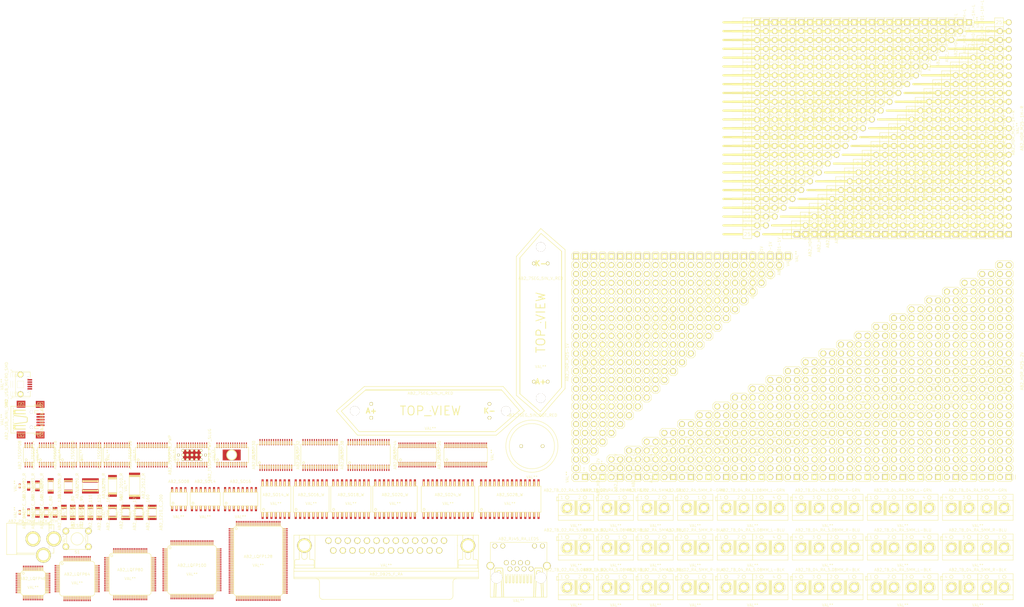
<source format=kicad_pcb>
(kicad_pcb (version 3) (host pcbnew "(2013-07-07 BZR 4022)-stable")
  (layers (15 F.Cu signal) (0 B.Cu signal) (18 B.Paste user) (19 F.Paste user) (20 B.SilkS user) (21 F.SilkS user) (22 B.Mask user) (23 F.Mask user) (28 Edge.Cuts user))
  (net 0 "")
  (net 1 /RST/NMI/SBWTDIO)
  (net 2 /RXD)
  (net 3 /TEST/SBWTCK)
  (net 4 /TXD)
  (net 5 GND)
  (module AB2_TSSOP44 (layer F.Cu) (at 128.27 242.57)
    (fp_text reference AB2_TSSOP44 (at -6.35 0 90) (layer F.SilkS) (effects (font (size 0.8128 0.8128) (thickness 0.0762))))
    (fp_text value VAL** (at 6.35 0 90) (layer F.SilkS) (effects (font (size 0.8128 0.8128) (thickness 0.0762))))
    (pad 1 smd rect (at -5.25 2.8) (size 0.275 1.6) (layers F.Cu F.Paste F.Mask))
    (pad 2 smd rect (at -4.75 2.8) (size 0.275 1.6) (layers F.Cu F.Paste F.Mask))
    (pad 3 smd rect (at -4.25 2.8) (size 0.275 1.6) (layers F.Cu F.Paste F.Mask))
    (pad 4 smd rect (at -3.75 2.8) (size 0.275 1.6) (layers F.Cu F.Paste F.Mask))
    (pad 5 smd rect (at -3.25 2.8) (size 0.275 1.6) (layers F.Cu F.Paste F.Mask))
    (pad 6 smd rect (at -2.75 2.8) (size 0.275 1.6) (layers F.Cu F.Paste F.Mask))
    (pad 7 smd rect (at -2.25 2.8) (size 0.275 1.6) (layers F.Cu F.Paste F.Mask))
    (pad 8 smd rect (at -1.75 2.8) (size 0.275 1.6) (layers F.Cu F.Paste F.Mask))
    (pad 9 smd rect (at -1.25 2.8) (size 0.275 1.6) (layers F.Cu F.Paste F.Mask))
    (pad 10 smd rect (at -0.75 2.8) (size 0.275 1.6) (layers F.Cu F.Paste F.Mask))
    (pad 11 smd rect (at -0.25 2.8) (size 0.275 1.6) (layers F.Cu F.Paste F.Mask))
    (pad 12 smd rect (at 0.25 2.8) (size 0.275 1.6) (layers F.Cu F.Paste F.Mask))
    (pad 13 smd rect (at 0.75 2.8) (size 0.275 1.6) (layers F.Cu F.Paste F.Mask))
    (pad 14 smd rect (at 1.25 2.8) (size 0.275 1.6) (layers F.Cu F.Paste F.Mask))
    (pad 15 smd rect (at 1.75 2.8) (size 0.275 1.6) (layers F.Cu F.Paste F.Mask))
    (pad 16 smd rect (at 2.25 2.8) (size 0.275 1.6) (layers F.Cu F.Paste F.Mask))
    (pad 17 smd rect (at 2.75 2.8) (size 0.275 1.6) (layers F.Cu F.Paste F.Mask))
    (pad 18 smd rect (at 3.25 2.8) (size 0.275 1.6) (layers F.Cu F.Paste F.Mask))
    (pad 19 smd rect (at 3.75 2.8) (size 0.275 1.6) (layers F.Cu F.Paste F.Mask))
    (pad 20 smd rect (at 4.25 2.8) (size 0.275 1.6) (layers F.Cu F.Paste F.Mask))
    (pad 21 smd rect (at 4.75 2.8) (size 0.275 1.6) (layers F.Cu F.Paste F.Mask))
    (pad 22 smd rect (at 5.25 2.8) (size 0.275 1.6) (layers F.Cu F.Paste F.Mask))
    (pad 23 smd rect (at 5.25 -2.8) (size 0.275 1.6) (layers F.Cu F.Paste F.Mask))
    (pad 24 smd rect (at 4.75 -2.8) (size 0.275 1.6) (layers F.Cu F.Paste F.Mask))
    (pad 25 smd rect (at 4.25 -2.8) (size 0.275 1.6) (layers F.Cu F.Paste F.Mask))
    (pad 26 smd rect (at 3.75 -2.8) (size 0.275 1.6) (layers F.Cu F.Paste F.Mask))
    (pad 27 smd rect (at 3.25 -2.8) (size 0.275 1.6) (layers F.Cu F.Paste F.Mask))
    (pad 28 smd rect (at 2.75 -2.8) (size 0.275 1.6) (layers F.Cu F.Paste F.Mask))
    (pad 29 smd rect (at 2.25 -2.8) (size 0.275 1.6) (layers F.Cu F.Paste F.Mask))
    (pad 30 smd rect (at 1.75 -2.8) (size 0.275 1.6) (layers F.Cu F.Paste F.Mask))
    (pad 31 smd rect (at 1.25 -2.8) (size 0.275 1.6) (layers F.Cu F.Paste F.Mask))
    (pad 32 smd rect (at 0.75 -2.8) (size 0.275 1.6) (layers F.Cu F.Paste F.Mask))
    (pad 33 smd rect (at 0.25 -2.8) (size 0.275 1.6) (layers F.Cu F.Paste F.Mask))
    (pad 34 smd rect (at -0.25 -2.8) (size 0.275 1.6) (layers F.Cu F.Paste F.Mask))
    (pad 35 smd rect (at -0.75 -2.8) (size 0.275 1.6) (layers F.Cu F.Paste F.Mask))
    (pad 36 smd rect (at -1.25 -2.8) (size 0.275 1.6) (layers F.Cu F.Paste F.Mask))
    (pad 37 smd rect (at -1.75 -2.8) (size 0.275 1.6) (layers F.Cu F.Paste F.Mask))
    (pad 38 smd rect (at -2.25 -2.8) (size 0.275 1.6) (layers F.Cu F.Paste F.Mask))
    (pad 39 smd rect (at -2.75 -2.8) (size 0.275 1.6) (layers F.Cu F.Paste F.Mask))
    (pad 40 smd rect (at -3.25 -2.8) (size 0.275 1.6) (layers F.Cu F.Paste F.Mask))
    (pad 41 smd rect (at -3.75 -2.8) (size 0.275 1.6) (layers F.Cu F.Paste F.Mask))
    (pad 42 smd rect (at -4.25 -2.8) (size 0.275 1.6) (layers F.Cu F.Paste F.Mask))
    (pad 43 smd rect (at -4.75 -2.8) (size 0.275 1.6) (layers F.Cu F.Paste F.Mask))
    (pad 44 smd rect (at -5.25 -2.8) (size 0.275 1.6) (layers F.Cu F.Paste F.Mask))
  )
  (module AB2_RJ45_RA_LEDS (layer F.Cu) (at 157.48 275.59)
    (fp_text reference AB2_RJ45_RA_LEDS (at 0 -8.89) (layer F.SilkS) (effects (font (size 0.8128 0.8128) (thickness 0.0762))))
    (fp_text value VAL** (at 0 8.89) (layer F.SilkS) (effects (font (size 0.8128 0.8128) (thickness 0.0762))))
    (pad 9 thru_hole circle (at -6.858 -6.858) (size 1.3716 1.3716) (drill 0.9144) (layers *.Cu *.Mask F.SilkS))
    (pad 10 thru_hole circle (at -4.572 -6.858) (size 1.3716 1.3716) (drill 0.9144) (layers *.Cu *.Mask F.SilkS))
    (pad 11 thru_hole circle (at 4.572 -6.858) (size 1.3716 1.3716) (drill 0.9144) (layers *.Cu *.Mask F.SilkS))
    (pad 12 thru_hole circle (at 6.858 -6.858) (size 1.3716 1.3716) (drill 0.9144) (layers *.Cu *.Mask F.SilkS))
    (pad 8 thru_hole circle (at -3.556 -2.032) (size 1.3716 1.3716) (drill 0.9144) (layers *.Cu *.Mask F.SilkS))
    (pad 6 thru_hole circle (at -1.524 -2.032) (size 1.3716 1.3716) (drill 0.9144) (layers *.Cu *.Mask F.SilkS))
    (pad 1 thru_hole circle (at 3.556 -0.254) (size 1.3716 1.3716) (drill 0.9144) (layers *.Cu *.Mask F.SilkS))
    (pad 2 thru_hole circle (at 2.54 -2.032) (size 1.3716 1.3716) (drill 0.9144) (layers *.Cu *.Mask F.SilkS))
    (pad 3 thru_hole circle (at 1.524 -0.254) (size 1.3716 1.3716) (drill 0.9144) (layers *.Cu *.Mask F.SilkS))
    (pad 4 thru_hole circle (at 0.508 -2.032) (size 1.3716 1.3716) (drill 0.9144) (layers *.Cu *.Mask F.SilkS))
    (pad 5 thru_hole circle (at -0.508 -0.254) (size 1.3716 1.3716) (drill 0.9144) (layers *.Cu *.Mask F.SilkS))
    (pad 7 thru_hole circle (at -2.54 -0.254) (size 1.3716 1.3716) (drill 0.9144) (layers *.Cu *.Mask F.SilkS))
    (pad 13 thru_hole circle (at -8.128 -1.143) (size 2.1844 2.1844) (drill 1.5748) (layers *.Cu *.Mask F.SilkS))
    (pad 13 thru_hole circle (at 8.128 -1.143) (size 2.1844 2.1844) (drill 1.5748) (layers *.Cu *.Mask F.SilkS))
    (pad "" thru_hole circle (at -6.35 2.286) (size 3.175 3.175) (drill 3.175) (layers *.Cu *.Mask F.SilkS))
    (pad "" thru_hole circle (at 6.35 2.286) (size 3.175 3.175) (drill 3.175) (layers *.Cu *.Mask F.SilkS))
  )
  (module AB2_DB25_F_RA (layer F.Cu) (at 119.38 278.13 180)
    (fp_text reference AB2_DB25_F_RA (at 0 1.27 180) (layer F.SilkS) (effects (font (size 0.8128 0.8128) (thickness 0.0762))))
    (fp_text value VAL** (at 0 3.81 180) (layer F.SilkS) (effects (font (size 0.8128 0.8128) (thickness 0.0762))))
    (pad 1 thru_hole circle (at 16.62 10.92 180) (size 1.8 1.8) (drill 1.2) (layers *.Cu *.Mask F.SilkS))
    (pad 2 thru_hole circle (at 13.85 10.92 180) (size 1.8 1.8) (drill 1.2) (layers *.Cu *.Mask F.SilkS))
    (pad 3 thru_hole circle (at 11.08 10.92 180) (size 1.8 1.8) (drill 1.2) (layers *.Cu *.Mask F.SilkS))
    (pad 4 thru_hole circle (at 8.31 10.92 180) (size 1.8 1.8) (drill 1.2) (layers *.Cu *.Mask F.SilkS))
    (pad 5 thru_hole circle (at 5.54 10.92 180) (size 1.8 1.8) (drill 1.2) (layers *.Cu *.Mask F.SilkS))
    (pad 6 thru_hole circle (at 2.77 10.92 180) (size 1.8 1.8) (drill 1.2) (layers *.Cu *.Mask F.SilkS))
    (pad 7 thru_hole circle (at 0 10.92 180) (size 1.8 1.8) (drill 1.2) (layers *.Cu *.Mask F.SilkS))
    (pad 8 thru_hole circle (at -2.77 10.92 180) (size 1.8 1.8) (drill 1.2) (layers *.Cu *.Mask F.SilkS))
    (pad 9 thru_hole circle (at -5.54 10.92 180) (size 1.8 1.8) (drill 1.2) (layers *.Cu *.Mask F.SilkS))
    (pad 10 thru_hole circle (at -8.31 10.92 180) (size 1.8 1.8) (drill 1.2) (layers *.Cu *.Mask F.SilkS))
    (pad 11 thru_hole circle (at -11.08 10.92 180) (size 1.8 1.8) (drill 1.2) (layers *.Cu *.Mask F.SilkS))
    (pad 12 thru_hole circle (at -13.85 10.92 180) (size 1.8 1.8) (drill 1.2) (layers *.Cu *.Mask F.SilkS))
    (pad 13 thru_hole circle (at -16.62 10.92 180) (size 1.8 1.8) (drill 1.2) (layers *.Cu *.Mask F.SilkS))
    (pad 14 thru_hole circle (at 15.235 8.08 180) (size 1.8 1.8) (drill 1.2) (layers *.Cu *.Mask F.SilkS))
    (pad 15 thru_hole circle (at 12.465 8.08 180) (size 1.8 1.8) (drill 1.2) (layers *.Cu *.Mask F.SilkS))
    (pad 16 thru_hole circle (at 9.695 8.08 180) (size 1.8 1.8) (drill 1.2) (layers *.Cu *.Mask F.SilkS))
    (pad 17 thru_hole circle (at 6.925 8.08 180) (size 1.8 1.8) (drill 1.2) (layers *.Cu *.Mask F.SilkS))
    (pad 18 thru_hole circle (at 4.155 8.08 180) (size 1.8 1.8) (drill 1.2) (layers *.Cu *.Mask F.SilkS))
    (pad 19 thru_hole circle (at 1.385 8.08 180) (size 1.8 1.8) (drill 1.2) (layers *.Cu *.Mask F.SilkS))
    (pad 20 thru_hole circle (at -1.385 8.08 180) (size 1.8 1.8) (drill 1.2) (layers *.Cu *.Mask F.SilkS))
    (pad 21 thru_hole circle (at -4.155 8.08 180) (size 1.8 1.8) (drill 1.2) (layers *.Cu *.Mask F.SilkS))
    (pad 22 thru_hole circle (at -6.925 8.08 180) (size 1.8 1.8) (drill 1.2) (layers *.Cu *.Mask F.SilkS))
    (pad 23 thru_hole circle (at -9.695 8.08 180) (size 1.8 1.8) (drill 1.2) (layers *.Cu *.Mask F.SilkS))
    (pad 24 thru_hole circle (at -12.465 8.08 180) (size 1.8 1.8) (drill 1.2) (layers *.Cu *.Mask F.SilkS))
    (pad 25 thru_hole circle (at -15.235 8.08 180) (size 1.8 1.8) (drill 1.2) (layers *.Cu *.Mask F.SilkS))
    (pad SH_G thru_hole circle (at -23.52 9.5 180) (size 4.18 4.18) (drill 3.18) (layers *.Cu *.Mask F.SilkS))
    (pad SH_G thru_hole circle (at 23.52 9.5 180) (size 4.18 4.18) (drill 3.18) (layers *.Cu *.Mask F.SilkS))
  )
  (module AB2_TB_02_RA_5.08MM_L-BLU (layer F.Cu) (at 173.99 269.24)
    (fp_text reference AB2_TB_02_RA_5.08MM_L-BLU (at 0 -5.08) (layer F.SilkS) (effects (font (size 0.8128 0.8128) (thickness 0.0762))))
    (fp_text value VAL** (at 0 5.08) (layer F.SilkS) (effects (font (size 0.8128 0.8128) (thickness 0.0762))))
    (fp_text user 2 (at 1.016 -3.048) (layer F.SilkS) (effects (font (size 0.8128 0.8128) (thickness 0.0762))))
    (fp_text user 1 (at -4.064 -3.048) (layer F.SilkS) (effects (font (size 0.8128 0.8128) (thickness 0.0762))))
    (pad 1 thru_hole circle (at -2.54 0) (size 2.794 2.794) (drill 1.778) (layers *.Cu *.Mask F.SilkS))
    (pad 2 thru_hole circle (at 2.54 0) (size 2.794 2.794) (drill 1.778) (layers *.Cu *.Mask F.SilkS))
  )
  (module AB2_TB_02_RA_5.08MM_L-BLK (layer F.Cu) (at 173.99 280.67)
    (fp_text reference AB2_TB_02_RA_5.08MM_L-BLK (at 0 -5.08) (layer F.SilkS) (effects (font (size 0.8128 0.8128) (thickness 0.0762))))
    (fp_text value VAL** (at 0 5.08) (layer F.SilkS) (effects (font (size 0.8128 0.8128) (thickness 0.0762))))
    (fp_text user 2 (at 1.016 -3.048) (layer F.SilkS) (effects (font (size 0.8128 0.8128) (thickness 0.0762))))
    (fp_text user 1 (at -4.064 -3.048) (layer F.SilkS) (effects (font (size 0.8128 0.8128) (thickness 0.0762))))
    (pad 1 thru_hole circle (at -2.54 0) (size 2.794 2.794) (drill 1.778) (layers *.Cu *.Mask F.SilkS))
    (pad 2 thru_hole circle (at 2.54 0) (size 2.794 2.794) (drill 1.778) (layers *.Cu *.Mask F.SilkS))
  )
  (module AB2_TB_02_RA_5.08MM_R-BLU (layer F.Cu) (at 185.42 269.24)
    (fp_text reference AB2_TB_02_RA_5.08MM_R-BLU (at 0 -5.08) (layer F.SilkS) (effects (font (size 0.8128 0.8128) (thickness 0.0762))))
    (fp_text value VAL** (at 0 5.08) (layer F.SilkS) (effects (font (size 0.8128 0.8128) (thickness 0.0762))))
    (fp_text user 1 (at 1.016 -3.048) (layer F.SilkS) (effects (font (size 0.8128 0.8128) (thickness 0.0762))))
    (fp_text user 2 (at -4.064 -3.048) (layer F.SilkS) (effects (font (size 0.8128 0.8128) (thickness 0.0762))))
    (pad 2 thru_hole circle (at -2.54 0) (size 2.794 2.794) (drill 1.778) (layers *.Cu *.Mask F.SilkS))
    (pad 1 thru_hole circle (at 2.54 0) (size 2.794 2.794) (drill 1.778) (layers *.Cu *.Mask F.SilkS))
  )
  (module AB2_TB_02_RA_5.08MM_R-BLK (layer F.Cu) (at 185.42 280.67)
    (fp_text reference AB2_TB_02_RA_5.08MM_R-BLK (at 0 -5.08) (layer F.SilkS) (effects (font (size 0.8128 0.8128) (thickness 0.0762))))
    (fp_text value VAL** (at 0 5.08) (layer F.SilkS) (effects (font (size 0.8128 0.8128) (thickness 0.0762))))
    (fp_text user 1 (at 1.016 -3.048) (layer F.SilkS) (effects (font (size 0.8128 0.8128) (thickness 0.0762))))
    (fp_text user 2 (at -4.064 -3.048) (layer F.SilkS) (effects (font (size 0.8128 0.8128) (thickness 0.0762))))
    (pad 2 thru_hole circle (at -2.54 0) (size 2.794 2.794) (drill 1.778) (layers *.Cu *.Mask F.SilkS))
    (pad 1 thru_hole circle (at 2.54 0) (size 2.794 2.794) (drill 1.778) (layers *.Cu *.Mask F.SilkS))
  )
  (module AB2_TB_04_RA_5.08MM_L-BLK (layer F.Cu) (at 224.79 280.67)
    (fp_text reference AB2_TB_04_RA_5.08MM_L-BLK (at 0 -5.08) (layer F.SilkS) (effects (font (size 0.8128 0.8128) (thickness 0.0762))))
    (fp_text value VAL** (at 0 5.08) (layer F.SilkS) (effects (font (size 0.8128 0.8128) (thickness 0.0762))))
    (fp_text user 3 (at 1.016 -3.048) (layer F.SilkS) (effects (font (size 0.8128 0.8128) (thickness 0.0762))))
    (fp_text user 4 (at 6.096 -3.048) (layer F.SilkS) (effects (font (size 0.8128 0.8128) (thickness 0.0762))))
    (fp_text user 2 (at -4.064 -3.048) (layer F.SilkS) (effects (font (size 0.8128 0.8128) (thickness 0.0762))))
    (fp_text user 1 (at -9.144 -3.048) (layer F.SilkS) (effects (font (size 0.8128 0.8128) (thickness 0.0762))))
    (pad 4 thru_hole circle (at 7.62 0) (size 2.794 2.794) (drill 1.778) (layers *.Cu *.Mask F.SilkS))
    (pad 3 thru_hole circle (at 2.54 0) (size 2.794 2.794) (drill 1.778) (layers *.Cu *.Mask F.SilkS))
    (pad 1 thru_hole circle (at -7.62 0) (size 2.794 2.794) (drill 1.778) (layers *.Cu *.Mask F.SilkS))
    (pad 2 thru_hole circle (at -2.54 0) (size 2.794 2.794) (drill 1.778) (layers *.Cu *.Mask F.SilkS))
  )
  (module AB2_TB_04_RA_5.08MM_L-BLU (layer F.Cu) (at 224.79 269.24)
    (fp_text reference AB2_TB_04_RA_5.08MM_L-BLU (at 0 -5.08) (layer F.SilkS) (effects (font (size 0.8128 0.8128) (thickness 0.0762))))
    (fp_text value VAL** (at 0 5.08) (layer F.SilkS) (effects (font (size 0.8128 0.8128) (thickness 0.0762))))
    (fp_text user 3 (at 1.016 -3.048) (layer F.SilkS) (effects (font (size 0.8128 0.8128) (thickness 0.0762))))
    (fp_text user 4 (at 6.096 -3.048) (layer F.SilkS) (effects (font (size 0.8128 0.8128) (thickness 0.0762))))
    (fp_text user 2 (at -4.064 -3.048) (layer F.SilkS) (effects (font (size 0.8128 0.8128) (thickness 0.0762))))
    (fp_text user 1 (at -9.144 -3.048) (layer F.SilkS) (effects (font (size 0.8128 0.8128) (thickness 0.0762))))
    (pad 4 thru_hole circle (at 7.62 0) (size 2.794 2.794) (drill 1.778) (layers *.Cu *.Mask F.SilkS))
    (pad 3 thru_hole circle (at 2.54 0) (size 2.794 2.794) (drill 1.778) (layers *.Cu *.Mask F.SilkS))
    (pad 1 thru_hole circle (at -7.62 0) (size 2.794 2.794) (drill 1.778) (layers *.Cu *.Mask F.SilkS))
    (pad 2 thru_hole circle (at -2.54 0) (size 2.794 2.794) (drill 1.778) (layers *.Cu *.Mask F.SilkS))
  )
  (module AB2_TB_04_RA_5.08MM_R-BLK (layer F.Cu) (at 246.38 280.67)
    (fp_text reference AB2_TB_04_RA_5.08MM_R-BLK (at 0 -5.08) (layer F.SilkS) (effects (font (size 0.8128 0.8128) (thickness 0.0762))))
    (fp_text value VAL** (at 0 5.08) (layer F.SilkS) (effects (font (size 0.8128 0.8128) (thickness 0.0762))))
    (fp_text user 2 (at 1.016 -3.048) (layer F.SilkS) (effects (font (size 0.8128 0.8128) (thickness 0.0762))))
    (fp_text user 1 (at 6.096 -3.048) (layer F.SilkS) (effects (font (size 0.8128 0.8128) (thickness 0.0762))))
    (fp_text user 3 (at -4.064 -3.048) (layer F.SilkS) (effects (font (size 0.8128 0.8128) (thickness 0.0762))))
    (fp_text user 4 (at -9.144 -3.048) (layer F.SilkS) (effects (font (size 0.8128 0.8128) (thickness 0.0762))))
    (pad 1 thru_hole circle (at 7.62 0) (size 2.794 2.794) (drill 1.778) (layers *.Cu *.Mask F.SilkS))
    (pad 2 thru_hole circle (at 2.54 0) (size 2.794 2.794) (drill 1.778) (layers *.Cu *.Mask F.SilkS))
    (pad 4 thru_hole circle (at -7.62 0) (size 2.794 2.794) (drill 1.778) (layers *.Cu *.Mask F.SilkS))
    (pad 3 thru_hole circle (at -2.54 0) (size 2.794 2.794) (drill 1.778) (layers *.Cu *.Mask F.SilkS))
  )
  (module AB2_TB_02_RA_5MM_L-BLU (layer F.Cu) (at 196.85 269.24)
    (fp_text reference AB2_TB_02_RA_5MM_L-BLU (at 0 -5.08) (layer F.SilkS) (effects (font (size 0.8128 0.8128) (thickness 0.0762))))
    (fp_text value VAL** (at 0 5.08) (layer F.SilkS) (effects (font (size 0.8128 0.8128) (thickness 0.0762))))
    (fp_text user 2 (at 1.016 -3.048) (layer F.SilkS) (effects (font (size 0.8128 0.8128) (thickness 0.0762))))
    (fp_text user 1 (at -4.064 -3.048) (layer F.SilkS) (effects (font (size 0.8128 0.8128) (thickness 0.0762))))
    (pad 1 thru_hole circle (at -2.5 0) (size 2.794 2.794) (drill 1.778) (layers *.Cu *.Mask F.SilkS))
    (pad 2 thru_hole circle (at 2.5 0) (size 2.794 2.794) (drill 1.778) (layers *.Cu *.Mask F.SilkS))
  )
  (module AB2_0805_C_60 (layer F.Cu) (at 19.05 259.08 270)
    (fp_text reference AB2_0805_C_60 (at 0 -1.27 270) (layer F.SilkS) (effects (font (size 0.8128 0.8128) (thickness 0.0762))))
    (fp_text value VAL** (at 0 1.27 270) (layer F.SilkS) (effects (font (size 0.8128 0.8128) (thickness 0.0762))))
    (pad 1 smd rect (at -1.1 0 270) (size 0.9 1.3) (layers F.Cu F.Paste F.Mask))
    (pad 2 smd rect (at 1.1 0 270) (size 0.9 1.3) (layers F.Cu F.Paste F.Mask))
  )
  (module AB2_0805_R (layer F.Cu) (at 19.05 251.46 270)
    (fp_text reference AB2_0805_R (at 0 -1.27 270) (layer F.SilkS) (effects (font (size 0.8128 0.8128) (thickness 0.0762))))
    (fp_text value VAL** (at 0 1.27 270) (layer F.SilkS) (effects (font (size 0.8128 0.8128) (thickness 0.0762))))
    (pad 1 smd rect (at -1.1 0 270) (size 0.9 1.3) (layers F.Cu F.Paste F.Mask))
    (pad 2 smd rect (at 1.1 0 270) (size 0.9 1.3) (layers F.Cu F.Paste F.Mask))
  )
  (module AB2_0805_C_125 (layer F.Cu) (at 24.13 259.08 270)
    (fp_text reference AB2_0805_C_125 (at 0 -1.27 270) (layer F.SilkS) (effects (font (size 0.8128 0.8128) (thickness 0.0762))))
    (fp_text value VAL** (at 0 1.27 270) (layer F.SilkS) (effects (font (size 0.8128 0.8128) (thickness 0.0762))))
    (pad 1 smd rect (at -1.1 0 270) (size 0.9 1.3) (layers F.Cu F.Paste F.Mask))
    (pad 2 smd rect (at 1.1 0 270) (size 0.9 1.3) (layers F.Cu F.Paste F.Mask))
  )
  (module AB2_0805_C_80 (layer F.Cu) (at 21.59 259.08 270)
    (fp_text reference AB2_0805_C_80 (at 0 -1.27 270) (layer F.SilkS) (effects (font (size 0.8128 0.8128) (thickness 0.0762))))
    (fp_text value VAL** (at 0 1.27 270) (layer F.SilkS) (effects (font (size 0.8128 0.8128) (thickness 0.0762))))
    (pad 1 smd rect (at -1.1 0 270) (size 0.9 1.3) (layers F.Cu F.Paste F.Mask))
    (pad 2 smd rect (at 1.1 0 270) (size 0.9 1.3) (layers F.Cu F.Paste F.Mask))
  )
  (module AB2_SO28_W (layer F.Cu) (at 154.94 255.27)
    (fp_text reference AB2_SO28_W (at 0 -1.27) (layer F.SilkS) (effects (font (size 0.8128 0.8128) (thickness 0.0762))))
    (fp_text value VAL** (at 0 1.27) (layer F.SilkS) (effects (font (size 0.8128 0.8128) (thickness 0.0762))))
    (pad 27 smd rect (at -6.985 -4.7) (size 0.6 2) (layers F.Cu F.Paste F.Mask))
    (pad 28 smd rect (at -8.255 -4.7) (size 0.6 2) (layers F.Cu F.Paste F.Mask))
    (pad 14 smd rect (at 8.255 4.7) (size 0.6 2) (layers F.Cu F.Paste F.Mask))
    (pad 13 smd rect (at 6.985 4.7) (size 0.6 2) (layers F.Cu F.Paste F.Mask))
    (pad 25 smd rect (at -4.445 -4.7) (size 0.6 2) (layers F.Cu F.Paste F.Mask))
    (pad 26 smd rect (at -5.715 -4.7) (size 0.6 2) (layers F.Cu F.Paste F.Mask))
    (pad 11 smd rect (at 4.445 4.7) (size 0.6 2) (layers F.Cu F.Paste F.Mask))
    (pad 12 smd rect (at 5.715 4.7) (size 0.6 2) (layers F.Cu F.Paste F.Mask))
    (pad 1 smd rect (at -8.255 4.7) (size 0.6 2) (layers F.Cu F.Paste F.Mask))
    (pad 10 smd rect (at 3.175 4.7) (size 0.6 2) (layers F.Cu F.Paste F.Mask))
    (pad 24 smd rect (at -3.175 -4.7) (size 0.6 2) (layers F.Cu F.Paste F.Mask))
    (pad 15 smd rect (at 8.255 -4.7) (size 0.6 2) (layers F.Cu F.Paste F.Mask))
    (pad 19 smd rect (at 3.175 -4.7) (size 0.6 2) (layers F.Cu F.Paste F.Mask))
    (pad 18 smd rect (at 4.445 -4.7) (size 0.6 2) (layers F.Cu F.Paste F.Mask))
    (pad 17 smd rect (at 5.715 -4.7) (size 0.6 2) (layers F.Cu F.Paste F.Mask))
    (pad 16 smd rect (at 6.985 -4.7) (size 0.6 2) (layers F.Cu F.Paste F.Mask))
    (pad 9 smd rect (at 1.905 4.7) (size 0.6 2) (layers F.Cu F.Paste F.Mask))
    (pad 8 smd rect (at 0.635 4.7) (size 0.6 2) (layers F.Cu F.Paste F.Mask))
    (pad 7 smd rect (at -0.635 4.7) (size 0.6 2) (layers F.Cu F.Paste F.Mask))
    (pad 6 smd rect (at -1.905 4.7) (size 0.6 2) (layers F.Cu F.Paste F.Mask))
    (pad 2 smd rect (at -6.985 4.7) (size 0.6 2) (layers F.Cu F.Paste F.Mask))
    (pad 3 smd rect (at -5.715 4.7) (size 0.6 2) (layers F.Cu F.Paste F.Mask))
    (pad 4 smd rect (at -4.445 4.7) (size 0.6 2) (layers F.Cu F.Paste F.Mask))
    (pad 5 smd rect (at -3.175 4.7) (size 0.6 2) (layers F.Cu F.Paste F.Mask))
    (pad 20 smd rect (at 1.905 -4.7) (size 0.6 2) (layers F.Cu F.Paste F.Mask))
    (pad 21 smd rect (at 0.635 -4.7) (size 0.6 2) (layers F.Cu F.Paste F.Mask))
    (pad 22 smd rect (at -0.635 -4.7) (size 0.6 2) (layers F.Cu F.Paste F.Mask))
    (pad 23 smd rect (at -1.905 -4.7) (size 0.6 2) (layers F.Cu F.Paste F.Mask))
  )
  (module AB2_SO24_W (layer F.Cu) (at 137.16 255.27)
    (fp_text reference AB2_SO24_W (at 0 -1.27) (layer F.SilkS) (effects (font (size 0.8128 0.8128) (thickness 0.0762))))
    (fp_text value VAL** (at 0 1.27) (layer F.SilkS) (effects (font (size 0.8128 0.8128) (thickness 0.0762))))
    (pad 23 smd rect (at -5.715 -4.7) (size 0.6 2) (layers F.Cu F.Paste F.Mask))
    (pad 24 smd rect (at -6.985 -4.7) (size 0.6 2) (layers F.Cu F.Paste F.Mask))
    (pad 11 smd rect (at 5.715 4.7) (size 0.6 2) (layers F.Cu F.Paste F.Mask))
    (pad 12 smd rect (at 6.985 4.7) (size 0.6 2) (layers F.Cu F.Paste F.Mask))
    (pad 1 smd rect (at -6.985 4.7) (size 0.6 2) (layers F.Cu F.Paste F.Mask))
    (pad 10 smd rect (at 4.445 4.7) (size 0.6 2) (layers F.Cu F.Paste F.Mask))
    (pad 22 smd rect (at -4.445 -4.7) (size 0.6 2) (layers F.Cu F.Paste F.Mask))
    (pad 13 smd rect (at 6.985 -4.7) (size 0.6 2) (layers F.Cu F.Paste F.Mask))
    (pad 17 smd rect (at 1.905 -4.7) (size 0.6 2) (layers F.Cu F.Paste F.Mask))
    (pad 16 smd rect (at 3.175 -4.7) (size 0.6 2) (layers F.Cu F.Paste F.Mask))
    (pad 15 smd rect (at 4.445 -4.7) (size 0.6 2) (layers F.Cu F.Paste F.Mask))
    (pad 14 smd rect (at 5.715 -4.7) (size 0.6 2) (layers F.Cu F.Paste F.Mask))
    (pad 9 smd rect (at 3.175 4.7) (size 0.6 2) (layers F.Cu F.Paste F.Mask))
    (pad 8 smd rect (at 1.905 4.7) (size 0.6 2) (layers F.Cu F.Paste F.Mask))
    (pad 7 smd rect (at 0.635 4.7) (size 0.6 2) (layers F.Cu F.Paste F.Mask))
    (pad 6 smd rect (at -0.635 4.7) (size 0.6 2) (layers F.Cu F.Paste F.Mask))
    (pad 2 smd rect (at -5.715 4.7) (size 0.6 2) (layers F.Cu F.Paste F.Mask))
    (pad 3 smd rect (at -4.445 4.7) (size 0.6 2) (layers F.Cu F.Paste F.Mask))
    (pad 4 smd rect (at -3.175 4.7) (size 0.6 2) (layers F.Cu F.Paste F.Mask))
    (pad 5 smd rect (at -1.905 4.7) (size 0.6 2) (layers F.Cu F.Paste F.Mask))
    (pad 18 smd rect (at 0.635 -4.7) (size 0.6 2) (layers F.Cu F.Paste F.Mask))
    (pad 19 smd rect (at -0.635 -4.7) (size 0.6 2) (layers F.Cu F.Paste F.Mask))
    (pad 20 smd rect (at -1.905 -4.7) (size 0.6 2) (layers F.Cu F.Paste F.Mask))
    (pad 21 smd rect (at -3.175 -4.7) (size 0.6 2) (layers F.Cu F.Paste F.Mask))
  )
  (module AB2_SO20_W (layer F.Cu) (at 121.92 255.27)
    (fp_text reference AB2_SO20_W (at 0 -1.27) (layer F.SilkS) (effects (font (size 0.8128 0.8128) (thickness 0.0762))))
    (fp_text value VAL** (at 0 1.27) (layer F.SilkS) (effects (font (size 0.8128 0.8128) (thickness 0.0762))))
    (pad 1 smd rect (at -5.715 4.7) (size 0.6 2) (layers F.Cu F.Paste F.Mask))
    (pad 10 smd rect (at 5.715 4.7) (size 0.6 2) (layers F.Cu F.Paste F.Mask))
    (pad 20 smd rect (at -5.715 -4.7) (size 0.6 2) (layers F.Cu F.Paste F.Mask))
    (pad 11 smd rect (at 5.715 -4.7) (size 0.6 2) (layers F.Cu F.Paste F.Mask))
    (pad 15 smd rect (at 0.635 -4.7) (size 0.6 2) (layers F.Cu F.Paste F.Mask))
    (pad 14 smd rect (at 1.905 -4.7) (size 0.6 2) (layers F.Cu F.Paste F.Mask))
    (pad 13 smd rect (at 3.175 -4.7) (size 0.6 2) (layers F.Cu F.Paste F.Mask))
    (pad 12 smd rect (at 4.445 -4.7) (size 0.6 2) (layers F.Cu F.Paste F.Mask))
    (pad 9 smd rect (at 4.445 4.7) (size 0.6 2) (layers F.Cu F.Paste F.Mask))
    (pad 8 smd rect (at 3.175 4.7) (size 0.6 2) (layers F.Cu F.Paste F.Mask))
    (pad 7 smd rect (at 1.905 4.7) (size 0.6 2) (layers F.Cu F.Paste F.Mask))
    (pad 6 smd rect (at 0.635 4.7) (size 0.6 2) (layers F.Cu F.Paste F.Mask))
    (pad 2 smd rect (at -4.445 4.7) (size 0.6 2) (layers F.Cu F.Paste F.Mask))
    (pad 3 smd rect (at -3.175 4.7) (size 0.6 2) (layers F.Cu F.Paste F.Mask))
    (pad 4 smd rect (at -1.905 4.7) (size 0.6 2) (layers F.Cu F.Paste F.Mask))
    (pad 5 smd rect (at -0.635 4.7) (size 0.6 2) (layers F.Cu F.Paste F.Mask))
    (pad 16 smd rect (at -0.635 -4.7) (size 0.6 2) (layers F.Cu F.Paste F.Mask))
    (pad 17 smd rect (at -1.905 -4.7) (size 0.6 2) (layers F.Cu F.Paste F.Mask))
    (pad 18 smd rect (at -3.175 -4.7) (size 0.6 2) (layers F.Cu F.Paste F.Mask))
    (pad 19 smd rect (at -4.445 -4.7) (size 0.6 2) (layers F.Cu F.Paste F.Mask))
  )
  (module AB2_SO18_W (layer F.Cu) (at 109.22 255.27)
    (fp_text reference AB2_SO18_W (at 0 -1.27) (layer F.SilkS) (effects (font (size 0.8128 0.8128) (thickness 0.0762))))
    (fp_text value VAL** (at 0 1.27) (layer F.SilkS) (effects (font (size 0.8128 0.8128) (thickness 0.0762))))
    (pad 10 smd rect (at 5.08 -4.7) (size 0.6 2) (layers F.Cu F.Paste F.Mask))
    (pad 9 smd rect (at 5.08 4.7) (size 0.6 2) (layers F.Cu F.Paste F.Mask))
    (pad 14 smd rect (at 0 -4.7) (size 0.6 2) (layers F.Cu F.Paste F.Mask))
    (pad 13 smd rect (at 1.27 -4.7) (size 0.6 2) (layers F.Cu F.Paste F.Mask))
    (pad 12 smd rect (at 2.54 -4.7) (size 0.6 2) (layers F.Cu F.Paste F.Mask))
    (pad 11 smd rect (at 3.81 -4.7) (size 0.6 2) (layers F.Cu F.Paste F.Mask))
    (pad 8 smd rect (at 3.81 4.7) (size 0.6 2) (layers F.Cu F.Paste F.Mask))
    (pad 7 smd rect (at 2.54 4.7) (size 0.6 2) (layers F.Cu F.Paste F.Mask))
    (pad 6 smd rect (at 1.27 4.7) (size 0.6 2) (layers F.Cu F.Paste F.Mask))
    (pad 5 smd rect (at 0 4.7) (size 0.6 2) (layers F.Cu F.Paste F.Mask))
    (pad 1 smd rect (at -5.08 4.7) (size 0.6 2) (layers F.Cu F.Paste F.Mask))
    (pad 2 smd rect (at -3.81 4.7) (size 0.6 2) (layers F.Cu F.Paste F.Mask))
    (pad 3 smd rect (at -2.54 4.7) (size 0.6 2) (layers F.Cu F.Paste F.Mask))
    (pad 4 smd rect (at -1.27 4.7) (size 0.6 2) (layers F.Cu F.Paste F.Mask))
    (pad 15 smd rect (at -1.27 -4.7) (size 0.6 2) (layers F.Cu F.Paste F.Mask))
    (pad 16 smd rect (at -2.54 -4.7) (size 0.6 2) (layers F.Cu F.Paste F.Mask))
    (pad 17 smd rect (at -3.81 -4.7) (size 0.6 2) (layers F.Cu F.Paste F.Mask))
    (pad 18 smd rect (at -5.08 -4.7) (size 0.6 2) (layers F.Cu F.Paste F.Mask))
  )
  (module AB2_SO14_W (layer F.Cu) (at 87.63 255.27)
    (fp_text reference AB2_SO14_W (at 0 -1.27) (layer F.SilkS) (effects (font (size 0.8128 0.8128) (thickness 0.0762))))
    (fp_text value VAL** (at 0 1.27) (layer F.SilkS) (effects (font (size 0.8128 0.8128) (thickness 0.0762))))
    (pad 8 smd rect (at 3.81 -4.7) (size 0.6 2) (layers F.Cu F.Paste F.Mask))
    (pad 9 smd rect (at 2.54 -4.7) (size 0.6 2) (layers F.Cu F.Paste F.Mask))
    (pad 10 smd rect (at 1.27 -4.7) (size 0.6 2) (layers F.Cu F.Paste F.Mask))
    (pad 11 smd rect (at 0 -4.7) (size 0.6 2) (layers F.Cu F.Paste F.Mask))
    (pad 12 smd rect (at -1.27 -4.7) (size 0.6 2) (layers F.Cu F.Paste F.Mask))
    (pad 13 smd rect (at -2.54 -4.7) (size 0.6 2) (layers F.Cu F.Paste F.Mask))
    (pad 14 smd rect (at -3.81 -4.7) (size 0.6 2) (layers F.Cu F.Paste F.Mask))
    (pad 7 smd rect (at 3.81 4.7) (size 0.6 2) (layers F.Cu F.Paste F.Mask))
    (pad 1 smd rect (at -3.81 4.7) (size 0.6 2) (layers F.Cu F.Paste F.Mask))
    (pad 6 smd rect (at 2.54 4.7) (size 0.6 2) (layers F.Cu F.Paste F.Mask))
    (pad 5 smd rect (at 1.27 4.7) (size 0.6 2) (layers F.Cu F.Paste F.Mask))
    (pad 4 smd rect (at 0 4.7) (size 0.6 2) (layers F.Cu F.Paste F.Mask))
    (pad 3 smd rect (at -1.27 4.7) (size 0.6 2) (layers F.Cu F.Paste F.Mask))
    (pad 2 smd rect (at -2.54 4.7) (size 0.6 2) (layers F.Cu F.Paste F.Mask))
  )
  (module AB2_2512_R (layer F.Cu) (at 46.99 251.46 270)
    (fp_text reference AB2_2512_R (at 0 -2.54 270) (layer F.SilkS) (effects (font (size 0.8128 0.8128) (thickness 0.0762))))
    (fp_text value VAL** (at 0 2.54 270) (layer F.SilkS) (effects (font (size 0.8128 0.8128) (thickness 0.0762))))
    (pad 1 smd rect (at -3.2 0 270) (size 1.2 3.2) (layers F.Cu F.Paste F.Mask))
    (pad 2 smd rect (at 3.2 0 270) (size 1.2 3.2) (layers F.Cu F.Paste F.Mask))
  )
  (module AB2_2010_R (layer F.Cu) (at 40.64 251.46 270)
    (fp_text reference AB2_2010_R (at 0 -2.54 270) (layer F.SilkS) (effects (font (size 0.8128 0.8128) (thickness 0.0762))))
    (fp_text value VAL** (at 0 2.54 270) (layer F.SilkS) (effects (font (size 0.8128 0.8128) (thickness 0.0762))))
    (pad 1 smd rect (at -2.55 0 270) (size 1.2 2.5) (layers F.Cu F.Paste F.Mask))
    (pad 2 smd rect (at 2.55 0 270) (size 1.2 2.5) (layers F.Cu F.Paste F.Mask))
  )
  (module AB2_1206_R (layer F.Cu) (at 22.86 251.46 270)
    (fp_text reference AB2_1206_R (at 0 -2.54 270) (layer F.SilkS) (effects (font (size 0.8128 0.8128) (thickness 0.0762))))
    (fp_text value VAL** (at 0 2.54 270) (layer F.SilkS) (effects (font (size 0.8128 0.8128) (thickness 0.0762))))
    (pad 1 smd rect (at -1.7 0 270) (size 1.1 1.7) (layers F.Cu F.Paste F.Mask))
    (pad 2 smd rect (at 1.7 0 270) (size 1.1 1.7) (layers F.Cu F.Paste F.Mask))
  )
  (module AB2_1210_R (layer F.Cu) (at 27.94 251.46 270)
    (fp_text reference AB2_1210_R (at 0 -2.54 270) (layer F.SilkS) (effects (font (size 0.8128 0.8128) (thickness 0.0762))))
    (fp_text value VAL** (at 0 2.54 270) (layer F.SilkS) (effects (font (size 0.8128 0.8128) (thickness 0.0762))))
    (pad 1 smd rect (at -1.65 0 270) (size 1.1 2.5) (layers F.Cu F.Paste F.Mask))
    (pad 2 smd rect (at 1.65 0 270) (size 1.1 2.5) (layers F.Cu F.Paste F.Mask))
  )
  (module AB2_1210_C_95 (layer F.Cu) (at 40.64 259.08 270)
    (fp_text reference AB2_1210_C_95 (at 0 -2.54 270) (layer F.SilkS) (effects (font (size 0.8128 0.8128) (thickness 0.0762))))
    (fp_text value VAL** (at 0 2.54 270) (layer F.SilkS) (effects (font (size 0.8128 0.8128) (thickness 0.0762))))
    (pad 1 smd rect (at -1.6 0 270) (size 1.2 2.5) (layers F.Cu F.Paste F.Mask))
    (pad 2 smd rect (at 1.6 0 270) (size 1.2 2.5) (layers F.Cu F.Paste F.Mask))
  )
  (module AB2_1210_C_125 (layer F.Cu) (at 44.45 259.08 270)
    (fp_text reference AB2_1210_C_125 (at 0 -2.54 270) (layer F.SilkS) (effects (font (size 0.8128 0.8128) (thickness 0.0762))))
    (fp_text value VAL** (at 0 2.54 270) (layer F.SilkS) (effects (font (size 0.8128 0.8128) (thickness 0.0762))))
    (pad 1 smd rect (at -1.6 0 270) (size 1.2 2.5) (layers F.Cu F.Paste F.Mask))
    (pad 2 smd rect (at 1.6 0 270) (size 1.2 2.5) (layers F.Cu F.Paste F.Mask))
  )
  (module AB2_1210_C_160 (layer F.Cu) (at 48.26 259.08 270)
    (fp_text reference AB2_1210_C_160 (at 0 -2.54 270) (layer F.SilkS) (effects (font (size 0.8128 0.8128) (thickness 0.0762))))
    (fp_text value VAL** (at 0 2.54 270) (layer F.SilkS) (effects (font (size 0.8128 0.8128) (thickness 0.0762))))
    (pad 1 smd rect (at -1.6 0 270) (size 1.2 2.5) (layers F.Cu F.Paste F.Mask))
    (pad 2 smd rect (at 1.6 0 270) (size 1.2 2.5) (layers F.Cu F.Paste F.Mask))
  )
  (module AB2_1210_C_200 (layer F.Cu) (at 52.07 259.08 270)
    (fp_text reference AB2_1210_C_200 (at 0 -2.54 270) (layer F.SilkS) (effects (font (size 0.8128 0.8128) (thickness 0.0762))))
    (fp_text value VAL** (at 0 2.54 270) (layer F.SilkS) (effects (font (size 0.8128 0.8128) (thickness 0.0762))))
    (pad 1 smd rect (at -1.6 0 270) (size 1.2 2.5) (layers F.Cu F.Paste F.Mask))
    (pad 2 smd rect (at 1.6 0 270) (size 1.2 2.5) (layers F.Cu F.Paste F.Mask))
  )
  (module AB2_1218_R (layer F.Cu) (at 34.29 251.46 270)
    (fp_text reference AB2_1218_R (at 0 -3.81 270) (layer F.SilkS) (effects (font (size 0.8128 0.8128) (thickness 0.0762))))
    (fp_text value VAL** (at 0 3.81 270) (layer F.SilkS) (effects (font (size 0.8128 0.8128) (thickness 0.0762))))
    (pad 1 smd rect (at -1.575 0 270) (size 1.25 4.8) (layers F.Cu F.Paste F.Mask))
    (pad 2 smd rect (at 1.575 0 270) (size 1.25 4.8) (layers F.Cu F.Paste F.Mask))
  )
  (module AB2_1206_C_160 (layer F.Cu) (at 36.83 259.08 270)
    (fp_text reference AB2_1206_C_160 (at 0 -2.54 270) (layer F.SilkS) (effects (font (size 0.8128 0.8128) (thickness 0.0762))))
    (fp_text value VAL** (at 0 2.54 270) (layer F.SilkS) (effects (font (size 0.8128 0.8128) (thickness 0.0762))))
    (pad 1 smd rect (at -1.6 0 270) (size 1.2 1.6) (layers F.Cu F.Paste F.Mask))
    (pad 2 smd rect (at 1.6 0 270) (size 1.2 1.6) (layers F.Cu F.Paste F.Mask))
  )
  (module AB2_1206_C_125 (layer F.Cu) (at 34.29 259.08 270)
    (fp_text reference AB2_1206_C_125 (at 0 -2.54 270) (layer F.SilkS) (effects (font (size 0.8128 0.8128) (thickness 0.0762))))
    (fp_text value VAL** (at 0 2.54 270) (layer F.SilkS) (effects (font (size 0.8128 0.8128) (thickness 0.0762))))
    (pad 1 smd rect (at -1.6 0 270) (size 1.2 1.6) (layers F.Cu F.Paste F.Mask))
    (pad 2 smd rect (at 1.6 0 270) (size 1.2 1.6) (layers F.Cu F.Paste F.Mask))
  )
  (module AB2_1206_C_115 (layer F.Cu) (at 31.75 259.08 270)
    (fp_text reference AB2_1206_C_115 (at 0 -2.54 270) (layer F.SilkS) (effects (font (size 0.8128 0.8128) (thickness 0.0762))))
    (fp_text value VAL** (at 0 2.54 270) (layer F.SilkS) (effects (font (size 0.8128 0.8128) (thickness 0.0762))))
    (pad 1 smd rect (at -1.6 0 270) (size 1.2 1.6) (layers F.Cu F.Paste F.Mask))
    (pad 2 smd rect (at 1.6 0 270) (size 1.2 1.6) (layers F.Cu F.Paste F.Mask))
  )
  (module AB2_1206_C_95 (layer F.Cu) (at 29.21 259.08 270)
    (fp_text reference AB2_1206_C_95 (at 0 -2.54 270) (layer F.SilkS) (effects (font (size 0.8128 0.8128) (thickness 0.0762))))
    (fp_text value VAL** (at 0 2.54 270) (layer F.SilkS) (effects (font (size 0.8128 0.8128) (thickness 0.0762))))
    (pad 1 smd rect (at -1.6 0 270) (size 1.2 1.6) (layers F.Cu F.Paste F.Mask))
    (pad 2 smd rect (at 1.6 0 270) (size 1.2 1.6) (layers F.Cu F.Paste F.Mask))
  )
  (module AB2_1206_C_80 (layer F.Cu) (at 26.67 259.08 270)
    (fp_text reference AB2_1206_C_80 (at 0 -2.54 270) (layer F.SilkS) (effects (font (size 0.8128 0.8128) (thickness 0.0762))))
    (fp_text value VAL** (at 0 2.54 270) (layer F.SilkS) (effects (font (size 0.8128 0.8128) (thickness 0.0762))))
    (pad 1 smd rect (at -1.6 0 270) (size 1.2 1.6) (layers F.Cu F.Paste F.Mask))
    (pad 2 smd rect (at 1.6 0 270) (size 1.2 1.6) (layers F.Cu F.Paste F.Mask))
  )
  (module AB2_SO16 (layer F.Cu) (at 77.47 255.27)
    (fp_text reference AB2_SO16 (at 0 -5.08) (layer F.SilkS) (effects (font (size 0.8128 0.8128) (thickness 0.0762))))
    (fp_text value VAL** (at 0 5.08) (layer F.SilkS) (effects (font (size 0.8128 0.8128) (thickness 0.0762))))
    (pad 12 smd rect (at 0.635 -2.7) (size 0.6 1.55) (layers F.Cu F.Paste F.Mask))
    (pad 11 smd rect (at 1.905 -2.7) (size 0.6 1.55) (layers F.Cu F.Paste F.Mask))
    (pad 10 smd rect (at 3.175 -2.7) (size 0.6 1.55) (layers F.Cu F.Paste F.Mask))
    (pad 9 smd rect (at 4.445 -2.7) (size 0.6 1.55) (layers F.Cu F.Paste F.Mask))
    (pad 8 smd rect (at 4.445 2.7) (size 0.6 1.55) (layers F.Cu F.Paste F.Mask))
    (pad 7 smd rect (at 3.175 2.7) (size 0.6 1.55) (layers F.Cu F.Paste F.Mask))
    (pad 6 smd rect (at 1.905 2.7) (size 0.6 1.55) (layers F.Cu F.Paste F.Mask))
    (pad 5 smd rect (at 0.635 2.7) (size 0.6 1.55) (layers F.Cu F.Paste F.Mask))
    (pad 1 smd rect (at -4.445 2.7) (size 0.6 1.55) (layers F.Cu F.Paste F.Mask))
    (pad 2 smd rect (at -3.175 2.7) (size 0.6 1.55) (layers F.Cu F.Paste F.Mask))
    (pad 3 smd rect (at -1.905 2.7) (size 0.6 1.55) (layers F.Cu F.Paste F.Mask))
    (pad 4 smd rect (at -0.635 2.7) (size 0.6 1.55) (layers F.Cu F.Paste F.Mask))
    (pad 13 smd rect (at -0.635 -2.7) (size 0.6 1.55) (layers F.Cu F.Paste F.Mask))
    (pad 14 smd rect (at -1.905 -2.7) (size 0.6 1.55) (layers F.Cu F.Paste F.Mask))
    (pad 15 smd rect (at -3.175 -2.7) (size 0.6 1.55) (layers F.Cu F.Paste F.Mask))
    (pad 16 smd rect (at -4.445 -2.7) (size 0.6 1.55) (layers F.Cu F.Paste F.Mask))
  )
  (module AB2_SO14 (layer F.Cu) (at 67.31 255.27)
    (fp_text reference AB2_SO14 (at 0 -5.08) (layer F.SilkS) (effects (font (size 0.8128 0.8128) (thickness 0.0762))))
    (fp_text value VAL** (at 0 5.08) (layer F.SilkS) (effects (font (size 0.8128 0.8128) (thickness 0.0762))))
    (pad 8 smd rect (at 3.81 -2.7) (size 0.6 1.55) (layers F.Cu F.Paste F.Mask))
    (pad 9 smd rect (at 2.54 -2.7) (size 0.6 1.55) (layers F.Cu F.Paste F.Mask))
    (pad 10 smd rect (at 1.27 -2.7) (size 0.6 1.55) (layers F.Cu F.Paste F.Mask))
    (pad 11 smd rect (at 0 -2.7) (size 0.6 1.55) (layers F.Cu F.Paste F.Mask))
    (pad 12 smd rect (at -1.27 -2.7) (size 0.6 1.55) (layers F.Cu F.Paste F.Mask))
    (pad 13 smd rect (at -2.54 -2.7) (size 0.6 1.55) (layers F.Cu F.Paste F.Mask))
    (pad 14 smd rect (at -3.81 -2.7) (size 0.6 1.55) (layers F.Cu F.Paste F.Mask))
    (pad 7 smd rect (at 3.81 2.7) (size 0.6 1.55) (layers F.Cu F.Paste F.Mask))
    (pad 1 smd rect (at -3.81 2.7) (size 0.6 1.55) (layers F.Cu F.Paste F.Mask))
    (pad 6 smd rect (at 2.54 2.7) (size 0.6 1.55) (layers F.Cu F.Paste F.Mask))
    (pad 5 smd rect (at 1.27 2.7) (size 0.6 1.55) (layers F.Cu F.Paste F.Mask))
    (pad 4 smd rect (at 0 2.7) (size 0.6 1.55) (layers F.Cu F.Paste F.Mask))
    (pad 3 smd rect (at -1.27 2.7) (size 0.6 1.55) (layers F.Cu F.Paste F.Mask))
    (pad 2 smd rect (at -2.54 2.7) (size 0.6 1.55) (layers F.Cu F.Paste F.Mask))
  )
  (module AB2_SO08 (layer F.Cu) (at 59.69 255.27)
    (fp_text reference AB2_SO08 (at 0 -5.08) (layer F.SilkS) (effects (font (size 0.8128 0.8128) (thickness 0.0762))))
    (fp_text value VAL** (at 0 5.08) (layer F.SilkS) (effects (font (size 0.8128 0.8128) (thickness 0.0762))))
    (pad 1 smd rect (at -1.905 2.7) (size 0.6 1.5) (layers F.Cu F.Paste F.Mask))
    (pad 2 smd rect (at -0.635 2.7) (size 0.6 1.5) (layers F.Cu F.Paste F.Mask))
    (pad 3 smd rect (at 0.635 2.7) (size 0.6 1.5) (layers F.Cu F.Paste F.Mask))
    (pad 4 smd rect (at 1.905 2.7) (size 0.6 1.5) (layers F.Cu F.Paste F.Mask))
    (pad 5 smd rect (at 1.905 -2.7) (size 0.6 1.5) (layers F.Cu F.Paste F.Mask))
    (pad 6 smd rect (at 0.635 -2.7) (size 0.6 1.5) (layers F.Cu F.Paste F.Mask))
    (pad 7 smd rect (at -0.635 -2.7) (size 0.6 1.5) (layers F.Cu F.Paste F.Mask))
    (pad 8 smd rect (at -1.905 -2.7) (size 0.6 1.5) (layers F.Cu F.Paste F.Mask))
  )
  (module AB2_0402_C_50 (layer F.Cu) (at 13.97 259.08 270)
    (fp_text reference AB2_0402_C_50 (at 0 -1.27 270) (layer F.SilkS) (effects (font (size 0.8128 0.8128) (thickness 0.0762))))
    (fp_text value VAL** (at 0 1.27 270) (layer F.SilkS) (effects (font (size 0.8128 0.8128) (thickness 0.0762))))
    (pad 1 smd rect (at -0.45 0 270) (size 0.4 0.6) (layers F.Cu F.Paste F.Mask))
    (pad 2 smd rect (at 0.45 0 270) (size 0.4 0.6) (layers F.Cu F.Paste F.Mask))
  )
  (module AB2_0402_R (layer F.Cu) (at 13.97 251.46 270)
    (fp_text reference AB2_0402_R (at 0 -1.27 270) (layer F.SilkS) (effects (font (size 0.8128 0.8128) (thickness 0.0762))))
    (fp_text value VAL** (at 0 1.27 270) (layer F.SilkS) (effects (font (size 0.8128 0.8128) (thickness 0.0762))))
    (pad 1 smd rect (at -0.45 0 270) (size 0.4 0.6) (layers F.Cu F.Paste F.Mask))
    (pad 2 smd rect (at 0.45 0 270) (size 0.4 0.6) (layers F.Cu F.Paste F.Mask))
  )
  (module AB2_0603_C_80 (layer F.Cu) (at 16.51 259.08 270)
    (fp_text reference AB2_0603_C_80 (at 0 -1.27 270) (layer F.SilkS) (effects (font (size 0.8128 0.8128) (thickness 0.0762))))
    (fp_text value VAL** (at 0 1.27 270) (layer F.SilkS) (effects (font (size 0.8128 0.8128) (thickness 0.0762))))
    (pad 1 smd rect (at -0.8 0 270) (size 0.6 0.8) (layers F.Cu F.Paste F.Mask))
    (pad 2 smd rect (at 0.8 0 270) (size 0.6 0.8) (layers F.Cu F.Paste F.Mask))
  )
  (module AB2_0603_R (layer F.Cu) (at 16.51 251.46 270)
    (fp_text reference AB2_0603_R (at 0 -1.27 270) (layer F.SilkS) (effects (font (size 0.8128 0.8128) (thickness 0.0762))))
    (fp_text value VAL** (at 0 1.27 270) (layer F.SilkS) (effects (font (size 0.8128 0.8128) (thickness 0.0762))))
    (pad 1 smd rect (at -0.95 0 270) (size 0.9 0.9) (layers F.Cu F.Paste F.Mask))
    (pad 2 smd rect (at 0.95 0 270) (size 0.9 0.9) (layers F.Cu F.Paste F.Mask))
  )
  (module AB2_LQFP128 (layer F.Cu) (at 82.55 273.05)
    (fp_text reference AB2_LQFP128 (at 0 -1.27) (layer F.SilkS) (effects (font (size 0.8128 0.8128) (thickness 0.0762))))
    (fp_text value VAL** (at 0 1.27) (layer F.SilkS) (effects (font (size 0.8128 0.8128) (thickness 0.0762))))
    (pad 128 smd rect (at -6.25 -10.8 90) (size 1.4 0.3) (layers F.Cu F.Paste F.Mask))
    (pad 87 smd rect (at 7.8 -1.75) (size 1.4 0.3) (layers F.Cu F.Paste F.Mask))
    (pad 88 smd rect (at 7.8 -2.25) (size 1.4 0.3) (layers F.Cu F.Paste F.Mask))
    (pad 89 smd rect (at 7.8 -2.75) (size 1.4 0.3) (layers F.Cu F.Paste F.Mask))
    (pad 90 smd rect (at 7.8 -3.25) (size 1.4 0.3) (layers F.Cu F.Paste F.Mask))
    (pad 91 smd rect (at 7.8 -3.75) (size 1.4 0.3) (layers F.Cu F.Paste F.Mask))
    (pad 92 smd rect (at 7.8 -4.25) (size 1.4 0.3) (layers F.Cu F.Paste F.Mask))
    (pad 93 smd rect (at 7.8 -4.75) (size 1.4 0.3) (layers F.Cu F.Paste F.Mask))
    (pad 94 smd rect (at 7.8 -5.25) (size 1.4 0.3) (layers F.Cu F.Paste F.Mask))
    (pad 95 smd rect (at 7.8 -5.75) (size 1.4 0.3) (layers F.Cu F.Paste F.Mask))
    (pad 96 smd rect (at 7.8 -6.25) (size 1.4 0.3) (layers F.Cu F.Paste F.Mask))
    (pad 97 smd rect (at 7.8 -6.75) (size 1.4 0.3) (layers F.Cu F.Paste F.Mask))
    (pad 98 smd rect (at 7.8 -7.25) (size 1.4 0.3) (layers F.Cu F.Paste F.Mask))
    (pad 100 smd rect (at 7.8 -8.25) (size 1.4 0.3) (layers F.Cu F.Paste F.Mask))
    (pad 101 smd rect (at 7.8 -8.75) (size 1.4 0.3) (layers F.Cu F.Paste F.Mask))
    (pad 102 smd rect (at 7.8 -9.25) (size 1.4 0.3) (layers F.Cu F.Paste F.Mask))
    (pad 99 smd rect (at 7.8 -7.75) (size 1.4 0.3) (layers F.Cu F.Paste F.Mask))
    (pad 86 smd rect (at 7.8 -1.25) (size 1.4 0.3) (layers F.Cu F.Paste F.Mask))
    (pad 85 smd rect (at 7.8 -0.75) (size 1.4 0.3) (layers F.Cu F.Paste F.Mask))
    (pad 84 smd rect (at 7.8 -0.25) (size 1.4 0.3) (layers F.Cu F.Paste F.Mask))
    (pad 65 smd rect (at 7.8 9.25) (size 1.4 0.3) (layers F.Cu F.Paste F.Mask))
    (pad 66 smd rect (at 7.8 8.75) (size 1.4 0.3) (layers F.Cu F.Paste F.Mask))
    (pad 67 smd rect (at 7.8 8.25) (size 1.4 0.3) (layers F.Cu F.Paste F.Mask))
    (pad 80 smd rect (at 7.8 1.75) (size 1.4 0.3) (layers F.Cu F.Paste F.Mask))
    (pad 83 smd rect (at 7.8 0.25) (size 1.4 0.3) (layers F.Cu F.Paste F.Mask))
    (pad 82 smd rect (at 7.8 0.75) (size 1.4 0.3) (layers F.Cu F.Paste F.Mask))
    (pad 81 smd rect (at 7.8 1.25) (size 1.4 0.3) (layers F.Cu F.Paste F.Mask))
    (pad 79 smd rect (at 7.8 2.25) (size 1.4 0.3) (layers F.Cu F.Paste F.Mask))
    (pad 78 smd rect (at 7.8 2.75) (size 1.4 0.3) (layers F.Cu F.Paste F.Mask))
    (pad 77 smd rect (at 7.8 3.25) (size 1.4 0.3) (layers F.Cu F.Paste F.Mask))
    (pad 76 smd rect (at 7.8 3.75) (size 1.4 0.3) (layers F.Cu F.Paste F.Mask))
    (pad 75 smd rect (at 7.8 4.25) (size 1.4 0.3) (layers F.Cu F.Paste F.Mask))
    (pad 74 smd rect (at 7.8 4.75) (size 1.4 0.3) (layers F.Cu F.Paste F.Mask))
    (pad 73 smd rect (at 7.8 5.25) (size 1.4 0.3) (layers F.Cu F.Paste F.Mask))
    (pad 72 smd rect (at 7.8 5.75) (size 1.4 0.3) (layers F.Cu F.Paste F.Mask))
    (pad 71 smd rect (at 7.8 6.25) (size 1.4 0.3) (layers F.Cu F.Paste F.Mask))
    (pad 70 smd rect (at 7.8 6.75) (size 1.4 0.3) (layers F.Cu F.Paste F.Mask))
    (pad 69 smd rect (at 7.8 7.25) (size 1.4 0.3) (layers F.Cu F.Paste F.Mask))
    (pad 68 smd rect (at 7.8 7.75) (size 1.4 0.3) (layers F.Cu F.Paste F.Mask))
    (pad 64 smd rect (at 6.25 10.8 90) (size 1.4 0.3) (layers F.Cu F.Paste F.Mask))
    (pad 35 smd rect (at -7.8 7.75) (size 1.4 0.3) (layers F.Cu F.Paste F.Mask))
    (pad 34 smd rect (at -7.8 7.25) (size 1.4 0.3) (layers F.Cu F.Paste F.Mask))
    (pad 33 smd rect (at -7.8 6.75) (size 1.4 0.3) (layers F.Cu F.Paste F.Mask))
    (pad 32 smd rect (at -7.8 6.25) (size 1.4 0.3) (layers F.Cu F.Paste F.Mask))
    (pad 31 smd rect (at -7.8 5.75) (size 1.4 0.3) (layers F.Cu F.Paste F.Mask))
    (pad 30 smd rect (at -7.8 5.25) (size 1.4 0.3) (layers F.Cu F.Paste F.Mask))
    (pad 29 smd rect (at -7.8 4.75) (size 1.4 0.3) (layers F.Cu F.Paste F.Mask))
    (pad 28 smd rect (at -7.8 4.25) (size 1.4 0.3) (layers F.Cu F.Paste F.Mask))
    (pad 27 smd rect (at -7.8 3.75) (size 1.4 0.3) (layers F.Cu F.Paste F.Mask))
    (pad 26 smd rect (at -7.8 3.25) (size 1.4 0.3) (layers F.Cu F.Paste F.Mask))
    (pad 25 smd rect (at -7.8 2.75) (size 1.4 0.3) (layers F.Cu F.Paste F.Mask))
    (pad 24 smd rect (at -7.8 2.25) (size 1.4 0.3) (layers F.Cu F.Paste F.Mask))
    (pad 22 smd rect (at -7.8 1.25) (size 1.4 0.3) (layers F.Cu F.Paste F.Mask))
    (pad 21 smd rect (at -7.8 0.75) (size 1.4 0.3) (layers F.Cu F.Paste F.Mask))
    (pad 20 smd rect (at -7.8 0.25) (size 1.4 0.3) (layers F.Cu F.Paste F.Mask))
    (pad 23 smd rect (at -7.8 1.75) (size 1.4 0.3) (layers F.Cu F.Paste F.Mask))
    (pad 36 smd rect (at -7.8 8.25) (size 1.4 0.3) (layers F.Cu F.Paste F.Mask))
    (pad 37 smd rect (at -7.8 8.75) (size 1.4 0.3) (layers F.Cu F.Paste F.Mask))
    (pad 38 smd rect (at -7.8 9.25) (size 1.4 0.3) (layers F.Cu F.Paste F.Mask))
    (pad 127 smd rect (at -5.75 -10.8 90) (size 1.4 0.3) (layers F.Cu F.Paste F.Mask))
    (pad 126 smd rect (at -5.25 -10.8 90) (size 1.4 0.3) (layers F.Cu F.Paste F.Mask))
    (pad 125 smd rect (at -4.75 -10.8 90) (size 1.4 0.3) (layers F.Cu F.Paste F.Mask))
    (pad 124 smd rect (at -4.25 -10.8 90) (size 1.4 0.3) (layers F.Cu F.Paste F.Mask))
    (pad 123 smd rect (at -3.75 -10.8 90) (size 1.4 0.3) (layers F.Cu F.Paste F.Mask))
    (pad 63 smd rect (at 5.75 10.8 90) (size 1.4 0.3) (layers F.Cu F.Paste F.Mask))
    (pad 62 smd rect (at 5.25 10.8 90) (size 1.4 0.3) (layers F.Cu F.Paste F.Mask))
    (pad 61 smd rect (at 4.75 10.8 90) (size 1.4 0.3) (layers F.Cu F.Paste F.Mask))
    (pad 60 smd rect (at 4.25 10.8 90) (size 1.4 0.3) (layers F.Cu F.Paste F.Mask))
    (pad 59 smd rect (at 3.75 10.8 90) (size 1.4 0.3) (layers F.Cu F.Paste F.Mask))
    (pad 122 smd rect (at -3.25 -10.8 90) (size 1.4 0.3) (layers F.Cu F.Paste F.Mask))
    (pad 121 smd rect (at -2.75 -10.8 90) (size 1.4 0.3) (layers F.Cu F.Paste F.Mask))
    (pad 120 smd rect (at -2.25 -10.8 90) (size 1.4 0.3) (layers F.Cu F.Paste F.Mask))
    (pad 119 smd rect (at -1.75 -10.8 90) (size 1.4 0.3) (layers F.Cu F.Paste F.Mask))
    (pad 58 smd rect (at 3.25 10.8 90) (size 1.4 0.3) (layers F.Cu F.Paste F.Mask))
    (pad 57 smd rect (at 2.75 10.8 90) (size 1.4 0.3) (layers F.Cu F.Paste F.Mask))
    (pad 56 smd rect (at 2.25 10.8 90) (size 1.4 0.3) (layers F.Cu F.Paste F.Mask))
    (pad 55 smd rect (at 1.75 10.8 90) (size 1.4 0.3) (layers F.Cu F.Paste F.Mask))
    (pad 19 smd rect (at -7.8 -0.25) (size 1.4 0.3) (layers F.Cu F.Paste F.Mask))
    (pad 18 smd rect (at -7.8 -0.75) (size 1.4 0.3) (layers F.Cu F.Paste F.Mask))
    (pad 17 smd rect (at -7.8 -1.25) (size 1.4 0.3) (layers F.Cu F.Paste F.Mask))
    (pad 115 smd rect (at 0.25 -10.8 90) (size 1.4 0.3) (layers F.Cu F.Paste F.Mask))
    (pad 118 smd rect (at -1.25 -10.8 90) (size 1.4 0.3) (layers F.Cu F.Paste F.Mask))
    (pad 117 smd rect (at -0.75 -10.8 90) (size 1.4 0.3) (layers F.Cu F.Paste F.Mask))
    (pad 116 smd rect (at -0.25 -10.8 90) (size 1.4 0.3) (layers F.Cu F.Paste F.Mask))
    (pad 114 smd rect (at 0.75 -10.8 90) (size 1.4 0.3) (layers F.Cu F.Paste F.Mask))
    (pad 113 smd rect (at 1.25 -10.8 90) (size 1.4 0.3) (layers F.Cu F.Paste F.Mask))
    (pad 112 smd rect (at 1.75 -10.8 90) (size 1.4 0.3) (layers F.Cu F.Paste F.Mask))
    (pad 111 smd rect (at 2.25 -10.8 90) (size 1.4 0.3) (layers F.Cu F.Paste F.Mask))
    (pad 110 smd rect (at 2.75 -10.8 90) (size 1.4 0.3) (layers F.Cu F.Paste F.Mask))
    (pad 109 smd rect (at 3.25 -10.8 90) (size 1.4 0.3) (layers F.Cu F.Paste F.Mask))
    (pad 108 smd rect (at 3.75 -10.8 90) (size 1.4 0.3) (layers F.Cu F.Paste F.Mask))
    (pad 107 smd rect (at 4.25 -10.8 90) (size 1.4 0.3) (layers F.Cu F.Paste F.Mask))
    (pad 106 smd rect (at 4.75 -10.8 90) (size 1.4 0.3) (layers F.Cu F.Paste F.Mask))
    (pad 105 smd rect (at 5.25 -10.8 90) (size 1.4 0.3) (layers F.Cu F.Paste F.Mask))
    (pad 104 smd rect (at 5.75 -10.8 90) (size 1.4 0.3) (layers F.Cu F.Paste F.Mask))
    (pad 103 smd rect (at 6.25 -10.8 90) (size 1.4 0.3) (layers F.Cu F.Paste F.Mask))
    (pad 54 smd rect (at 1.25 10.8 90) (size 1.4 0.3) (layers F.Cu F.Paste F.Mask))
    (pad 53 smd rect (at 0.75 10.8 90) (size 1.4 0.3) (layers F.Cu F.Paste F.Mask))
    (pad 52 smd rect (at 0.25 10.8 90) (size 1.4 0.3) (layers F.Cu F.Paste F.Mask))
    (pad 51 smd rect (at -0.25 10.8 90) (size 1.4 0.3) (layers F.Cu F.Paste F.Mask))
    (pad 50 smd rect (at -0.75 10.8 90) (size 1.4 0.3) (layers F.Cu F.Paste F.Mask))
    (pad 49 smd rect (at -1.25 10.8 90) (size 1.4 0.3) (layers F.Cu F.Paste F.Mask))
    (pad 48 smd rect (at -1.75 10.8 90) (size 1.4 0.3) (layers F.Cu F.Paste F.Mask))
    (pad 47 smd rect (at -2.25 10.8 90) (size 1.4 0.3) (layers F.Cu F.Paste F.Mask))
    (pad 46 smd rect (at -2.75 10.8 90) (size 1.4 0.3) (layers F.Cu F.Paste F.Mask))
    (pad 45 smd rect (at -3.25 10.8 90) (size 1.4 0.3) (layers F.Cu F.Paste F.Mask))
    (pad 44 smd rect (at -3.75 10.8 90) (size 1.4 0.3) (layers F.Cu F.Paste F.Mask))
    (pad 43 smd rect (at -4.25 10.8 90) (size 1.4 0.3) (layers F.Cu F.Paste F.Mask))
    (pad 41 smd rect (at -5.25 10.8 90) (size 1.4 0.3) (layers F.Cu F.Paste F.Mask))
    (pad 40 smd rect (at -5.75 10.8 90) (size 1.4 0.3) (layers F.Cu F.Paste F.Mask))
    (pad 39 smd rect (at -6.25 10.8 90) (size 1.4 0.3) (layers F.Cu F.Paste F.Mask))
    (pad 42 smd rect (at -4.75 10.8 90) (size 1.4 0.3) (layers F.Cu F.Paste F.Mask))
    (pad 4 smd rect (at -7.8 -7.75) (size 1.4 0.3) (layers F.Cu F.Paste F.Mask))
    (pad 1 smd rect (at -7.8 -9.25) (size 1.4 0.3) (layers F.Cu F.Paste F.Mask))
    (pad 2 smd rect (at -7.8 -8.75) (size 1.4 0.3) (layers F.Cu F.Paste F.Mask))
    (pad 3 smd rect (at -7.8 -8.25) (size 1.4 0.3) (layers F.Cu F.Paste F.Mask))
    (pad 5 smd rect (at -7.8 -7.25) (size 1.4 0.3) (layers F.Cu F.Paste F.Mask))
    (pad 6 smd rect (at -7.8 -6.75) (size 1.4 0.3) (layers F.Cu F.Paste F.Mask))
    (pad 7 smd rect (at -7.8 -6.25) (size 1.4 0.3) (layers F.Cu F.Paste F.Mask))
    (pad 8 smd rect (at -7.8 -5.75) (size 1.4 0.3) (layers F.Cu F.Paste F.Mask))
    (pad 9 smd rect (at -7.8 -5.25) (size 1.4 0.3) (layers F.Cu F.Paste F.Mask))
    (pad 10 smd rect (at -7.8 -4.75) (size 1.4 0.3) (layers F.Cu F.Paste F.Mask))
    (pad 11 smd rect (at -7.8 -4.25) (size 1.4 0.3) (layers F.Cu F.Paste F.Mask))
    (pad 12 smd rect (at -7.8 -3.75) (size 1.4 0.3) (layers F.Cu F.Paste F.Mask))
    (pad 13 smd rect (at -7.8 -3.25) (size 1.4 0.3) (layers F.Cu F.Paste F.Mask))
    (pad 14 smd rect (at -7.8 -2.75) (size 1.4 0.3) (layers F.Cu F.Paste F.Mask))
    (pad 15 smd rect (at -7.8 -2.25) (size 1.4 0.3) (layers F.Cu F.Paste F.Mask))
    (pad 16 smd rect (at -7.8 -1.75) (size 1.4 0.3) (layers F.Cu F.Paste F.Mask))
  )
  (module AB2_LQFP100 (layer F.Cu) (at 63.5 275.59)
    (fp_text reference AB2_LQFP100 (at 0 -1.27) (layer F.SilkS) (effects (font (size 0.8128 0.8128) (thickness 0.0762))))
    (fp_text value VAL** (at 0 1.27) (layer F.SilkS) (effects (font (size 0.8128 0.8128) (thickness 0.0762))))
    (pad 100 smd rect (at -6 -7.8 90) (size 1.4 0.3) (layers F.Cu F.Paste F.Mask))
    (pad 99 smd rect (at -5.5 -7.8 90) (size 1.4 0.3) (layers F.Cu F.Paste F.Mask))
    (pad 98 smd rect (at -5 -7.8 90) (size 1.4 0.3) (layers F.Cu F.Paste F.Mask))
    (pad 97 smd rect (at -4.5 -7.8 90) (size 1.4 0.3) (layers F.Cu F.Paste F.Mask))
    (pad 96 smd rect (at -4 -7.8 90) (size 1.4 0.3) (layers F.Cu F.Paste F.Mask))
    (pad 75 smd rect (at 7.8 -6 180) (size 1.4 0.3) (layers F.Cu F.Paste F.Mask))
    (pad 74 smd rect (at 7.8 -5.5 180) (size 1.4 0.3) (layers F.Cu F.Paste F.Mask))
    (pad 73 smd rect (at 7.8 -5 180) (size 1.4 0.3) (layers F.Cu F.Paste F.Mask))
    (pad 72 smd rect (at 7.8 -4.5 180) (size 1.4 0.3) (layers F.Cu F.Paste F.Mask))
    (pad 71 smd rect (at 7.8 -4 180) (size 1.4 0.3) (layers F.Cu F.Paste F.Mask))
    (pad 50 smd rect (at 6 7.8 90) (size 1.4 0.3) (layers F.Cu F.Paste F.Mask))
    (pad 49 smd rect (at 5.5 7.8 90) (size 1.4 0.3) (layers F.Cu F.Paste F.Mask))
    (pad 48 smd rect (at 5 7.8 90) (size 1.4 0.3) (layers F.Cu F.Paste F.Mask))
    (pad 47 smd rect (at 4.5 7.8 90) (size 1.4 0.3) (layers F.Cu F.Paste F.Mask))
    (pad 46 smd rect (at 4 7.8 90) (size 1.4 0.3) (layers F.Cu F.Paste F.Mask))
    (pad 25 smd rect (at -7.8 6) (size 1.4 0.3) (layers F.Cu F.Paste F.Mask))
    (pad 24 smd rect (at -7.8 5.5) (size 1.4 0.3) (layers F.Cu F.Paste F.Mask))
    (pad 23 smd rect (at -7.8 5) (size 1.4 0.3) (layers F.Cu F.Paste F.Mask))
    (pad 22 smd rect (at -7.8 4.5) (size 1.4 0.3) (layers F.Cu F.Paste F.Mask))
    (pad 21 smd rect (at -7.8 4) (size 1.4 0.3) (layers F.Cu F.Paste F.Mask))
    (pad 95 smd rect (at -3.5 -7.8 90) (size 1.4 0.3) (layers F.Cu F.Paste F.Mask))
    (pad 94 smd rect (at -3 -7.8 90) (size 1.4 0.3) (layers F.Cu F.Paste F.Mask))
    (pad 93 smd rect (at -2.5 -7.8 90) (size 1.4 0.3) (layers F.Cu F.Paste F.Mask))
    (pad 92 smd rect (at -2 -7.8 90) (size 1.4 0.3) (layers F.Cu F.Paste F.Mask))
    (pad 70 smd rect (at 7.8 -3.5 180) (size 1.4 0.3) (layers F.Cu F.Paste F.Mask))
    (pad 69 smd rect (at 7.8 -3 180) (size 1.4 0.3) (layers F.Cu F.Paste F.Mask))
    (pad 68 smd rect (at 7.8 -2.5 180) (size 1.4 0.3) (layers F.Cu F.Paste F.Mask))
    (pad 67 smd rect (at 7.8 -2 180) (size 1.4 0.3) (layers F.Cu F.Paste F.Mask))
    (pad 45 smd rect (at 3.5 7.8 90) (size 1.4 0.3) (layers F.Cu F.Paste F.Mask))
    (pad 44 smd rect (at 3 7.8 90) (size 1.4 0.3) (layers F.Cu F.Paste F.Mask))
    (pad 43 smd rect (at 2.5 7.8 90) (size 1.4 0.3) (layers F.Cu F.Paste F.Mask))
    (pad 42 smd rect (at 2 7.8 90) (size 1.4 0.3) (layers F.Cu F.Paste F.Mask))
    (pad 20 smd rect (at -7.8 3.5) (size 1.4 0.3) (layers F.Cu F.Paste F.Mask))
    (pad 19 smd rect (at -7.8 3) (size 1.4 0.3) (layers F.Cu F.Paste F.Mask))
    (pad 18 smd rect (at -7.8 2.5) (size 1.4 0.3) (layers F.Cu F.Paste F.Mask))
    (pad 17 smd rect (at -7.8 2) (size 1.4 0.3) (layers F.Cu F.Paste F.Mask))
    (pad 88 smd rect (at 0 -7.8 90) (size 1.4 0.3) (layers F.Cu F.Paste F.Mask))
    (pad 91 smd rect (at -1.5 -7.8 90) (size 1.4 0.3) (layers F.Cu F.Paste F.Mask))
    (pad 90 smd rect (at -1 -7.8 90) (size 1.4 0.3) (layers F.Cu F.Paste F.Mask))
    (pad 89 smd rect (at -0.5 -7.8 90) (size 1.4 0.3) (layers F.Cu F.Paste F.Mask))
    (pad 87 smd rect (at 0.5 -7.8 90) (size 1.4 0.3) (layers F.Cu F.Paste F.Mask))
    (pad 86 smd rect (at 1 -7.8 90) (size 1.4 0.3) (layers F.Cu F.Paste F.Mask))
    (pad 85 smd rect (at 1.5 -7.8 90) (size 1.4 0.3) (layers F.Cu F.Paste F.Mask))
    (pad 84 smd rect (at 2 -7.8 90) (size 1.4 0.3) (layers F.Cu F.Paste F.Mask))
    (pad 83 smd rect (at 2.5 -7.8 90) (size 1.4 0.3) (layers F.Cu F.Paste F.Mask))
    (pad 82 smd rect (at 3 -7.8 90) (size 1.4 0.3) (layers F.Cu F.Paste F.Mask))
    (pad 81 smd rect (at 3.5 -7.8 90) (size 1.4 0.3) (layers F.Cu F.Paste F.Mask))
    (pad 80 smd rect (at 4 -7.8 90) (size 1.4 0.3) (layers F.Cu F.Paste F.Mask))
    (pad 79 smd rect (at 4.5 -7.8 90) (size 1.4 0.3) (layers F.Cu F.Paste F.Mask))
    (pad 78 smd rect (at 5 -7.8 90) (size 1.4 0.3) (layers F.Cu F.Paste F.Mask))
    (pad 77 smd rect (at 5.5 -7.8 90) (size 1.4 0.3) (layers F.Cu F.Paste F.Mask))
    (pad 76 smd rect (at 6 -7.8 90) (size 1.4 0.3) (layers F.Cu F.Paste F.Mask))
    (pad 54 smd rect (at 7.8 4.5 180) (size 1.4 0.3) (layers F.Cu F.Paste F.Mask))
    (pad 51 smd rect (at 7.8 6 180) (size 1.4 0.3) (layers F.Cu F.Paste F.Mask))
    (pad 52 smd rect (at 7.8 5.5 180) (size 1.4 0.3) (layers F.Cu F.Paste F.Mask))
    (pad 53 smd rect (at 7.8 5 180) (size 1.4 0.3) (layers F.Cu F.Paste F.Mask))
    (pad 55 smd rect (at 7.8 4 180) (size 1.4 0.3) (layers F.Cu F.Paste F.Mask))
    (pad 56 smd rect (at 7.8 3.5 180) (size 1.4 0.3) (layers F.Cu F.Paste F.Mask))
    (pad 57 smd rect (at 7.8 3 180) (size 1.4 0.3) (layers F.Cu F.Paste F.Mask))
    (pad 58 smd rect (at 7.8 2.5 180) (size 1.4 0.3) (layers F.Cu F.Paste F.Mask))
    (pad 59 smd rect (at 7.8 2 180) (size 1.4 0.3) (layers F.Cu F.Paste F.Mask))
    (pad 60 smd rect (at 7.8 1.5 180) (size 1.4 0.3) (layers F.Cu F.Paste F.Mask))
    (pad 61 smd rect (at 7.8 1 180) (size 1.4 0.3) (layers F.Cu F.Paste F.Mask))
    (pad 62 smd rect (at 7.8 0.5 180) (size 1.4 0.3) (layers F.Cu F.Paste F.Mask))
    (pad 63 smd rect (at 7.8 0 180) (size 1.4 0.3) (layers F.Cu F.Paste F.Mask))
    (pad 64 smd rect (at 7.8 -0.5 180) (size 1.4 0.3) (layers F.Cu F.Paste F.Mask))
    (pad 65 smd rect (at 7.8 -1 180) (size 1.4 0.3) (layers F.Cu F.Paste F.Mask))
    (pad 66 smd rect (at 7.8 -1.5 180) (size 1.4 0.3) (layers F.Cu F.Paste F.Mask))
    (pad 41 smd rect (at 1.5 7.8 90) (size 1.4 0.3) (layers F.Cu F.Paste F.Mask))
    (pad 40 smd rect (at 1 7.8 90) (size 1.4 0.3) (layers F.Cu F.Paste F.Mask))
    (pad 39 smd rect (at 0.5 7.8 90) (size 1.4 0.3) (layers F.Cu F.Paste F.Mask))
    (pad 38 smd rect (at 0 7.8 90) (size 1.4 0.3) (layers F.Cu F.Paste F.Mask))
    (pad 37 smd rect (at -0.5 7.8 90) (size 1.4 0.3) (layers F.Cu F.Paste F.Mask))
    (pad 36 smd rect (at -1 7.8 90) (size 1.4 0.3) (layers F.Cu F.Paste F.Mask))
    (pad 35 smd rect (at -1.5 7.8 90) (size 1.4 0.3) (layers F.Cu F.Paste F.Mask))
    (pad 34 smd rect (at -2 7.8 90) (size 1.4 0.3) (layers F.Cu F.Paste F.Mask))
    (pad 33 smd rect (at -2.5 7.8 90) (size 1.4 0.3) (layers F.Cu F.Paste F.Mask))
    (pad 32 smd rect (at -3 7.8 90) (size 1.4 0.3) (layers F.Cu F.Paste F.Mask))
    (pad 31 smd rect (at -3.5 7.8 90) (size 1.4 0.3) (layers F.Cu F.Paste F.Mask))
    (pad 30 smd rect (at -4 7.8 90) (size 1.4 0.3) (layers F.Cu F.Paste F.Mask))
    (pad 28 smd rect (at -5 7.8 90) (size 1.4 0.3) (layers F.Cu F.Paste F.Mask))
    (pad 27 smd rect (at -5.5 7.8 90) (size 1.4 0.3) (layers F.Cu F.Paste F.Mask))
    (pad 26 smd rect (at -6 7.8 90) (size 1.4 0.3) (layers F.Cu F.Paste F.Mask))
    (pad 29 smd rect (at -4.5 7.8 90) (size 1.4 0.3) (layers F.Cu F.Paste F.Mask))
    (pad 4 smd rect (at -7.8 -4.5) (size 1.4 0.3) (layers F.Cu F.Paste F.Mask))
    (pad 1 smd rect (at -7.8 -6) (size 1.4 0.3) (layers F.Cu F.Paste F.Mask))
    (pad 2 smd rect (at -7.8 -5.5) (size 1.4 0.3) (layers F.Cu F.Paste F.Mask))
    (pad 3 smd rect (at -7.8 -5) (size 1.4 0.3) (layers F.Cu F.Paste F.Mask))
    (pad 5 smd rect (at -7.8 -4) (size 1.4 0.3) (layers F.Cu F.Paste F.Mask))
    (pad 6 smd rect (at -7.8 -3.5) (size 1.4 0.3) (layers F.Cu F.Paste F.Mask))
    (pad 7 smd rect (at -7.8 -3) (size 1.4 0.3) (layers F.Cu F.Paste F.Mask))
    (pad 8 smd rect (at -7.8 -2.5) (size 1.4 0.3) (layers F.Cu F.Paste F.Mask))
    (pad 9 smd rect (at -7.8 -2) (size 1.4 0.3) (layers F.Cu F.Paste F.Mask))
    (pad 10 smd rect (at -7.8 -1.5) (size 1.4 0.3) (layers F.Cu F.Paste F.Mask))
    (pad 11 smd rect (at -7.8 -1) (size 1.4 0.3) (layers F.Cu F.Paste F.Mask))
    (pad 12 smd rect (at -7.8 -0.5) (size 1.4 0.3) (layers F.Cu F.Paste F.Mask))
    (pad 13 smd rect (at -7.8 0) (size 1.4 0.3) (layers F.Cu F.Paste F.Mask))
    (pad 14 smd rect (at -7.8 0.5) (size 1.4 0.3) (layers F.Cu F.Paste F.Mask))
    (pad 15 smd rect (at -7.8 1) (size 1.4 0.3) (layers F.Cu F.Paste F.Mask))
    (pad 16 smd rect (at -7.8 1.5) (size 1.4 0.3) (layers F.Cu F.Paste F.Mask))
  )
  (module AB2_LQFP80 (layer F.Cu) (at 45.72 276.86)
    (fp_text reference AB2_LQFP80 (at 0 -1.27) (layer F.SilkS) (effects (font (size 0.8128 0.8128) (thickness 0.0762))))
    (fp_text value VAL** (at 0 1.27) (layer F.SilkS) (effects (font (size 0.8128 0.8128) (thickness 0.0762))))
    (pad 80 smd rect (at -4.75 -6.8 90) (size 1.4 0.3) (layers F.Cu F.Paste F.Mask))
    (pad 79 smd rect (at -4.25 -6.8 90) (size 1.4 0.3) (layers F.Cu F.Paste F.Mask))
    (pad 78 smd rect (at -3.75 -6.8 90) (size 1.4 0.3) (layers F.Cu F.Paste F.Mask))
    (pad 77 smd rect (at -3.25 -6.8 90) (size 1.4 0.3) (layers F.Cu F.Paste F.Mask))
    (pad 60 smd rect (at 6.8 -4.75 180) (size 1.4 0.3) (layers F.Cu F.Paste F.Mask))
    (pad 59 smd rect (at 6.8 -4.25 180) (size 1.4 0.3) (layers F.Cu F.Paste F.Mask))
    (pad 58 smd rect (at 6.8 -3.75 180) (size 1.4 0.3) (layers F.Cu F.Paste F.Mask))
    (pad 57 smd rect (at 6.8 -3.25 180) (size 1.4 0.3) (layers F.Cu F.Paste F.Mask))
    (pad 40 smd rect (at 4.75 6.8 90) (size 1.4 0.3) (layers F.Cu F.Paste F.Mask))
    (pad 39 smd rect (at 4.25 6.8 90) (size 1.4 0.3) (layers F.Cu F.Paste F.Mask))
    (pad 38 smd rect (at 3.75 6.8 90) (size 1.4 0.3) (layers F.Cu F.Paste F.Mask))
    (pad 37 smd rect (at 3.25 6.8 90) (size 1.4 0.3) (layers F.Cu F.Paste F.Mask))
    (pad 20 smd rect (at -6.8 4.75) (size 1.4 0.3) (layers F.Cu F.Paste F.Mask))
    (pad 19 smd rect (at -6.8 4.25) (size 1.4 0.3) (layers F.Cu F.Paste F.Mask))
    (pad 18 smd rect (at -6.8 3.75) (size 1.4 0.3) (layers F.Cu F.Paste F.Mask))
    (pad 17 smd rect (at -6.8 3.25) (size 1.4 0.3) (layers F.Cu F.Paste F.Mask))
    (pad 73 smd rect (at -1.25 -6.8 90) (size 1.4 0.3) (layers F.Cu F.Paste F.Mask))
    (pad 76 smd rect (at -2.75 -6.8 90) (size 1.4 0.3) (layers F.Cu F.Paste F.Mask))
    (pad 75 smd rect (at -2.25 -6.8 90) (size 1.4 0.3) (layers F.Cu F.Paste F.Mask))
    (pad 74 smd rect (at -1.75 -6.8 90) (size 1.4 0.3) (layers F.Cu F.Paste F.Mask))
    (pad 72 smd rect (at -0.75 -6.8 90) (size 1.4 0.3) (layers F.Cu F.Paste F.Mask))
    (pad 71 smd rect (at -0.25 -6.8 90) (size 1.4 0.3) (layers F.Cu F.Paste F.Mask))
    (pad 70 smd rect (at 0.25 -6.8 90) (size 1.4 0.3) (layers F.Cu F.Paste F.Mask))
    (pad 69 smd rect (at 0.75 -6.8 90) (size 1.4 0.3) (layers F.Cu F.Paste F.Mask))
    (pad 68 smd rect (at 1.25 -6.8 90) (size 1.4 0.3) (layers F.Cu F.Paste F.Mask))
    (pad 67 smd rect (at 1.75 -6.8 90) (size 1.4 0.3) (layers F.Cu F.Paste F.Mask))
    (pad 66 smd rect (at 2.25 -6.8 90) (size 1.4 0.3) (layers F.Cu F.Paste F.Mask))
    (pad 65 smd rect (at 2.75 -6.8 90) (size 1.4 0.3) (layers F.Cu F.Paste F.Mask))
    (pad 64 smd rect (at 3.25 -6.8 90) (size 1.4 0.3) (layers F.Cu F.Paste F.Mask))
    (pad 63 smd rect (at 3.75 -6.8 90) (size 1.4 0.3) (layers F.Cu F.Paste F.Mask))
    (pad 62 smd rect (at 4.25 -6.8 90) (size 1.4 0.3) (layers F.Cu F.Paste F.Mask))
    (pad 61 smd rect (at 4.75 -6.8 90) (size 1.4 0.3) (layers F.Cu F.Paste F.Mask))
    (pad 44 smd rect (at 6.8 3.25 180) (size 1.4 0.3) (layers F.Cu F.Paste F.Mask))
    (pad 41 smd rect (at 6.8 4.75 180) (size 1.4 0.3) (layers F.Cu F.Paste F.Mask))
    (pad 42 smd rect (at 6.8 4.25 180) (size 1.4 0.3) (layers F.Cu F.Paste F.Mask))
    (pad 43 smd rect (at 6.8 3.75 180) (size 1.4 0.3) (layers F.Cu F.Paste F.Mask))
    (pad 45 smd rect (at 6.8 2.75 180) (size 1.4 0.3) (layers F.Cu F.Paste F.Mask))
    (pad 46 smd rect (at 6.8 2.25 180) (size 1.4 0.3) (layers F.Cu F.Paste F.Mask))
    (pad 47 smd rect (at 6.8 1.75 180) (size 1.4 0.3) (layers F.Cu F.Paste F.Mask))
    (pad 48 smd rect (at 6.8 1.25 180) (size 1.4 0.3) (layers F.Cu F.Paste F.Mask))
    (pad 49 smd rect (at 6.8 0.75 180) (size 1.4 0.3) (layers F.Cu F.Paste F.Mask))
    (pad 50 smd rect (at 6.8 0.25 180) (size 1.4 0.3) (layers F.Cu F.Paste F.Mask))
    (pad 51 smd rect (at 6.8 -0.25 180) (size 1.4 0.3) (layers F.Cu F.Paste F.Mask))
    (pad 52 smd rect (at 6.8 -0.75 180) (size 1.4 0.3) (layers F.Cu F.Paste F.Mask))
    (pad 53 smd rect (at 6.8 -1.25 180) (size 1.4 0.3) (layers F.Cu F.Paste F.Mask))
    (pad 54 smd rect (at 6.8 -1.75 180) (size 1.4 0.3) (layers F.Cu F.Paste F.Mask))
    (pad 55 smd rect (at 6.8 -2.25 180) (size 1.4 0.3) (layers F.Cu F.Paste F.Mask))
    (pad 56 smd rect (at 6.8 -2.75 180) (size 1.4 0.3) (layers F.Cu F.Paste F.Mask))
    (pad 36 smd rect (at 2.75 6.8 90) (size 1.4 0.3) (layers F.Cu F.Paste F.Mask))
    (pad 35 smd rect (at 2.25 6.8 90) (size 1.4 0.3) (layers F.Cu F.Paste F.Mask))
    (pad 34 smd rect (at 1.75 6.8 90) (size 1.4 0.3) (layers F.Cu F.Paste F.Mask))
    (pad 33 smd rect (at 1.25 6.8 90) (size 1.4 0.3) (layers F.Cu F.Paste F.Mask))
    (pad 32 smd rect (at 0.75 6.8 90) (size 1.4 0.3) (layers F.Cu F.Paste F.Mask))
    (pad 31 smd rect (at 0.25 6.8 90) (size 1.4 0.3) (layers F.Cu F.Paste F.Mask))
    (pad 30 smd rect (at -0.25 6.8 90) (size 1.4 0.3) (layers F.Cu F.Paste F.Mask))
    (pad 29 smd rect (at -0.75 6.8 90) (size 1.4 0.3) (layers F.Cu F.Paste F.Mask))
    (pad 28 smd rect (at -1.25 6.8 90) (size 1.4 0.3) (layers F.Cu F.Paste F.Mask))
    (pad 27 smd rect (at -1.75 6.8 90) (size 1.4 0.3) (layers F.Cu F.Paste F.Mask))
    (pad 26 smd rect (at -2.25 6.8 90) (size 1.4 0.3) (layers F.Cu F.Paste F.Mask))
    (pad 25 smd rect (at -2.75 6.8 90) (size 1.4 0.3) (layers F.Cu F.Paste F.Mask))
    (pad 23 smd rect (at -3.75 6.8 90) (size 1.4 0.3) (layers F.Cu F.Paste F.Mask))
    (pad 22 smd rect (at -4.25 6.8 90) (size 1.4 0.3) (layers F.Cu F.Paste F.Mask))
    (pad 21 smd rect (at -4.75 6.8 90) (size 1.4 0.3) (layers F.Cu F.Paste F.Mask))
    (pad 24 smd rect (at -3.25 6.8 90) (size 1.4 0.3) (layers F.Cu F.Paste F.Mask))
    (pad 4 smd rect (at -6.8 -3.25) (size 1.4 0.3) (layers F.Cu F.Paste F.Mask))
    (pad 1 smd rect (at -6.8 -4.75) (size 1.4 0.3) (layers F.Cu F.Paste F.Mask))
    (pad 2 smd rect (at -6.8 -4.25) (size 1.4 0.3) (layers F.Cu F.Paste F.Mask))
    (pad 3 smd rect (at -6.8 -3.75) (size 1.4 0.3) (layers F.Cu F.Paste F.Mask))
    (pad 5 smd rect (at -6.8 -2.75) (size 1.4 0.3) (layers F.Cu F.Paste F.Mask))
    (pad 6 smd rect (at -6.8 -2.25) (size 1.4 0.3) (layers F.Cu F.Paste F.Mask))
    (pad 7 smd rect (at -6.8 -1.75) (size 1.4 0.3) (layers F.Cu F.Paste F.Mask))
    (pad 8 smd rect (at -6.8 -1.25) (size 1.4 0.3) (layers F.Cu F.Paste F.Mask))
    (pad 9 smd rect (at -6.8 -0.75) (size 1.4 0.3) (layers F.Cu F.Paste F.Mask))
    (pad 10 smd rect (at -6.8 -0.25) (size 1.4 0.3) (layers F.Cu F.Paste F.Mask))
    (pad 11 smd rect (at -6.8 0.25) (size 1.4 0.3) (layers F.Cu F.Paste F.Mask))
    (pad 12 smd rect (at -6.8 0.75) (size 1.4 0.3) (layers F.Cu F.Paste F.Mask))
    (pad 13 smd rect (at -6.8 1.25) (size 1.4 0.3) (layers F.Cu F.Paste F.Mask))
    (pad 14 smd rect (at -6.8 1.75) (size 1.4 0.3) (layers F.Cu F.Paste F.Mask))
    (pad 15 smd rect (at -6.8 2.25) (size 1.4 0.3) (layers F.Cu F.Paste F.Mask))
    (pad 16 smd rect (at -6.8 2.75) (size 1.4 0.3) (layers F.Cu F.Paste F.Mask))
  )
  (module AB2_LQFP64 (layer F.Cu) (at 30.48 278.13)
    (fp_text reference AB2_LQFP64 (at 0 -1.27) (layer F.SilkS) (effects (font (size 0.8128 0.8128) (thickness 0.0762))))
    (fp_text value VAL** (at 0 1.27) (layer F.SilkS) (effects (font (size 0.8128 0.8128) (thickness 0.0762))))
    (pad 61 smd rect (at -2.25 -5.8 90) (size 1.4 0.3) (layers F.Cu F.Paste F.Mask))
    (pad 64 smd rect (at -3.75 -5.8 90) (size 1.4 0.3) (layers F.Cu F.Paste F.Mask))
    (pad 63 smd rect (at -3.25 -5.8 90) (size 1.4 0.3) (layers F.Cu F.Paste F.Mask))
    (pad 62 smd rect (at -2.75 -5.8 90) (size 1.4 0.3) (layers F.Cu F.Paste F.Mask))
    (pad 60 smd rect (at -1.75 -5.8 90) (size 1.4 0.3) (layers F.Cu F.Paste F.Mask))
    (pad 59 smd rect (at -1.25 -5.8 90) (size 1.4 0.3) (layers F.Cu F.Paste F.Mask))
    (pad 58 smd rect (at -0.75 -5.8 90) (size 1.4 0.3) (layers F.Cu F.Paste F.Mask))
    (pad 57 smd rect (at -0.25 -5.8 90) (size 1.4 0.3) (layers F.Cu F.Paste F.Mask))
    (pad 56 smd rect (at 0.25 -5.8 90) (size 1.4 0.3) (layers F.Cu F.Paste F.Mask))
    (pad 55 smd rect (at 0.75 -5.8 90) (size 1.4 0.3) (layers F.Cu F.Paste F.Mask))
    (pad 54 smd rect (at 1.25 -5.8 90) (size 1.4 0.3) (layers F.Cu F.Paste F.Mask))
    (pad 53 smd rect (at 1.75 -5.8 90) (size 1.4 0.3) (layers F.Cu F.Paste F.Mask))
    (pad 52 smd rect (at 2.25 -5.8 90) (size 1.4 0.3) (layers F.Cu F.Paste F.Mask))
    (pad 51 smd rect (at 2.75 -5.8 90) (size 1.4 0.3) (layers F.Cu F.Paste F.Mask))
    (pad 50 smd rect (at 3.25 -5.8 90) (size 1.4 0.3) (layers F.Cu F.Paste F.Mask))
    (pad 49 smd rect (at 3.75 -5.8 90) (size 1.4 0.3) (layers F.Cu F.Paste F.Mask))
    (pad 36 smd rect (at 5.8 2.25 180) (size 1.4 0.3) (layers F.Cu F.Paste F.Mask))
    (pad 33 smd rect (at 5.8 3.75 180) (size 1.4 0.3) (layers F.Cu F.Paste F.Mask))
    (pad 34 smd rect (at 5.8 3.25 180) (size 1.4 0.3) (layers F.Cu F.Paste F.Mask))
    (pad 35 smd rect (at 5.8 2.75 180) (size 1.4 0.3) (layers F.Cu F.Paste F.Mask))
    (pad 37 smd rect (at 5.8 1.75 180) (size 1.4 0.3) (layers F.Cu F.Paste F.Mask))
    (pad 38 smd rect (at 5.8 1.25 180) (size 1.4 0.3) (layers F.Cu F.Paste F.Mask))
    (pad 39 smd rect (at 5.8 0.75 180) (size 1.4 0.3) (layers F.Cu F.Paste F.Mask))
    (pad 40 smd rect (at 5.8 0.25 180) (size 1.4 0.3) (layers F.Cu F.Paste F.Mask))
    (pad 41 smd rect (at 5.8 -0.25 180) (size 1.4 0.3) (layers F.Cu F.Paste F.Mask))
    (pad 42 smd rect (at 5.8 -0.75 180) (size 1.4 0.3) (layers F.Cu F.Paste F.Mask))
    (pad 43 smd rect (at 5.8 -1.25 180) (size 1.4 0.3) (layers F.Cu F.Paste F.Mask))
    (pad 44 smd rect (at 5.8 -1.75 180) (size 1.4 0.3) (layers F.Cu F.Paste F.Mask))
    (pad 45 smd rect (at 5.8 -2.25 180) (size 1.4 0.3) (layers F.Cu F.Paste F.Mask))
    (pad 46 smd rect (at 5.8 -2.75 180) (size 1.4 0.3) (layers F.Cu F.Paste F.Mask))
    (pad 47 smd rect (at 5.8 -3.25 180) (size 1.4 0.3) (layers F.Cu F.Paste F.Mask))
    (pad 48 smd rect (at 5.8 -3.75 180) (size 1.4 0.3) (layers F.Cu F.Paste F.Mask))
    (pad 32 smd rect (at 3.75 5.8 90) (size 1.4 0.3) (layers F.Cu F.Paste F.Mask))
    (pad 31 smd rect (at 3.25 5.8 90) (size 1.4 0.3) (layers F.Cu F.Paste F.Mask))
    (pad 30 smd rect (at 2.75 5.8 90) (size 1.4 0.3) (layers F.Cu F.Paste F.Mask))
    (pad 29 smd rect (at 2.25 5.8 90) (size 1.4 0.3) (layers F.Cu F.Paste F.Mask))
    (pad 28 smd rect (at 1.75 5.8 90) (size 1.4 0.3) (layers F.Cu F.Paste F.Mask))
    (pad 27 smd rect (at 1.25 5.8 90) (size 1.4 0.3) (layers F.Cu F.Paste F.Mask))
    (pad 26 smd rect (at 0.75 5.8 90) (size 1.4 0.3) (layers F.Cu F.Paste F.Mask))
    (pad 25 smd rect (at 0.25 5.8 90) (size 1.4 0.3) (layers F.Cu F.Paste F.Mask))
    (pad 24 smd rect (at -0.25 5.8 90) (size 1.4 0.3) (layers F.Cu F.Paste F.Mask))
    (pad 23 smd rect (at -0.75 5.8 90) (size 1.4 0.3) (layers F.Cu F.Paste F.Mask))
    (pad 22 smd rect (at -1.25 5.8 90) (size 1.4 0.3) (layers F.Cu F.Paste F.Mask))
    (pad 21 smd rect (at -1.75 5.8 90) (size 1.4 0.3) (layers F.Cu F.Paste F.Mask))
    (pad 19 smd rect (at -2.75 5.8 90) (size 1.4 0.3) (layers F.Cu F.Paste F.Mask))
    (pad 18 smd rect (at -3.25 5.8 90) (size 1.4 0.3) (layers F.Cu F.Paste F.Mask))
    (pad 17 smd rect (at -3.75 5.8 90) (size 1.4 0.3) (layers F.Cu F.Paste F.Mask))
    (pad 20 smd rect (at -2.25 5.8 90) (size 1.4 0.3) (layers F.Cu F.Paste F.Mask))
    (pad 4 smd rect (at -5.8 -2.25) (size 1.4 0.3) (layers F.Cu F.Paste F.Mask))
    (pad 1 smd rect (at -5.8 -3.75) (size 1.4 0.3) (layers F.Cu F.Paste F.Mask))
    (pad 2 smd rect (at -5.8 -3.25) (size 1.4 0.3) (layers F.Cu F.Paste F.Mask))
    (pad 3 smd rect (at -5.8 -2.75) (size 1.4 0.3) (layers F.Cu F.Paste F.Mask))
    (pad 5 smd rect (at -5.8 -1.75) (size 1.4 0.3) (layers F.Cu F.Paste F.Mask))
    (pad 6 smd rect (at -5.8 -1.25) (size 1.4 0.3) (layers F.Cu F.Paste F.Mask))
    (pad 7 smd rect (at -5.8 -0.75) (size 1.4 0.3) (layers F.Cu F.Paste F.Mask))
    (pad 8 smd rect (at -5.8 -0.25) (size 1.4 0.3) (layers F.Cu F.Paste F.Mask))
    (pad 9 smd rect (at -5.8 0.25) (size 1.4 0.3) (layers F.Cu F.Paste F.Mask))
    (pad 10 smd rect (at -5.8 0.75) (size 1.4 0.3) (layers F.Cu F.Paste F.Mask))
    (pad 11 smd rect (at -5.8 1.25) (size 1.4 0.3) (layers F.Cu F.Paste F.Mask))
    (pad 12 smd rect (at -5.8 1.75) (size 1.4 0.3) (layers F.Cu F.Paste F.Mask))
    (pad 13 smd rect (at -5.8 2.25) (size 1.4 0.3) (layers F.Cu F.Paste F.Mask))
    (pad 14 smd rect (at -5.8 2.75) (size 1.4 0.3) (layers F.Cu F.Paste F.Mask))
    (pad 15 smd rect (at -5.8 3.25) (size 1.4 0.3) (layers F.Cu F.Paste F.Mask))
    (pad 16 smd rect (at -5.8 3.75) (size 1.4 0.3) (layers F.Cu F.Paste F.Mask))
  )
  (module AB2_LQFP48 (layer F.Cu) (at 17.78 279.4)
    (fp_text reference AB2_LQFP48 (at 0 -1.27) (layer F.SilkS) (effects (font (size 0.8128 0.8128) (thickness 0.0762))))
    (fp_text value VAL** (at 0 1.27) (layer F.SilkS) (effects (font (size 0.8128 0.8128) (thickness 0.0762))))
    (pad 6 smd rect (at -4.3 -0.25) (size 1.4 0.3) (layers F.Cu F.Paste F.Mask))
    (pad 5 smd rect (at -4.3 -0.75) (size 1.4 0.3) (layers F.Cu F.Paste F.Mask))
    (pad 4 smd rect (at -4.3 -1.25) (size 1.4 0.3) (layers F.Cu F.Paste F.Mask))
    (pad 3 smd rect (at -4.3 -1.75) (size 1.4 0.3) (layers F.Cu F.Paste F.Mask))
    (pad 2 smd rect (at -4.3 -2.25) (size 1.4 0.3) (layers F.Cu F.Paste F.Mask))
    (pad 1 smd rect (at -4.3 -2.75) (size 1.4 0.3) (layers F.Cu F.Paste F.Mask))
    (pad 7 smd rect (at -4.3 0.25) (size 1.4 0.3) (layers F.Cu F.Paste F.Mask))
    (pad 8 smd rect (at -4.3 0.75) (size 1.4 0.3) (layers F.Cu F.Paste F.Mask))
    (pad 9 smd rect (at -4.3 1.25) (size 1.4 0.3) (layers F.Cu F.Paste F.Mask))
    (pad 10 smd rect (at -4.3 1.75) (size 1.4 0.3) (layers F.Cu F.Paste F.Mask))
    (pad 11 smd rect (at -4.3 2.25) (size 1.4 0.3) (layers F.Cu F.Paste F.Mask))
    (pad 12 smd rect (at -4.3 2.75) (size 1.4 0.3) (layers F.Cu F.Paste F.Mask))
    (pad 13 smd rect (at -2.75 4.3) (size 0.3 1.4) (layers F.Cu F.Paste F.Mask))
    (pad 14 smd rect (at -2.25 4.3) (size 0.3 1.4) (layers F.Cu F.Paste F.Mask))
    (pad 15 smd rect (at -1.75 4.3) (size 0.3 1.4) (layers F.Cu F.Paste F.Mask))
    (pad 16 smd rect (at -1.25 4.3) (size 0.3 1.4) (layers F.Cu F.Paste F.Mask))
    (pad 17 smd rect (at -0.75 4.3) (size 0.3 1.4) (layers F.Cu F.Paste F.Mask))
    (pad 18 smd rect (at -0.25 4.3) (size 0.3 1.4) (layers F.Cu F.Paste F.Mask))
    (pad 19 smd rect (at 0.25 4.3) (size 0.3 1.4) (layers F.Cu F.Paste F.Mask))
    (pad 20 smd rect (at 0.75 4.3) (size 0.3 1.4) (layers F.Cu F.Paste F.Mask))
    (pad 21 smd rect (at 1.25 4.3) (size 0.3 1.4) (layers F.Cu F.Paste F.Mask))
    (pad 22 smd rect (at 1.75 4.3) (size 0.3 1.4) (layers F.Cu F.Paste F.Mask))
    (pad 23 smd rect (at 2.25 4.3) (size 0.3 1.4) (layers F.Cu F.Paste F.Mask))
    (pad 24 smd rect (at 2.75 4.3) (size 0.3 1.4) (layers F.Cu F.Paste F.Mask))
    (pad 25 smd rect (at 4.3 2.75) (size 1.4 0.3) (layers F.Cu F.Paste F.Mask))
    (pad 26 smd rect (at 4.3 2.25) (size 1.4 0.3) (layers F.Cu F.Paste F.Mask))
    (pad 27 smd rect (at 4.3 1.75) (size 1.4 0.3) (layers F.Cu F.Paste F.Mask))
    (pad 28 smd rect (at 4.3 1.25) (size 1.4 0.3) (layers F.Cu F.Paste F.Mask))
    (pad 29 smd rect (at 4.3 0.75) (size 1.4 0.3) (layers F.Cu F.Paste F.Mask))
    (pad 30 smd rect (at 4.3 0.25) (size 1.4 0.3) (layers F.Cu F.Paste F.Mask))
    (pad 31 smd rect (at 4.3 -0.25) (size 1.4 0.3) (layers F.Cu F.Paste F.Mask))
    (pad 32 smd rect (at 4.3 -0.75) (size 1.4 0.3) (layers F.Cu F.Paste F.Mask))
    (pad 33 smd rect (at 4.3 -1.25) (size 1.4 0.3) (layers F.Cu F.Paste F.Mask))
    (pad 34 smd rect (at 4.3 -1.75) (size 1.4 0.3) (layers F.Cu F.Paste F.Mask))
    (pad 35 smd rect (at 4.3 -2.25) (size 1.4 0.3) (layers F.Cu F.Paste F.Mask))
    (pad 36 smd rect (at 4.3 -2.75) (size 1.4 0.3) (layers F.Cu F.Paste F.Mask))
    (pad 37 smd rect (at 2.75 -4.3) (size 0.3 1.4) (layers F.Cu F.Paste F.Mask))
    (pad 38 smd rect (at 2.25 -4.3) (size 0.3 1.4) (layers F.Cu F.Paste F.Mask))
    (pad 39 smd rect (at 1.75 -4.3) (size 0.3 1.4) (layers F.Cu F.Paste F.Mask))
    (pad 40 smd rect (at 1.25 -4.3) (size 0.3 1.4) (layers F.Cu F.Paste F.Mask))
    (pad 41 smd rect (at 0.75 -4.3) (size 0.3 1.4) (layers F.Cu F.Paste F.Mask))
    (pad 42 smd rect (at 0.25 -4.3) (size 0.3 1.4) (layers F.Cu F.Paste F.Mask))
    (pad 43 smd rect (at -0.25 -4.3) (size 0.3 1.4) (layers F.Cu F.Paste F.Mask))
    (pad 44 smd rect (at -0.75 -4.3) (size 0.3 1.4) (layers F.Cu F.Paste F.Mask))
    (pad 45 smd rect (at -1.25 -4.3) (size 0.3 1.4) (layers F.Cu F.Paste F.Mask))
    (pad 46 smd rect (at -1.75 -4.3) (size 0.3 1.4) (layers F.Cu F.Paste F.Mask))
    (pad 47 smd rect (at -2.25 -4.3) (size 0.3 1.4) (layers F.Cu F.Paste F.Mask))
    (pad 48 smd rect (at -2.75 -4.3) (size 0.3 1.4) (layers F.Cu F.Paste F.Mask))
  )
  (module AB2_PB_MOM_6MM_PTH_BLK (layer F.Cu) (at 30.48 266.7 180)
    (fp_text reference S1 (at 0 -3.81 180) (layer F.SilkS) (effects (font (size 0.8128 0.8128) (thickness 0.0762))))
    (fp_text value RESET (at 0 3.81 180) (layer F.SilkS) (effects (font (size 0.8128 0.8128) (thickness 0.0762))))
    (pad 1 thru_hole circle (at -3.2512 -2.2606 180) (size 1.8796 1.8796) (drill 1.016) (layers *.Cu *.Mask F.SilkS))
    (pad 1 thru_hole circle (at 3.2512 -2.2606 180) (size 1.8796 1.8796) (drill 1.016) (layers *.Cu *.Mask F.SilkS))
    (pad 2 thru_hole circle (at -3.2512 2.2606 180) (size 1.8796 1.8796) (drill 1.016) (layers *.Cu *.Mask F.SilkS))
    (pad 2 thru_hole circle (at 3.2512 2.2606 180) (size 1.8796 1.8796) (drill 1.016) (layers *.Cu *.Mask F.SilkS))
  )
  (module AB2_HDR_M22-2V (layer F.Cu) (at 281.94 222.25 90)
    (fp_text reference AB2_HDR_M22-2V (at 0 5.08 90) (layer F.SilkS) (effects (font (size 0.8128 0.8128) (thickness 0.0762))))
    (fp_text value VAL** (at 0.635 -3.81 90) (layer F.SilkS) (effects (font (size 0.8128 0.8128) (thickness 0.0762))))
    (pad 43 thru_hole circle (at 26.67 1.27 90) (size 1.6764 1.6764) (drill 1.016) (layers *.Cu *.Mask F.SilkS))
    (pad 44 thru_hole circle (at 26.67 -1.27 90) (size 1.6764 1.6764) (drill 1.016) (layers *.Cu *.Mask F.SilkS))
    (pad 42 thru_hole circle (at 24.13 -1.27 90) (size 1.6764 1.6764) (drill 1.016) (layers *.Cu *.Mask F.SilkS))
    (pad 41 thru_hole circle (at 24.13 1.27 90) (size 1.6764 1.6764) (drill 1.016) (layers *.Cu *.Mask F.SilkS))
    (pad 39 thru_hole circle (at 21.59 1.27 90) (size 1.6764 1.6764) (drill 1.016) (layers *.Cu *.Mask F.SilkS))
    (pad 40 thru_hole circle (at 21.59 -1.27 90) (size 1.6764 1.6764) (drill 1.016) (layers *.Cu *.Mask F.SilkS))
    (pad 38 thru_hole circle (at 19.05 -1.27 90) (size 1.6764 1.6764) (drill 1.016) (layers *.Cu *.Mask F.SilkS))
    (pad 37 thru_hole circle (at 19.05 1.27 90) (size 1.6764 1.6764) (drill 1.016) (layers *.Cu *.Mask F.SilkS))
    (pad 35 thru_hole circle (at 16.51 1.27 90) (size 1.6764 1.6764) (drill 1.016) (layers *.Cu *.Mask F.SilkS))
    (pad 36 thru_hole circle (at 16.51 -1.27 90) (size 1.6764 1.6764) (drill 1.016) (layers *.Cu *.Mask F.SilkS))
    (pad 34 thru_hole circle (at 13.97 -1.27 90) (size 1.6764 1.6764) (drill 1.016) (layers *.Cu *.Mask F.SilkS))
    (pad 33 thru_hole circle (at 13.97 1.27 90) (size 1.6764 1.6764) (drill 1.016) (layers *.Cu *.Mask F.SilkS))
    (pad 31 thru_hole circle (at 11.43 1.27 90) (size 1.6764 1.6764) (drill 1.016) (layers *.Cu *.Mask F.SilkS))
    (pad 32 thru_hole circle (at 11.43 -1.27 90) (size 1.6764 1.6764) (drill 1.016) (layers *.Cu *.Mask F.SilkS))
    (pad 30 thru_hole circle (at 8.89 -1.27 90) (size 1.6764 1.6764) (drill 1.016) (layers *.Cu *.Mask F.SilkS))
    (pad 29 thru_hole circle (at 8.89 1.27 90) (size 1.6764 1.6764) (drill 1.016) (layers *.Cu *.Mask F.SilkS))
    (pad 27 thru_hole circle (at 6.35 1.27 90) (size 1.6764 1.6764) (drill 1.016) (layers *.Cu *.Mask F.SilkS))
    (pad 28 thru_hole circle (at 6.35 -1.27 90) (size 1.6764 1.6764) (drill 1.016) (layers *.Cu *.Mask F.SilkS))
    (pad 26 thru_hole circle (at 3.81 -1.27 90) (size 1.6764 1.6764) (drill 1.016) (layers *.Cu *.Mask F.SilkS))
    (pad 25 thru_hole circle (at 3.81 1.27 90) (size 1.6764 1.6764) (drill 1.016) (layers *.Cu *.Mask F.SilkS))
    (pad 23 thru_hole circle (at 1.27 1.27 90) (size 1.6764 1.6764) (drill 1.016) (layers *.Cu *.Mask F.SilkS))
    (pad 24 thru_hole circle (at 1.27 -1.27 90) (size 1.6764 1.6764) (drill 1.016) (layers *.Cu *.Mask F.SilkS))
    (pad 22 thru_hole circle (at -1.27 -1.27 90) (size 1.6764 1.6764) (drill 1.016) (layers *.Cu *.Mask F.SilkS))
    (pad 21 thru_hole circle (at -1.27 1.27 90) (size 1.6764 1.6764) (drill 1.016) (layers *.Cu *.Mask F.SilkS))
    (pad 19 thru_hole circle (at -3.81 1.27 90) (size 1.6764 1.6764) (drill 1.016) (layers *.Cu *.Mask F.SilkS))
    (pad 20 thru_hole circle (at -3.81 -1.27 90) (size 1.6764 1.6764) (drill 1.016) (layers *.Cu *.Mask F.SilkS))
    (pad 18 thru_hole circle (at -6.35 -1.27 90) (size 1.6764 1.6764) (drill 1.016) (layers *.Cu *.Mask F.SilkS))
    (pad 17 thru_hole circle (at -6.35 1.27 90) (size 1.6764 1.6764) (drill 1.016) (layers *.Cu *.Mask F.SilkS))
    (pad 15 thru_hole circle (at -8.89 1.27 90) (size 1.6764 1.6764) (drill 1.016) (layers *.Cu *.Mask F.SilkS))
    (pad 16 thru_hole circle (at -8.89 -1.27 90) (size 1.6764 1.6764) (drill 1.016) (layers *.Cu *.Mask F.SilkS))
    (pad 14 thru_hole circle (at -11.43 -1.27 90) (size 1.6764 1.6764) (drill 1.016) (layers *.Cu *.Mask F.SilkS))
    (pad 13 thru_hole circle (at -11.43 1.27 90) (size 1.6764 1.6764) (drill 1.016) (layers *.Cu *.Mask F.SilkS))
    (pad 11 thru_hole circle (at -13.97 1.27 90) (size 1.6764 1.6764) (drill 1.016) (layers *.Cu *.Mask F.SilkS))
    (pad 12 thru_hole circle (at -13.97 -1.27 90) (size 1.6764 1.6764) (drill 1.016) (layers *.Cu *.Mask F.SilkS))
    (pad 10 thru_hole circle (at -16.51 -1.27 90) (size 1.6764 1.6764) (drill 1.016) (layers *.Cu *.Mask F.SilkS))
    (pad 9 thru_hole circle (at -16.51 1.27 90) (size 1.6764 1.6764) (drill 1.016) (layers *.Cu *.Mask F.SilkS))
    (pad 7 thru_hole circle (at -19.05 1.27 90) (size 1.6764 1.6764) (drill 1.016) (layers *.Cu *.Mask F.SilkS))
    (pad 8 thru_hole circle (at -19.05 -1.27 90) (size 1.6764 1.6764) (drill 1.016) (layers *.Cu *.Mask F.SilkS))
    (pad 6 thru_hole circle (at -21.59 -1.27 90) (size 1.6764 1.6764) (drill 1.016) (layers *.Cu *.Mask F.SilkS))
    (pad 5 thru_hole circle (at -21.59 1.27 90) (size 1.6764 1.6764) (drill 1.016) (layers *.Cu *.Mask F.SilkS))
    (pad 3 thru_hole circle (at -24.13 1.27 90) (size 1.6764 1.6764) (drill 1.016) (layers *.Cu *.Mask F.SilkS))
    (pad 4 thru_hole circle (at -24.13 -1.27 90) (size 1.6764 1.6764) (drill 1.016) (layers *.Cu *.Mask F.SilkS))
    (pad 2 thru_hole circle (at -26.67 -1.27 90) (size 1.6764 1.6764) (drill 1.016) (layers *.Cu *.Mask F.SilkS))
    (pad 1 thru_hole rect (at -26.67 1.27 90) (size 1.6764 1.6764) (drill 1.016) (layers *.Cu *.Mask F.SilkS))
  )
  (module AB2_HDR_M25-2V (layer F.Cu) (at 297.18 218.44 90)
    (fp_text reference AB2_HDR_M25-2V (at 0 5.08 90) (layer F.SilkS) (effects (font (size 0.8128 0.8128) (thickness 0.0762))))
    (fp_text value VAL** (at 0.635 -3.81 90) (layer F.SilkS) (effects (font (size 0.8128 0.8128) (thickness 0.0762))))
    (pad 50 thru_hole circle (at 30.48 -1.27 90) (size 1.6764 1.6764) (drill 1.016) (layers *.Cu *.Mask F.SilkS))
    (pad 49 thru_hole circle (at 30.48 1.27 90) (size 1.6764 1.6764) (drill 1.016) (layers *.Cu *.Mask F.SilkS))
    (pad 47 thru_hole circle (at 27.94 1.27 90) (size 1.6764 1.6764) (drill 1.016) (layers *.Cu *.Mask F.SilkS))
    (pad 48 thru_hole circle (at 27.94 -1.27 90) (size 1.6764 1.6764) (drill 1.016) (layers *.Cu *.Mask F.SilkS))
    (pad 46 thru_hole circle (at 25.4 -1.27 90) (size 1.6764 1.6764) (drill 1.016) (layers *.Cu *.Mask F.SilkS))
    (pad 45 thru_hole circle (at 25.4 1.27 90) (size 1.6764 1.6764) (drill 1.016) (layers *.Cu *.Mask F.SilkS))
    (pad 43 thru_hole circle (at 22.86 1.27 90) (size 1.6764 1.6764) (drill 1.016) (layers *.Cu *.Mask F.SilkS))
    (pad 44 thru_hole circle (at 22.86 -1.27 90) (size 1.6764 1.6764) (drill 1.016) (layers *.Cu *.Mask F.SilkS))
    (pad 42 thru_hole circle (at 20.32 -1.27 90) (size 1.6764 1.6764) (drill 1.016) (layers *.Cu *.Mask F.SilkS))
    (pad 41 thru_hole circle (at 20.32 1.27 90) (size 1.6764 1.6764) (drill 1.016) (layers *.Cu *.Mask F.SilkS))
    (pad 39 thru_hole circle (at 17.78 1.27 90) (size 1.6764 1.6764) (drill 1.016) (layers *.Cu *.Mask F.SilkS))
    (pad 40 thru_hole circle (at 17.78 -1.27 90) (size 1.6764 1.6764) (drill 1.016) (layers *.Cu *.Mask F.SilkS))
    (pad 38 thru_hole circle (at 15.24 -1.27 90) (size 1.6764 1.6764) (drill 1.016) (layers *.Cu *.Mask F.SilkS))
    (pad 37 thru_hole circle (at 15.24 1.27 90) (size 1.6764 1.6764) (drill 1.016) (layers *.Cu *.Mask F.SilkS))
    (pad 35 thru_hole circle (at 12.7 1.27 90) (size 1.6764 1.6764) (drill 1.016) (layers *.Cu *.Mask F.SilkS))
    (pad 36 thru_hole circle (at 12.7 -1.27 90) (size 1.6764 1.6764) (drill 1.016) (layers *.Cu *.Mask F.SilkS))
    (pad 34 thru_hole circle (at 10.16 -1.27 90) (size 1.6764 1.6764) (drill 1.016) (layers *.Cu *.Mask F.SilkS))
    (pad 33 thru_hole circle (at 10.16 1.27 90) (size 1.6764 1.6764) (drill 1.016) (layers *.Cu *.Mask F.SilkS))
    (pad 31 thru_hole circle (at 7.62 1.27 90) (size 1.6764 1.6764) (drill 1.016) (layers *.Cu *.Mask F.SilkS))
    (pad 32 thru_hole circle (at 7.62 -1.27 90) (size 1.6764 1.6764) (drill 1.016) (layers *.Cu *.Mask F.SilkS))
    (pad 30 thru_hole circle (at 5.08 -1.27 90) (size 1.6764 1.6764) (drill 1.016) (layers *.Cu *.Mask F.SilkS))
    (pad 29 thru_hole circle (at 5.08 1.27 90) (size 1.6764 1.6764) (drill 1.016) (layers *.Cu *.Mask F.SilkS))
    (pad 27 thru_hole circle (at 2.54 1.27 90) (size 1.6764 1.6764) (drill 1.016) (layers *.Cu *.Mask F.SilkS))
    (pad 28 thru_hole circle (at 2.54 -1.27 90) (size 1.6764 1.6764) (drill 1.016) (layers *.Cu *.Mask F.SilkS))
    (pad 26 thru_hole circle (at 0 -1.27 90) (size 1.6764 1.6764) (drill 1.016) (layers *.Cu *.Mask F.SilkS))
    (pad 25 thru_hole circle (at 0 1.27 90) (size 1.6764 1.6764) (drill 1.016) (layers *.Cu *.Mask F.SilkS))
    (pad 23 thru_hole circle (at -2.54 1.27 90) (size 1.6764 1.6764) (drill 1.016) (layers *.Cu *.Mask F.SilkS))
    (pad 24 thru_hole circle (at -2.54 -1.27 90) (size 1.6764 1.6764) (drill 1.016) (layers *.Cu *.Mask F.SilkS))
    (pad 22 thru_hole circle (at -5.08 -1.27 90) (size 1.6764 1.6764) (drill 1.016) (layers *.Cu *.Mask F.SilkS))
    (pad 21 thru_hole circle (at -5.08 1.27 90) (size 1.6764 1.6764) (drill 1.016) (layers *.Cu *.Mask F.SilkS))
    (pad 19 thru_hole circle (at -7.62 1.27 90) (size 1.6764 1.6764) (drill 1.016) (layers *.Cu *.Mask F.SilkS))
    (pad 20 thru_hole circle (at -7.62 -1.27 90) (size 1.6764 1.6764) (drill 1.016) (layers *.Cu *.Mask F.SilkS))
    (pad 18 thru_hole circle (at -10.16 -1.27 90) (size 1.6764 1.6764) (drill 1.016) (layers *.Cu *.Mask F.SilkS))
    (pad 17 thru_hole circle (at -10.16 1.27 90) (size 1.6764 1.6764) (drill 1.016) (layers *.Cu *.Mask F.SilkS))
    (pad 15 thru_hole circle (at -12.7 1.27 90) (size 1.6764 1.6764) (drill 1.016) (layers *.Cu *.Mask F.SilkS))
    (pad 16 thru_hole circle (at -12.7 -1.27 90) (size 1.6764 1.6764) (drill 1.016) (layers *.Cu *.Mask F.SilkS))
    (pad 14 thru_hole circle (at -15.24 -1.27 90) (size 1.6764 1.6764) (drill 1.016) (layers *.Cu *.Mask F.SilkS))
    (pad 13 thru_hole circle (at -15.24 1.27 90) (size 1.6764 1.6764) (drill 1.016) (layers *.Cu *.Mask F.SilkS))
    (pad 11 thru_hole circle (at -17.78 1.27 90) (size 1.6764 1.6764) (drill 1.016) (layers *.Cu *.Mask F.SilkS))
    (pad 12 thru_hole circle (at -17.78 -1.27 90) (size 1.6764 1.6764) (drill 1.016) (layers *.Cu *.Mask F.SilkS))
    (pad 10 thru_hole circle (at -20.32 -1.27 90) (size 1.6764 1.6764) (drill 1.016) (layers *.Cu *.Mask F.SilkS))
    (pad 9 thru_hole circle (at -20.32 1.27 90) (size 1.6764 1.6764) (drill 1.016) (layers *.Cu *.Mask F.SilkS))
    (pad 7 thru_hole circle (at -22.86 1.27 90) (size 1.6764 1.6764) (drill 1.016) (layers *.Cu *.Mask F.SilkS))
    (pad 8 thru_hole circle (at -22.86 -1.27 90) (size 1.6764 1.6764) (drill 1.016) (layers *.Cu *.Mask F.SilkS))
    (pad 6 thru_hole circle (at -25.4 -1.27 90) (size 1.6764 1.6764) (drill 1.016) (layers *.Cu *.Mask F.SilkS))
    (pad 5 thru_hole circle (at -25.4 1.27 90) (size 1.6764 1.6764) (drill 1.016) (layers *.Cu *.Mask F.SilkS))
    (pad 3 thru_hole circle (at -27.94 1.27 90) (size 1.6764 1.6764) (drill 1.016) (layers *.Cu *.Mask F.SilkS))
    (pad 4 thru_hole circle (at -27.94 -1.27 90) (size 1.6764 1.6764) (drill 1.016) (layers *.Cu *.Mask F.SilkS))
    (pad 2 thru_hole circle (at -30.48 -1.27 90) (size 1.6764 1.6764) (drill 1.016) (layers *.Cu *.Mask F.SilkS))
    (pad 1 thru_hole rect (at -30.48 1.27 90) (size 1.6764 1.6764) (drill 1.016) (layers *.Cu *.Mask F.SilkS))
  )
  (module AB2_HDR_M24-2V (layer F.Cu) (at 292.1 219.71 90)
    (fp_text reference AB2_HDR_M24-2V (at 0 5.08 90) (layer F.SilkS) (effects (font (size 0.8128 0.8128) (thickness 0.0762))))
    (fp_text value VAL** (at 0.635 -3.81 90) (layer F.SilkS) (effects (font (size 0.8128 0.8128) (thickness 0.0762))))
    (pad 47 thru_hole circle (at 29.21 1.27 90) (size 1.6764 1.6764) (drill 1.016) (layers *.Cu *.Mask F.SilkS))
    (pad 48 thru_hole circle (at 29.21 -1.27 90) (size 1.6764 1.6764) (drill 1.016) (layers *.Cu *.Mask F.SilkS))
    (pad 46 thru_hole circle (at 26.67 -1.27 90) (size 1.6764 1.6764) (drill 1.016) (layers *.Cu *.Mask F.SilkS))
    (pad 45 thru_hole circle (at 26.67 1.27 90) (size 1.6764 1.6764) (drill 1.016) (layers *.Cu *.Mask F.SilkS))
    (pad 43 thru_hole circle (at 24.13 1.27 90) (size 1.6764 1.6764) (drill 1.016) (layers *.Cu *.Mask F.SilkS))
    (pad 44 thru_hole circle (at 24.13 -1.27 90) (size 1.6764 1.6764) (drill 1.016) (layers *.Cu *.Mask F.SilkS))
    (pad 42 thru_hole circle (at 21.59 -1.27 90) (size 1.6764 1.6764) (drill 1.016) (layers *.Cu *.Mask F.SilkS))
    (pad 41 thru_hole circle (at 21.59 1.27 90) (size 1.6764 1.6764) (drill 1.016) (layers *.Cu *.Mask F.SilkS))
    (pad 39 thru_hole circle (at 19.05 1.27 90) (size 1.6764 1.6764) (drill 1.016) (layers *.Cu *.Mask F.SilkS))
    (pad 40 thru_hole circle (at 19.05 -1.27 90) (size 1.6764 1.6764) (drill 1.016) (layers *.Cu *.Mask F.SilkS))
    (pad 38 thru_hole circle (at 16.51 -1.27 90) (size 1.6764 1.6764) (drill 1.016) (layers *.Cu *.Mask F.SilkS))
    (pad 37 thru_hole circle (at 16.51 1.27 90) (size 1.6764 1.6764) (drill 1.016) (layers *.Cu *.Mask F.SilkS))
    (pad 35 thru_hole circle (at 13.97 1.27 90) (size 1.6764 1.6764) (drill 1.016) (layers *.Cu *.Mask F.SilkS))
    (pad 36 thru_hole circle (at 13.97 -1.27 90) (size 1.6764 1.6764) (drill 1.016) (layers *.Cu *.Mask F.SilkS))
    (pad 34 thru_hole circle (at 11.43 -1.27 90) (size 1.6764 1.6764) (drill 1.016) (layers *.Cu *.Mask F.SilkS))
    (pad 33 thru_hole circle (at 11.43 1.27 90) (size 1.6764 1.6764) (drill 1.016) (layers *.Cu *.Mask F.SilkS))
    (pad 31 thru_hole circle (at 8.89 1.27 90) (size 1.6764 1.6764) (drill 1.016) (layers *.Cu *.Mask F.SilkS))
    (pad 32 thru_hole circle (at 8.89 -1.27 90) (size 1.6764 1.6764) (drill 1.016) (layers *.Cu *.Mask F.SilkS))
    (pad 30 thru_hole circle (at 6.35 -1.27 90) (size 1.6764 1.6764) (drill 1.016) (layers *.Cu *.Mask F.SilkS))
    (pad 29 thru_hole circle (at 6.35 1.27 90) (size 1.6764 1.6764) (drill 1.016) (layers *.Cu *.Mask F.SilkS))
    (pad 27 thru_hole circle (at 3.81 1.27 90) (size 1.6764 1.6764) (drill 1.016) (layers *.Cu *.Mask F.SilkS))
    (pad 28 thru_hole circle (at 3.81 -1.27 90) (size 1.6764 1.6764) (drill 1.016) (layers *.Cu *.Mask F.SilkS))
    (pad 26 thru_hole circle (at 1.27 -1.27 90) (size 1.6764 1.6764) (drill 1.016) (layers *.Cu *.Mask F.SilkS))
    (pad 25 thru_hole circle (at 1.27 1.27 90) (size 1.6764 1.6764) (drill 1.016) (layers *.Cu *.Mask F.SilkS))
    (pad 23 thru_hole circle (at -1.27 1.27 90) (size 1.6764 1.6764) (drill 1.016) (layers *.Cu *.Mask F.SilkS))
    (pad 24 thru_hole circle (at -1.27 -1.27 90) (size 1.6764 1.6764) (drill 1.016) (layers *.Cu *.Mask F.SilkS))
    (pad 22 thru_hole circle (at -3.81 -1.27 90) (size 1.6764 1.6764) (drill 1.016) (layers *.Cu *.Mask F.SilkS))
    (pad 21 thru_hole circle (at -3.81 1.27 90) (size 1.6764 1.6764) (drill 1.016) (layers *.Cu *.Mask F.SilkS))
    (pad 19 thru_hole circle (at -6.35 1.27 90) (size 1.6764 1.6764) (drill 1.016) (layers *.Cu *.Mask F.SilkS))
    (pad 20 thru_hole circle (at -6.35 -1.27 90) (size 1.6764 1.6764) (drill 1.016) (layers *.Cu *.Mask F.SilkS))
    (pad 18 thru_hole circle (at -8.89 -1.27 90) (size 1.6764 1.6764) (drill 1.016) (layers *.Cu *.Mask F.SilkS))
    (pad 17 thru_hole circle (at -8.89 1.27 90) (size 1.6764 1.6764) (drill 1.016) (layers *.Cu *.Mask F.SilkS))
    (pad 15 thru_hole circle (at -11.43 1.27 90) (size 1.6764 1.6764) (drill 1.016) (layers *.Cu *.Mask F.SilkS))
    (pad 16 thru_hole circle (at -11.43 -1.27 90) (size 1.6764 1.6764) (drill 1.016) (layers *.Cu *.Mask F.SilkS))
    (pad 14 thru_hole circle (at -13.97 -1.27 90) (size 1.6764 1.6764) (drill 1.016) (layers *.Cu *.Mask F.SilkS))
    (pad 13 thru_hole circle (at -13.97 1.27 90) (size 1.6764 1.6764) (drill 1.016) (layers *.Cu *.Mask F.SilkS))
    (pad 11 thru_hole circle (at -16.51 1.27 90) (size 1.6764 1.6764) (drill 1.016) (layers *.Cu *.Mask F.SilkS))
    (pad 12 thru_hole circle (at -16.51 -1.27 90) (size 1.6764 1.6764) (drill 1.016) (layers *.Cu *.Mask F.SilkS))
    (pad 10 thru_hole circle (at -19.05 -1.27 90) (size 1.6764 1.6764) (drill 1.016) (layers *.Cu *.Mask F.SilkS))
    (pad 9 thru_hole circle (at -19.05 1.27 90) (size 1.6764 1.6764) (drill 1.016) (layers *.Cu *.Mask F.SilkS))
    (pad 7 thru_hole circle (at -21.59 1.27 90) (size 1.6764 1.6764) (drill 1.016) (layers *.Cu *.Mask F.SilkS))
    (pad 8 thru_hole circle (at -21.59 -1.27 90) (size 1.6764 1.6764) (drill 1.016) (layers *.Cu *.Mask F.SilkS))
    (pad 6 thru_hole circle (at -24.13 -1.27 90) (size 1.6764 1.6764) (drill 1.016) (layers *.Cu *.Mask F.SilkS))
    (pad 5 thru_hole circle (at -24.13 1.27 90) (size 1.6764 1.6764) (drill 1.016) (layers *.Cu *.Mask F.SilkS))
    (pad 3 thru_hole circle (at -26.67 1.27 90) (size 1.6764 1.6764) (drill 1.016) (layers *.Cu *.Mask F.SilkS))
    (pad 4 thru_hole circle (at -26.67 -1.27 90) (size 1.6764 1.6764) (drill 1.016) (layers *.Cu *.Mask F.SilkS))
    (pad 2 thru_hole circle (at -29.21 -1.27 90) (size 1.6764 1.6764) (drill 1.016) (layers *.Cu *.Mask F.SilkS))
    (pad 1 thru_hole rect (at -29.21 1.27 90) (size 1.6764 1.6764) (drill 1.016) (layers *.Cu *.Mask F.SilkS))
  )
  (module AB2_HDR_M23-2V (layer F.Cu) (at 287.02 220.98 90)
    (fp_text reference AB2_HDR_M23-2V (at 0 5.08 90) (layer F.SilkS) (effects (font (size 0.8128 0.8128) (thickness 0.0762))))
    (fp_text value VAL** (at 0.635 -3.81 90) (layer F.SilkS) (effects (font (size 0.8128 0.8128) (thickness 0.0762))))
    (pad 46 thru_hole circle (at 27.94 -1.27 90) (size 1.6764 1.6764) (drill 1.016) (layers *.Cu *.Mask F.SilkS))
    (pad 45 thru_hole circle (at 27.94 1.27 90) (size 1.6764 1.6764) (drill 1.016) (layers *.Cu *.Mask F.SilkS))
    (pad 43 thru_hole circle (at 25.4 1.27 90) (size 1.6764 1.6764) (drill 1.016) (layers *.Cu *.Mask F.SilkS))
    (pad 44 thru_hole circle (at 25.4 -1.27 90) (size 1.6764 1.6764) (drill 1.016) (layers *.Cu *.Mask F.SilkS))
    (pad 42 thru_hole circle (at 22.86 -1.27 90) (size 1.6764 1.6764) (drill 1.016) (layers *.Cu *.Mask F.SilkS))
    (pad 41 thru_hole circle (at 22.86 1.27 90) (size 1.6764 1.6764) (drill 1.016) (layers *.Cu *.Mask F.SilkS))
    (pad 39 thru_hole circle (at 20.32 1.27 90) (size 1.6764 1.6764) (drill 1.016) (layers *.Cu *.Mask F.SilkS))
    (pad 40 thru_hole circle (at 20.32 -1.27 90) (size 1.6764 1.6764) (drill 1.016) (layers *.Cu *.Mask F.SilkS))
    (pad 38 thru_hole circle (at 17.78 -1.27 90) (size 1.6764 1.6764) (drill 1.016) (layers *.Cu *.Mask F.SilkS))
    (pad 37 thru_hole circle (at 17.78 1.27 90) (size 1.6764 1.6764) (drill 1.016) (layers *.Cu *.Mask F.SilkS))
    (pad 35 thru_hole circle (at 15.24 1.27 90) (size 1.6764 1.6764) (drill 1.016) (layers *.Cu *.Mask F.SilkS))
    (pad 36 thru_hole circle (at 15.24 -1.27 90) (size 1.6764 1.6764) (drill 1.016) (layers *.Cu *.Mask F.SilkS))
    (pad 34 thru_hole circle (at 12.7 -1.27 90) (size 1.6764 1.6764) (drill 1.016) (layers *.Cu *.Mask F.SilkS))
    (pad 33 thru_hole circle (at 12.7 1.27 90) (size 1.6764 1.6764) (drill 1.016) (layers *.Cu *.Mask F.SilkS))
    (pad 31 thru_hole circle (at 10.16 1.27 90) (size 1.6764 1.6764) (drill 1.016) (layers *.Cu *.Mask F.SilkS))
    (pad 32 thru_hole circle (at 10.16 -1.27 90) (size 1.6764 1.6764) (drill 1.016) (layers *.Cu *.Mask F.SilkS))
    (pad 30 thru_hole circle (at 7.62 -1.27 90) (size 1.6764 1.6764) (drill 1.016) (layers *.Cu *.Mask F.SilkS))
    (pad 29 thru_hole circle (at 7.62 1.27 90) (size 1.6764 1.6764) (drill 1.016) (layers *.Cu *.Mask F.SilkS))
    (pad 27 thru_hole circle (at 5.08 1.27 90) (size 1.6764 1.6764) (drill 1.016) (layers *.Cu *.Mask F.SilkS))
    (pad 28 thru_hole circle (at 5.08 -1.27 90) (size 1.6764 1.6764) (drill 1.016) (layers *.Cu *.Mask F.SilkS))
    (pad 26 thru_hole circle (at 2.54 -1.27 90) (size 1.6764 1.6764) (drill 1.016) (layers *.Cu *.Mask F.SilkS))
    (pad 25 thru_hole circle (at 2.54 1.27 90) (size 1.6764 1.6764) (drill 1.016) (layers *.Cu *.Mask F.SilkS))
    (pad 23 thru_hole circle (at 0 1.27 90) (size 1.6764 1.6764) (drill 1.016) (layers *.Cu *.Mask F.SilkS))
    (pad 24 thru_hole circle (at 0 -1.27 90) (size 1.6764 1.6764) (drill 1.016) (layers *.Cu *.Mask F.SilkS))
    (pad 22 thru_hole circle (at -2.54 -1.27 90) (size 1.6764 1.6764) (drill 1.016) (layers *.Cu *.Mask F.SilkS))
    (pad 21 thru_hole circle (at -2.54 1.27 90) (size 1.6764 1.6764) (drill 1.016) (layers *.Cu *.Mask F.SilkS))
    (pad 19 thru_hole circle (at -5.08 1.27 90) (size 1.6764 1.6764) (drill 1.016) (layers *.Cu *.Mask F.SilkS))
    (pad 20 thru_hole circle (at -5.08 -1.27 90) (size 1.6764 1.6764) (drill 1.016) (layers *.Cu *.Mask F.SilkS))
    (pad 18 thru_hole circle (at -7.62 -1.27 90) (size 1.6764 1.6764) (drill 1.016) (layers *.Cu *.Mask F.SilkS))
    (pad 17 thru_hole circle (at -7.62 1.27 90) (size 1.6764 1.6764) (drill 1.016) (layers *.Cu *.Mask F.SilkS))
    (pad 15 thru_hole circle (at -10.16 1.27 90) (size 1.6764 1.6764) (drill 1.016) (layers *.Cu *.Mask F.SilkS))
    (pad 16 thru_hole circle (at -10.16 -1.27 90) (size 1.6764 1.6764) (drill 1.016) (layers *.Cu *.Mask F.SilkS))
    (pad 14 thru_hole circle (at -12.7 -1.27 90) (size 1.6764 1.6764) (drill 1.016) (layers *.Cu *.Mask F.SilkS))
    (pad 13 thru_hole circle (at -12.7 1.27 90) (size 1.6764 1.6764) (drill 1.016) (layers *.Cu *.Mask F.SilkS))
    (pad 11 thru_hole circle (at -15.24 1.27 90) (size 1.6764 1.6764) (drill 1.016) (layers *.Cu *.Mask F.SilkS))
    (pad 12 thru_hole circle (at -15.24 -1.27 90) (size 1.6764 1.6764) (drill 1.016) (layers *.Cu *.Mask F.SilkS))
    (pad 10 thru_hole circle (at -17.78 -1.27 90) (size 1.6764 1.6764) (drill 1.016) (layers *.Cu *.Mask F.SilkS))
    (pad 9 thru_hole circle (at -17.78 1.27 90) (size 1.6764 1.6764) (drill 1.016) (layers *.Cu *.Mask F.SilkS))
    (pad 7 thru_hole circle (at -20.32 1.27 90) (size 1.6764 1.6764) (drill 1.016) (layers *.Cu *.Mask F.SilkS))
    (pad 8 thru_hole circle (at -20.32 -1.27 90) (size 1.6764 1.6764) (drill 1.016) (layers *.Cu *.Mask F.SilkS))
    (pad 6 thru_hole circle (at -22.86 -1.27 90) (size 1.6764 1.6764) (drill 1.016) (layers *.Cu *.Mask F.SilkS))
    (pad 5 thru_hole circle (at -22.86 1.27 90) (size 1.6764 1.6764) (drill 1.016) (layers *.Cu *.Mask F.SilkS))
    (pad 3 thru_hole circle (at -25.4 1.27 90) (size 1.6764 1.6764) (drill 1.016) (layers *.Cu *.Mask F.SilkS))
    (pad 4 thru_hole circle (at -25.4 -1.27 90) (size 1.6764 1.6764) (drill 1.016) (layers *.Cu *.Mask F.SilkS))
    (pad 2 thru_hole circle (at -27.94 -1.27 90) (size 1.6764 1.6764) (drill 1.016) (layers *.Cu *.Mask F.SilkS))
    (pad 1 thru_hole rect (at -27.94 1.27 90) (size 1.6764 1.6764) (drill 1.016) (layers *.Cu *.Mask F.SilkS))
  )
  (module AB2_HDR_M21-2V (layer F.Cu) (at 276.86 223.52 90)
    (fp_text reference AB2_HDR_M21-2V (at 0 5.08 90) (layer F.SilkS) (effects (font (size 0.8128 0.8128) (thickness 0.0762))))
    (fp_text value VAL** (at 0.635 -3.81 90) (layer F.SilkS) (effects (font (size 0.8128 0.8128) (thickness 0.0762))))
    (pad 42 thru_hole circle (at 25.4 -1.27 90) (size 1.6764 1.6764) (drill 1.016) (layers *.Cu *.Mask F.SilkS))
    (pad 41 thru_hole circle (at 25.4 1.27 90) (size 1.6764 1.6764) (drill 1.016) (layers *.Cu *.Mask F.SilkS))
    (pad 39 thru_hole circle (at 22.86 1.27 90) (size 1.6764 1.6764) (drill 1.016) (layers *.Cu *.Mask F.SilkS))
    (pad 40 thru_hole circle (at 22.86 -1.27 90) (size 1.6764 1.6764) (drill 1.016) (layers *.Cu *.Mask F.SilkS))
    (pad 38 thru_hole circle (at 20.32 -1.27 90) (size 1.6764 1.6764) (drill 1.016) (layers *.Cu *.Mask F.SilkS))
    (pad 37 thru_hole circle (at 20.32 1.27 90) (size 1.6764 1.6764) (drill 1.016) (layers *.Cu *.Mask F.SilkS))
    (pad 35 thru_hole circle (at 17.78 1.27 90) (size 1.6764 1.6764) (drill 1.016) (layers *.Cu *.Mask F.SilkS))
    (pad 36 thru_hole circle (at 17.78 -1.27 90) (size 1.6764 1.6764) (drill 1.016) (layers *.Cu *.Mask F.SilkS))
    (pad 34 thru_hole circle (at 15.24 -1.27 90) (size 1.6764 1.6764) (drill 1.016) (layers *.Cu *.Mask F.SilkS))
    (pad 33 thru_hole circle (at 15.24 1.27 90) (size 1.6764 1.6764) (drill 1.016) (layers *.Cu *.Mask F.SilkS))
    (pad 31 thru_hole circle (at 12.7 1.27 90) (size 1.6764 1.6764) (drill 1.016) (layers *.Cu *.Mask F.SilkS))
    (pad 32 thru_hole circle (at 12.7 -1.27 90) (size 1.6764 1.6764) (drill 1.016) (layers *.Cu *.Mask F.SilkS))
    (pad 30 thru_hole circle (at 10.16 -1.27 90) (size 1.6764 1.6764) (drill 1.016) (layers *.Cu *.Mask F.SilkS))
    (pad 29 thru_hole circle (at 10.16 1.27 90) (size 1.6764 1.6764) (drill 1.016) (layers *.Cu *.Mask F.SilkS))
    (pad 27 thru_hole circle (at 7.62 1.27 90) (size 1.6764 1.6764) (drill 1.016) (layers *.Cu *.Mask F.SilkS))
    (pad 28 thru_hole circle (at 7.62 -1.27 90) (size 1.6764 1.6764) (drill 1.016) (layers *.Cu *.Mask F.SilkS))
    (pad 26 thru_hole circle (at 5.08 -1.27 90) (size 1.6764 1.6764) (drill 1.016) (layers *.Cu *.Mask F.SilkS))
    (pad 25 thru_hole circle (at 5.08 1.27 90) (size 1.6764 1.6764) (drill 1.016) (layers *.Cu *.Mask F.SilkS))
    (pad 23 thru_hole circle (at 2.54 1.27 90) (size 1.6764 1.6764) (drill 1.016) (layers *.Cu *.Mask F.SilkS))
    (pad 24 thru_hole circle (at 2.54 -1.27 90) (size 1.6764 1.6764) (drill 1.016) (layers *.Cu *.Mask F.SilkS))
    (pad 22 thru_hole circle (at 0 -1.27 90) (size 1.6764 1.6764) (drill 1.016) (layers *.Cu *.Mask F.SilkS))
    (pad 21 thru_hole circle (at 0 1.27 90) (size 1.6764 1.6764) (drill 1.016) (layers *.Cu *.Mask F.SilkS))
    (pad 19 thru_hole circle (at -2.54 1.27 90) (size 1.6764 1.6764) (drill 1.016) (layers *.Cu *.Mask F.SilkS))
    (pad 20 thru_hole circle (at -2.54 -1.27 90) (size 1.6764 1.6764) (drill 1.016) (layers *.Cu *.Mask F.SilkS))
    (pad 18 thru_hole circle (at -5.08 -1.27 90) (size 1.6764 1.6764) (drill 1.016) (layers *.Cu *.Mask F.SilkS))
    (pad 17 thru_hole circle (at -5.08 1.27 90) (size 1.6764 1.6764) (drill 1.016) (layers *.Cu *.Mask F.SilkS))
    (pad 15 thru_hole circle (at -7.62 1.27 90) (size 1.6764 1.6764) (drill 1.016) (layers *.Cu *.Mask F.SilkS))
    (pad 16 thru_hole circle (at -7.62 -1.27 90) (size 1.6764 1.6764) (drill 1.016) (layers *.Cu *.Mask F.SilkS))
    (pad 14 thru_hole circle (at -10.16 -1.27 90) (size 1.6764 1.6764) (drill 1.016) (layers *.Cu *.Mask F.SilkS))
    (pad 13 thru_hole circle (at -10.16 1.27 90) (size 1.6764 1.6764) (drill 1.016) (layers *.Cu *.Mask F.SilkS))
    (pad 11 thru_hole circle (at -12.7 1.27 90) (size 1.6764 1.6764) (drill 1.016) (layers *.Cu *.Mask F.SilkS))
    (pad 12 thru_hole circle (at -12.7 -1.27 90) (size 1.6764 1.6764) (drill 1.016) (layers *.Cu *.Mask F.SilkS))
    (pad 10 thru_hole circle (at -15.24 -1.27 90) (size 1.6764 1.6764) (drill 1.016) (layers *.Cu *.Mask F.SilkS))
    (pad 9 thru_hole circle (at -15.24 1.27 90) (size 1.6764 1.6764) (drill 1.016) (layers *.Cu *.Mask F.SilkS))
    (pad 7 thru_hole circle (at -17.78 1.27 90) (size 1.6764 1.6764) (drill 1.016) (layers *.Cu *.Mask F.SilkS))
    (pad 8 thru_hole circle (at -17.78 -1.27 90) (size 1.6764 1.6764) (drill 1.016) (layers *.Cu *.Mask F.SilkS))
    (pad 6 thru_hole circle (at -20.32 -1.27 90) (size 1.6764 1.6764) (drill 1.016) (layers *.Cu *.Mask F.SilkS))
    (pad 5 thru_hole circle (at -20.32 1.27 90) (size 1.6764 1.6764) (drill 1.016) (layers *.Cu *.Mask F.SilkS))
    (pad 3 thru_hole circle (at -22.86 1.27 90) (size 1.6764 1.6764) (drill 1.016) (layers *.Cu *.Mask F.SilkS))
    (pad 4 thru_hole circle (at -22.86 -1.27 90) (size 1.6764 1.6764) (drill 1.016) (layers *.Cu *.Mask F.SilkS))
    (pad 2 thru_hole circle (at -25.4 -1.27 90) (size 1.6764 1.6764) (drill 1.016) (layers *.Cu *.Mask F.SilkS))
    (pad 1 thru_hole rect (at -25.4 1.27 90) (size 1.6764 1.6764) (drill 1.016) (layers *.Cu *.Mask F.SilkS))
  )
  (module AB2_HDR_M20-2V (layer F.Cu) (at 271.78 224.79 90)
    (fp_text reference AB2_HDR_M20-2V (at 0 5.08 90) (layer F.SilkS) (effects (font (size 0.8128 0.8128) (thickness 0.0762))))
    (fp_text value VAL** (at 0.635 -3.81 90) (layer F.SilkS) (effects (font (size 0.8128 0.8128) (thickness 0.0762))))
    (pad 39 thru_hole circle (at 24.13 1.27 90) (size 1.6764 1.6764) (drill 1.016) (layers *.Cu *.Mask F.SilkS))
    (pad 40 thru_hole circle (at 24.13 -1.27 90) (size 1.6764 1.6764) (drill 1.016) (layers *.Cu *.Mask F.SilkS))
    (pad 38 thru_hole circle (at 21.59 -1.27 90) (size 1.6764 1.6764) (drill 1.016) (layers *.Cu *.Mask F.SilkS))
    (pad 37 thru_hole circle (at 21.59 1.27 90) (size 1.6764 1.6764) (drill 1.016) (layers *.Cu *.Mask F.SilkS))
    (pad 35 thru_hole circle (at 19.05 1.27 90) (size 1.6764 1.6764) (drill 1.016) (layers *.Cu *.Mask F.SilkS))
    (pad 36 thru_hole circle (at 19.05 -1.27 90) (size 1.6764 1.6764) (drill 1.016) (layers *.Cu *.Mask F.SilkS))
    (pad 34 thru_hole circle (at 16.51 -1.27 90) (size 1.6764 1.6764) (drill 1.016) (layers *.Cu *.Mask F.SilkS))
    (pad 33 thru_hole circle (at 16.51 1.27 90) (size 1.6764 1.6764) (drill 1.016) (layers *.Cu *.Mask F.SilkS))
    (pad 31 thru_hole circle (at 13.97 1.27 90) (size 1.6764 1.6764) (drill 1.016) (layers *.Cu *.Mask F.SilkS))
    (pad 32 thru_hole circle (at 13.97 -1.27 90) (size 1.6764 1.6764) (drill 1.016) (layers *.Cu *.Mask F.SilkS))
    (pad 30 thru_hole circle (at 11.43 -1.27 90) (size 1.6764 1.6764) (drill 1.016) (layers *.Cu *.Mask F.SilkS))
    (pad 29 thru_hole circle (at 11.43 1.27 90) (size 1.6764 1.6764) (drill 1.016) (layers *.Cu *.Mask F.SilkS))
    (pad 27 thru_hole circle (at 8.89 1.27 90) (size 1.6764 1.6764) (drill 1.016) (layers *.Cu *.Mask F.SilkS))
    (pad 28 thru_hole circle (at 8.89 -1.27 90) (size 1.6764 1.6764) (drill 1.016) (layers *.Cu *.Mask F.SilkS))
    (pad 26 thru_hole circle (at 6.35 -1.27 90) (size 1.6764 1.6764) (drill 1.016) (layers *.Cu *.Mask F.SilkS))
    (pad 25 thru_hole circle (at 6.35 1.27 90) (size 1.6764 1.6764) (drill 1.016) (layers *.Cu *.Mask F.SilkS))
    (pad 23 thru_hole circle (at 3.81 1.27 90) (size 1.6764 1.6764) (drill 1.016) (layers *.Cu *.Mask F.SilkS))
    (pad 24 thru_hole circle (at 3.81 -1.27 90) (size 1.6764 1.6764) (drill 1.016) (layers *.Cu *.Mask F.SilkS))
    (pad 22 thru_hole circle (at 1.27 -1.27 90) (size 1.6764 1.6764) (drill 1.016) (layers *.Cu *.Mask F.SilkS))
    (pad 21 thru_hole circle (at 1.27 1.27 90) (size 1.6764 1.6764) (drill 1.016) (layers *.Cu *.Mask F.SilkS))
    (pad 19 thru_hole circle (at -1.27 1.27 90) (size 1.6764 1.6764) (drill 1.016) (layers *.Cu *.Mask F.SilkS))
    (pad 20 thru_hole circle (at -1.27 -1.27 90) (size 1.6764 1.6764) (drill 1.016) (layers *.Cu *.Mask F.SilkS))
    (pad 18 thru_hole circle (at -3.81 -1.27 90) (size 1.6764 1.6764) (drill 1.016) (layers *.Cu *.Mask F.SilkS))
    (pad 17 thru_hole circle (at -3.81 1.27 90) (size 1.6764 1.6764) (drill 1.016) (layers *.Cu *.Mask F.SilkS))
    (pad 15 thru_hole circle (at -6.35 1.27 90) (size 1.6764 1.6764) (drill 1.016) (layers *.Cu *.Mask F.SilkS))
    (pad 16 thru_hole circle (at -6.35 -1.27 90) (size 1.6764 1.6764) (drill 1.016) (layers *.Cu *.Mask F.SilkS))
    (pad 14 thru_hole circle (at -8.89 -1.27 90) (size 1.6764 1.6764) (drill 1.016) (layers *.Cu *.Mask F.SilkS))
    (pad 13 thru_hole circle (at -8.89 1.27 90) (size 1.6764 1.6764) (drill 1.016) (layers *.Cu *.Mask F.SilkS))
    (pad 11 thru_hole circle (at -11.43 1.27 90) (size 1.6764 1.6764) (drill 1.016) (layers *.Cu *.Mask F.SilkS))
    (pad 12 thru_hole circle (at -11.43 -1.27 90) (size 1.6764 1.6764) (drill 1.016) (layers *.Cu *.Mask F.SilkS))
    (pad 10 thru_hole circle (at -13.97 -1.27 90) (size 1.6764 1.6764) (drill 1.016) (layers *.Cu *.Mask F.SilkS))
    (pad 9 thru_hole circle (at -13.97 1.27 90) (size 1.6764 1.6764) (drill 1.016) (layers *.Cu *.Mask F.SilkS))
    (pad 7 thru_hole circle (at -16.51 1.27 90) (size 1.6764 1.6764) (drill 1.016) (layers *.Cu *.Mask F.SilkS))
    (pad 8 thru_hole circle (at -16.51 -1.27 90) (size 1.6764 1.6764) (drill 1.016) (layers *.Cu *.Mask F.SilkS))
    (pad 6 thru_hole circle (at -19.05 -1.27 90) (size 1.6764 1.6764) (drill 1.016) (layers *.Cu *.Mask F.SilkS))
    (pad 5 thru_hole circle (at -19.05 1.27 90) (size 1.6764 1.6764) (drill 1.016) (layers *.Cu *.Mask F.SilkS))
    (pad 3 thru_hole circle (at -21.59 1.27 90) (size 1.6764 1.6764) (drill 1.016) (layers *.Cu *.Mask F.SilkS))
    (pad 4 thru_hole circle (at -21.59 -1.27 90) (size 1.6764 1.6764) (drill 1.016) (layers *.Cu *.Mask F.SilkS))
    (pad 2 thru_hole circle (at -24.13 -1.27 90) (size 1.6764 1.6764) (drill 1.016) (layers *.Cu *.Mask F.SilkS))
    (pad 1 thru_hole rect (at -24.13 1.27 90) (size 1.6764 1.6764) (drill 1.016) (layers *.Cu *.Mask F.SilkS))
  )
  (module AB2_HDR_M19-2V (layer F.Cu) (at 266.7 226.06 90)
    (fp_text reference AB2_HDR_M19-2V (at 0 5.08 90) (layer F.SilkS) (effects (font (size 0.8128 0.8128) (thickness 0.0762))))
    (fp_text value VAL** (at 0.635 -3.81 90) (layer F.SilkS) (effects (font (size 0.8128 0.8128) (thickness 0.0762))))
    (pad 38 thru_hole circle (at 22.86 -1.27 90) (size 1.6764 1.6764) (drill 1.016) (layers *.Cu *.Mask F.SilkS))
    (pad 37 thru_hole circle (at 22.86 1.27 90) (size 1.6764 1.6764) (drill 1.016) (layers *.Cu *.Mask F.SilkS))
    (pad 35 thru_hole circle (at 20.32 1.27 90) (size 1.6764 1.6764) (drill 1.016) (layers *.Cu *.Mask F.SilkS))
    (pad 36 thru_hole circle (at 20.32 -1.27 90) (size 1.6764 1.6764) (drill 1.016) (layers *.Cu *.Mask F.SilkS))
    (pad 34 thru_hole circle (at 17.78 -1.27 90) (size 1.6764 1.6764) (drill 1.016) (layers *.Cu *.Mask F.SilkS))
    (pad 33 thru_hole circle (at 17.78 1.27 90) (size 1.6764 1.6764) (drill 1.016) (layers *.Cu *.Mask F.SilkS))
    (pad 31 thru_hole circle (at 15.24 1.27 90) (size 1.6764 1.6764) (drill 1.016) (layers *.Cu *.Mask F.SilkS))
    (pad 32 thru_hole circle (at 15.24 -1.27 90) (size 1.6764 1.6764) (drill 1.016) (layers *.Cu *.Mask F.SilkS))
    (pad 30 thru_hole circle (at 12.7 -1.27 90) (size 1.6764 1.6764) (drill 1.016) (layers *.Cu *.Mask F.SilkS))
    (pad 29 thru_hole circle (at 12.7 1.27 90) (size 1.6764 1.6764) (drill 1.016) (layers *.Cu *.Mask F.SilkS))
    (pad 27 thru_hole circle (at 10.16 1.27 90) (size 1.6764 1.6764) (drill 1.016) (layers *.Cu *.Mask F.SilkS))
    (pad 28 thru_hole circle (at 10.16 -1.27 90) (size 1.6764 1.6764) (drill 1.016) (layers *.Cu *.Mask F.SilkS))
    (pad 26 thru_hole circle (at 7.62 -1.27 90) (size 1.6764 1.6764) (drill 1.016) (layers *.Cu *.Mask F.SilkS))
    (pad 25 thru_hole circle (at 7.62 1.27 90) (size 1.6764 1.6764) (drill 1.016) (layers *.Cu *.Mask F.SilkS))
    (pad 23 thru_hole circle (at 5.08 1.27 90) (size 1.6764 1.6764) (drill 1.016) (layers *.Cu *.Mask F.SilkS))
    (pad 24 thru_hole circle (at 5.08 -1.27 90) (size 1.6764 1.6764) (drill 1.016) (layers *.Cu *.Mask F.SilkS))
    (pad 22 thru_hole circle (at 2.54 -1.27 90) (size 1.6764 1.6764) (drill 1.016) (layers *.Cu *.Mask F.SilkS))
    (pad 21 thru_hole circle (at 2.54 1.27 90) (size 1.6764 1.6764) (drill 1.016) (layers *.Cu *.Mask F.SilkS))
    (pad 19 thru_hole circle (at 0 1.27 90) (size 1.6764 1.6764) (drill 1.016) (layers *.Cu *.Mask F.SilkS))
    (pad 20 thru_hole circle (at 0 -1.27 90) (size 1.6764 1.6764) (drill 1.016) (layers *.Cu *.Mask F.SilkS))
    (pad 18 thru_hole circle (at -2.54 -1.27 90) (size 1.6764 1.6764) (drill 1.016) (layers *.Cu *.Mask F.SilkS))
    (pad 17 thru_hole circle (at -2.54 1.27 90) (size 1.6764 1.6764) (drill 1.016) (layers *.Cu *.Mask F.SilkS))
    (pad 15 thru_hole circle (at -5.08 1.27 90) (size 1.6764 1.6764) (drill 1.016) (layers *.Cu *.Mask F.SilkS))
    (pad 16 thru_hole circle (at -5.08 -1.27 90) (size 1.6764 1.6764) (drill 1.016) (layers *.Cu *.Mask F.SilkS))
    (pad 14 thru_hole circle (at -7.62 -1.27 90) (size 1.6764 1.6764) (drill 1.016) (layers *.Cu *.Mask F.SilkS))
    (pad 13 thru_hole circle (at -7.62 1.27 90) (size 1.6764 1.6764) (drill 1.016) (layers *.Cu *.Mask F.SilkS))
    (pad 11 thru_hole circle (at -10.16 1.27 90) (size 1.6764 1.6764) (drill 1.016) (layers *.Cu *.Mask F.SilkS))
    (pad 12 thru_hole circle (at -10.16 -1.27 90) (size 1.6764 1.6764) (drill 1.016) (layers *.Cu *.Mask F.SilkS))
    (pad 10 thru_hole circle (at -12.7 -1.27 90) (size 1.6764 1.6764) (drill 1.016) (layers *.Cu *.Mask F.SilkS))
    (pad 9 thru_hole circle (at -12.7 1.27 90) (size 1.6764 1.6764) (drill 1.016) (layers *.Cu *.Mask F.SilkS))
    (pad 7 thru_hole circle (at -15.24 1.27 90) (size 1.6764 1.6764) (drill 1.016) (layers *.Cu *.Mask F.SilkS))
    (pad 8 thru_hole circle (at -15.24 -1.27 90) (size 1.6764 1.6764) (drill 1.016) (layers *.Cu *.Mask F.SilkS))
    (pad 6 thru_hole circle (at -17.78 -1.27 90) (size 1.6764 1.6764) (drill 1.016) (layers *.Cu *.Mask F.SilkS))
    (pad 5 thru_hole circle (at -17.78 1.27 90) (size 1.6764 1.6764) (drill 1.016) (layers *.Cu *.Mask F.SilkS))
    (pad 3 thru_hole circle (at -20.32 1.27 90) (size 1.6764 1.6764) (drill 1.016) (layers *.Cu *.Mask F.SilkS))
    (pad 4 thru_hole circle (at -20.32 -1.27 90) (size 1.6764 1.6764) (drill 1.016) (layers *.Cu *.Mask F.SilkS))
    (pad 2 thru_hole circle (at -22.86 -1.27 90) (size 1.6764 1.6764) (drill 1.016) (layers *.Cu *.Mask F.SilkS))
    (pad 1 thru_hole rect (at -22.86 1.27 90) (size 1.6764 1.6764) (drill 1.016) (layers *.Cu *.Mask F.SilkS))
  )
  (module AB2_HDR_M18-2V (layer F.Cu) (at 261.62 227.33 90)
    (fp_text reference AB2_HDR_M18-2V (at 0 5.08 90) (layer F.SilkS) (effects (font (size 0.8128 0.8128) (thickness 0.0762))))
    (fp_text value VAL** (at 0.635 -3.81 90) (layer F.SilkS) (effects (font (size 0.8128 0.8128) (thickness 0.0762))))
    (pad 35 thru_hole circle (at 21.59 1.27 90) (size 1.6764 1.6764) (drill 1.016) (layers *.Cu *.Mask F.SilkS))
    (pad 36 thru_hole circle (at 21.59 -1.27 90) (size 1.6764 1.6764) (drill 1.016) (layers *.Cu *.Mask F.SilkS))
    (pad 34 thru_hole circle (at 19.05 -1.27 90) (size 1.6764 1.6764) (drill 1.016) (layers *.Cu *.Mask F.SilkS))
    (pad 33 thru_hole circle (at 19.05 1.27 90) (size 1.6764 1.6764) (drill 1.016) (layers *.Cu *.Mask F.SilkS))
    (pad 31 thru_hole circle (at 16.51 1.27 90) (size 1.6764 1.6764) (drill 1.016) (layers *.Cu *.Mask F.SilkS))
    (pad 32 thru_hole circle (at 16.51 -1.27 90) (size 1.6764 1.6764) (drill 1.016) (layers *.Cu *.Mask F.SilkS))
    (pad 30 thru_hole circle (at 13.97 -1.27 90) (size 1.6764 1.6764) (drill 1.016) (layers *.Cu *.Mask F.SilkS))
    (pad 29 thru_hole circle (at 13.97 1.27 90) (size 1.6764 1.6764) (drill 1.016) (layers *.Cu *.Mask F.SilkS))
    (pad 27 thru_hole circle (at 11.43 1.27 90) (size 1.6764 1.6764) (drill 1.016) (layers *.Cu *.Mask F.SilkS))
    (pad 28 thru_hole circle (at 11.43 -1.27 90) (size 1.6764 1.6764) (drill 1.016) (layers *.Cu *.Mask F.SilkS))
    (pad 26 thru_hole circle (at 8.89 -1.27 90) (size 1.6764 1.6764) (drill 1.016) (layers *.Cu *.Mask F.SilkS))
    (pad 25 thru_hole circle (at 8.89 1.27 90) (size 1.6764 1.6764) (drill 1.016) (layers *.Cu *.Mask F.SilkS))
    (pad 23 thru_hole circle (at 6.35 1.27 90) (size 1.6764 1.6764) (drill 1.016) (layers *.Cu *.Mask F.SilkS))
    (pad 24 thru_hole circle (at 6.35 -1.27 90) (size 1.6764 1.6764) (drill 1.016) (layers *.Cu *.Mask F.SilkS))
    (pad 22 thru_hole circle (at 3.81 -1.27 90) (size 1.6764 1.6764) (drill 1.016) (layers *.Cu *.Mask F.SilkS))
    (pad 21 thru_hole circle (at 3.81 1.27 90) (size 1.6764 1.6764) (drill 1.016) (layers *.Cu *.Mask F.SilkS))
    (pad 19 thru_hole circle (at 1.27 1.27 90) (size 1.6764 1.6764) (drill 1.016) (layers *.Cu *.Mask F.SilkS))
    (pad 20 thru_hole circle (at 1.27 -1.27 90) (size 1.6764 1.6764) (drill 1.016) (layers *.Cu *.Mask F.SilkS))
    (pad 18 thru_hole circle (at -1.27 -1.27 90) (size 1.6764 1.6764) (drill 1.016) (layers *.Cu *.Mask F.SilkS))
    (pad 17 thru_hole circle (at -1.27 1.27 90) (size 1.6764 1.6764) (drill 1.016) (layers *.Cu *.Mask F.SilkS))
    (pad 15 thru_hole circle (at -3.81 1.27 90) (size 1.6764 1.6764) (drill 1.016) (layers *.Cu *.Mask F.SilkS))
    (pad 16 thru_hole circle (at -3.81 -1.27 90) (size 1.6764 1.6764) (drill 1.016) (layers *.Cu *.Mask F.SilkS))
    (pad 14 thru_hole circle (at -6.35 -1.27 90) (size 1.6764 1.6764) (drill 1.016) (layers *.Cu *.Mask F.SilkS))
    (pad 13 thru_hole circle (at -6.35 1.27 90) (size 1.6764 1.6764) (drill 1.016) (layers *.Cu *.Mask F.SilkS))
    (pad 11 thru_hole circle (at -8.89 1.27 90) (size 1.6764 1.6764) (drill 1.016) (layers *.Cu *.Mask F.SilkS))
    (pad 12 thru_hole circle (at -8.89 -1.27 90) (size 1.6764 1.6764) (drill 1.016) (layers *.Cu *.Mask F.SilkS))
    (pad 10 thru_hole circle (at -11.43 -1.27 90) (size 1.6764 1.6764) (drill 1.016) (layers *.Cu *.Mask F.SilkS))
    (pad 9 thru_hole circle (at -11.43 1.27 90) (size 1.6764 1.6764) (drill 1.016) (layers *.Cu *.Mask F.SilkS))
    (pad 7 thru_hole circle (at -13.97 1.27 90) (size 1.6764 1.6764) (drill 1.016) (layers *.Cu *.Mask F.SilkS))
    (pad 8 thru_hole circle (at -13.97 -1.27 90) (size 1.6764 1.6764) (drill 1.016) (layers *.Cu *.Mask F.SilkS))
    (pad 6 thru_hole circle (at -16.51 -1.27 90) (size 1.6764 1.6764) (drill 1.016) (layers *.Cu *.Mask F.SilkS))
    (pad 5 thru_hole circle (at -16.51 1.27 90) (size 1.6764 1.6764) (drill 1.016) (layers *.Cu *.Mask F.SilkS))
    (pad 3 thru_hole circle (at -19.05 1.27 90) (size 1.6764 1.6764) (drill 1.016) (layers *.Cu *.Mask F.SilkS))
    (pad 4 thru_hole circle (at -19.05 -1.27 90) (size 1.6764 1.6764) (drill 1.016) (layers *.Cu *.Mask F.SilkS))
    (pad 2 thru_hole circle (at -21.59 -1.27 90) (size 1.6764 1.6764) (drill 1.016) (layers *.Cu *.Mask F.SilkS))
    (pad 1 thru_hole rect (at -21.59 1.27 90) (size 1.6764 1.6764) (drill 1.016) (layers *.Cu *.Mask F.SilkS))
  )
  (module AB2_HDR_M17-2V (layer F.Cu) (at 256.54 228.6 90)
    (fp_text reference AB2_HDR_M17-2V (at 0 5.08 90) (layer F.SilkS) (effects (font (size 0.8128 0.8128) (thickness 0.0762))))
    (fp_text value VAL** (at 0.635 -3.81 90) (layer F.SilkS) (effects (font (size 0.8128 0.8128) (thickness 0.0762))))
    (pad 34 thru_hole circle (at 20.32 -1.27 90) (size 1.6764 1.6764) (drill 1.016) (layers *.Cu *.Mask F.SilkS))
    (pad 33 thru_hole circle (at 20.32 1.27 90) (size 1.6764 1.6764) (drill 1.016) (layers *.Cu *.Mask F.SilkS))
    (pad 31 thru_hole circle (at 17.78 1.27 90) (size 1.6764 1.6764) (drill 1.016) (layers *.Cu *.Mask F.SilkS))
    (pad 32 thru_hole circle (at 17.78 -1.27 90) (size 1.6764 1.6764) (drill 1.016) (layers *.Cu *.Mask F.SilkS))
    (pad 30 thru_hole circle (at 15.24 -1.27 90) (size 1.6764 1.6764) (drill 1.016) (layers *.Cu *.Mask F.SilkS))
    (pad 29 thru_hole circle (at 15.24 1.27 90) (size 1.6764 1.6764) (drill 1.016) (layers *.Cu *.Mask F.SilkS))
    (pad 27 thru_hole circle (at 12.7 1.27 90) (size 1.6764 1.6764) (drill 1.016) (layers *.Cu *.Mask F.SilkS))
    (pad 28 thru_hole circle (at 12.7 -1.27 90) (size 1.6764 1.6764) (drill 1.016) (layers *.Cu *.Mask F.SilkS))
    (pad 26 thru_hole circle (at 10.16 -1.27 90) (size 1.6764 1.6764) (drill 1.016) (layers *.Cu *.Mask F.SilkS))
    (pad 25 thru_hole circle (at 10.16 1.27 90) (size 1.6764 1.6764) (drill 1.016) (layers *.Cu *.Mask F.SilkS))
    (pad 23 thru_hole circle (at 7.62 1.27 90) (size 1.6764 1.6764) (drill 1.016) (layers *.Cu *.Mask F.SilkS))
    (pad 24 thru_hole circle (at 7.62 -1.27 90) (size 1.6764 1.6764) (drill 1.016) (layers *.Cu *.Mask F.SilkS))
    (pad 22 thru_hole circle (at 5.08 -1.27 90) (size 1.6764 1.6764) (drill 1.016) (layers *.Cu *.Mask F.SilkS))
    (pad 21 thru_hole circle (at 5.08 1.27 90) (size 1.6764 1.6764) (drill 1.016) (layers *.Cu *.Mask F.SilkS))
    (pad 19 thru_hole circle (at 2.54 1.27 90) (size 1.6764 1.6764) (drill 1.016) (layers *.Cu *.Mask F.SilkS))
    (pad 20 thru_hole circle (at 2.54 -1.27 90) (size 1.6764 1.6764) (drill 1.016) (layers *.Cu *.Mask F.SilkS))
    (pad 18 thru_hole circle (at 0 -1.27 90) (size 1.6764 1.6764) (drill 1.016) (layers *.Cu *.Mask F.SilkS))
    (pad 17 thru_hole circle (at 0 1.27 90) (size 1.6764 1.6764) (drill 1.016) (layers *.Cu *.Mask F.SilkS))
    (pad 15 thru_hole circle (at -2.54 1.27 90) (size 1.6764 1.6764) (drill 1.016) (layers *.Cu *.Mask F.SilkS))
    (pad 16 thru_hole circle (at -2.54 -1.27 90) (size 1.6764 1.6764) (drill 1.016) (layers *.Cu *.Mask F.SilkS))
    (pad 14 thru_hole circle (at -5.08 -1.27 90) (size 1.6764 1.6764) (drill 1.016) (layers *.Cu *.Mask F.SilkS))
    (pad 13 thru_hole circle (at -5.08 1.27 90) (size 1.6764 1.6764) (drill 1.016) (layers *.Cu *.Mask F.SilkS))
    (pad 11 thru_hole circle (at -7.62 1.27 90) (size 1.6764 1.6764) (drill 1.016) (layers *.Cu *.Mask F.SilkS))
    (pad 12 thru_hole circle (at -7.62 -1.27 90) (size 1.6764 1.6764) (drill 1.016) (layers *.Cu *.Mask F.SilkS))
    (pad 10 thru_hole circle (at -10.16 -1.27 90) (size 1.6764 1.6764) (drill 1.016) (layers *.Cu *.Mask F.SilkS))
    (pad 9 thru_hole circle (at -10.16 1.27 90) (size 1.6764 1.6764) (drill 1.016) (layers *.Cu *.Mask F.SilkS))
    (pad 7 thru_hole circle (at -12.7 1.27 90) (size 1.6764 1.6764) (drill 1.016) (layers *.Cu *.Mask F.SilkS))
    (pad 8 thru_hole circle (at -12.7 -1.27 90) (size 1.6764 1.6764) (drill 1.016) (layers *.Cu *.Mask F.SilkS))
    (pad 6 thru_hole circle (at -15.24 -1.27 90) (size 1.6764 1.6764) (drill 1.016) (layers *.Cu *.Mask F.SilkS))
    (pad 5 thru_hole circle (at -15.24 1.27 90) (size 1.6764 1.6764) (drill 1.016) (layers *.Cu *.Mask F.SilkS))
    (pad 3 thru_hole circle (at -17.78 1.27 90) (size 1.6764 1.6764) (drill 1.016) (layers *.Cu *.Mask F.SilkS))
    (pad 4 thru_hole circle (at -17.78 -1.27 90) (size 1.6764 1.6764) (drill 1.016) (layers *.Cu *.Mask F.SilkS))
    (pad 2 thru_hole circle (at -20.32 -1.27 90) (size 1.6764 1.6764) (drill 1.016) (layers *.Cu *.Mask F.SilkS))
    (pad 1 thru_hole rect (at -20.32 1.27 90) (size 1.6764 1.6764) (drill 1.016) (layers *.Cu *.Mask F.SilkS))
  )
  (module AB2_HDR_M16-2V (layer F.Cu) (at 251.46 229.87 90)
    (fp_text reference AB2_HDR_M16-2V (at 0 5.08 90) (layer F.SilkS) (effects (font (size 0.8128 0.8128) (thickness 0.0762))))
    (fp_text value VAL** (at 0.635 -3.81 90) (layer F.SilkS) (effects (font (size 0.8128 0.8128) (thickness 0.0762))))
    (pad 31 thru_hole circle (at 19.05 1.27 90) (size 1.6764 1.6764) (drill 1.016) (layers *.Cu *.Mask F.SilkS))
    (pad 32 thru_hole circle (at 19.05 -1.27 90) (size 1.6764 1.6764) (drill 1.016) (layers *.Cu *.Mask F.SilkS))
    (pad 30 thru_hole circle (at 16.51 -1.27 90) (size 1.6764 1.6764) (drill 1.016) (layers *.Cu *.Mask F.SilkS))
    (pad 29 thru_hole circle (at 16.51 1.27 90) (size 1.6764 1.6764) (drill 1.016) (layers *.Cu *.Mask F.SilkS))
    (pad 27 thru_hole circle (at 13.97 1.27 90) (size 1.6764 1.6764) (drill 1.016) (layers *.Cu *.Mask F.SilkS))
    (pad 28 thru_hole circle (at 13.97 -1.27 90) (size 1.6764 1.6764) (drill 1.016) (layers *.Cu *.Mask F.SilkS))
    (pad 26 thru_hole circle (at 11.43 -1.27 90) (size 1.6764 1.6764) (drill 1.016) (layers *.Cu *.Mask F.SilkS))
    (pad 25 thru_hole circle (at 11.43 1.27 90) (size 1.6764 1.6764) (drill 1.016) (layers *.Cu *.Mask F.SilkS))
    (pad 23 thru_hole circle (at 8.89 1.27 90) (size 1.6764 1.6764) (drill 1.016) (layers *.Cu *.Mask F.SilkS))
    (pad 24 thru_hole circle (at 8.89 -1.27 90) (size 1.6764 1.6764) (drill 1.016) (layers *.Cu *.Mask F.SilkS))
    (pad 22 thru_hole circle (at 6.35 -1.27 90) (size 1.6764 1.6764) (drill 1.016) (layers *.Cu *.Mask F.SilkS))
    (pad 21 thru_hole circle (at 6.35 1.27 90) (size 1.6764 1.6764) (drill 1.016) (layers *.Cu *.Mask F.SilkS))
    (pad 19 thru_hole circle (at 3.81 1.27 90) (size 1.6764 1.6764) (drill 1.016) (layers *.Cu *.Mask F.SilkS))
    (pad 20 thru_hole circle (at 3.81 -1.27 90) (size 1.6764 1.6764) (drill 1.016) (layers *.Cu *.Mask F.SilkS))
    (pad 18 thru_hole circle (at 1.27 -1.27 90) (size 1.6764 1.6764) (drill 1.016) (layers *.Cu *.Mask F.SilkS))
    (pad 17 thru_hole circle (at 1.27 1.27 90) (size 1.6764 1.6764) (drill 1.016) (layers *.Cu *.Mask F.SilkS))
    (pad 15 thru_hole circle (at -1.27 1.27 90) (size 1.6764 1.6764) (drill 1.016) (layers *.Cu *.Mask F.SilkS))
    (pad 16 thru_hole circle (at -1.27 -1.27 90) (size 1.6764 1.6764) (drill 1.016) (layers *.Cu *.Mask F.SilkS))
    (pad 14 thru_hole circle (at -3.81 -1.27 90) (size 1.6764 1.6764) (drill 1.016) (layers *.Cu *.Mask F.SilkS))
    (pad 13 thru_hole circle (at -3.81 1.27 90) (size 1.6764 1.6764) (drill 1.016) (layers *.Cu *.Mask F.SilkS))
    (pad 11 thru_hole circle (at -6.35 1.27 90) (size 1.6764 1.6764) (drill 1.016) (layers *.Cu *.Mask F.SilkS))
    (pad 12 thru_hole circle (at -6.35 -1.27 90) (size 1.6764 1.6764) (drill 1.016) (layers *.Cu *.Mask F.SilkS))
    (pad 10 thru_hole circle (at -8.89 -1.27 90) (size 1.6764 1.6764) (drill 1.016) (layers *.Cu *.Mask F.SilkS))
    (pad 9 thru_hole circle (at -8.89 1.27 90) (size 1.6764 1.6764) (drill 1.016) (layers *.Cu *.Mask F.SilkS))
    (pad 7 thru_hole circle (at -11.43 1.27 90) (size 1.6764 1.6764) (drill 1.016) (layers *.Cu *.Mask F.SilkS))
    (pad 8 thru_hole circle (at -11.43 -1.27 90) (size 1.6764 1.6764) (drill 1.016) (layers *.Cu *.Mask F.SilkS))
    (pad 6 thru_hole circle (at -13.97 -1.27 90) (size 1.6764 1.6764) (drill 1.016) (layers *.Cu *.Mask F.SilkS))
    (pad 5 thru_hole circle (at -13.97 1.27 90) (size 1.6764 1.6764) (drill 1.016) (layers *.Cu *.Mask F.SilkS))
    (pad 3 thru_hole circle (at -16.51 1.27 90) (size 1.6764 1.6764) (drill 1.016) (layers *.Cu *.Mask F.SilkS))
    (pad 4 thru_hole circle (at -16.51 -1.27 90) (size 1.6764 1.6764) (drill 1.016) (layers *.Cu *.Mask F.SilkS))
    (pad 2 thru_hole circle (at -19.05 -1.27 90) (size 1.6764 1.6764) (drill 1.016) (layers *.Cu *.Mask F.SilkS))
    (pad 1 thru_hole rect (at -19.05 1.27 90) (size 1.6764 1.6764) (drill 1.016) (layers *.Cu *.Mask F.SilkS))
  )
  (module AB2_HDR_M15-2V (layer F.Cu) (at 246.38 231.14 90)
    (fp_text reference AB2_HDR_M15-2V (at 0 5.08 90) (layer F.SilkS) (effects (font (size 0.8128 0.8128) (thickness 0.0762))))
    (fp_text value VAL** (at 0.635 -3.81 90) (layer F.SilkS) (effects (font (size 0.8128 0.8128) (thickness 0.0762))))
    (pad 30 thru_hole circle (at 17.78 -1.27 90) (size 1.6764 1.6764) (drill 1.016) (layers *.Cu *.Mask F.SilkS))
    (pad 29 thru_hole circle (at 17.78 1.27 90) (size 1.6764 1.6764) (drill 1.016) (layers *.Cu *.Mask F.SilkS))
    (pad 27 thru_hole circle (at 15.24 1.27 90) (size 1.6764 1.6764) (drill 1.016) (layers *.Cu *.Mask F.SilkS))
    (pad 28 thru_hole circle (at 15.24 -1.27 90) (size 1.6764 1.6764) (drill 1.016) (layers *.Cu *.Mask F.SilkS))
    (pad 26 thru_hole circle (at 12.7 -1.27 90) (size 1.6764 1.6764) (drill 1.016) (layers *.Cu *.Mask F.SilkS))
    (pad 25 thru_hole circle (at 12.7 1.27 90) (size 1.6764 1.6764) (drill 1.016) (layers *.Cu *.Mask F.SilkS))
    (pad 23 thru_hole circle (at 10.16 1.27 90) (size 1.6764 1.6764) (drill 1.016) (layers *.Cu *.Mask F.SilkS))
    (pad 24 thru_hole circle (at 10.16 -1.27 90) (size 1.6764 1.6764) (drill 1.016) (layers *.Cu *.Mask F.SilkS))
    (pad 22 thru_hole circle (at 7.62 -1.27 90) (size 1.6764 1.6764) (drill 1.016) (layers *.Cu *.Mask F.SilkS))
    (pad 21 thru_hole circle (at 7.62 1.27 90) (size 1.6764 1.6764) (drill 1.016) (layers *.Cu *.Mask F.SilkS))
    (pad 19 thru_hole circle (at 5.08 1.27 90) (size 1.6764 1.6764) (drill 1.016) (layers *.Cu *.Mask F.SilkS))
    (pad 20 thru_hole circle (at 5.08 -1.27 90) (size 1.6764 1.6764) (drill 1.016) (layers *.Cu *.Mask F.SilkS))
    (pad 18 thru_hole circle (at 2.54 -1.27 90) (size 1.6764 1.6764) (drill 1.016) (layers *.Cu *.Mask F.SilkS))
    (pad 17 thru_hole circle (at 2.54 1.27 90) (size 1.6764 1.6764) (drill 1.016) (layers *.Cu *.Mask F.SilkS))
    (pad 15 thru_hole circle (at 0 1.27 90) (size 1.6764 1.6764) (drill 1.016) (layers *.Cu *.Mask F.SilkS))
    (pad 16 thru_hole circle (at 0 -1.27 90) (size 1.6764 1.6764) (drill 1.016) (layers *.Cu *.Mask F.SilkS))
    (pad 14 thru_hole circle (at -2.54 -1.27 90) (size 1.6764 1.6764) (drill 1.016) (layers *.Cu *.Mask F.SilkS))
    (pad 13 thru_hole circle (at -2.54 1.27 90) (size 1.6764 1.6764) (drill 1.016) (layers *.Cu *.Mask F.SilkS))
    (pad 11 thru_hole circle (at -5.08 1.27 90) (size 1.6764 1.6764) (drill 1.016) (layers *.Cu *.Mask F.SilkS))
    (pad 12 thru_hole circle (at -5.08 -1.27 90) (size 1.6764 1.6764) (drill 1.016) (layers *.Cu *.Mask F.SilkS))
    (pad 10 thru_hole circle (at -7.62 -1.27 90) (size 1.6764 1.6764) (drill 1.016) (layers *.Cu *.Mask F.SilkS))
    (pad 9 thru_hole circle (at -7.62 1.27 90) (size 1.6764 1.6764) (drill 1.016) (layers *.Cu *.Mask F.SilkS))
    (pad 7 thru_hole circle (at -10.16 1.27 90) (size 1.6764 1.6764) (drill 1.016) (layers *.Cu *.Mask F.SilkS))
    (pad 8 thru_hole circle (at -10.16 -1.27 90) (size 1.6764 1.6764) (drill 1.016) (layers *.Cu *.Mask F.SilkS))
    (pad 6 thru_hole circle (at -12.7 -1.27 90) (size 1.6764 1.6764) (drill 1.016) (layers *.Cu *.Mask F.SilkS))
    (pad 5 thru_hole circle (at -12.7 1.27 90) (size 1.6764 1.6764) (drill 1.016) (layers *.Cu *.Mask F.SilkS))
    (pad 3 thru_hole circle (at -15.24 1.27 90) (size 1.6764 1.6764) (drill 1.016) (layers *.Cu *.Mask F.SilkS))
    (pad 4 thru_hole circle (at -15.24 -1.27 90) (size 1.6764 1.6764) (drill 1.016) (layers *.Cu *.Mask F.SilkS))
    (pad 2 thru_hole circle (at -17.78 -1.27 90) (size 1.6764 1.6764) (drill 1.016) (layers *.Cu *.Mask F.SilkS))
    (pad 1 thru_hole rect (at -17.78 1.27 90) (size 1.6764 1.6764) (drill 1.016) (layers *.Cu *.Mask F.SilkS))
  )
  (module AB2_HDR_M14-2V (layer F.Cu) (at 241.3 232.41 90)
    (fp_text reference AB2_HDR_M14-2V (at 0 5.08 90) (layer F.SilkS) (effects (font (size 0.8128 0.8128) (thickness 0.0762))))
    (fp_text value VAL** (at 0.635 -3.81 90) (layer F.SilkS) (effects (font (size 0.8128 0.8128) (thickness 0.0762))))
    (pad 27 thru_hole circle (at 16.51 1.27 90) (size 1.6764 1.6764) (drill 1.016) (layers *.Cu *.Mask F.SilkS))
    (pad 28 thru_hole circle (at 16.51 -1.27 90) (size 1.6764 1.6764) (drill 1.016) (layers *.Cu *.Mask F.SilkS))
    (pad 26 thru_hole circle (at 13.97 -1.27 90) (size 1.6764 1.6764) (drill 1.016) (layers *.Cu *.Mask F.SilkS))
    (pad 25 thru_hole circle (at 13.97 1.27 90) (size 1.6764 1.6764) (drill 1.016) (layers *.Cu *.Mask F.SilkS))
    (pad 23 thru_hole circle (at 11.43 1.27 90) (size 1.6764 1.6764) (drill 1.016) (layers *.Cu *.Mask F.SilkS))
    (pad 24 thru_hole circle (at 11.43 -1.27 90) (size 1.6764 1.6764) (drill 1.016) (layers *.Cu *.Mask F.SilkS))
    (pad 22 thru_hole circle (at 8.89 -1.27 90) (size 1.6764 1.6764) (drill 1.016) (layers *.Cu *.Mask F.SilkS))
    (pad 21 thru_hole circle (at 8.89 1.27 90) (size 1.6764 1.6764) (drill 1.016) (layers *.Cu *.Mask F.SilkS))
    (pad 19 thru_hole circle (at 6.35 1.27 90) (size 1.6764 1.6764) (drill 1.016) (layers *.Cu *.Mask F.SilkS))
    (pad 20 thru_hole circle (at 6.35 -1.27 90) (size 1.6764 1.6764) (drill 1.016) (layers *.Cu *.Mask F.SilkS))
    (pad 18 thru_hole circle (at 3.81 -1.27 90) (size 1.6764 1.6764) (drill 1.016) (layers *.Cu *.Mask F.SilkS))
    (pad 17 thru_hole circle (at 3.81 1.27 90) (size 1.6764 1.6764) (drill 1.016) (layers *.Cu *.Mask F.SilkS))
    (pad 15 thru_hole circle (at 1.27 1.27 90) (size 1.6764 1.6764) (drill 1.016) (layers *.Cu *.Mask F.SilkS))
    (pad 16 thru_hole circle (at 1.27 -1.27 90) (size 1.6764 1.6764) (drill 1.016) (layers *.Cu *.Mask F.SilkS))
    (pad 14 thru_hole circle (at -1.27 -1.27 90) (size 1.6764 1.6764) (drill 1.016) (layers *.Cu *.Mask F.SilkS))
    (pad 13 thru_hole circle (at -1.27 1.27 90) (size 1.6764 1.6764) (drill 1.016) (layers *.Cu *.Mask F.SilkS))
    (pad 11 thru_hole circle (at -3.81 1.27 90) (size 1.6764 1.6764) (drill 1.016) (layers *.Cu *.Mask F.SilkS))
    (pad 12 thru_hole circle (at -3.81 -1.27 90) (size 1.6764 1.6764) (drill 1.016) (layers *.Cu *.Mask F.SilkS))
    (pad 10 thru_hole circle (at -6.35 -1.27 90) (size 1.6764 1.6764) (drill 1.016) (layers *.Cu *.Mask F.SilkS))
    (pad 9 thru_hole circle (at -6.35 1.27 90) (size 1.6764 1.6764) (drill 1.016) (layers *.Cu *.Mask F.SilkS))
    (pad 7 thru_hole circle (at -8.89 1.27 90) (size 1.6764 1.6764) (drill 1.016) (layers *.Cu *.Mask F.SilkS))
    (pad 8 thru_hole circle (at -8.89 -1.27 90) (size 1.6764 1.6764) (drill 1.016) (layers *.Cu *.Mask F.SilkS))
    (pad 6 thru_hole circle (at -11.43 -1.27 90) (size 1.6764 1.6764) (drill 1.016) (layers *.Cu *.Mask F.SilkS))
    (pad 5 thru_hole circle (at -11.43 1.27 90) (size 1.6764 1.6764) (drill 1.016) (layers *.Cu *.Mask F.SilkS))
    (pad 3 thru_hole circle (at -13.97 1.27 90) (size 1.6764 1.6764) (drill 1.016) (layers *.Cu *.Mask F.SilkS))
    (pad 4 thru_hole circle (at -13.97 -1.27 90) (size 1.6764 1.6764) (drill 1.016) (layers *.Cu *.Mask F.SilkS))
    (pad 2 thru_hole circle (at -16.51 -1.27 90) (size 1.6764 1.6764) (drill 1.016) (layers *.Cu *.Mask F.SilkS))
    (pad 1 thru_hole rect (at -16.51 1.27 90) (size 1.6764 1.6764) (drill 1.016) (layers *.Cu *.Mask F.SilkS))
  )
  (module AB2_HDR_M13-2V (layer F.Cu) (at 236.22 233.68 90)
    (fp_text reference AB2_HDR_M13-2V (at 0 5.08 90) (layer F.SilkS) (effects (font (size 0.8128 0.8128) (thickness 0.0762))))
    (fp_text value VAL** (at 0.635 -3.81 90) (layer F.SilkS) (effects (font (size 0.8128 0.8128) (thickness 0.0762))))
    (pad 26 thru_hole circle (at 15.24 -1.27 90) (size 1.6764 1.6764) (drill 1.016) (layers *.Cu *.Mask F.SilkS))
    (pad 25 thru_hole circle (at 15.24 1.27 90) (size 1.6764 1.6764) (drill 1.016) (layers *.Cu *.Mask F.SilkS))
    (pad 23 thru_hole circle (at 12.7 1.27 90) (size 1.6764 1.6764) (drill 1.016) (layers *.Cu *.Mask F.SilkS))
    (pad 24 thru_hole circle (at 12.7 -1.27 90) (size 1.6764 1.6764) (drill 1.016) (layers *.Cu *.Mask F.SilkS))
    (pad 22 thru_hole circle (at 10.16 -1.27 90) (size 1.6764 1.6764) (drill 1.016) (layers *.Cu *.Mask F.SilkS))
    (pad 21 thru_hole circle (at 10.16 1.27 90) (size 1.6764 1.6764) (drill 1.016) (layers *.Cu *.Mask F.SilkS))
    (pad 19 thru_hole circle (at 7.62 1.27 90) (size 1.6764 1.6764) (drill 1.016) (layers *.Cu *.Mask F.SilkS))
    (pad 20 thru_hole circle (at 7.62 -1.27 90) (size 1.6764 1.6764) (drill 1.016) (layers *.Cu *.Mask F.SilkS))
    (pad 18 thru_hole circle (at 5.08 -1.27 90) (size 1.6764 1.6764) (drill 1.016) (layers *.Cu *.Mask F.SilkS))
    (pad 17 thru_hole circle (at 5.08 1.27 90) (size 1.6764 1.6764) (drill 1.016) (layers *.Cu *.Mask F.SilkS))
    (pad 15 thru_hole circle (at 2.54 1.27 90) (size 1.6764 1.6764) (drill 1.016) (layers *.Cu *.Mask F.SilkS))
    (pad 16 thru_hole circle (at 2.54 -1.27 90) (size 1.6764 1.6764) (drill 1.016) (layers *.Cu *.Mask F.SilkS))
    (pad 14 thru_hole circle (at 0 -1.27 90) (size 1.6764 1.6764) (drill 1.016) (layers *.Cu *.Mask F.SilkS))
    (pad 13 thru_hole circle (at 0 1.27 90) (size 1.6764 1.6764) (drill 1.016) (layers *.Cu *.Mask F.SilkS))
    (pad 11 thru_hole circle (at -2.54 1.27 90) (size 1.6764 1.6764) (drill 1.016) (layers *.Cu *.Mask F.SilkS))
    (pad 12 thru_hole circle (at -2.54 -1.27 90) (size 1.6764 1.6764) (drill 1.016) (layers *.Cu *.Mask F.SilkS))
    (pad 10 thru_hole circle (at -5.08 -1.27 90) (size 1.6764 1.6764) (drill 1.016) (layers *.Cu *.Mask F.SilkS))
    (pad 9 thru_hole circle (at -5.08 1.27 90) (size 1.6764 1.6764) (drill 1.016) (layers *.Cu *.Mask F.SilkS))
    (pad 7 thru_hole circle (at -7.62 1.27 90) (size 1.6764 1.6764) (drill 1.016) (layers *.Cu *.Mask F.SilkS))
    (pad 8 thru_hole circle (at -7.62 -1.27 90) (size 1.6764 1.6764) (drill 1.016) (layers *.Cu *.Mask F.SilkS))
    (pad 6 thru_hole circle (at -10.16 -1.27 90) (size 1.6764 1.6764) (drill 1.016) (layers *.Cu *.Mask F.SilkS))
    (pad 5 thru_hole circle (at -10.16 1.27 90) (size 1.6764 1.6764) (drill 1.016) (layers *.Cu *.Mask F.SilkS))
    (pad 3 thru_hole circle (at -12.7 1.27 90) (size 1.6764 1.6764) (drill 1.016) (layers *.Cu *.Mask F.SilkS))
    (pad 4 thru_hole circle (at -12.7 -1.27 90) (size 1.6764 1.6764) (drill 1.016) (layers *.Cu *.Mask F.SilkS))
    (pad 2 thru_hole circle (at -15.24 -1.27 90) (size 1.6764 1.6764) (drill 1.016) (layers *.Cu *.Mask F.SilkS))
    (pad 1 thru_hole rect (at -15.24 1.27 90) (size 1.6764 1.6764) (drill 1.016) (layers *.Cu *.Mask F.SilkS))
  )
  (module AB2_HDR_M12-2V (layer F.Cu) (at 231.14 234.95 90)
    (fp_text reference AB2_HDR_M12-2V (at 0 5.08 90) (layer F.SilkS) (effects (font (size 0.8128 0.8128) (thickness 0.0762))))
    (fp_text value VAL** (at 0.635 -3.81 90) (layer F.SilkS) (effects (font (size 0.8128 0.8128) (thickness 0.0762))))
    (pad 23 thru_hole circle (at 13.97 1.27 90) (size 1.6764 1.6764) (drill 1.016) (layers *.Cu *.Mask F.SilkS))
    (pad 24 thru_hole circle (at 13.97 -1.27 90) (size 1.6764 1.6764) (drill 1.016) (layers *.Cu *.Mask F.SilkS))
    (pad 22 thru_hole circle (at 11.43 -1.27 90) (size 1.6764 1.6764) (drill 1.016) (layers *.Cu *.Mask F.SilkS))
    (pad 21 thru_hole circle (at 11.43 1.27 90) (size 1.6764 1.6764) (drill 1.016) (layers *.Cu *.Mask F.SilkS))
    (pad 19 thru_hole circle (at 8.89 1.27 90) (size 1.6764 1.6764) (drill 1.016) (layers *.Cu *.Mask F.SilkS))
    (pad 20 thru_hole circle (at 8.89 -1.27 90) (size 1.6764 1.6764) (drill 1.016) (layers *.Cu *.Mask F.SilkS))
    (pad 18 thru_hole circle (at 6.35 -1.27 90) (size 1.6764 1.6764) (drill 1.016) (layers *.Cu *.Mask F.SilkS))
    (pad 17 thru_hole circle (at 6.35 1.27 90) (size 1.6764 1.6764) (drill 1.016) (layers *.Cu *.Mask F.SilkS))
    (pad 15 thru_hole circle (at 3.81 1.27 90) (size 1.6764 1.6764) (drill 1.016) (layers *.Cu *.Mask F.SilkS))
    (pad 16 thru_hole circle (at 3.81 -1.27 90) (size 1.6764 1.6764) (drill 1.016) (layers *.Cu *.Mask F.SilkS))
    (pad 14 thru_hole circle (at 1.27 -1.27 90) (size 1.6764 1.6764) (drill 1.016) (layers *.Cu *.Mask F.SilkS))
    (pad 13 thru_hole circle (at 1.27 1.27 90) (size 1.6764 1.6764) (drill 1.016) (layers *.Cu *.Mask F.SilkS))
    (pad 11 thru_hole circle (at -1.27 1.27 90) (size 1.6764 1.6764) (drill 1.016) (layers *.Cu *.Mask F.SilkS))
    (pad 12 thru_hole circle (at -1.27 -1.27 90) (size 1.6764 1.6764) (drill 1.016) (layers *.Cu *.Mask F.SilkS))
    (pad 10 thru_hole circle (at -3.81 -1.27 90) (size 1.6764 1.6764) (drill 1.016) (layers *.Cu *.Mask F.SilkS))
    (pad 9 thru_hole circle (at -3.81 1.27 90) (size 1.6764 1.6764) (drill 1.016) (layers *.Cu *.Mask F.SilkS))
    (pad 7 thru_hole circle (at -6.35 1.27 90) (size 1.6764 1.6764) (drill 1.016) (layers *.Cu *.Mask F.SilkS))
    (pad 8 thru_hole circle (at -6.35 -1.27 90) (size 1.6764 1.6764) (drill 1.016) (layers *.Cu *.Mask F.SilkS))
    (pad 6 thru_hole circle (at -8.89 -1.27 90) (size 1.6764 1.6764) (drill 1.016) (layers *.Cu *.Mask F.SilkS))
    (pad 5 thru_hole circle (at -8.89 1.27 90) (size 1.6764 1.6764) (drill 1.016) (layers *.Cu *.Mask F.SilkS))
    (pad 3 thru_hole circle (at -11.43 1.27 90) (size 1.6764 1.6764) (drill 1.016) (layers *.Cu *.Mask F.SilkS))
    (pad 4 thru_hole circle (at -11.43 -1.27 90) (size 1.6764 1.6764) (drill 1.016) (layers *.Cu *.Mask F.SilkS))
    (pad 2 thru_hole circle (at -13.97 -1.27 90) (size 1.6764 1.6764) (drill 1.016) (layers *.Cu *.Mask F.SilkS))
    (pad 1 thru_hole rect (at -13.97 1.27 90) (size 1.6764 1.6764) (drill 1.016) (layers *.Cu *.Mask F.SilkS))
  )
  (module AB2_HDR_M11-2V (layer F.Cu) (at 226.06 236.22 90)
    (fp_text reference AB2_HDR_M11-2V (at 0 5.08 90) (layer F.SilkS) (effects (font (size 0.8128 0.8128) (thickness 0.0762))))
    (fp_text value VAL** (at 0.635 -3.81 90) (layer F.SilkS) (effects (font (size 0.8128 0.8128) (thickness 0.0762))))
    (pad 22 thru_hole circle (at 12.7 -1.27 90) (size 1.6764 1.6764) (drill 1.016) (layers *.Cu *.Mask F.SilkS))
    (pad 21 thru_hole circle (at 12.7 1.27 90) (size 1.6764 1.6764) (drill 1.016) (layers *.Cu *.Mask F.SilkS))
    (pad 19 thru_hole circle (at 10.16 1.27 90) (size 1.6764 1.6764) (drill 1.016) (layers *.Cu *.Mask F.SilkS))
    (pad 20 thru_hole circle (at 10.16 -1.27 90) (size 1.6764 1.6764) (drill 1.016) (layers *.Cu *.Mask F.SilkS))
    (pad 18 thru_hole circle (at 7.62 -1.27 90) (size 1.6764 1.6764) (drill 1.016) (layers *.Cu *.Mask F.SilkS))
    (pad 17 thru_hole circle (at 7.62 1.27 90) (size 1.6764 1.6764) (drill 1.016) (layers *.Cu *.Mask F.SilkS))
    (pad 15 thru_hole circle (at 5.08 1.27 90) (size 1.6764 1.6764) (drill 1.016) (layers *.Cu *.Mask F.SilkS))
    (pad 16 thru_hole circle (at 5.08 -1.27 90) (size 1.6764 1.6764) (drill 1.016) (layers *.Cu *.Mask F.SilkS))
    (pad 14 thru_hole circle (at 2.54 -1.27 90) (size 1.6764 1.6764) (drill 1.016) (layers *.Cu *.Mask F.SilkS))
    (pad 13 thru_hole circle (at 2.54 1.27 90) (size 1.6764 1.6764) (drill 1.016) (layers *.Cu *.Mask F.SilkS))
    (pad 11 thru_hole circle (at 0 1.27 90) (size 1.6764 1.6764) (drill 1.016) (layers *.Cu *.Mask F.SilkS))
    (pad 12 thru_hole circle (at 0 -1.27 90) (size 1.6764 1.6764) (drill 1.016) (layers *.Cu *.Mask F.SilkS))
    (pad 10 thru_hole circle (at -2.54 -1.27 90) (size 1.6764 1.6764) (drill 1.016) (layers *.Cu *.Mask F.SilkS))
    (pad 9 thru_hole circle (at -2.54 1.27 90) (size 1.6764 1.6764) (drill 1.016) (layers *.Cu *.Mask F.SilkS))
    (pad 7 thru_hole circle (at -5.08 1.27 90) (size 1.6764 1.6764) (drill 1.016) (layers *.Cu *.Mask F.SilkS))
    (pad 8 thru_hole circle (at -5.08 -1.27 90) (size 1.6764 1.6764) (drill 1.016) (layers *.Cu *.Mask F.SilkS))
    (pad 6 thru_hole circle (at -7.62 -1.27 90) (size 1.6764 1.6764) (drill 1.016) (layers *.Cu *.Mask F.SilkS))
    (pad 5 thru_hole circle (at -7.62 1.27 90) (size 1.6764 1.6764) (drill 1.016) (layers *.Cu *.Mask F.SilkS))
    (pad 3 thru_hole circle (at -10.16 1.27 90) (size 1.6764 1.6764) (drill 1.016) (layers *.Cu *.Mask F.SilkS))
    (pad 4 thru_hole circle (at -10.16 -1.27 90) (size 1.6764 1.6764) (drill 1.016) (layers *.Cu *.Mask F.SilkS))
    (pad 2 thru_hole circle (at -12.7 -1.27 90) (size 1.6764 1.6764) (drill 1.016) (layers *.Cu *.Mask F.SilkS))
    (pad 1 thru_hole rect (at -12.7 1.27 90) (size 1.6764 1.6764) (drill 1.016) (layers *.Cu *.Mask F.SilkS))
  )
  (module AB2_HDR_M10-2V (layer F.Cu) (at 220.98 237.49 90)
    (fp_text reference AB2_HDR_M10-2V (at 0 5.08 90) (layer F.SilkS) (effects (font (size 0.8128 0.8128) (thickness 0.0762))))
    (fp_text value VAL** (at 0.635 -3.81 90) (layer F.SilkS) (effects (font (size 0.8128 0.8128) (thickness 0.0762))))
    (pad 19 thru_hole circle (at 11.43 1.27 90) (size 1.6764 1.6764) (drill 1.016) (layers *.Cu *.Mask F.SilkS))
    (pad 20 thru_hole circle (at 11.43 -1.27 90) (size 1.6764 1.6764) (drill 1.016) (layers *.Cu *.Mask F.SilkS))
    (pad 18 thru_hole circle (at 8.89 -1.27 90) (size 1.6764 1.6764) (drill 1.016) (layers *.Cu *.Mask F.SilkS))
    (pad 17 thru_hole circle (at 8.89 1.27 90) (size 1.6764 1.6764) (drill 1.016) (layers *.Cu *.Mask F.SilkS))
    (pad 15 thru_hole circle (at 6.35 1.27 90) (size 1.6764 1.6764) (drill 1.016) (layers *.Cu *.Mask F.SilkS))
    (pad 16 thru_hole circle (at 6.35 -1.27 90) (size 1.6764 1.6764) (drill 1.016) (layers *.Cu *.Mask F.SilkS))
    (pad 14 thru_hole circle (at 3.81 -1.27 90) (size 1.6764 1.6764) (drill 1.016) (layers *.Cu *.Mask F.SilkS))
    (pad 13 thru_hole circle (at 3.81 1.27 90) (size 1.6764 1.6764) (drill 1.016) (layers *.Cu *.Mask F.SilkS))
    (pad 11 thru_hole circle (at 1.27 1.27 90) (size 1.6764 1.6764) (drill 1.016) (layers *.Cu *.Mask F.SilkS))
    (pad 12 thru_hole circle (at 1.27 -1.27 90) (size 1.6764 1.6764) (drill 1.016) (layers *.Cu *.Mask F.SilkS))
    (pad 10 thru_hole circle (at -1.27 -1.27 90) (size 1.6764 1.6764) (drill 1.016) (layers *.Cu *.Mask F.SilkS))
    (pad 9 thru_hole circle (at -1.27 1.27 90) (size 1.6764 1.6764) (drill 1.016) (layers *.Cu *.Mask F.SilkS))
    (pad 7 thru_hole circle (at -3.81 1.27 90) (size 1.6764 1.6764) (drill 1.016) (layers *.Cu *.Mask F.SilkS))
    (pad 8 thru_hole circle (at -3.81 -1.27 90) (size 1.6764 1.6764) (drill 1.016) (layers *.Cu *.Mask F.SilkS))
    (pad 6 thru_hole circle (at -6.35 -1.27 90) (size 1.6764 1.6764) (drill 1.016) (layers *.Cu *.Mask F.SilkS))
    (pad 5 thru_hole circle (at -6.35 1.27 90) (size 1.6764 1.6764) (drill 1.016) (layers *.Cu *.Mask F.SilkS))
    (pad 3 thru_hole circle (at -8.89 1.27 90) (size 1.6764 1.6764) (drill 1.016) (layers *.Cu *.Mask F.SilkS))
    (pad 4 thru_hole circle (at -8.89 -1.27 90) (size 1.6764 1.6764) (drill 1.016) (layers *.Cu *.Mask F.SilkS))
    (pad 2 thru_hole circle (at -11.43 -1.27 90) (size 1.6764 1.6764) (drill 1.016) (layers *.Cu *.Mask F.SilkS))
    (pad 1 thru_hole rect (at -11.43 1.27 90) (size 1.6764 1.6764) (drill 1.016) (layers *.Cu *.Mask F.SilkS))
  )
  (module AB2_HDR_M09-2V (layer F.Cu) (at 215.9 238.76 90)
    (fp_text reference AB2_HDR_M09-2V (at 0 5.08 90) (layer F.SilkS) (effects (font (size 0.8128 0.8128) (thickness 0.0762))))
    (fp_text value VAL** (at 0.635 -3.81 90) (layer F.SilkS) (effects (font (size 0.8128 0.8128) (thickness 0.0762))))
    (pad 18 thru_hole circle (at 10.16 -1.27 90) (size 1.6764 1.6764) (drill 1.016) (layers *.Cu *.Mask F.SilkS))
    (pad 17 thru_hole circle (at 10.16 1.27 90) (size 1.6764 1.6764) (drill 1.016) (layers *.Cu *.Mask F.SilkS))
    (pad 15 thru_hole circle (at 7.62 1.27 90) (size 1.6764 1.6764) (drill 1.016) (layers *.Cu *.Mask F.SilkS))
    (pad 16 thru_hole circle (at 7.62 -1.27 90) (size 1.6764 1.6764) (drill 1.016) (layers *.Cu *.Mask F.SilkS))
    (pad 14 thru_hole circle (at 5.08 -1.27 90) (size 1.6764 1.6764) (drill 1.016) (layers *.Cu *.Mask F.SilkS))
    (pad 13 thru_hole circle (at 5.08 1.27 90) (size 1.6764 1.6764) (drill 1.016) (layers *.Cu *.Mask F.SilkS))
    (pad 11 thru_hole circle (at 2.54 1.27 90) (size 1.6764 1.6764) (drill 1.016) (layers *.Cu *.Mask F.SilkS))
    (pad 12 thru_hole circle (at 2.54 -1.27 90) (size 1.6764 1.6764) (drill 1.016) (layers *.Cu *.Mask F.SilkS))
    (pad 10 thru_hole circle (at 0 -1.27 90) (size 1.6764 1.6764) (drill 1.016) (layers *.Cu *.Mask F.SilkS))
    (pad 9 thru_hole circle (at 0 1.27 90) (size 1.6764 1.6764) (drill 1.016) (layers *.Cu *.Mask F.SilkS))
    (pad 7 thru_hole circle (at -2.54 1.27 90) (size 1.6764 1.6764) (drill 1.016) (layers *.Cu *.Mask F.SilkS))
    (pad 8 thru_hole circle (at -2.54 -1.27 90) (size 1.6764 1.6764) (drill 1.016) (layers *.Cu *.Mask F.SilkS))
    (pad 6 thru_hole circle (at -5.08 -1.27 90) (size 1.6764 1.6764) (drill 1.016) (layers *.Cu *.Mask F.SilkS))
    (pad 5 thru_hole circle (at -5.08 1.27 90) (size 1.6764 1.6764) (drill 1.016) (layers *.Cu *.Mask F.SilkS))
    (pad 3 thru_hole circle (at -7.62 1.27 90) (size 1.6764 1.6764) (drill 1.016) (layers *.Cu *.Mask F.SilkS))
    (pad 4 thru_hole circle (at -7.62 -1.27 90) (size 1.6764 1.6764) (drill 1.016) (layers *.Cu *.Mask F.SilkS))
    (pad 2 thru_hole circle (at -10.16 -1.27 90) (size 1.6764 1.6764) (drill 1.016) (layers *.Cu *.Mask F.SilkS))
    (pad 1 thru_hole rect (at -10.16 1.27 90) (size 1.6764 1.6764) (drill 1.016) (layers *.Cu *.Mask F.SilkS))
  )
  (module AB2_HDR_M08-2V (layer F.Cu) (at 210.82 240.03 90)
    (fp_text reference AB2_HDR_M08-2V (at 0 5.08 90) (layer F.SilkS) (effects (font (size 0.8128 0.8128) (thickness 0.0762))))
    (fp_text value VAL** (at 0.635 -3.81 90) (layer F.SilkS) (effects (font (size 0.8128 0.8128) (thickness 0.0762))))
    (pad 15 thru_hole circle (at 8.89 1.27 90) (size 1.6764 1.6764) (drill 1.016) (layers *.Cu *.Mask F.SilkS))
    (pad 16 thru_hole circle (at 8.89 -1.27 90) (size 1.6764 1.6764) (drill 1.016) (layers *.Cu *.Mask F.SilkS))
    (pad 14 thru_hole circle (at 6.35 -1.27 90) (size 1.6764 1.6764) (drill 1.016) (layers *.Cu *.Mask F.SilkS))
    (pad 13 thru_hole circle (at 6.35 1.27 90) (size 1.6764 1.6764) (drill 1.016) (layers *.Cu *.Mask F.SilkS))
    (pad 11 thru_hole circle (at 3.81 1.27 90) (size 1.6764 1.6764) (drill 1.016) (layers *.Cu *.Mask F.SilkS))
    (pad 12 thru_hole circle (at 3.81 -1.27 90) (size 1.6764 1.6764) (drill 1.016) (layers *.Cu *.Mask F.SilkS))
    (pad 10 thru_hole circle (at 1.27 -1.27 90) (size 1.6764 1.6764) (drill 1.016) (layers *.Cu *.Mask F.SilkS))
    (pad 9 thru_hole circle (at 1.27 1.27 90) (size 1.6764 1.6764) (drill 1.016) (layers *.Cu *.Mask F.SilkS))
    (pad 7 thru_hole circle (at -1.27 1.27 90) (size 1.6764 1.6764) (drill 1.016) (layers *.Cu *.Mask F.SilkS))
    (pad 8 thru_hole circle (at -1.27 -1.27 90) (size 1.6764 1.6764) (drill 1.016) (layers *.Cu *.Mask F.SilkS))
    (pad 6 thru_hole circle (at -3.81 -1.27 90) (size 1.6764 1.6764) (drill 1.016) (layers *.Cu *.Mask F.SilkS))
    (pad 5 thru_hole circle (at -3.81 1.27 90) (size 1.6764 1.6764) (drill 1.016) (layers *.Cu *.Mask F.SilkS))
    (pad 3 thru_hole circle (at -6.35 1.27 90) (size 1.6764 1.6764) (drill 1.016) (layers *.Cu *.Mask F.SilkS))
    (pad 4 thru_hole circle (at -6.35 -1.27 90) (size 1.6764 1.6764) (drill 1.016) (layers *.Cu *.Mask F.SilkS))
    (pad 2 thru_hole circle (at -8.89 -1.27 90) (size 1.6764 1.6764) (drill 1.016) (layers *.Cu *.Mask F.SilkS))
    (pad 1 thru_hole rect (at -8.89 1.27 90) (size 1.6764 1.6764) (drill 1.016) (layers *.Cu *.Mask F.SilkS))
  )
  (module AB2_HDR_M07-2V (layer F.Cu) (at 205.74 241.3 90)
    (fp_text reference AB2_HDR_M07-2V (at 0 5.08 90) (layer F.SilkS) (effects (font (size 0.8128 0.8128) (thickness 0.0762))))
    (fp_text value VAL** (at 0.635 -3.81 90) (layer F.SilkS) (effects (font (size 0.8128 0.8128) (thickness 0.0762))))
    (pad 14 thru_hole circle (at 7.62 -1.27 90) (size 1.6764 1.6764) (drill 1.016) (layers *.Cu *.Mask F.SilkS))
    (pad 13 thru_hole circle (at 7.62 1.27 90) (size 1.6764 1.6764) (drill 1.016) (layers *.Cu *.Mask F.SilkS))
    (pad 11 thru_hole circle (at 5.08 1.27 90) (size 1.6764 1.6764) (drill 1.016) (layers *.Cu *.Mask F.SilkS))
    (pad 12 thru_hole circle (at 5.08 -1.27 90) (size 1.6764 1.6764) (drill 1.016) (layers *.Cu *.Mask F.SilkS))
    (pad 10 thru_hole circle (at 2.54 -1.27 90) (size 1.6764 1.6764) (drill 1.016) (layers *.Cu *.Mask F.SilkS))
    (pad 9 thru_hole circle (at 2.54 1.27 90) (size 1.6764 1.6764) (drill 1.016) (layers *.Cu *.Mask F.SilkS))
    (pad 7 thru_hole circle (at 0 1.27 90) (size 1.6764 1.6764) (drill 1.016) (layers *.Cu *.Mask F.SilkS))
    (pad 8 thru_hole circle (at 0 -1.27 90) (size 1.6764 1.6764) (drill 1.016) (layers *.Cu *.Mask F.SilkS))
    (pad 6 thru_hole circle (at -2.54 -1.27 90) (size 1.6764 1.6764) (drill 1.016) (layers *.Cu *.Mask F.SilkS))
    (pad 5 thru_hole circle (at -2.54 1.27 90) (size 1.6764 1.6764) (drill 1.016) (layers *.Cu *.Mask F.SilkS))
    (pad 3 thru_hole circle (at -5.08 1.27 90) (size 1.6764 1.6764) (drill 1.016) (layers *.Cu *.Mask F.SilkS))
    (pad 4 thru_hole circle (at -5.08 -1.27 90) (size 1.6764 1.6764) (drill 1.016) (layers *.Cu *.Mask F.SilkS))
    (pad 2 thru_hole circle (at -7.62 -1.27 90) (size 1.6764 1.6764) (drill 1.016) (layers *.Cu *.Mask F.SilkS))
    (pad 1 thru_hole rect (at -7.62 1.27 90) (size 1.6764 1.6764) (drill 1.016) (layers *.Cu *.Mask F.SilkS))
  )
  (module AB2_HDR_M06-2V (layer F.Cu) (at 200.66 242.57 90)
    (fp_text reference AB2_HDR_M06-2V (at 0 5.08 90) (layer F.SilkS) (effects (font (size 0.8128 0.8128) (thickness 0.0762))))
    (fp_text value VAL** (at 0.635 -3.81 90) (layer F.SilkS) (effects (font (size 0.8128 0.8128) (thickness 0.0762))))
    (pad 11 thru_hole circle (at 6.35 1.27 90) (size 1.6764 1.6764) (drill 1.016) (layers *.Cu *.Mask F.SilkS))
    (pad 12 thru_hole circle (at 6.35 -1.27 90) (size 1.6764 1.6764) (drill 1.016) (layers *.Cu *.Mask F.SilkS))
    (pad 10 thru_hole circle (at 3.81 -1.27 90) (size 1.6764 1.6764) (drill 1.016) (layers *.Cu *.Mask F.SilkS))
    (pad 9 thru_hole circle (at 3.81 1.27 90) (size 1.6764 1.6764) (drill 1.016) (layers *.Cu *.Mask F.SilkS))
    (pad 7 thru_hole circle (at 1.27 1.27 90) (size 1.6764 1.6764) (drill 1.016) (layers *.Cu *.Mask F.SilkS))
    (pad 8 thru_hole circle (at 1.27 -1.27 90) (size 1.6764 1.6764) (drill 1.016) (layers *.Cu *.Mask F.SilkS))
    (pad 6 thru_hole circle (at -1.27 -1.27 90) (size 1.6764 1.6764) (drill 1.016) (layers *.Cu *.Mask F.SilkS))
    (pad 5 thru_hole circle (at -1.27 1.27 90) (size 1.6764 1.6764) (drill 1.016) (layers *.Cu *.Mask F.SilkS))
    (pad 3 thru_hole circle (at -3.81 1.27 90) (size 1.6764 1.6764) (drill 1.016) (layers *.Cu *.Mask F.SilkS))
    (pad 4 thru_hole circle (at -3.81 -1.27 90) (size 1.6764 1.6764) (drill 1.016) (layers *.Cu *.Mask F.SilkS))
    (pad 2 thru_hole circle (at -6.35 -1.27 90) (size 1.6764 1.6764) (drill 1.016) (layers *.Cu *.Mask F.SilkS))
    (pad 1 thru_hole rect (at -6.35 1.27 90) (size 1.6764 1.6764) (drill 1.016) (layers *.Cu *.Mask F.SilkS))
  )
  (module AB2_HDR_M05-2V (layer F.Cu) (at 195.58 243.84 90)
    (fp_text reference AB2_HDR_M05-2V (at 0 5.08 90) (layer F.SilkS) (effects (font (size 0.8128 0.8128) (thickness 0.0762))))
    (fp_text value VAL** (at 0.635 -3.81 90) (layer F.SilkS) (effects (font (size 0.8128 0.8128) (thickness 0.0762))))
    (pad 10 thru_hole circle (at 5.08 -1.27 90) (size 1.6764 1.6764) (drill 1.016) (layers *.Cu *.Mask F.SilkS))
    (pad 9 thru_hole circle (at 5.08 1.27 90) (size 1.6764 1.6764) (drill 1.016) (layers *.Cu *.Mask F.SilkS))
    (pad 7 thru_hole circle (at 2.54 1.27 90) (size 1.6764 1.6764) (drill 1.016) (layers *.Cu *.Mask F.SilkS))
    (pad 8 thru_hole circle (at 2.54 -1.27 90) (size 1.6764 1.6764) (drill 1.016) (layers *.Cu *.Mask F.SilkS))
    (pad 6 thru_hole circle (at 0 -1.27 90) (size 1.6764 1.6764) (drill 1.016) (layers *.Cu *.Mask F.SilkS))
    (pad 5 thru_hole circle (at 0 1.27 90) (size 1.6764 1.6764) (drill 1.016) (layers *.Cu *.Mask F.SilkS))
    (pad 3 thru_hole circle (at -2.54 1.27 90) (size 1.6764 1.6764) (drill 1.016) (layers *.Cu *.Mask F.SilkS))
    (pad 4 thru_hole circle (at -2.54 -1.27 90) (size 1.6764 1.6764) (drill 1.016) (layers *.Cu *.Mask F.SilkS))
    (pad 2 thru_hole circle (at -5.08 -1.27 90) (size 1.6764 1.6764) (drill 1.016) (layers *.Cu *.Mask F.SilkS))
    (pad 1 thru_hole rect (at -5.08 1.27 90) (size 1.6764 1.6764) (drill 1.016) (layers *.Cu *.Mask F.SilkS))
  )
  (module AB2_HDR_M04-2V (layer F.Cu) (at 190.5 245.11 90)
    (fp_text reference AB2_HDR_M04-2V (at 0 5.08 90) (layer F.SilkS) (effects (font (size 0.8128 0.8128) (thickness 0.0762))))
    (fp_text value VAL** (at 0.635 -3.81 90) (layer F.SilkS) (effects (font (size 0.8128 0.8128) (thickness 0.0762))))
    (pad 7 thru_hole circle (at 3.81 1.27 90) (size 1.6764 1.6764) (drill 1.016) (layers *.Cu *.Mask F.SilkS))
    (pad 8 thru_hole circle (at 3.81 -1.27 90) (size 1.6764 1.6764) (drill 1.016) (layers *.Cu *.Mask F.SilkS))
    (pad 6 thru_hole circle (at 1.27 -1.27 90) (size 1.6764 1.6764) (drill 1.016) (layers *.Cu *.Mask F.SilkS))
    (pad 5 thru_hole circle (at 1.27 1.27 90) (size 1.6764 1.6764) (drill 1.016) (layers *.Cu *.Mask F.SilkS))
    (pad 3 thru_hole circle (at -1.27 1.27 90) (size 1.6764 1.6764) (drill 1.016) (layers *.Cu *.Mask F.SilkS))
    (pad 4 thru_hole circle (at -1.27 -1.27 90) (size 1.6764 1.6764) (drill 1.016) (layers *.Cu *.Mask F.SilkS))
    (pad 2 thru_hole circle (at -3.81 -1.27 90) (size 1.6764 1.6764) (drill 1.016) (layers *.Cu *.Mask F.SilkS))
    (pad 1 thru_hole rect (at -3.81 1.27 90) (size 1.6764 1.6764) (drill 1.016) (layers *.Cu *.Mask F.SilkS))
  )
  (module AB2_HDR_M03-2V (layer F.Cu) (at 185.42 246.38 90)
    (fp_text reference AB2_HDR_M03-2V (at 0 5.08 90) (layer F.SilkS) (effects (font (size 0.8128 0.8128) (thickness 0.0762))))
    (fp_text value VAL** (at 0.635 -3.81 90) (layer F.SilkS) (effects (font (size 0.8128 0.8128) (thickness 0.0762))))
    (pad 6 thru_hole circle (at 2.54 -1.27 90) (size 1.6764 1.6764) (drill 1.016) (layers *.Cu *.Mask F.SilkS))
    (pad 5 thru_hole circle (at 2.54 1.27 90) (size 1.6764 1.6764) (drill 1.016) (layers *.Cu *.Mask F.SilkS))
    (pad 3 thru_hole circle (at 0 1.27 90) (size 1.6764 1.6764) (drill 1.016) (layers *.Cu *.Mask F.SilkS))
    (pad 4 thru_hole circle (at 0 -1.27 90) (size 1.6764 1.6764) (drill 1.016) (layers *.Cu *.Mask F.SilkS))
    (pad 2 thru_hole circle (at -2.54 -1.27 90) (size 1.6764 1.6764) (drill 1.016) (layers *.Cu *.Mask F.SilkS))
    (pad 1 thru_hole rect (at -2.54 1.27 90) (size 1.6764 1.6764) (drill 1.016) (layers *.Cu *.Mask F.SilkS))
  )
  (module AB2_HDR_M02-2V (layer F.Cu) (at 180.34 247.65 90)
    (fp_text reference AB2_HDR_M02-2V (at 0 5.08 90) (layer F.SilkS) (effects (font (size 0.8128 0.8128) (thickness 0.0762))))
    (fp_text value VAL** (at 0 -3.81 90) (layer F.SilkS) (effects (font (size 0.8128 0.8128) (thickness 0.0762))))
    (pad 3 thru_hole circle (at 1.27 1.27 90) (size 1.6764 1.6764) (drill 1.016) (layers *.Cu *.Mask F.SilkS))
    (pad 4 thru_hole circle (at 1.27 -1.27 90) (size 1.6764 1.6764) (drill 1.016) (layers *.Cu *.Mask F.SilkS))
    (pad 2 thru_hole circle (at -1.27 -1.27 90) (size 1.6764 1.6764) (drill 1.016) (layers *.Cu *.Mask F.SilkS))
    (pad 1 thru_hole rect (at -1.27 1.27 90) (size 1.6764 1.6764) (drill 1.016) (layers *.Cu *.Mask F.SilkS))
  )
  (module AB2_HDR_M01-2V (layer F.Cu) (at 175.26 248.92 90)
    (fp_text reference AB2_HDR_M01-2V (at 0 5.08 90) (layer F.SilkS) (effects (font (size 0.8128 0.8128) (thickness 0.0762))))
    (fp_text value VAL** (at 0 -3.81 90) (layer F.SilkS) (effects (font (size 0.8128 0.8128) (thickness 0.0762))))
    (pad 2 thru_hole circle (at 0 -1.27 90) (size 1.6764 1.6764) (drill 1.016) (layers *.Cu *.Mask F.SilkS))
    (pad 1 thru_hole rect (at 0 1.27 90) (size 1.6764 1.6764) (drill 1.016) (layers *.Cu *.Mask F.SilkS))
  )
  (module AB2_HDR_M25-1H-R (layer F.Cu) (at 298.45 148.59 90)
    (fp_text reference AB2_HDR_M25-1H-R (at 0 3.81 90) (layer F.SilkS) (effects (font (size 0.8128 0.8128) (thickness 0.0762))))
    (fp_text value VAL** (at 0 2.54 90) (layer F.SilkS) (effects (font (size 0.8128 0.8128) (thickness 0.0762))))
    (fp_text user 25 (at 30.48 -2.794 180) (layer F.SilkS) (effects (font (size 1.016 1.016) (thickness 0.0762))))
    (fp_text user 24 (at 27.94 -2.794 180) (layer F.SilkS) (effects (font (size 1.016 1.016) (thickness 0.0762))))
    (fp_text user 23 (at 25.4 -2.794 180) (layer F.SilkS) (effects (font (size 1.016 1.016) (thickness 0.0762))))
    (fp_text user 22 (at 22.86 -2.794 180) (layer F.SilkS) (effects (font (size 1.016 1.016) (thickness 0.0762))))
    (fp_text user 21 (at 20.32 -2.794 180) (layer F.SilkS) (effects (font (size 1.016 1.016) (thickness 0.0762))))
    (fp_text user 20 (at 17.78 -2.794 180) (layer F.SilkS) (effects (font (size 1.016 1.016) (thickness 0.0762))))
    (fp_text user 19 (at 15.24 -2.794 180) (layer F.SilkS) (effects (font (size 1.016 1.016) (thickness 0.0762))))
    (fp_text user 18 (at 12.7 -2.794 180) (layer F.SilkS) (effects (font (size 1.016 1.016) (thickness 0.0762))))
    (fp_text user 17 (at 10.16 -2.794 180) (layer F.SilkS) (effects (font (size 1.016 1.016) (thickness 0.0762))))
    (fp_text user 16 (at 7.62 -2.794 180) (layer F.SilkS) (effects (font (size 1.016 1.016) (thickness 0.0762))))
    (fp_text user 15 (at 5.08 -2.794 180) (layer F.SilkS) (effects (font (size 1.016 1.016) (thickness 0.0762))))
    (fp_text user 14 (at 2.54 -2.794 180) (layer F.SilkS) (effects (font (size 1.016 1.016) (thickness 0.0762))))
    (fp_text user 13 (at 0 -2.794 180) (layer F.SilkS) (effects (font (size 1.016 1.016) (thickness 0.0762))))
    (fp_text user 12 (at -2.54 -2.794 180) (layer F.SilkS) (effects (font (size 1.016 1.016) (thickness 0.0762))))
    (fp_text user 11 (at -5.08 -2.794 180) (layer F.SilkS) (effects (font (size 1.016 1.016) (thickness 0.0762))))
    (fp_text user 10 (at -7.62 -2.794 180) (layer F.SilkS) (effects (font (size 1.016 1.016) (thickness 0.0762))))
    (fp_text user 9 (at -10.16 -2.794 180) (layer F.SilkS) (effects (font (size 1.016 1.016) (thickness 0.0762))))
    (fp_text user 8 (at -12.7 -2.794 180) (layer F.SilkS) (effects (font (size 1.016 1.016) (thickness 0.0762))))
    (fp_text user 7 (at -15.24 -2.794 180) (layer F.SilkS) (effects (font (size 1.016 1.016) (thickness 0.0762))))
    (fp_text user 6 (at -17.78 -2.794 180) (layer F.SilkS) (effects (font (size 1.016 1.016) (thickness 0.0762))))
    (fp_text user 5 (at -20.32 -2.794 180) (layer F.SilkS) (effects (font (size 1.016 1.016) (thickness 0.0762))))
    (fp_text user 4 (at -22.86 -2.794 180) (layer F.SilkS) (effects (font (size 1.016 1.016) (thickness 0.0762))))
    (fp_text user 3 (at -25.4 -2.794 180) (layer F.SilkS) (effects (font (size 1.016 1.016) (thickness 0.0762))))
    (fp_text user 2 (at -27.94 -2.794 180) (layer F.SilkS) (effects (font (size 1.016 1.016) (thickness 0.0762))))
    (fp_text user 1 (at -30.48 -2.794 360) (layer F.SilkS) (effects (font (size 1.016 1.016) (thickness 0.0762))))
    (pad 25 thru_hole circle (at 30.48 0 90) (size 1.6764 1.6764) (drill 1.016) (layers *.Cu *.Mask F.SilkS))
    (pad 24 thru_hole circle (at 27.94 0 90) (size 1.6764 1.6764) (drill 1.016) (layers *.Cu *.Mask F.SilkS))
    (pad 23 thru_hole circle (at 25.4 0 90) (size 1.6764 1.6764) (drill 1.016) (layers *.Cu *.Mask F.SilkS))
    (pad 22 thru_hole circle (at 22.86 0 90) (size 1.6764 1.6764) (drill 1.016) (layers *.Cu *.Mask F.SilkS))
    (pad 21 thru_hole circle (at 20.32 0 90) (size 1.6764 1.6764) (drill 1.016) (layers *.Cu *.Mask F.SilkS))
    (pad 20 thru_hole circle (at 17.78 0 90) (size 1.6764 1.6764) (drill 1.016) (layers *.Cu *.Mask F.SilkS))
    (pad 19 thru_hole circle (at 15.24 0 90) (size 1.6764 1.6764) (drill 1.016) (layers *.Cu *.Mask F.SilkS))
    (pad 18 thru_hole circle (at 12.7 0 90) (size 1.6764 1.6764) (drill 1.016) (layers *.Cu *.Mask F.SilkS))
    (pad 17 thru_hole circle (at 10.16 0 90) (size 1.6764 1.6764) (drill 1.016) (layers *.Cu *.Mask F.SilkS))
    (pad 16 thru_hole circle (at 7.62 0 90) (size 1.6764 1.6764) (drill 1.016) (layers *.Cu *.Mask F.SilkS))
    (pad 15 thru_hole circle (at 5.08 0 90) (size 1.6764 1.6764) (drill 1.016) (layers *.Cu *.Mask F.SilkS))
    (pad 14 thru_hole circle (at 2.54 0 90) (size 1.6764 1.6764) (drill 1.016) (layers *.Cu *.Mask F.SilkS))
    (pad 13 thru_hole circle (at 0 0 90) (size 1.6764 1.6764) (drill 1.016) (layers *.Cu *.Mask F.SilkS))
    (pad 12 thru_hole circle (at -2.54 0 90) (size 1.6764 1.6764) (drill 1.016) (layers *.Cu *.Mask F.SilkS))
    (pad 11 thru_hole circle (at -5.08 0 90) (size 1.6764 1.6764) (drill 1.016) (layers *.Cu *.Mask F.SilkS))
    (pad 10 thru_hole circle (at -7.62 0 90) (size 1.6764 1.6764) (drill 1.016) (layers *.Cu *.Mask F.SilkS))
    (pad 9 thru_hole circle (at -10.16 0 90) (size 1.6764 1.6764) (drill 1.016) (layers *.Cu *.Mask F.SilkS))
    (pad 8 thru_hole circle (at -12.7 0 90) (size 1.6764 1.6764) (drill 1.016) (layers *.Cu *.Mask F.SilkS))
    (pad 7 thru_hole circle (at -15.24 0 90) (size 1.6764 1.6764) (drill 1.016) (layers *.Cu *.Mask F.SilkS))
    (pad 6 thru_hole circle (at -17.78 0 90) (size 1.6764 1.6764) (drill 1.016) (layers *.Cu *.Mask F.SilkS))
    (pad 5 thru_hole circle (at -20.32 0 90) (size 1.6764 1.6764) (drill 1.016) (layers *.Cu *.Mask F.SilkS))
    (pad 4 thru_hole circle (at -22.86 0 90) (size 1.6764 1.6764) (drill 1.016) (layers *.Cu *.Mask F.SilkS))
    (pad 3 thru_hole circle (at -25.4 0 90) (size 1.6764 1.6764) (drill 1.016) (layers *.Cu *.Mask F.SilkS))
    (pad 2 thru_hole circle (at -27.94 0 90) (size 1.6764 1.6764) (drill 1.016) (layers *.Cu *.Mask F.SilkS))
    (pad 1 thru_hole rect (at -30.48 0 90) (size 1.6764 1.6764) (drill 1.016) (layers *.Cu *.Mask F.SilkS))
  )
  (module AB2_HDR_M24-1H-R (layer F.Cu) (at 295.91 149.86 90)
    (fp_text reference AB2_HDR_M24-1H-R (at 0 3.81 90) (layer F.SilkS) (effects (font (size 0.8128 0.8128) (thickness 0.0762))))
    (fp_text value VAL** (at 0 2.54 90) (layer F.SilkS) (effects (font (size 0.8128 0.8128) (thickness 0.0762))))
    (fp_text user 24 (at 29.21 -2.794 180) (layer F.SilkS) (effects (font (size 1.016 1.016) (thickness 0.0762))))
    (fp_text user 23 (at 26.67 -2.794 180) (layer F.SilkS) (effects (font (size 1.016 1.016) (thickness 0.0762))))
    (fp_text user 22 (at 24.13 -2.794 180) (layer F.SilkS) (effects (font (size 1.016 1.016) (thickness 0.0762))))
    (fp_text user 21 (at 21.59 -2.794 180) (layer F.SilkS) (effects (font (size 1.016 1.016) (thickness 0.0762))))
    (fp_text user 20 (at 19.05 -2.794 180) (layer F.SilkS) (effects (font (size 1.016 1.016) (thickness 0.0762))))
    (fp_text user 19 (at 16.51 -2.794 180) (layer F.SilkS) (effects (font (size 1.016 1.016) (thickness 0.0762))))
    (fp_text user 18 (at 13.97 -2.794 180) (layer F.SilkS) (effects (font (size 1.016 1.016) (thickness 0.0762))))
    (fp_text user 17 (at 11.43 -2.794 180) (layer F.SilkS) (effects (font (size 1.016 1.016) (thickness 0.0762))))
    (fp_text user 16 (at 8.89 -2.794 180) (layer F.SilkS) (effects (font (size 1.016 1.016) (thickness 0.0762))))
    (fp_text user 15 (at 6.35 -2.794 180) (layer F.SilkS) (effects (font (size 1.016 1.016) (thickness 0.0762))))
    (fp_text user 14 (at 3.81 -2.794 180) (layer F.SilkS) (effects (font (size 1.016 1.016) (thickness 0.0762))))
    (fp_text user 13 (at 1.27 -2.794 180) (layer F.SilkS) (effects (font (size 1.016 1.016) (thickness 0.0762))))
    (fp_text user 12 (at -1.27 -2.794 180) (layer F.SilkS) (effects (font (size 1.016 1.016) (thickness 0.0762))))
    (fp_text user 11 (at -3.81 -2.794 180) (layer F.SilkS) (effects (font (size 1.016 1.016) (thickness 0.0762))))
    (fp_text user 10 (at -6.35 -2.794 180) (layer F.SilkS) (effects (font (size 1.016 1.016) (thickness 0.0762))))
    (fp_text user 9 (at -8.89 -2.794 180) (layer F.SilkS) (effects (font (size 1.016 1.016) (thickness 0.0762))))
    (fp_text user 8 (at -11.43 -2.794 180) (layer F.SilkS) (effects (font (size 1.016 1.016) (thickness 0.0762))))
    (fp_text user 7 (at -13.97 -2.794 180) (layer F.SilkS) (effects (font (size 1.016 1.016) (thickness 0.0762))))
    (fp_text user 6 (at -16.51 -2.794 180) (layer F.SilkS) (effects (font (size 1.016 1.016) (thickness 0.0762))))
    (fp_text user 5 (at -19.05 -2.794 180) (layer F.SilkS) (effects (font (size 1.016 1.016) (thickness 0.0762))))
    (fp_text user 4 (at -21.59 -2.794 180) (layer F.SilkS) (effects (font (size 1.016 1.016) (thickness 0.0762))))
    (fp_text user 3 (at -24.13 -2.794 180) (layer F.SilkS) (effects (font (size 1.016 1.016) (thickness 0.0762))))
    (fp_text user 2 (at -26.67 -2.794 180) (layer F.SilkS) (effects (font (size 1.016 1.016) (thickness 0.0762))))
    (fp_text user 1 (at -29.21 -2.794 360) (layer F.SilkS) (effects (font (size 1.016 1.016) (thickness 0.0762))))
    (pad 24 thru_hole circle (at 29.21 0 90) (size 1.6764 1.6764) (drill 1.016) (layers *.Cu *.Mask F.SilkS))
    (pad 23 thru_hole circle (at 26.67 0 90) (size 1.6764 1.6764) (drill 1.016) (layers *.Cu *.Mask F.SilkS))
    (pad 22 thru_hole circle (at 24.13 0 90) (size 1.6764 1.6764) (drill 1.016) (layers *.Cu *.Mask F.SilkS))
    (pad 21 thru_hole circle (at 21.59 0 90) (size 1.6764 1.6764) (drill 1.016) (layers *.Cu *.Mask F.SilkS))
    (pad 20 thru_hole circle (at 19.05 0 90) (size 1.6764 1.6764) (drill 1.016) (layers *.Cu *.Mask F.SilkS))
    (pad 19 thru_hole circle (at 16.51 0 90) (size 1.6764 1.6764) (drill 1.016) (layers *.Cu *.Mask F.SilkS))
    (pad 18 thru_hole circle (at 13.97 0 90) (size 1.6764 1.6764) (drill 1.016) (layers *.Cu *.Mask F.SilkS))
    (pad 17 thru_hole circle (at 11.43 0 90) (size 1.6764 1.6764) (drill 1.016) (layers *.Cu *.Mask F.SilkS))
    (pad 16 thru_hole circle (at 8.89 0 90) (size 1.6764 1.6764) (drill 1.016) (layers *.Cu *.Mask F.SilkS))
    (pad 15 thru_hole circle (at 6.35 0 90) (size 1.6764 1.6764) (drill 1.016) (layers *.Cu *.Mask F.SilkS))
    (pad 14 thru_hole circle (at 3.81 0 90) (size 1.6764 1.6764) (drill 1.016) (layers *.Cu *.Mask F.SilkS))
    (pad 13 thru_hole circle (at 1.27 0 90) (size 1.6764 1.6764) (drill 1.016) (layers *.Cu *.Mask F.SilkS))
    (pad 12 thru_hole circle (at -1.27 0 90) (size 1.6764 1.6764) (drill 1.016) (layers *.Cu *.Mask F.SilkS))
    (pad 11 thru_hole circle (at -3.81 0 90) (size 1.6764 1.6764) (drill 1.016) (layers *.Cu *.Mask F.SilkS))
    (pad 10 thru_hole circle (at -6.35 0 90) (size 1.6764 1.6764) (drill 1.016) (layers *.Cu *.Mask F.SilkS))
    (pad 9 thru_hole circle (at -8.89 0 90) (size 1.6764 1.6764) (drill 1.016) (layers *.Cu *.Mask F.SilkS))
    (pad 8 thru_hole circle (at -11.43 0 90) (size 1.6764 1.6764) (drill 1.016) (layers *.Cu *.Mask F.SilkS))
    (pad 7 thru_hole circle (at -13.97 0 90) (size 1.6764 1.6764) (drill 1.016) (layers *.Cu *.Mask F.SilkS))
    (pad 6 thru_hole circle (at -16.51 0 90) (size 1.6764 1.6764) (drill 1.016) (layers *.Cu *.Mask F.SilkS))
    (pad 5 thru_hole circle (at -19.05 0 90) (size 1.6764 1.6764) (drill 1.016) (layers *.Cu *.Mask F.SilkS))
    (pad 4 thru_hole circle (at -21.59 0 90) (size 1.6764 1.6764) (drill 1.016) (layers *.Cu *.Mask F.SilkS))
    (pad 3 thru_hole circle (at -24.13 0 90) (size 1.6764 1.6764) (drill 1.016) (layers *.Cu *.Mask F.SilkS))
    (pad 2 thru_hole circle (at -26.67 0 90) (size 1.6764 1.6764) (drill 1.016) (layers *.Cu *.Mask F.SilkS))
    (pad 1 thru_hole rect (at -29.21 0 90) (size 1.6764 1.6764) (drill 1.016) (layers *.Cu *.Mask F.SilkS))
  )
  (module AB2_HDR_M23-1H-R (layer F.Cu) (at 293.37 151.13 90)
    (fp_text reference AB2_HDR_M23-1H-R (at 0 3.81 90) (layer F.SilkS) (effects (font (size 0.8128 0.8128) (thickness 0.0762))))
    (fp_text value VAL** (at 0 2.54 90) (layer F.SilkS) (effects (font (size 0.8128 0.8128) (thickness 0.0762))))
    (fp_text user 23 (at 27.94 -2.794 180) (layer F.SilkS) (effects (font (size 1.016 1.016) (thickness 0.0762))))
    (fp_text user 22 (at 25.4 -2.794 180) (layer F.SilkS) (effects (font (size 1.016 1.016) (thickness 0.0762))))
    (fp_text user 21 (at 22.86 -2.794 180) (layer F.SilkS) (effects (font (size 1.016 1.016) (thickness 0.0762))))
    (fp_text user 20 (at 20.32 -2.794 180) (layer F.SilkS) (effects (font (size 1.016 1.016) (thickness 0.0762))))
    (fp_text user 19 (at 17.78 -2.794 180) (layer F.SilkS) (effects (font (size 1.016 1.016) (thickness 0.0762))))
    (fp_text user 18 (at 15.24 -2.794 180) (layer F.SilkS) (effects (font (size 1.016 1.016) (thickness 0.0762))))
    (fp_text user 17 (at 12.7 -2.794 180) (layer F.SilkS) (effects (font (size 1.016 1.016) (thickness 0.0762))))
    (fp_text user 16 (at 10.16 -2.794 180) (layer F.SilkS) (effects (font (size 1.016 1.016) (thickness 0.0762))))
    (fp_text user 15 (at 7.62 -2.794 180) (layer F.SilkS) (effects (font (size 1.016 1.016) (thickness 0.0762))))
    (fp_text user 14 (at 5.08 -2.794 180) (layer F.SilkS) (effects (font (size 1.016 1.016) (thickness 0.0762))))
    (fp_text user 13 (at 2.54 -2.794 180) (layer F.SilkS) (effects (font (size 1.016 1.016) (thickness 0.0762))))
    (fp_text user 12 (at 0 -2.794 180) (layer F.SilkS) (effects (font (size 1.016 1.016) (thickness 0.0762))))
    (fp_text user 11 (at -2.54 -2.794 180) (layer F.SilkS) (effects (font (size 1.016 1.016) (thickness 0.0762))))
    (fp_text user 10 (at -5.08 -2.794 180) (layer F.SilkS) (effects (font (size 1.016 1.016) (thickness 0.0762))))
    (fp_text user 9 (at -7.62 -2.794 180) (layer F.SilkS) (effects (font (size 1.016 1.016) (thickness 0.0762))))
    (fp_text user 8 (at -10.16 -2.794 180) (layer F.SilkS) (effects (font (size 1.016 1.016) (thickness 0.0762))))
    (fp_text user 7 (at -12.7 -2.794 180) (layer F.SilkS) (effects (font (size 1.016 1.016) (thickness 0.0762))))
    (fp_text user 6 (at -15.24 -2.794 180) (layer F.SilkS) (effects (font (size 1.016 1.016) (thickness 0.0762))))
    (fp_text user 5 (at -17.78 -2.794 180) (layer F.SilkS) (effects (font (size 1.016 1.016) (thickness 0.0762))))
    (fp_text user 4 (at -20.32 -2.794 180) (layer F.SilkS) (effects (font (size 1.016 1.016) (thickness 0.0762))))
    (fp_text user 3 (at -22.86 -2.794 180) (layer F.SilkS) (effects (font (size 1.016 1.016) (thickness 0.0762))))
    (fp_text user 2 (at -25.4 -2.794 180) (layer F.SilkS) (effects (font (size 1.016 1.016) (thickness 0.0762))))
    (fp_text user 1 (at -27.94 -2.794 360) (layer F.SilkS) (effects (font (size 1.016 1.016) (thickness 0.0762))))
    (pad 23 thru_hole circle (at 27.94 0 90) (size 1.6764 1.6764) (drill 1.016) (layers *.Cu *.Mask F.SilkS))
    (pad 22 thru_hole circle (at 25.4 0 90) (size 1.6764 1.6764) (drill 1.016) (layers *.Cu *.Mask F.SilkS))
    (pad 21 thru_hole circle (at 22.86 0 90) (size 1.6764 1.6764) (drill 1.016) (layers *.Cu *.Mask F.SilkS))
    (pad 20 thru_hole circle (at 20.32 0 90) (size 1.6764 1.6764) (drill 1.016) (layers *.Cu *.Mask F.SilkS))
    (pad 19 thru_hole circle (at 17.78 0 90) (size 1.6764 1.6764) (drill 1.016) (layers *.Cu *.Mask F.SilkS))
    (pad 18 thru_hole circle (at 15.24 0 90) (size 1.6764 1.6764) (drill 1.016) (layers *.Cu *.Mask F.SilkS))
    (pad 17 thru_hole circle (at 12.7 0 90) (size 1.6764 1.6764) (drill 1.016) (layers *.Cu *.Mask F.SilkS))
    (pad 16 thru_hole circle (at 10.16 0 90) (size 1.6764 1.6764) (drill 1.016) (layers *.Cu *.Mask F.SilkS))
    (pad 15 thru_hole circle (at 7.62 0 90) (size 1.6764 1.6764) (drill 1.016) (layers *.Cu *.Mask F.SilkS))
    (pad 14 thru_hole circle (at 5.08 0 90) (size 1.6764 1.6764) (drill 1.016) (layers *.Cu *.Mask F.SilkS))
    (pad 13 thru_hole circle (at 2.54 0 90) (size 1.6764 1.6764) (drill 1.016) (layers *.Cu *.Mask F.SilkS))
    (pad 12 thru_hole circle (at 0 0 90) (size 1.6764 1.6764) (drill 1.016) (layers *.Cu *.Mask F.SilkS))
    (pad 11 thru_hole circle (at -2.54 0 90) (size 1.6764 1.6764) (drill 1.016) (layers *.Cu *.Mask F.SilkS))
    (pad 10 thru_hole circle (at -5.08 0 90) (size 1.6764 1.6764) (drill 1.016) (layers *.Cu *.Mask F.SilkS))
    (pad 9 thru_hole circle (at -7.62 0 90) (size 1.6764 1.6764) (drill 1.016) (layers *.Cu *.Mask F.SilkS))
    (pad 8 thru_hole circle (at -10.16 0 90) (size 1.6764 1.6764) (drill 1.016) (layers *.Cu *.Mask F.SilkS))
    (pad 7 thru_hole circle (at -12.7 0 90) (size 1.6764 1.6764) (drill 1.016) (layers *.Cu *.Mask F.SilkS))
    (pad 6 thru_hole circle (at -15.24 0 90) (size 1.6764 1.6764) (drill 1.016) (layers *.Cu *.Mask F.SilkS))
    (pad 5 thru_hole circle (at -17.78 0 90) (size 1.6764 1.6764) (drill 1.016) (layers *.Cu *.Mask F.SilkS))
    (pad 4 thru_hole circle (at -20.32 0 90) (size 1.6764 1.6764) (drill 1.016) (layers *.Cu *.Mask F.SilkS))
    (pad 3 thru_hole circle (at -22.86 0 90) (size 1.6764 1.6764) (drill 1.016) (layers *.Cu *.Mask F.SilkS))
    (pad 2 thru_hole circle (at -25.4 0 90) (size 1.6764 1.6764) (drill 1.016) (layers *.Cu *.Mask F.SilkS))
    (pad 1 thru_hole rect (at -27.94 0 90) (size 1.6764 1.6764) (drill 1.016) (layers *.Cu *.Mask F.SilkS))
  )
  (module AB2_HDR_M22-1H-R (layer F.Cu) (at 290.83 152.4 90)
    (fp_text reference AB2_HDR_M22-1H-R (at 0 3.81 90) (layer F.SilkS) (effects (font (size 0.8128 0.8128) (thickness 0.0762))))
    (fp_text value VAL** (at 0 2.54 90) (layer F.SilkS) (effects (font (size 0.8128 0.8128) (thickness 0.0762))))
    (fp_text user 22 (at 26.67 -2.794 180) (layer F.SilkS) (effects (font (size 1.016 1.016) (thickness 0.0762))))
    (fp_text user 21 (at 24.13 -2.794 180) (layer F.SilkS) (effects (font (size 1.016 1.016) (thickness 0.0762))))
    (fp_text user 20 (at 21.59 -2.794 180) (layer F.SilkS) (effects (font (size 1.016 1.016) (thickness 0.0762))))
    (fp_text user 19 (at 19.05 -2.794 180) (layer F.SilkS) (effects (font (size 1.016 1.016) (thickness 0.0762))))
    (fp_text user 18 (at 16.51 -2.794 180) (layer F.SilkS) (effects (font (size 1.016 1.016) (thickness 0.0762))))
    (fp_text user 17 (at 13.97 -2.794 180) (layer F.SilkS) (effects (font (size 1.016 1.016) (thickness 0.0762))))
    (fp_text user 16 (at 11.43 -2.794 180) (layer F.SilkS) (effects (font (size 1.016 1.016) (thickness 0.0762))))
    (fp_text user 15 (at 8.89 -2.794 180) (layer F.SilkS) (effects (font (size 1.016 1.016) (thickness 0.0762))))
    (fp_text user 14 (at 6.35 -2.794 180) (layer F.SilkS) (effects (font (size 1.016 1.016) (thickness 0.0762))))
    (fp_text user 13 (at 3.81 -2.794 180) (layer F.SilkS) (effects (font (size 1.016 1.016) (thickness 0.0762))))
    (fp_text user 12 (at 1.27 -2.794 180) (layer F.SilkS) (effects (font (size 1.016 1.016) (thickness 0.0762))))
    (fp_text user 11 (at -1.27 -2.794 180) (layer F.SilkS) (effects (font (size 1.016 1.016) (thickness 0.0762))))
    (fp_text user 10 (at -3.81 -2.794 180) (layer F.SilkS) (effects (font (size 1.016 1.016) (thickness 0.0762))))
    (fp_text user 9 (at -6.35 -2.794 180) (layer F.SilkS) (effects (font (size 1.016 1.016) (thickness 0.0762))))
    (fp_text user 8 (at -8.89 -2.794 180) (layer F.SilkS) (effects (font (size 1.016 1.016) (thickness 0.0762))))
    (fp_text user 7 (at -11.43 -2.794 180) (layer F.SilkS) (effects (font (size 1.016 1.016) (thickness 0.0762))))
    (fp_text user 6 (at -13.97 -2.794 180) (layer F.SilkS) (effects (font (size 1.016 1.016) (thickness 0.0762))))
    (fp_text user 5 (at -16.51 -2.794 180) (layer F.SilkS) (effects (font (size 1.016 1.016) (thickness 0.0762))))
    (fp_text user 4 (at -19.05 -2.794 180) (layer F.SilkS) (effects (font (size 1.016 1.016) (thickness 0.0762))))
    (fp_text user 3 (at -21.59 -2.794 180) (layer F.SilkS) (effects (font (size 1.016 1.016) (thickness 0.0762))))
    (fp_text user 2 (at -24.13 -2.794 180) (layer F.SilkS) (effects (font (size 1.016 1.016) (thickness 0.0762))))
    (fp_text user 1 (at -26.67 -2.794 360) (layer F.SilkS) (effects (font (size 1.016 1.016) (thickness 0.0762))))
    (pad 22 thru_hole circle (at 26.67 0 90) (size 1.6764 1.6764) (drill 1.016) (layers *.Cu *.Mask F.SilkS))
    (pad 21 thru_hole circle (at 24.13 0 90) (size 1.6764 1.6764) (drill 1.016) (layers *.Cu *.Mask F.SilkS))
    (pad 20 thru_hole circle (at 21.59 0 90) (size 1.6764 1.6764) (drill 1.016) (layers *.Cu *.Mask F.SilkS))
    (pad 19 thru_hole circle (at 19.05 0 90) (size 1.6764 1.6764) (drill 1.016) (layers *.Cu *.Mask F.SilkS))
    (pad 18 thru_hole circle (at 16.51 0 90) (size 1.6764 1.6764) (drill 1.016) (layers *.Cu *.Mask F.SilkS))
    (pad 17 thru_hole circle (at 13.97 0 90) (size 1.6764 1.6764) (drill 1.016) (layers *.Cu *.Mask F.SilkS))
    (pad 16 thru_hole circle (at 11.43 0 90) (size 1.6764 1.6764) (drill 1.016) (layers *.Cu *.Mask F.SilkS))
    (pad 15 thru_hole circle (at 8.89 0 90) (size 1.6764 1.6764) (drill 1.016) (layers *.Cu *.Mask F.SilkS))
    (pad 14 thru_hole circle (at 6.35 0 90) (size 1.6764 1.6764) (drill 1.016) (layers *.Cu *.Mask F.SilkS))
    (pad 13 thru_hole circle (at 3.81 0 90) (size 1.6764 1.6764) (drill 1.016) (layers *.Cu *.Mask F.SilkS))
    (pad 12 thru_hole circle (at 1.27 0 90) (size 1.6764 1.6764) (drill 1.016) (layers *.Cu *.Mask F.SilkS))
    (pad 11 thru_hole circle (at -1.27 0 90) (size 1.6764 1.6764) (drill 1.016) (layers *.Cu *.Mask F.SilkS))
    (pad 10 thru_hole circle (at -3.81 0 90) (size 1.6764 1.6764) (drill 1.016) (layers *.Cu *.Mask F.SilkS))
    (pad 9 thru_hole circle (at -6.35 0 90) (size 1.6764 1.6764) (drill 1.016) (layers *.Cu *.Mask F.SilkS))
    (pad 8 thru_hole circle (at -8.89 0 90) (size 1.6764 1.6764) (drill 1.016) (layers *.Cu *.Mask F.SilkS))
    (pad 7 thru_hole circle (at -11.43 0 90) (size 1.6764 1.6764) (drill 1.016) (layers *.Cu *.Mask F.SilkS))
    (pad 6 thru_hole circle (at -13.97 0 90) (size 1.6764 1.6764) (drill 1.016) (layers *.Cu *.Mask F.SilkS))
    (pad 5 thru_hole circle (at -16.51 0 90) (size 1.6764 1.6764) (drill 1.016) (layers *.Cu *.Mask F.SilkS))
    (pad 4 thru_hole circle (at -19.05 0 90) (size 1.6764 1.6764) (drill 1.016) (layers *.Cu *.Mask F.SilkS))
    (pad 3 thru_hole circle (at -21.59 0 90) (size 1.6764 1.6764) (drill 1.016) (layers *.Cu *.Mask F.SilkS))
    (pad 2 thru_hole circle (at -24.13 0 90) (size 1.6764 1.6764) (drill 1.016) (layers *.Cu *.Mask F.SilkS))
    (pad 1 thru_hole rect (at -26.67 0 90) (size 1.6764 1.6764) (drill 1.016) (layers *.Cu *.Mask F.SilkS))
  )
  (module AB2_HDR_M21-1H-R (layer F.Cu) (at 288.29 153.67 90)
    (fp_text reference AB2_HDR_M21-1H-R (at 0 3.81 90) (layer F.SilkS) (effects (font (size 0.8128 0.8128) (thickness 0.0762))))
    (fp_text value VAL** (at 0 2.54 90) (layer F.SilkS) (effects (font (size 0.8128 0.8128) (thickness 0.0762))))
    (fp_text user 21 (at 25.4 -2.794 180) (layer F.SilkS) (effects (font (size 1.016 1.016) (thickness 0.0762))))
    (fp_text user 20 (at 22.86 -2.794 180) (layer F.SilkS) (effects (font (size 1.016 1.016) (thickness 0.0762))))
    (fp_text user 19 (at 20.32 -2.794 180) (layer F.SilkS) (effects (font (size 1.016 1.016) (thickness 0.0762))))
    (fp_text user 18 (at 17.78 -2.794 180) (layer F.SilkS) (effects (font (size 1.016 1.016) (thickness 0.0762))))
    (fp_text user 17 (at 15.24 -2.794 180) (layer F.SilkS) (effects (font (size 1.016 1.016) (thickness 0.0762))))
    (fp_text user 16 (at 12.7 -2.794 180) (layer F.SilkS) (effects (font (size 1.016 1.016) (thickness 0.0762))))
    (fp_text user 15 (at 10.16 -2.794 180) (layer F.SilkS) (effects (font (size 1.016 1.016) (thickness 0.0762))))
    (fp_text user 14 (at 7.62 -2.794 180) (layer F.SilkS) (effects (font (size 1.016 1.016) (thickness 0.0762))))
    (fp_text user 13 (at 5.08 -2.794 180) (layer F.SilkS) (effects (font (size 1.016 1.016) (thickness 0.0762))))
    (fp_text user 12 (at 2.54 -2.794 180) (layer F.SilkS) (effects (font (size 1.016 1.016) (thickness 0.0762))))
    (fp_text user 11 (at 0 -2.794 180) (layer F.SilkS) (effects (font (size 1.016 1.016) (thickness 0.0762))))
    (fp_text user 10 (at -2.54 -2.794 180) (layer F.SilkS) (effects (font (size 1.016 1.016) (thickness 0.0762))))
    (fp_text user 9 (at -5.08 -2.794 180) (layer F.SilkS) (effects (font (size 1.016 1.016) (thickness 0.0762))))
    (fp_text user 8 (at -7.62 -2.794 180) (layer F.SilkS) (effects (font (size 1.016 1.016) (thickness 0.0762))))
    (fp_text user 7 (at -10.16 -2.794 180) (layer F.SilkS) (effects (font (size 1.016 1.016) (thickness 0.0762))))
    (fp_text user 6 (at -12.7 -2.794 180) (layer F.SilkS) (effects (font (size 1.016 1.016) (thickness 0.0762))))
    (fp_text user 5 (at -15.24 -2.794 180) (layer F.SilkS) (effects (font (size 1.016 1.016) (thickness 0.0762))))
    (fp_text user 4 (at -17.78 -2.794 180) (layer F.SilkS) (effects (font (size 1.016 1.016) (thickness 0.0762))))
    (fp_text user 3 (at -20.32 -2.794 180) (layer F.SilkS) (effects (font (size 1.016 1.016) (thickness 0.0762))))
    (fp_text user 2 (at -22.86 -2.794 180) (layer F.SilkS) (effects (font (size 1.016 1.016) (thickness 0.0762))))
    (fp_text user 1 (at -25.4 -2.794 360) (layer F.SilkS) (effects (font (size 1.016 1.016) (thickness 0.0762))))
    (pad 21 thru_hole circle (at 25.4 0 90) (size 1.6764 1.6764) (drill 1.016) (layers *.Cu *.Mask F.SilkS))
    (pad 20 thru_hole circle (at 22.86 0 90) (size 1.6764 1.6764) (drill 1.016) (layers *.Cu *.Mask F.SilkS))
    (pad 19 thru_hole circle (at 20.32 0 90) (size 1.6764 1.6764) (drill 1.016) (layers *.Cu *.Mask F.SilkS))
    (pad 18 thru_hole circle (at 17.78 0 90) (size 1.6764 1.6764) (drill 1.016) (layers *.Cu *.Mask F.SilkS))
    (pad 17 thru_hole circle (at 15.24 0 90) (size 1.6764 1.6764) (drill 1.016) (layers *.Cu *.Mask F.SilkS))
    (pad 16 thru_hole circle (at 12.7 0 90) (size 1.6764 1.6764) (drill 1.016) (layers *.Cu *.Mask F.SilkS))
    (pad 15 thru_hole circle (at 10.16 0 90) (size 1.6764 1.6764) (drill 1.016) (layers *.Cu *.Mask F.SilkS))
    (pad 14 thru_hole circle (at 7.62 0 90) (size 1.6764 1.6764) (drill 1.016) (layers *.Cu *.Mask F.SilkS))
    (pad 13 thru_hole circle (at 5.08 0 90) (size 1.6764 1.6764) (drill 1.016) (layers *.Cu *.Mask F.SilkS))
    (pad 12 thru_hole circle (at 2.54 0 90) (size 1.6764 1.6764) (drill 1.016) (layers *.Cu *.Mask F.SilkS))
    (pad 11 thru_hole circle (at 0 0 90) (size 1.6764 1.6764) (drill 1.016) (layers *.Cu *.Mask F.SilkS))
    (pad 10 thru_hole circle (at -2.54 0 90) (size 1.6764 1.6764) (drill 1.016) (layers *.Cu *.Mask F.SilkS))
    (pad 9 thru_hole circle (at -5.08 0 90) (size 1.6764 1.6764) (drill 1.016) (layers *.Cu *.Mask F.SilkS))
    (pad 8 thru_hole circle (at -7.62 0 90) (size 1.6764 1.6764) (drill 1.016) (layers *.Cu *.Mask F.SilkS))
    (pad 7 thru_hole circle (at -10.16 0 90) (size 1.6764 1.6764) (drill 1.016) (layers *.Cu *.Mask F.SilkS))
    (pad 6 thru_hole circle (at -12.7 0 90) (size 1.6764 1.6764) (drill 1.016) (layers *.Cu *.Mask F.SilkS))
    (pad 5 thru_hole circle (at -15.24 0 90) (size 1.6764 1.6764) (drill 1.016) (layers *.Cu *.Mask F.SilkS))
    (pad 4 thru_hole circle (at -17.78 0 90) (size 1.6764 1.6764) (drill 1.016) (layers *.Cu *.Mask F.SilkS))
    (pad 3 thru_hole circle (at -20.32 0 90) (size 1.6764 1.6764) (drill 1.016) (layers *.Cu *.Mask F.SilkS))
    (pad 2 thru_hole circle (at -22.86 0 90) (size 1.6764 1.6764) (drill 1.016) (layers *.Cu *.Mask F.SilkS))
    (pad 1 thru_hole rect (at -25.4 0 90) (size 1.6764 1.6764) (drill 1.016) (layers *.Cu *.Mask F.SilkS))
  )
  (module AB2_HDR_M20-1H-R (layer F.Cu) (at 285.75 154.94 90)
    (fp_text reference AB2_HDR_M20-1H-R (at 0 3.81 90) (layer F.SilkS) (effects (font (size 0.8128 0.8128) (thickness 0.0762))))
    (fp_text value VAL** (at 0 2.54 90) (layer F.SilkS) (effects (font (size 0.8128 0.8128) (thickness 0.0762))))
    (fp_text user 20 (at 24.13 -2.794 180) (layer F.SilkS) (effects (font (size 1.016 1.016) (thickness 0.0762))))
    (fp_text user 19 (at 21.59 -2.794 180) (layer F.SilkS) (effects (font (size 1.016 1.016) (thickness 0.0762))))
    (fp_text user 18 (at 19.05 -2.794 180) (layer F.SilkS) (effects (font (size 1.016 1.016) (thickness 0.0762))))
    (fp_text user 17 (at 16.51 -2.794 180) (layer F.SilkS) (effects (font (size 1.016 1.016) (thickness 0.0762))))
    (fp_text user 16 (at 13.97 -2.794 180) (layer F.SilkS) (effects (font (size 1.016 1.016) (thickness 0.0762))))
    (fp_text user 15 (at 11.43 -2.794 180) (layer F.SilkS) (effects (font (size 1.016 1.016) (thickness 0.0762))))
    (fp_text user 14 (at 8.89 -2.794 180) (layer F.SilkS) (effects (font (size 1.016 1.016) (thickness 0.0762))))
    (fp_text user 13 (at 6.35 -2.794 180) (layer F.SilkS) (effects (font (size 1.016 1.016) (thickness 0.0762))))
    (fp_text user 12 (at 3.81 -2.794 180) (layer F.SilkS) (effects (font (size 1.016 1.016) (thickness 0.0762))))
    (fp_text user 11 (at 1.27 -2.794 180) (layer F.SilkS) (effects (font (size 1.016 1.016) (thickness 0.0762))))
    (fp_text user 10 (at -1.27 -2.794 180) (layer F.SilkS) (effects (font (size 1.016 1.016) (thickness 0.0762))))
    (fp_text user 9 (at -3.81 -2.794 180) (layer F.SilkS) (effects (font (size 1.016 1.016) (thickness 0.0762))))
    (fp_text user 8 (at -6.35 -2.794 180) (layer F.SilkS) (effects (font (size 1.016 1.016) (thickness 0.0762))))
    (fp_text user 7 (at -8.89 -2.794 180) (layer F.SilkS) (effects (font (size 1.016 1.016) (thickness 0.0762))))
    (fp_text user 6 (at -11.43 -2.794 180) (layer F.SilkS) (effects (font (size 1.016 1.016) (thickness 0.0762))))
    (fp_text user 5 (at -13.97 -2.794 180) (layer F.SilkS) (effects (font (size 1.016 1.016) (thickness 0.0762))))
    (fp_text user 4 (at -16.51 -2.794 180) (layer F.SilkS) (effects (font (size 1.016 1.016) (thickness 0.0762))))
    (fp_text user 3 (at -19.05 -2.794 180) (layer F.SilkS) (effects (font (size 1.016 1.016) (thickness 0.0762))))
    (fp_text user 2 (at -21.59 -2.794 180) (layer F.SilkS) (effects (font (size 1.016 1.016) (thickness 0.0762))))
    (fp_text user 1 (at -24.13 -2.794 360) (layer F.SilkS) (effects (font (size 1.016 1.016) (thickness 0.0762))))
    (pad 20 thru_hole circle (at 24.13 0 90) (size 1.6764 1.6764) (drill 1.016) (layers *.Cu *.Mask F.SilkS))
    (pad 19 thru_hole circle (at 21.59 0 90) (size 1.6764 1.6764) (drill 1.016) (layers *.Cu *.Mask F.SilkS))
    (pad 18 thru_hole circle (at 19.05 0 90) (size 1.6764 1.6764) (drill 1.016) (layers *.Cu *.Mask F.SilkS))
    (pad 17 thru_hole circle (at 16.51 0 90) (size 1.6764 1.6764) (drill 1.016) (layers *.Cu *.Mask F.SilkS))
    (pad 16 thru_hole circle (at 13.97 0 90) (size 1.6764 1.6764) (drill 1.016) (layers *.Cu *.Mask F.SilkS))
    (pad 15 thru_hole circle (at 11.43 0 90) (size 1.6764 1.6764) (drill 1.016) (layers *.Cu *.Mask F.SilkS))
    (pad 14 thru_hole circle (at 8.89 0 90) (size 1.6764 1.6764) (drill 1.016) (layers *.Cu *.Mask F.SilkS))
    (pad 13 thru_hole circle (at 6.35 0 90) (size 1.6764 1.6764) (drill 1.016) (layers *.Cu *.Mask F.SilkS))
    (pad 12 thru_hole circle (at 3.81 0 90) (size 1.6764 1.6764) (drill 1.016) (layers *.Cu *.Mask F.SilkS))
    (pad 11 thru_hole circle (at 1.27 0 90) (size 1.6764 1.6764) (drill 1.016) (layers *.Cu *.Mask F.SilkS))
    (pad 10 thru_hole circle (at -1.27 0 90) (size 1.6764 1.6764) (drill 1.016) (layers *.Cu *.Mask F.SilkS))
    (pad 9 thru_hole circle (at -3.81 0 90) (size 1.6764 1.6764) (drill 1.016) (layers *.Cu *.Mask F.SilkS))
    (pad 8 thru_hole circle (at -6.35 0 90) (size 1.6764 1.6764) (drill 1.016) (layers *.Cu *.Mask F.SilkS))
    (pad 7 thru_hole circle (at -8.89 0 90) (size 1.6764 1.6764) (drill 1.016) (layers *.Cu *.Mask F.SilkS))
    (pad 6 thru_hole circle (at -11.43 0 90) (size 1.6764 1.6764) (drill 1.016) (layers *.Cu *.Mask F.SilkS))
    (pad 5 thru_hole circle (at -13.97 0 90) (size 1.6764 1.6764) (drill 1.016) (layers *.Cu *.Mask F.SilkS))
    (pad 4 thru_hole circle (at -16.51 0 90) (size 1.6764 1.6764) (drill 1.016) (layers *.Cu *.Mask F.SilkS))
    (pad 3 thru_hole circle (at -19.05 0 90) (size 1.6764 1.6764) (drill 1.016) (layers *.Cu *.Mask F.SilkS))
    (pad 2 thru_hole circle (at -21.59 0 90) (size 1.6764 1.6764) (drill 1.016) (layers *.Cu *.Mask F.SilkS))
    (pad 1 thru_hole rect (at -24.13 0 90) (size 1.6764 1.6764) (drill 1.016) (layers *.Cu *.Mask F.SilkS))
  )
  (module AB2_HDR_M19-1H-R (layer F.Cu) (at 283.21 156.21 90)
    (fp_text reference AB2_HDR_M19-1H-R (at 0 3.81 90) (layer F.SilkS) (effects (font (size 0.8128 0.8128) (thickness 0.0762))))
    (fp_text value VAL** (at 0 2.54 90) (layer F.SilkS) (effects (font (size 0.8128 0.8128) (thickness 0.0762))))
    (fp_text user 19 (at 22.86 -2.794 180) (layer F.SilkS) (effects (font (size 1.016 1.016) (thickness 0.0762))))
    (fp_text user 18 (at 20.32 -2.794 180) (layer F.SilkS) (effects (font (size 1.016 1.016) (thickness 0.0762))))
    (fp_text user 17 (at 17.78 -2.794 180) (layer F.SilkS) (effects (font (size 1.016 1.016) (thickness 0.0762))))
    (fp_text user 16 (at 15.24 -2.794 180) (layer F.SilkS) (effects (font (size 1.016 1.016) (thickness 0.0762))))
    (fp_text user 15 (at 12.7 -2.794 180) (layer F.SilkS) (effects (font (size 1.016 1.016) (thickness 0.0762))))
    (fp_text user 14 (at 10.16 -2.794 180) (layer F.SilkS) (effects (font (size 1.016 1.016) (thickness 0.0762))))
    (fp_text user 13 (at 7.62 -2.794 180) (layer F.SilkS) (effects (font (size 1.016 1.016) (thickness 0.0762))))
    (fp_text user 12 (at 5.08 -2.794 180) (layer F.SilkS) (effects (font (size 1.016 1.016) (thickness 0.0762))))
    (fp_text user 11 (at 2.54 -2.794 180) (layer F.SilkS) (effects (font (size 1.016 1.016) (thickness 0.0762))))
    (fp_text user 10 (at 0 -2.794 180) (layer F.SilkS) (effects (font (size 1.016 1.016) (thickness 0.0762))))
    (fp_text user 9 (at -2.54 -2.794 180) (layer F.SilkS) (effects (font (size 1.016 1.016) (thickness 0.0762))))
    (fp_text user 8 (at -5.08 -2.794 180) (layer F.SilkS) (effects (font (size 1.016 1.016) (thickness 0.0762))))
    (fp_text user 7 (at -7.62 -2.794 180) (layer F.SilkS) (effects (font (size 1.016 1.016) (thickness 0.0762))))
    (fp_text user 6 (at -10.16 -2.794 180) (layer F.SilkS) (effects (font (size 1.016 1.016) (thickness 0.0762))))
    (fp_text user 5 (at -12.7 -2.794 180) (layer F.SilkS) (effects (font (size 1.016 1.016) (thickness 0.0762))))
    (fp_text user 4 (at -15.24 -2.794 180) (layer F.SilkS) (effects (font (size 1.016 1.016) (thickness 0.0762))))
    (fp_text user 3 (at -17.78 -2.794 180) (layer F.SilkS) (effects (font (size 1.016 1.016) (thickness 0.0762))))
    (fp_text user 2 (at -20.32 -2.794 180) (layer F.SilkS) (effects (font (size 1.016 1.016) (thickness 0.0762))))
    (fp_text user 1 (at -22.86 -2.794 360) (layer F.SilkS) (effects (font (size 1.016 1.016) (thickness 0.0762))))
    (pad 19 thru_hole circle (at 22.86 0 90) (size 1.6764 1.6764) (drill 1.016) (layers *.Cu *.Mask F.SilkS))
    (pad 18 thru_hole circle (at 20.32 0 90) (size 1.6764 1.6764) (drill 1.016) (layers *.Cu *.Mask F.SilkS))
    (pad 17 thru_hole circle (at 17.78 0 90) (size 1.6764 1.6764) (drill 1.016) (layers *.Cu *.Mask F.SilkS))
    (pad 16 thru_hole circle (at 15.24 0 90) (size 1.6764 1.6764) (drill 1.016) (layers *.Cu *.Mask F.SilkS))
    (pad 15 thru_hole circle (at 12.7 0 90) (size 1.6764 1.6764) (drill 1.016) (layers *.Cu *.Mask F.SilkS))
    (pad 14 thru_hole circle (at 10.16 0 90) (size 1.6764 1.6764) (drill 1.016) (layers *.Cu *.Mask F.SilkS))
    (pad 13 thru_hole circle (at 7.62 0 90) (size 1.6764 1.6764) (drill 1.016) (layers *.Cu *.Mask F.SilkS))
    (pad 12 thru_hole circle (at 5.08 0 90) (size 1.6764 1.6764) (drill 1.016) (layers *.Cu *.Mask F.SilkS))
    (pad 11 thru_hole circle (at 2.54 0 90) (size 1.6764 1.6764) (drill 1.016) (layers *.Cu *.Mask F.SilkS))
    (pad 10 thru_hole circle (at 0 0 90) (size 1.6764 1.6764) (drill 1.016) (layers *.Cu *.Mask F.SilkS))
    (pad 9 thru_hole circle (at -2.54 0 90) (size 1.6764 1.6764) (drill 1.016) (layers *.Cu *.Mask F.SilkS))
    (pad 8 thru_hole circle (at -5.08 0 90) (size 1.6764 1.6764) (drill 1.016) (layers *.Cu *.Mask F.SilkS))
    (pad 7 thru_hole circle (at -7.62 0 90) (size 1.6764 1.6764) (drill 1.016) (layers *.Cu *.Mask F.SilkS))
    (pad 6 thru_hole circle (at -10.16 0 90) (size 1.6764 1.6764) (drill 1.016) (layers *.Cu *.Mask F.SilkS))
    (pad 5 thru_hole circle (at -12.7 0 90) (size 1.6764 1.6764) (drill 1.016) (layers *.Cu *.Mask F.SilkS))
    (pad 4 thru_hole circle (at -15.24 0 90) (size 1.6764 1.6764) (drill 1.016) (layers *.Cu *.Mask F.SilkS))
    (pad 3 thru_hole circle (at -17.78 0 90) (size 1.6764 1.6764) (drill 1.016) (layers *.Cu *.Mask F.SilkS))
    (pad 2 thru_hole circle (at -20.32 0 90) (size 1.6764 1.6764) (drill 1.016) (layers *.Cu *.Mask F.SilkS))
    (pad 1 thru_hole rect (at -22.86 0 90) (size 1.6764 1.6764) (drill 1.016) (layers *.Cu *.Mask F.SilkS))
  )
  (module AB2_HDR_M18-1H-R (layer F.Cu) (at 280.67 157.48 90)
    (fp_text reference AB2_HDR_M18-1H-R (at 0 3.81 90) (layer F.SilkS) (effects (font (size 0.8128 0.8128) (thickness 0.0762))))
    (fp_text value VAL** (at 0 2.54 90) (layer F.SilkS) (effects (font (size 0.8128 0.8128) (thickness 0.0762))))
    (fp_text user 18 (at 21.59 -2.794 180) (layer F.SilkS) (effects (font (size 1.016 1.016) (thickness 0.0762))))
    (fp_text user 17 (at 19.05 -2.794 180) (layer F.SilkS) (effects (font (size 1.016 1.016) (thickness 0.0762))))
    (fp_text user 16 (at 16.51 -2.794 180) (layer F.SilkS) (effects (font (size 1.016 1.016) (thickness 0.0762))))
    (fp_text user 15 (at 13.97 -2.794 180) (layer F.SilkS) (effects (font (size 1.016 1.016) (thickness 0.0762))))
    (fp_text user 14 (at 11.43 -2.794 180) (layer F.SilkS) (effects (font (size 1.016 1.016) (thickness 0.0762))))
    (fp_text user 13 (at 8.89 -2.794 180) (layer F.SilkS) (effects (font (size 1.016 1.016) (thickness 0.0762))))
    (fp_text user 12 (at 6.35 -2.794 180) (layer F.SilkS) (effects (font (size 1.016 1.016) (thickness 0.0762))))
    (fp_text user 11 (at 3.81 -2.794 180) (layer F.SilkS) (effects (font (size 1.016 1.016) (thickness 0.0762))))
    (fp_text user 10 (at 1.27 -2.794 180) (layer F.SilkS) (effects (font (size 1.016 1.016) (thickness 0.0762))))
    (fp_text user 9 (at -1.27 -2.794 180) (layer F.SilkS) (effects (font (size 1.016 1.016) (thickness 0.0762))))
    (fp_text user 8 (at -3.81 -2.794 180) (layer F.SilkS) (effects (font (size 1.016 1.016) (thickness 0.0762))))
    (fp_text user 7 (at -6.35 -2.794 180) (layer F.SilkS) (effects (font (size 1.016 1.016) (thickness 0.0762))))
    (fp_text user 6 (at -8.89 -2.794 180) (layer F.SilkS) (effects (font (size 1.016 1.016) (thickness 0.0762))))
    (fp_text user 5 (at -11.43 -2.794 180) (layer F.SilkS) (effects (font (size 1.016 1.016) (thickness 0.0762))))
    (fp_text user 4 (at -13.97 -2.794 180) (layer F.SilkS) (effects (font (size 1.016 1.016) (thickness 0.0762))))
    (fp_text user 3 (at -16.51 -2.794 180) (layer F.SilkS) (effects (font (size 1.016 1.016) (thickness 0.0762))))
    (fp_text user 2 (at -19.05 -2.794 180) (layer F.SilkS) (effects (font (size 1.016 1.016) (thickness 0.0762))))
    (fp_text user 1 (at -21.59 -2.794 360) (layer F.SilkS) (effects (font (size 1.016 1.016) (thickness 0.0762))))
    (pad 18 thru_hole circle (at 21.59 0 90) (size 1.6764 1.6764) (drill 1.016) (layers *.Cu *.Mask F.SilkS))
    (pad 17 thru_hole circle (at 19.05 0 90) (size 1.6764 1.6764) (drill 1.016) (layers *.Cu *.Mask F.SilkS))
    (pad 16 thru_hole circle (at 16.51 0 90) (size 1.6764 1.6764) (drill 1.016) (layers *.Cu *.Mask F.SilkS))
    (pad 15 thru_hole circle (at 13.97 0 90) (size 1.6764 1.6764) (drill 1.016) (layers *.Cu *.Mask F.SilkS))
    (pad 14 thru_hole circle (at 11.43 0 90) (size 1.6764 1.6764) (drill 1.016) (layers *.Cu *.Mask F.SilkS))
    (pad 13 thru_hole circle (at 8.89 0 90) (size 1.6764 1.6764) (drill 1.016) (layers *.Cu *.Mask F.SilkS))
    (pad 12 thru_hole circle (at 6.35 0 90) (size 1.6764 1.6764) (drill 1.016) (layers *.Cu *.Mask F.SilkS))
    (pad 11 thru_hole circle (at 3.81 0 90) (size 1.6764 1.6764) (drill 1.016) (layers *.Cu *.Mask F.SilkS))
    (pad 10 thru_hole circle (at 1.27 0 90) (size 1.6764 1.6764) (drill 1.016) (layers *.Cu *.Mask F.SilkS))
    (pad 9 thru_hole circle (at -1.27 0 90) (size 1.6764 1.6764) (drill 1.016) (layers *.Cu *.Mask F.SilkS))
    (pad 8 thru_hole circle (at -3.81 0 90) (size 1.6764 1.6764) (drill 1.016) (layers *.Cu *.Mask F.SilkS))
    (pad 7 thru_hole circle (at -6.35 0 90) (size 1.6764 1.6764) (drill 1.016) (layers *.Cu *.Mask F.SilkS))
    (pad 6 thru_hole circle (at -8.89 0 90) (size 1.6764 1.6764) (drill 1.016) (layers *.Cu *.Mask F.SilkS))
    (pad 5 thru_hole circle (at -11.43 0 90) (size 1.6764 1.6764) (drill 1.016) (layers *.Cu *.Mask F.SilkS))
    (pad 4 thru_hole circle (at -13.97 0 90) (size 1.6764 1.6764) (drill 1.016) (layers *.Cu *.Mask F.SilkS))
    (pad 3 thru_hole circle (at -16.51 0 90) (size 1.6764 1.6764) (drill 1.016) (layers *.Cu *.Mask F.SilkS))
    (pad 2 thru_hole circle (at -19.05 0 90) (size 1.6764 1.6764) (drill 1.016) (layers *.Cu *.Mask F.SilkS))
    (pad 1 thru_hole rect (at -21.59 0 90) (size 1.6764 1.6764) (drill 1.016) (layers *.Cu *.Mask F.SilkS))
  )
  (module AB2_HDR_M17-1H-R (layer F.Cu) (at 278.13 158.75 90)
    (fp_text reference AB2_HDR_M17-1H-R (at 0 3.81 90) (layer F.SilkS) (effects (font (size 0.8128 0.8128) (thickness 0.0762))))
    (fp_text value VAL** (at 0 2.54 90) (layer F.SilkS) (effects (font (size 0.8128 0.8128) (thickness 0.0762))))
    (fp_text user 17 (at 20.32 -2.794 180) (layer F.SilkS) (effects (font (size 1.016 1.016) (thickness 0.0762))))
    (fp_text user 16 (at 17.78 -2.794 180) (layer F.SilkS) (effects (font (size 1.016 1.016) (thickness 0.0762))))
    (fp_text user 15 (at 15.24 -2.794 180) (layer F.SilkS) (effects (font (size 1.016 1.016) (thickness 0.0762))))
    (fp_text user 14 (at 12.7 -2.794 180) (layer F.SilkS) (effects (font (size 1.016 1.016) (thickness 0.0762))))
    (fp_text user 13 (at 10.16 -2.794 180) (layer F.SilkS) (effects (font (size 1.016 1.016) (thickness 0.0762))))
    (fp_text user 12 (at 7.62 -2.794 180) (layer F.SilkS) (effects (font (size 1.016 1.016) (thickness 0.0762))))
    (fp_text user 11 (at 5.08 -2.794 180) (layer F.SilkS) (effects (font (size 1.016 1.016) (thickness 0.0762))))
    (fp_text user 10 (at 2.54 -2.794 180) (layer F.SilkS) (effects (font (size 1.016 1.016) (thickness 0.0762))))
    (fp_text user 9 (at 0 -2.794 180) (layer F.SilkS) (effects (font (size 1.016 1.016) (thickness 0.0762))))
    (fp_text user 8 (at -2.54 -2.794 180) (layer F.SilkS) (effects (font (size 1.016 1.016) (thickness 0.0762))))
    (fp_text user 7 (at -5.08 -2.794 180) (layer F.SilkS) (effects (font (size 1.016 1.016) (thickness 0.0762))))
    (fp_text user 6 (at -7.62 -2.794 180) (layer F.SilkS) (effects (font (size 1.016 1.016) (thickness 0.0762))))
    (fp_text user 5 (at -10.16 -2.794 180) (layer F.SilkS) (effects (font (size 1.016 1.016) (thickness 0.0762))))
    (fp_text user 4 (at -12.7 -2.794 180) (layer F.SilkS) (effects (font (size 1.016 1.016) (thickness 0.0762))))
    (fp_text user 3 (at -15.24 -2.794 180) (layer F.SilkS) (effects (font (size 1.016 1.016) (thickness 0.0762))))
    (fp_text user 2 (at -17.78 -2.794 180) (layer F.SilkS) (effects (font (size 1.016 1.016) (thickness 0.0762))))
    (fp_text user 1 (at -20.32 -2.794 360) (layer F.SilkS) (effects (font (size 1.016 1.016) (thickness 0.0762))))
    (pad 17 thru_hole circle (at 20.32 0 90) (size 1.6764 1.6764) (drill 1.016) (layers *.Cu *.Mask F.SilkS))
    (pad 16 thru_hole circle (at 17.78 0 90) (size 1.6764 1.6764) (drill 1.016) (layers *.Cu *.Mask F.SilkS))
    (pad 15 thru_hole circle (at 15.24 0 90) (size 1.6764 1.6764) (drill 1.016) (layers *.Cu *.Mask F.SilkS))
    (pad 14 thru_hole circle (at 12.7 0 90) (size 1.6764 1.6764) (drill 1.016) (layers *.Cu *.Mask F.SilkS))
    (pad 13 thru_hole circle (at 10.16 0 90) (size 1.6764 1.6764) (drill 1.016) (layers *.Cu *.Mask F.SilkS))
    (pad 12 thru_hole circle (at 7.62 0 90) (size 1.6764 1.6764) (drill 1.016) (layers *.Cu *.Mask F.SilkS))
    (pad 11 thru_hole circle (at 5.08 0 90) (size 1.6764 1.6764) (drill 1.016) (layers *.Cu *.Mask F.SilkS))
    (pad 10 thru_hole circle (at 2.54 0 90) (size 1.6764 1.6764) (drill 1.016) (layers *.Cu *.Mask F.SilkS))
    (pad 9 thru_hole circle (at 0 0 90) (size 1.6764 1.6764) (drill 1.016) (layers *.Cu *.Mask F.SilkS))
    (pad 8 thru_hole circle (at -2.54 0 90) (size 1.6764 1.6764) (drill 1.016) (layers *.Cu *.Mask F.SilkS))
    (pad 7 thru_hole circle (at -5.08 0 90) (size 1.6764 1.6764) (drill 1.016) (layers *.Cu *.Mask F.SilkS))
    (pad 6 thru_hole circle (at -7.62 0 90) (size 1.6764 1.6764) (drill 1.016) (layers *.Cu *.Mask F.SilkS))
    (pad 5 thru_hole circle (at -10.16 0 90) (size 1.6764 1.6764) (drill 1.016) (layers *.Cu *.Mask F.SilkS))
    (pad 4 thru_hole circle (at -12.7 0 90) (size 1.6764 1.6764) (drill 1.016) (layers *.Cu *.Mask F.SilkS))
    (pad 3 thru_hole circle (at -15.24 0 90) (size 1.6764 1.6764) (drill 1.016) (layers *.Cu *.Mask F.SilkS))
    (pad 2 thru_hole circle (at -17.78 0 90) (size 1.6764 1.6764) (drill 1.016) (layers *.Cu *.Mask F.SilkS))
    (pad 1 thru_hole rect (at -20.32 0 90) (size 1.6764 1.6764) (drill 1.016) (layers *.Cu *.Mask F.SilkS))
  )
  (module AB2_HDR_M16-1H-R (layer F.Cu) (at 275.59 160.02 90)
    (fp_text reference AB2_HDR_M16-1H-R (at 0 3.81 90) (layer F.SilkS) (effects (font (size 0.8128 0.8128) (thickness 0.0762))))
    (fp_text value VAL** (at 0 2.54 90) (layer F.SilkS) (effects (font (size 0.8128 0.8128) (thickness 0.0762))))
    (fp_text user 16 (at 19.05 -2.794 180) (layer F.SilkS) (effects (font (size 1.016 1.016) (thickness 0.0762))))
    (fp_text user 15 (at 16.51 -2.794 180) (layer F.SilkS) (effects (font (size 1.016 1.016) (thickness 0.0762))))
    (fp_text user 14 (at 13.97 -2.794 180) (layer F.SilkS) (effects (font (size 1.016 1.016) (thickness 0.0762))))
    (fp_text user 13 (at 11.43 -2.794 180) (layer F.SilkS) (effects (font (size 1.016 1.016) (thickness 0.0762))))
    (fp_text user 12 (at 8.89 -2.794 180) (layer F.SilkS) (effects (font (size 1.016 1.016) (thickness 0.0762))))
    (fp_text user 11 (at 6.35 -2.794 180) (layer F.SilkS) (effects (font (size 1.016 1.016) (thickness 0.0762))))
    (fp_text user 10 (at 3.81 -2.794 180) (layer F.SilkS) (effects (font (size 1.016 1.016) (thickness 0.0762))))
    (fp_text user 9 (at 1.27 -2.794 180) (layer F.SilkS) (effects (font (size 1.016 1.016) (thickness 0.0762))))
    (fp_text user 8 (at -1.27 -2.794 180) (layer F.SilkS) (effects (font (size 1.016 1.016) (thickness 0.0762))))
    (fp_text user 7 (at -3.81 -2.794 180) (layer F.SilkS) (effects (font (size 1.016 1.016) (thickness 0.0762))))
    (fp_text user 6 (at -6.35 -2.794 180) (layer F.SilkS) (effects (font (size 1.016 1.016) (thickness 0.0762))))
    (fp_text user 5 (at -8.89 -2.794 180) (layer F.SilkS) (effects (font (size 1.016 1.016) (thickness 0.0762))))
    (fp_text user 4 (at -11.43 -2.794 180) (layer F.SilkS) (effects (font (size 1.016 1.016) (thickness 0.0762))))
    (fp_text user 3 (at -13.97 -2.794 180) (layer F.SilkS) (effects (font (size 1.016 1.016) (thickness 0.0762))))
    (fp_text user 2 (at -16.51 -2.794 180) (layer F.SilkS) (effects (font (size 1.016 1.016) (thickness 0.0762))))
    (fp_text user 1 (at -19.05 -2.794 360) (layer F.SilkS) (effects (font (size 1.016 1.016) (thickness 0.0762))))
    (pad 16 thru_hole circle (at 19.05 0 90) (size 1.6764 1.6764) (drill 1.016) (layers *.Cu *.Mask F.SilkS))
    (pad 15 thru_hole circle (at 16.51 0 90) (size 1.6764 1.6764) (drill 1.016) (layers *.Cu *.Mask F.SilkS))
    (pad 14 thru_hole circle (at 13.97 0 90) (size 1.6764 1.6764) (drill 1.016) (layers *.Cu *.Mask F.SilkS))
    (pad 13 thru_hole circle (at 11.43 0 90) (size 1.6764 1.6764) (drill 1.016) (layers *.Cu *.Mask F.SilkS))
    (pad 12 thru_hole circle (at 8.89 0 90) (size 1.6764 1.6764) (drill 1.016) (layers *.Cu *.Mask F.SilkS))
    (pad 11 thru_hole circle (at 6.35 0 90) (size 1.6764 1.6764) (drill 1.016) (layers *.Cu *.Mask F.SilkS))
    (pad 10 thru_hole circle (at 3.81 0 90) (size 1.6764 1.6764) (drill 1.016) (layers *.Cu *.Mask F.SilkS))
    (pad 9 thru_hole circle (at 1.27 0 90) (size 1.6764 1.6764) (drill 1.016) (layers *.Cu *.Mask F.SilkS))
    (pad 8 thru_hole circle (at -1.27 0 90) (size 1.6764 1.6764) (drill 1.016) (layers *.Cu *.Mask F.SilkS))
    (pad 7 thru_hole circle (at -3.81 0 90) (size 1.6764 1.6764) (drill 1.016) (layers *.Cu *.Mask F.SilkS))
    (pad 6 thru_hole circle (at -6.35 0 90) (size 1.6764 1.6764) (drill 1.016) (layers *.Cu *.Mask F.SilkS))
    (pad 5 thru_hole circle (at -8.89 0 90) (size 1.6764 1.6764) (drill 1.016) (layers *.Cu *.Mask F.SilkS))
    (pad 4 thru_hole circle (at -11.43 0 90) (size 1.6764 1.6764) (drill 1.016) (layers *.Cu *.Mask F.SilkS))
    (pad 3 thru_hole circle (at -13.97 0 90) (size 1.6764 1.6764) (drill 1.016) (layers *.Cu *.Mask F.SilkS))
    (pad 2 thru_hole circle (at -16.51 0 90) (size 1.6764 1.6764) (drill 1.016) (layers *.Cu *.Mask F.SilkS))
    (pad 1 thru_hole rect (at -19.05 0 90) (size 1.6764 1.6764) (drill 1.016) (layers *.Cu *.Mask F.SilkS))
  )
  (module AB2_HDR_M15-1H-R (layer F.Cu) (at 273.05 161.29 90)
    (fp_text reference AB2_HDR_M15-1H-R (at 0 3.81 90) (layer F.SilkS) (effects (font (size 0.8128 0.8128) (thickness 0.0762))))
    (fp_text value VAL** (at 0 2.54 90) (layer F.SilkS) (effects (font (size 0.8128 0.8128) (thickness 0.0762))))
    (fp_text user 15 (at 17.78 -2.794 180) (layer F.SilkS) (effects (font (size 1.016 1.016) (thickness 0.0762))))
    (fp_text user 14 (at 15.24 -2.794 180) (layer F.SilkS) (effects (font (size 1.016 1.016) (thickness 0.0762))))
    (fp_text user 13 (at 12.7 -2.794 180) (layer F.SilkS) (effects (font (size 1.016 1.016) (thickness 0.0762))))
    (fp_text user 12 (at 10.16 -2.794 180) (layer F.SilkS) (effects (font (size 1.016 1.016) (thickness 0.0762))))
    (fp_text user 11 (at 7.62 -2.794 180) (layer F.SilkS) (effects (font (size 1.016 1.016) (thickness 0.0762))))
    (fp_text user 10 (at 5.08 -2.794 180) (layer F.SilkS) (effects (font (size 1.016 1.016) (thickness 0.0762))))
    (fp_text user 9 (at 2.54 -2.794 180) (layer F.SilkS) (effects (font (size 1.016 1.016) (thickness 0.0762))))
    (fp_text user 8 (at 0 -2.794 180) (layer F.SilkS) (effects (font (size 1.016 1.016) (thickness 0.0762))))
    (fp_text user 7 (at -2.54 -2.794 180) (layer F.SilkS) (effects (font (size 1.016 1.016) (thickness 0.0762))))
    (fp_text user 6 (at -5.08 -2.794 180) (layer F.SilkS) (effects (font (size 1.016 1.016) (thickness 0.0762))))
    (fp_text user 5 (at -7.62 -2.794 180) (layer F.SilkS) (effects (font (size 1.016 1.016) (thickness 0.0762))))
    (fp_text user 4 (at -10.16 -2.794 180) (layer F.SilkS) (effects (font (size 1.016 1.016) (thickness 0.0762))))
    (fp_text user 3 (at -12.7 -2.794 180) (layer F.SilkS) (effects (font (size 1.016 1.016) (thickness 0.0762))))
    (fp_text user 2 (at -15.24 -2.794 180) (layer F.SilkS) (effects (font (size 1.016 1.016) (thickness 0.0762))))
    (fp_text user 1 (at -17.78 -2.794 360) (layer F.SilkS) (effects (font (size 1.016 1.016) (thickness 0.0762))))
    (pad 15 thru_hole circle (at 17.78 0 90) (size 1.6764 1.6764) (drill 1.016) (layers *.Cu *.Mask F.SilkS))
    (pad 14 thru_hole circle (at 15.24 0 90) (size 1.6764 1.6764) (drill 1.016) (layers *.Cu *.Mask F.SilkS))
    (pad 13 thru_hole circle (at 12.7 0 90) (size 1.6764 1.6764) (drill 1.016) (layers *.Cu *.Mask F.SilkS))
    (pad 12 thru_hole circle (at 10.16 0 90) (size 1.6764 1.6764) (drill 1.016) (layers *.Cu *.Mask F.SilkS))
    (pad 11 thru_hole circle (at 7.62 0 90) (size 1.6764 1.6764) (drill 1.016) (layers *.Cu *.Mask F.SilkS))
    (pad 10 thru_hole circle (at 5.08 0 90) (size 1.6764 1.6764) (drill 1.016) (layers *.Cu *.Mask F.SilkS))
    (pad 9 thru_hole circle (at 2.54 0 90) (size 1.6764 1.6764) (drill 1.016) (layers *.Cu *.Mask F.SilkS))
    (pad 8 thru_hole circle (at 0 0 90) (size 1.6764 1.6764) (drill 1.016) (layers *.Cu *.Mask F.SilkS))
    (pad 7 thru_hole circle (at -2.54 0 90) (size 1.6764 1.6764) (drill 1.016) (layers *.Cu *.Mask F.SilkS))
    (pad 6 thru_hole circle (at -5.08 0 90) (size 1.6764 1.6764) (drill 1.016) (layers *.Cu *.Mask F.SilkS))
    (pad 5 thru_hole circle (at -7.62 0 90) (size 1.6764 1.6764) (drill 1.016) (layers *.Cu *.Mask F.SilkS))
    (pad 4 thru_hole circle (at -10.16 0 90) (size 1.6764 1.6764) (drill 1.016) (layers *.Cu *.Mask F.SilkS))
    (pad 3 thru_hole circle (at -12.7 0 90) (size 1.6764 1.6764) (drill 1.016) (layers *.Cu *.Mask F.SilkS))
    (pad 2 thru_hole circle (at -15.24 0 90) (size 1.6764 1.6764) (drill 1.016) (layers *.Cu *.Mask F.SilkS))
    (pad 1 thru_hole rect (at -17.78 0 90) (size 1.6764 1.6764) (drill 1.016) (layers *.Cu *.Mask F.SilkS))
  )
  (module AB2_HDR_M14-1H-R (layer F.Cu) (at 270.51 162.56 90)
    (fp_text reference AB2_HDR_M14-1H-R (at 0 3.81 90) (layer F.SilkS) (effects (font (size 0.8128 0.8128) (thickness 0.0762))))
    (fp_text value VAL** (at 0 2.54 90) (layer F.SilkS) (effects (font (size 0.8128 0.8128) (thickness 0.0762))))
    (fp_text user 14 (at 16.51 -2.794 180) (layer F.SilkS) (effects (font (size 1.016 1.016) (thickness 0.0762))))
    (fp_text user 13 (at 13.97 -2.794 180) (layer F.SilkS) (effects (font (size 1.016 1.016) (thickness 0.0762))))
    (fp_text user 12 (at 11.43 -2.794 180) (layer F.SilkS) (effects (font (size 1.016 1.016) (thickness 0.0762))))
    (fp_text user 11 (at 8.89 -2.794 180) (layer F.SilkS) (effects (font (size 1.016 1.016) (thickness 0.0762))))
    (fp_text user 10 (at 6.35 -2.794 180) (layer F.SilkS) (effects (font (size 1.016 1.016) (thickness 0.0762))))
    (fp_text user 9 (at 3.81 -2.794 180) (layer F.SilkS) (effects (font (size 1.016 1.016) (thickness 0.0762))))
    (fp_text user 8 (at 1.27 -2.794 180) (layer F.SilkS) (effects (font (size 1.016 1.016) (thickness 0.0762))))
    (fp_text user 7 (at -1.27 -2.794 180) (layer F.SilkS) (effects (font (size 1.016 1.016) (thickness 0.0762))))
    (fp_text user 6 (at -3.81 -2.794 180) (layer F.SilkS) (effects (font (size 1.016 1.016) (thickness 0.0762))))
    (fp_text user 5 (at -6.35 -2.794 180) (layer F.SilkS) (effects (font (size 1.016 1.016) (thickness 0.0762))))
    (fp_text user 4 (at -8.89 -2.794 180) (layer F.SilkS) (effects (font (size 1.016 1.016) (thickness 0.0762))))
    (fp_text user 3 (at -11.43 -2.794 180) (layer F.SilkS) (effects (font (size 1.016 1.016) (thickness 0.0762))))
    (fp_text user 2 (at -13.97 -2.794 180) (layer F.SilkS) (effects (font (size 1.016 1.016) (thickness 0.0762))))
    (fp_text user 1 (at -16.51 -2.794 360) (layer F.SilkS) (effects (font (size 1.016 1.016) (thickness 0.0762))))
    (pad 14 thru_hole circle (at 16.51 0 90) (size 1.6764 1.6764) (drill 1.016) (layers *.Cu *.Mask F.SilkS))
    (pad 13 thru_hole circle (at 13.97 0 90) (size 1.6764 1.6764) (drill 1.016) (layers *.Cu *.Mask F.SilkS))
    (pad 12 thru_hole circle (at 11.43 0 90) (size 1.6764 1.6764) (drill 1.016) (layers *.Cu *.Mask F.SilkS))
    (pad 11 thru_hole circle (at 8.89 0 90) (size 1.6764 1.6764) (drill 1.016) (layers *.Cu *.Mask F.SilkS))
    (pad 10 thru_hole circle (at 6.35 0 90) (size 1.6764 1.6764) (drill 1.016) (layers *.Cu *.Mask F.SilkS))
    (pad 9 thru_hole circle (at 3.81 0 90) (size 1.6764 1.6764) (drill 1.016) (layers *.Cu *.Mask F.SilkS))
    (pad 8 thru_hole circle (at 1.27 0 90) (size 1.6764 1.6764) (drill 1.016) (layers *.Cu *.Mask F.SilkS))
    (pad 7 thru_hole circle (at -1.27 0 90) (size 1.6764 1.6764) (drill 1.016) (layers *.Cu *.Mask F.SilkS))
    (pad 6 thru_hole circle (at -3.81 0 90) (size 1.6764 1.6764) (drill 1.016) (layers *.Cu *.Mask F.SilkS))
    (pad 5 thru_hole circle (at -6.35 0 90) (size 1.6764 1.6764) (drill 1.016) (layers *.Cu *.Mask F.SilkS))
    (pad 4 thru_hole circle (at -8.89 0 90) (size 1.6764 1.6764) (drill 1.016) (layers *.Cu *.Mask F.SilkS))
    (pad 3 thru_hole circle (at -11.43 0 90) (size 1.6764 1.6764) (drill 1.016) (layers *.Cu *.Mask F.SilkS))
    (pad 2 thru_hole circle (at -13.97 0 90) (size 1.6764 1.6764) (drill 1.016) (layers *.Cu *.Mask F.SilkS))
    (pad 1 thru_hole rect (at -16.51 0 90) (size 1.6764 1.6764) (drill 1.016) (layers *.Cu *.Mask F.SilkS))
  )
  (module AB2_HDR_M13-1H-R (layer F.Cu) (at 267.97 163.83 90)
    (fp_text reference AB2_HDR_M13-1H-R (at 0 3.81 90) (layer F.SilkS) (effects (font (size 0.8128 0.8128) (thickness 0.0762))))
    (fp_text value VAL** (at 0 2.54 90) (layer F.SilkS) (effects (font (size 0.8128 0.8128) (thickness 0.0762))))
    (fp_text user 13 (at 15.24 -2.794 180) (layer F.SilkS) (effects (font (size 1.016 1.016) (thickness 0.0762))))
    (fp_text user 12 (at 12.7 -2.794 180) (layer F.SilkS) (effects (font (size 1.016 1.016) (thickness 0.0762))))
    (fp_text user 11 (at 10.16 -2.794 180) (layer F.SilkS) (effects (font (size 1.016 1.016) (thickness 0.0762))))
    (fp_text user 10 (at 7.62 -2.794 180) (layer F.SilkS) (effects (font (size 1.016 1.016) (thickness 0.0762))))
    (fp_text user 9 (at 5.08 -2.794 180) (layer F.SilkS) (effects (font (size 1.016 1.016) (thickness 0.0762))))
    (fp_text user 8 (at 2.54 -2.794 180) (layer F.SilkS) (effects (font (size 1.016 1.016) (thickness 0.0762))))
    (fp_text user 7 (at 0 -2.794 180) (layer F.SilkS) (effects (font (size 1.016 1.016) (thickness 0.0762))))
    (fp_text user 6 (at -2.54 -2.794 180) (layer F.SilkS) (effects (font (size 1.016 1.016) (thickness 0.0762))))
    (fp_text user 5 (at -5.08 -2.794 180) (layer F.SilkS) (effects (font (size 1.016 1.016) (thickness 0.0762))))
    (fp_text user 4 (at -7.62 -2.794 180) (layer F.SilkS) (effects (font (size 1.016 1.016) (thickness 0.0762))))
    (fp_text user 3 (at -10.16 -2.794 180) (layer F.SilkS) (effects (font (size 1.016 1.016) (thickness 0.0762))))
    (fp_text user 2 (at -12.7 -2.794 180) (layer F.SilkS) (effects (font (size 1.016 1.016) (thickness 0.0762))))
    (fp_text user 1 (at -15.24 -2.794 360) (layer F.SilkS) (effects (font (size 1.016 1.016) (thickness 0.0762))))
    (pad 13 thru_hole circle (at 15.24 0 90) (size 1.6764 1.6764) (drill 1.016) (layers *.Cu *.Mask F.SilkS))
    (pad 12 thru_hole circle (at 12.7 0 90) (size 1.6764 1.6764) (drill 1.016) (layers *.Cu *.Mask F.SilkS))
    (pad 11 thru_hole circle (at 10.16 0 90) (size 1.6764 1.6764) (drill 1.016) (layers *.Cu *.Mask F.SilkS))
    (pad 10 thru_hole circle (at 7.62 0 90) (size 1.6764 1.6764) (drill 1.016) (layers *.Cu *.Mask F.SilkS))
    (pad 9 thru_hole circle (at 5.08 0 90) (size 1.6764 1.6764) (drill 1.016) (layers *.Cu *.Mask F.SilkS))
    (pad 8 thru_hole circle (at 2.54 0 90) (size 1.6764 1.6764) (drill 1.016) (layers *.Cu *.Mask F.SilkS))
    (pad 7 thru_hole circle (at 0 0 90) (size 1.6764 1.6764) (drill 1.016) (layers *.Cu *.Mask F.SilkS))
    (pad 6 thru_hole circle (at -2.54 0 90) (size 1.6764 1.6764) (drill 1.016) (layers *.Cu *.Mask F.SilkS))
    (pad 5 thru_hole circle (at -5.08 0 90) (size 1.6764 1.6764) (drill 1.016) (layers *.Cu *.Mask F.SilkS))
    (pad 4 thru_hole circle (at -7.62 0 90) (size 1.6764 1.6764) (drill 1.016) (layers *.Cu *.Mask F.SilkS))
    (pad 3 thru_hole circle (at -10.16 0 90) (size 1.6764 1.6764) (drill 1.016) (layers *.Cu *.Mask F.SilkS))
    (pad 2 thru_hole circle (at -12.7 0 90) (size 1.6764 1.6764) (drill 1.016) (layers *.Cu *.Mask F.SilkS))
    (pad 1 thru_hole rect (at -15.24 0 90) (size 1.6764 1.6764) (drill 1.016) (layers *.Cu *.Mask F.SilkS))
  )
  (module AB2_HDR_M12-1H-R (layer F.Cu) (at 265.43 165.1 90)
    (fp_text reference AB2_HDR_M12-1H-R (at 0 3.81 90) (layer F.SilkS) (effects (font (size 0.8128 0.8128) (thickness 0.0762))))
    (fp_text value VAL** (at 0 2.54 90) (layer F.SilkS) (effects (font (size 0.8128 0.8128) (thickness 0.0762))))
    (fp_text user 12 (at 13.97 -2.794 180) (layer F.SilkS) (effects (font (size 1.016 1.016) (thickness 0.0762))))
    (fp_text user 11 (at 11.43 -2.794 180) (layer F.SilkS) (effects (font (size 1.016 1.016) (thickness 0.0762))))
    (fp_text user 10 (at 8.89 -2.794 180) (layer F.SilkS) (effects (font (size 1.016 1.016) (thickness 0.0762))))
    (fp_text user 9 (at 6.35 -2.794 180) (layer F.SilkS) (effects (font (size 1.016 1.016) (thickness 0.0762))))
    (fp_text user 8 (at 3.81 -2.794 180) (layer F.SilkS) (effects (font (size 1.016 1.016) (thickness 0.0762))))
    (fp_text user 7 (at 1.27 -2.794 180) (layer F.SilkS) (effects (font (size 1.016 1.016) (thickness 0.0762))))
    (fp_text user 6 (at -1.27 -2.794 180) (layer F.SilkS) (effects (font (size 1.016 1.016) (thickness 0.0762))))
    (fp_text user 5 (at -3.81 -2.794 180) (layer F.SilkS) (effects (font (size 1.016 1.016) (thickness 0.0762))))
    (fp_text user 4 (at -6.35 -2.794 180) (layer F.SilkS) (effects (font (size 1.016 1.016) (thickness 0.0762))))
    (fp_text user 3 (at -8.89 -2.794 180) (layer F.SilkS) (effects (font (size 1.016 1.016) (thickness 0.0762))))
    (fp_text user 2 (at -11.43 -2.794 180) (layer F.SilkS) (effects (font (size 1.016 1.016) (thickness 0.0762))))
    (fp_text user 1 (at -13.97 -2.794 360) (layer F.SilkS) (effects (font (size 1.016 1.016) (thickness 0.0762))))
    (pad 12 thru_hole circle (at 13.97 0 90) (size 1.6764 1.6764) (drill 1.016) (layers *.Cu *.Mask F.SilkS))
    (pad 11 thru_hole circle (at 11.43 0 90) (size 1.6764 1.6764) (drill 1.016) (layers *.Cu *.Mask F.SilkS))
    (pad 10 thru_hole circle (at 8.89 0 90) (size 1.6764 1.6764) (drill 1.016) (layers *.Cu *.Mask F.SilkS))
    (pad 9 thru_hole circle (at 6.35 0 90) (size 1.6764 1.6764) (drill 1.016) (layers *.Cu *.Mask F.SilkS))
    (pad 8 thru_hole circle (at 3.81 0 90) (size 1.6764 1.6764) (drill 1.016) (layers *.Cu *.Mask F.SilkS))
    (pad 7 thru_hole circle (at 1.27 0 90) (size 1.6764 1.6764) (drill 1.016) (layers *.Cu *.Mask F.SilkS))
    (pad 6 thru_hole circle (at -1.27 0 90) (size 1.6764 1.6764) (drill 1.016) (layers *.Cu *.Mask F.SilkS))
    (pad 5 thru_hole circle (at -3.81 0 90) (size 1.6764 1.6764) (drill 1.016) (layers *.Cu *.Mask F.SilkS))
    (pad 4 thru_hole circle (at -6.35 0 90) (size 1.6764 1.6764) (drill 1.016) (layers *.Cu *.Mask F.SilkS))
    (pad 3 thru_hole circle (at -8.89 0 90) (size 1.6764 1.6764) (drill 1.016) (layers *.Cu *.Mask F.SilkS))
    (pad 2 thru_hole circle (at -11.43 0 90) (size 1.6764 1.6764) (drill 1.016) (layers *.Cu *.Mask F.SilkS))
    (pad 1 thru_hole rect (at -13.97 0 90) (size 1.6764 1.6764) (drill 1.016) (layers *.Cu *.Mask F.SilkS))
  )
  (module AB2_HDR_M11-1H-R (layer F.Cu) (at 262.89 166.37 90)
    (fp_text reference AB2_HDR_M11-1H-R (at 0 3.81 90) (layer F.SilkS) (effects (font (size 0.8128 0.8128) (thickness 0.0762))))
    (fp_text value VAL** (at 0 2.54 90) (layer F.SilkS) (effects (font (size 0.8128 0.8128) (thickness 0.0762))))
    (fp_text user 11 (at 12.7 -2.794 180) (layer F.SilkS) (effects (font (size 1.016 1.016) (thickness 0.0762))))
    (fp_text user 10 (at 10.16 -2.794 180) (layer F.SilkS) (effects (font (size 1.016 1.016) (thickness 0.0762))))
    (fp_text user 9 (at 7.62 -2.794 180) (layer F.SilkS) (effects (font (size 1.016 1.016) (thickness 0.0762))))
    (fp_text user 8 (at 5.08 -2.794 180) (layer F.SilkS) (effects (font (size 1.016 1.016) (thickness 0.0762))))
    (fp_text user 7 (at 2.54 -2.794 180) (layer F.SilkS) (effects (font (size 1.016 1.016) (thickness 0.0762))))
    (fp_text user 6 (at 0 -2.794 180) (layer F.SilkS) (effects (font (size 1.016 1.016) (thickness 0.0762))))
    (fp_text user 5 (at -2.54 -2.794 180) (layer F.SilkS) (effects (font (size 1.016 1.016) (thickness 0.0762))))
    (fp_text user 4 (at -5.08 -2.794 180) (layer F.SilkS) (effects (font (size 1.016 1.016) (thickness 0.0762))))
    (fp_text user 3 (at -7.62 -2.794 180) (layer F.SilkS) (effects (font (size 1.016 1.016) (thickness 0.0762))))
    (fp_text user 2 (at -10.16 -2.794 180) (layer F.SilkS) (effects (font (size 1.016 1.016) (thickness 0.0762))))
    (fp_text user 1 (at -12.7 -2.794 360) (layer F.SilkS) (effects (font (size 1.016 1.016) (thickness 0.0762))))
    (pad 11 thru_hole circle (at 12.7 0 90) (size 1.6764 1.6764) (drill 1.016) (layers *.Cu *.Mask F.SilkS))
    (pad 10 thru_hole circle (at 10.16 0 90) (size 1.6764 1.6764) (drill 1.016) (layers *.Cu *.Mask F.SilkS))
    (pad 9 thru_hole circle (at 7.62 0 90) (size 1.6764 1.6764) (drill 1.016) (layers *.Cu *.Mask F.SilkS))
    (pad 8 thru_hole circle (at 5.08 0 90) (size 1.6764 1.6764) (drill 1.016) (layers *.Cu *.Mask F.SilkS))
    (pad 7 thru_hole circle (at 2.54 0 90) (size 1.6764 1.6764) (drill 1.016) (layers *.Cu *.Mask F.SilkS))
    (pad 6 thru_hole circle (at 0 0 90) (size 1.6764 1.6764) (drill 1.016) (layers *.Cu *.Mask F.SilkS))
    (pad 5 thru_hole circle (at -2.54 0 90) (size 1.6764 1.6764) (drill 1.016) (layers *.Cu *.Mask F.SilkS))
    (pad 4 thru_hole circle (at -5.08 0 90) (size 1.6764 1.6764) (drill 1.016) (layers *.Cu *.Mask F.SilkS))
    (pad 3 thru_hole circle (at -7.62 0 90) (size 1.6764 1.6764) (drill 1.016) (layers *.Cu *.Mask F.SilkS))
    (pad 2 thru_hole circle (at -10.16 0 90) (size 1.6764 1.6764) (drill 1.016) (layers *.Cu *.Mask F.SilkS))
    (pad 1 thru_hole rect (at -12.7 0 90) (size 1.6764 1.6764) (drill 1.016) (layers *.Cu *.Mask F.SilkS))
  )
  (module AB2_HDR_M10-1H-R (layer F.Cu) (at 260.35 167.64 90)
    (fp_text reference AB2_HDR_M10-1H-R (at 0 3.81 90) (layer F.SilkS) (effects (font (size 0.8128 0.8128) (thickness 0.0762))))
    (fp_text value VAL** (at 0 2.54 90) (layer F.SilkS) (effects (font (size 0.8128 0.8128) (thickness 0.0762))))
    (fp_text user 10 (at 11.43 -2.794 180) (layer F.SilkS) (effects (font (size 1.016 1.016) (thickness 0.0762))))
    (fp_text user 9 (at 8.89 -2.794 180) (layer F.SilkS) (effects (font (size 1.016 1.016) (thickness 0.0762))))
    (fp_text user 8 (at 6.35 -2.794 180) (layer F.SilkS) (effects (font (size 1.016 1.016) (thickness 0.0762))))
    (fp_text user 7 (at 3.81 -2.794 180) (layer F.SilkS) (effects (font (size 1.016 1.016) (thickness 0.0762))))
    (fp_text user 6 (at 1.27 -2.794 180) (layer F.SilkS) (effects (font (size 1.016 1.016) (thickness 0.0762))))
    (fp_text user 5 (at -1.27 -2.794 180) (layer F.SilkS) (effects (font (size 1.016 1.016) (thickness 0.0762))))
    (fp_text user 4 (at -3.81 -2.794 180) (layer F.SilkS) (effects (font (size 1.016 1.016) (thickness 0.0762))))
    (fp_text user 3 (at -6.35 -2.794 180) (layer F.SilkS) (effects (font (size 1.016 1.016) (thickness 0.0762))))
    (fp_text user 2 (at -8.89 -2.794 180) (layer F.SilkS) (effects (font (size 1.016 1.016) (thickness 0.0762))))
    (fp_text user 1 (at -11.43 -2.794 360) (layer F.SilkS) (effects (font (size 1.016 1.016) (thickness 0.0762))))
    (pad 10 thru_hole circle (at 11.43 0 90) (size 1.6764 1.6764) (drill 1.016) (layers *.Cu *.Mask F.SilkS))
    (pad 9 thru_hole circle (at 8.89 0 90) (size 1.6764 1.6764) (drill 1.016) (layers *.Cu *.Mask F.SilkS))
    (pad 8 thru_hole circle (at 6.35 0 90) (size 1.6764 1.6764) (drill 1.016) (layers *.Cu *.Mask F.SilkS))
    (pad 7 thru_hole circle (at 3.81 0 90) (size 1.6764 1.6764) (drill 1.016) (layers *.Cu *.Mask F.SilkS))
    (pad 6 thru_hole circle (at 1.27 0 90) (size 1.6764 1.6764) (drill 1.016) (layers *.Cu *.Mask F.SilkS))
    (pad 5 thru_hole circle (at -1.27 0 90) (size 1.6764 1.6764) (drill 1.016) (layers *.Cu *.Mask F.SilkS))
    (pad 4 thru_hole circle (at -3.81 0 90) (size 1.6764 1.6764) (drill 1.016) (layers *.Cu *.Mask F.SilkS))
    (pad 3 thru_hole circle (at -6.35 0 90) (size 1.6764 1.6764) (drill 1.016) (layers *.Cu *.Mask F.SilkS))
    (pad 2 thru_hole circle (at -8.89 0 90) (size 1.6764 1.6764) (drill 1.016) (layers *.Cu *.Mask F.SilkS))
    (pad 1 thru_hole rect (at -11.43 0 90) (size 1.6764 1.6764) (drill 1.016) (layers *.Cu *.Mask F.SilkS))
  )
  (module AB2_HDR_M09-1H-R (layer F.Cu) (at 257.81 168.91 90)
    (fp_text reference AB2_HDR_M09-1H-R (at 0 3.81 90) (layer F.SilkS) (effects (font (size 0.8128 0.8128) (thickness 0.0762))))
    (fp_text value VAL** (at 0 2.54 90) (layer F.SilkS) (effects (font (size 0.8128 0.8128) (thickness 0.0762))))
    (fp_text user 9 (at 10.16 -2.794 180) (layer F.SilkS) (effects (font (size 1.016 1.016) (thickness 0.0762))))
    (fp_text user 8 (at 7.62 -2.794 180) (layer F.SilkS) (effects (font (size 1.016 1.016) (thickness 0.0762))))
    (fp_text user 7 (at 5.08 -2.794 180) (layer F.SilkS) (effects (font (size 1.016 1.016) (thickness 0.0762))))
    (fp_text user 6 (at 2.54 -2.794 180) (layer F.SilkS) (effects (font (size 1.016 1.016) (thickness 0.0762))))
    (fp_text user 5 (at 0 -2.794 180) (layer F.SilkS) (effects (font (size 1.016 1.016) (thickness 0.0762))))
    (fp_text user 4 (at -2.54 -2.794 180) (layer F.SilkS) (effects (font (size 1.016 1.016) (thickness 0.0762))))
    (fp_text user 3 (at -5.08 -2.794 180) (layer F.SilkS) (effects (font (size 1.016 1.016) (thickness 0.0762))))
    (fp_text user 2 (at -7.62 -2.794 180) (layer F.SilkS) (effects (font (size 1.016 1.016) (thickness 0.0762))))
    (fp_text user 1 (at -10.16 -2.794 360) (layer F.SilkS) (effects (font (size 1.016 1.016) (thickness 0.0762))))
    (pad 9 thru_hole circle (at 10.16 0 90) (size 1.6764 1.6764) (drill 1.016) (layers *.Cu *.Mask F.SilkS))
    (pad 8 thru_hole circle (at 7.62 0 90) (size 1.6764 1.6764) (drill 1.016) (layers *.Cu *.Mask F.SilkS))
    (pad 7 thru_hole circle (at 5.08 0 90) (size 1.6764 1.6764) (drill 1.016) (layers *.Cu *.Mask F.SilkS))
    (pad 6 thru_hole circle (at 2.54 0 90) (size 1.6764 1.6764) (drill 1.016) (layers *.Cu *.Mask F.SilkS))
    (pad 5 thru_hole circle (at 0 0 90) (size 1.6764 1.6764) (drill 1.016) (layers *.Cu *.Mask F.SilkS))
    (pad 4 thru_hole circle (at -2.54 0 90) (size 1.6764 1.6764) (drill 1.016) (layers *.Cu *.Mask F.SilkS))
    (pad 3 thru_hole circle (at -5.08 0 90) (size 1.6764 1.6764) (drill 1.016) (layers *.Cu *.Mask F.SilkS))
    (pad 2 thru_hole circle (at -7.62 0 90) (size 1.6764 1.6764) (drill 1.016) (layers *.Cu *.Mask F.SilkS))
    (pad 1 thru_hole rect (at -10.16 0 90) (size 1.6764 1.6764) (drill 1.016) (layers *.Cu *.Mask F.SilkS))
  )
  (module AB2_HDR_M08-1H-R (layer F.Cu) (at 255.27 170.18 90)
    (fp_text reference AB2_HDR_M08-1H-R (at 0 3.81 90) (layer F.SilkS) (effects (font (size 0.8128 0.8128) (thickness 0.0762))))
    (fp_text value VAL** (at 0 2.54 90) (layer F.SilkS) (effects (font (size 0.8128 0.8128) (thickness 0.0762))))
    (fp_text user 8 (at 8.89 -2.794 180) (layer F.SilkS) (effects (font (size 1.016 1.016) (thickness 0.0762))))
    (fp_text user 7 (at 6.35 -2.794 180) (layer F.SilkS) (effects (font (size 1.016 1.016) (thickness 0.0762))))
    (fp_text user 6 (at 3.81 -2.794 180) (layer F.SilkS) (effects (font (size 1.016 1.016) (thickness 0.0762))))
    (fp_text user 5 (at 1.27 -2.794 180) (layer F.SilkS) (effects (font (size 1.016 1.016) (thickness 0.0762))))
    (fp_text user 4 (at -1.27 -2.794 180) (layer F.SilkS) (effects (font (size 1.016 1.016) (thickness 0.0762))))
    (fp_text user 3 (at -3.81 -2.794 180) (layer F.SilkS) (effects (font (size 1.016 1.016) (thickness 0.0762))))
    (fp_text user 2 (at -6.35 -2.794 180) (layer F.SilkS) (effects (font (size 1.016 1.016) (thickness 0.0762))))
    (fp_text user 1 (at -8.89 -2.794 360) (layer F.SilkS) (effects (font (size 1.016 1.016) (thickness 0.0762))))
    (pad 8 thru_hole circle (at 8.89 0 90) (size 1.6764 1.6764) (drill 1.016) (layers *.Cu *.Mask F.SilkS))
    (pad 7 thru_hole circle (at 6.35 0 90) (size 1.6764 1.6764) (drill 1.016) (layers *.Cu *.Mask F.SilkS))
    (pad 6 thru_hole circle (at 3.81 0 90) (size 1.6764 1.6764) (drill 1.016) (layers *.Cu *.Mask F.SilkS))
    (pad 5 thru_hole circle (at 1.27 0 90) (size 1.6764 1.6764) (drill 1.016) (layers *.Cu *.Mask F.SilkS))
    (pad 4 thru_hole circle (at -1.27 0 90) (size 1.6764 1.6764) (drill 1.016) (layers *.Cu *.Mask F.SilkS))
    (pad 3 thru_hole circle (at -3.81 0 90) (size 1.6764 1.6764) (drill 1.016) (layers *.Cu *.Mask F.SilkS))
    (pad 2 thru_hole circle (at -6.35 0 90) (size 1.6764 1.6764) (drill 1.016) (layers *.Cu *.Mask F.SilkS))
    (pad 1 thru_hole rect (at -8.89 0 90) (size 1.6764 1.6764) (drill 1.016) (layers *.Cu *.Mask F.SilkS))
  )
  (module AB2_HDR_M07-1H-R (layer F.Cu) (at 252.73 171.45 90)
    (fp_text reference AB2_HDR_M07-1H-R (at 0 3.81 90) (layer F.SilkS) (effects (font (size 0.8128 0.8128) (thickness 0.0762))))
    (fp_text value VAL** (at 0 2.54 90) (layer F.SilkS) (effects (font (size 0.8128 0.8128) (thickness 0.0762))))
    (fp_text user 7 (at 7.62 -2.794 180) (layer F.SilkS) (effects (font (size 1.016 1.016) (thickness 0.0762))))
    (fp_text user 6 (at 5.08 -2.794 180) (layer F.SilkS) (effects (font (size 1.016 1.016) (thickness 0.0762))))
    (fp_text user 5 (at 2.54 -2.794 180) (layer F.SilkS) (effects (font (size 1.016 1.016) (thickness 0.0762))))
    (fp_text user 4 (at 0 -2.794 180) (layer F.SilkS) (effects (font (size 1.016 1.016) (thickness 0.0762))))
    (fp_text user 3 (at -2.54 -2.794 180) (layer F.SilkS) (effects (font (size 1.016 1.016) (thickness 0.0762))))
    (fp_text user 2 (at -5.08 -2.794 180) (layer F.SilkS) (effects (font (size 1.016 1.016) (thickness 0.0762))))
    (fp_text user 1 (at -7.62 -2.794 360) (layer F.SilkS) (effects (font (size 1.016 1.016) (thickness 0.0762))))
    (pad 7 thru_hole circle (at 7.62 0 90) (size 1.6764 1.6764) (drill 1.016) (layers *.Cu *.Mask F.SilkS))
    (pad 6 thru_hole circle (at 5.08 0 90) (size 1.6764 1.6764) (drill 1.016) (layers *.Cu *.Mask F.SilkS))
    (pad 5 thru_hole circle (at 2.54 0 90) (size 1.6764 1.6764) (drill 1.016) (layers *.Cu *.Mask F.SilkS))
    (pad 4 thru_hole circle (at 0 0 90) (size 1.6764 1.6764) (drill 1.016) (layers *.Cu *.Mask F.SilkS))
    (pad 3 thru_hole circle (at -2.54 0 90) (size 1.6764 1.6764) (drill 1.016) (layers *.Cu *.Mask F.SilkS))
    (pad 2 thru_hole circle (at -5.08 0 90) (size 1.6764 1.6764) (drill 1.016) (layers *.Cu *.Mask F.SilkS))
    (pad 1 thru_hole rect (at -7.62 0 90) (size 1.6764 1.6764) (drill 1.016) (layers *.Cu *.Mask F.SilkS))
  )
  (module AB2_HDR_M06-1H-R (layer F.Cu) (at 250.19 172.72 90)
    (fp_text reference AB2_HDR_M06-1H-R (at 0 3.81 90) (layer F.SilkS) (effects (font (size 0.8128 0.8128) (thickness 0.0762))))
    (fp_text value VAL** (at 0 2.54 90) (layer F.SilkS) (effects (font (size 0.8128 0.8128) (thickness 0.0762))))
    (fp_text user 6 (at 6.35 -2.794 180) (layer F.SilkS) (effects (font (size 1.016 1.016) (thickness 0.0762))))
    (fp_text user 5 (at 3.81 -2.794 180) (layer F.SilkS) (effects (font (size 1.016 1.016) (thickness 0.0762))))
    (fp_text user 4 (at 1.27 -2.794 180) (layer F.SilkS) (effects (font (size 1.016 1.016) (thickness 0.0762))))
    (fp_text user 3 (at -1.27 -2.794 180) (layer F.SilkS) (effects (font (size 1.016 1.016) (thickness 0.0762))))
    (fp_text user 2 (at -3.81 -2.794 180) (layer F.SilkS) (effects (font (size 1.016 1.016) (thickness 0.0762))))
    (fp_text user 1 (at -6.35 -2.794 360) (layer F.SilkS) (effects (font (size 1.016 1.016) (thickness 0.0762))))
    (pad 6 thru_hole circle (at 6.35 0 90) (size 1.6764 1.6764) (drill 1.016) (layers *.Cu *.Mask F.SilkS))
    (pad 5 thru_hole circle (at 3.81 0 90) (size 1.6764 1.6764) (drill 1.016) (layers *.Cu *.Mask F.SilkS))
    (pad 4 thru_hole circle (at 1.27 0 90) (size 1.6764 1.6764) (drill 1.016) (layers *.Cu *.Mask F.SilkS))
    (pad 3 thru_hole circle (at -1.27 0 90) (size 1.6764 1.6764) (drill 1.016) (layers *.Cu *.Mask F.SilkS))
    (pad 2 thru_hole circle (at -3.81 0 90) (size 1.6764 1.6764) (drill 1.016) (layers *.Cu *.Mask F.SilkS))
    (pad 1 thru_hole rect (at -6.35 0 90) (size 1.6764 1.6764) (drill 1.016) (layers *.Cu *.Mask F.SilkS))
  )
  (module AB2_HDR_M05-1H-R (layer F.Cu) (at 247.65 173.99 90)
    (fp_text reference AB2_HDR_M05-1H-R (at 0 3.81 90) (layer F.SilkS) (effects (font (size 0.8128 0.8128) (thickness 0.0762))))
    (fp_text value VAL** (at 0 2.54 90) (layer F.SilkS) (effects (font (size 0.8128 0.8128) (thickness 0.0762))))
    (fp_text user 5 (at 5.08 -2.794 180) (layer F.SilkS) (effects (font (size 1.016 1.016) (thickness 0.0762))))
    (fp_text user 4 (at 2.54 -2.794 180) (layer F.SilkS) (effects (font (size 1.016 1.016) (thickness 0.0762))))
    (fp_text user 3 (at 0 -2.794 180) (layer F.SilkS) (effects (font (size 1.016 1.016) (thickness 0.0762))))
    (fp_text user 2 (at -2.54 -2.794 180) (layer F.SilkS) (effects (font (size 1.016 1.016) (thickness 0.0762))))
    (fp_text user 1 (at -5.08 -2.794 360) (layer F.SilkS) (effects (font (size 1.016 1.016) (thickness 0.0762))))
    (pad 5 thru_hole circle (at 5.08 0 90) (size 1.6764 1.6764) (drill 1.016) (layers *.Cu *.Mask F.SilkS))
    (pad 4 thru_hole circle (at 2.54 0 90) (size 1.6764 1.6764) (drill 1.016) (layers *.Cu *.Mask F.SilkS))
    (pad 3 thru_hole circle (at 0 0 90) (size 1.6764 1.6764) (drill 1.016) (layers *.Cu *.Mask F.SilkS))
    (pad 2 thru_hole circle (at -2.54 0 90) (size 1.6764 1.6764) (drill 1.016) (layers *.Cu *.Mask F.SilkS))
    (pad 1 thru_hole rect (at -5.08 0 90) (size 1.6764 1.6764) (drill 1.016) (layers *.Cu *.Mask F.SilkS))
  )
  (module AB2_HDR_M04-1H-R (layer F.Cu) (at 245.11 175.26 90)
    (fp_text reference AB2_HDR_M04-1H-R (at 0 3.81 90) (layer F.SilkS) (effects (font (size 0.8128 0.8128) (thickness 0.0762))))
    (fp_text value VAL** (at 0 2.54 90) (layer F.SilkS) (effects (font (size 0.8128 0.8128) (thickness 0.0762))))
    (fp_text user 4 (at 3.81 -2.794 180) (layer F.SilkS) (effects (font (size 1.016 1.016) (thickness 0.0762))))
    (fp_text user 3 (at 1.27 -2.794 180) (layer F.SilkS) (effects (font (size 1.016 1.016) (thickness 0.0762))))
    (fp_text user 2 (at -1.27 -2.794 180) (layer F.SilkS) (effects (font (size 1.016 1.016) (thickness 0.0762))))
    (fp_text user 1 (at -3.81 -2.794 360) (layer F.SilkS) (effects (font (size 1.016 1.016) (thickness 0.0762))))
    (pad 4 thru_hole circle (at 3.81 0 90) (size 1.6764 1.6764) (drill 1.016) (layers *.Cu *.Mask F.SilkS))
    (pad 3 thru_hole circle (at 1.27 0 90) (size 1.6764 1.6764) (drill 1.016) (layers *.Cu *.Mask F.SilkS))
    (pad 2 thru_hole circle (at -1.27 0 90) (size 1.6764 1.6764) (drill 1.016) (layers *.Cu *.Mask F.SilkS))
    (pad 1 thru_hole rect (at -3.81 0 90) (size 1.6764 1.6764) (drill 1.016) (layers *.Cu *.Mask F.SilkS))
  )
  (module AB2_HDR_M03-1H-R (layer F.Cu) (at 242.57 176.53 90)
    (fp_text reference AB2_HDR_M03-1H-R (at 0 3.81 90) (layer F.SilkS) (effects (font (size 0.8128 0.8128) (thickness 0.0762))))
    (fp_text value VAL** (at 0 2.54 90) (layer F.SilkS) (effects (font (size 0.8128 0.8128) (thickness 0.0762))))
    (fp_text user 3 (at 2.54 -2.794 180) (layer F.SilkS) (effects (font (size 1.016 1.016) (thickness 0.0762))))
    (fp_text user 2 (at 0 -2.794 180) (layer F.SilkS) (effects (font (size 1.016 1.016) (thickness 0.0762))))
    (fp_text user 1 (at -2.54 -2.794 360) (layer F.SilkS) (effects (font (size 1.016 1.016) (thickness 0.0762))))
    (pad 3 thru_hole circle (at 2.54 0 90) (size 1.6764 1.6764) (drill 1.016) (layers *.Cu *.Mask F.SilkS))
    (pad 2 thru_hole circle (at 0 0 90) (size 1.6764 1.6764) (drill 1.016) (layers *.Cu *.Mask F.SilkS))
    (pad 1 thru_hole rect (at -2.54 0 90) (size 1.6764 1.6764) (drill 1.016) (layers *.Cu *.Mask F.SilkS))
  )
  (module AB2_HDR_M02-1H-R (layer F.Cu) (at 240.03 177.8 90)
    (fp_text reference AB2_HDR_M02-1H-R (at 0 3.81 90) (layer F.SilkS) (effects (font (size 0.8128 0.8128) (thickness 0.0762))))
    (fp_text value VAL** (at 0 2.54 90) (layer F.SilkS) (effects (font (size 0.8128 0.8128) (thickness 0.0762))))
    (fp_text user 2 (at 1.27 -2.794 180) (layer F.SilkS) (effects (font (size 1.016 1.016) (thickness 0.0762))))
    (fp_text user 1 (at -1.27 -2.794 360) (layer F.SilkS) (effects (font (size 1.016 1.016) (thickness 0.0762))))
    (pad 2 thru_hole circle (at 1.27 0 90) (size 1.6764 1.6764) (drill 1.016) (layers *.Cu *.Mask F.SilkS))
    (pad 1 thru_hole rect (at -1.27 0 90) (size 1.6764 1.6764) (drill 1.016) (layers *.Cu *.Mask F.SilkS))
  )
  (module AB2_HDR_M01-1H-R (layer F.Cu) (at 237.49 179.07 90)
    (fp_text reference AB2_HDR_M01-1H-R (at 0 3.81 90) (layer F.SilkS) (effects (font (size 0.8128 0.8128) (thickness 0.0762))))
    (fp_text value VAL** (at 0 2.54 90) (layer F.SilkS) (effects (font (size 0.8128 0.8128) (thickness 0.0762))))
    (fp_text user 1 (at 0 -2.794 360) (layer F.SilkS) (effects (font (size 1.016 1.016) (thickness 0.0762))))
    (pad 1 thru_hole rect (at 0 0 90) (size 1.6764 1.6764) (drill 1.016) (layers *.Cu *.Mask F.SilkS))
  )
  (module AB2_HDR_M25-1H-L (layer F.Cu) (at 226.06 148.59 270)
    (fp_text reference AB2_HDR_M25-1H-L (at 0 -3.81 270) (layer F.SilkS) (effects (font (size 0.8128 0.8128) (thickness 0.0762))))
    (fp_text value VAL** (at 0 -2.54 270) (layer F.SilkS) (effects (font (size 0.8128 0.8128) (thickness 0.0762))))
    (fp_text user 25 (at 30.48 2.794 360) (layer F.SilkS) (effects (font (size 1.016 1.016) (thickness 0.0762))))
    (fp_text user 24 (at 27.94 2.794 360) (layer F.SilkS) (effects (font (size 1.016 1.016) (thickness 0.0762))))
    (fp_text user 23 (at 25.4 2.794 360) (layer F.SilkS) (effects (font (size 1.016 1.016) (thickness 0.0762))))
    (fp_text user 22 (at 22.86 2.794 360) (layer F.SilkS) (effects (font (size 1.016 1.016) (thickness 0.0762))))
    (fp_text user 21 (at 20.32 2.794 360) (layer F.SilkS) (effects (font (size 1.016 1.016) (thickness 0.0762))))
    (fp_text user 20 (at 17.78 2.794 360) (layer F.SilkS) (effects (font (size 1.016 1.016) (thickness 0.0762))))
    (fp_text user 19 (at 15.24 2.794 360) (layer F.SilkS) (effects (font (size 1.016 1.016) (thickness 0.0762))))
    (fp_text user 18 (at 12.7 2.794 360) (layer F.SilkS) (effects (font (size 1.016 1.016) (thickness 0.0762))))
    (fp_text user 17 (at 10.16 2.794 360) (layer F.SilkS) (effects (font (size 1.016 1.016) (thickness 0.0762))))
    (fp_text user 16 (at 7.62 2.794 360) (layer F.SilkS) (effects (font (size 1.016 1.016) (thickness 0.0762))))
    (fp_text user 15 (at 5.08 2.794 360) (layer F.SilkS) (effects (font (size 1.016 1.016) (thickness 0.0762))))
    (fp_text user 14 (at 2.54 2.794 360) (layer F.SilkS) (effects (font (size 1.016 1.016) (thickness 0.0762))))
    (fp_text user 13 (at 0 2.794 360) (layer F.SilkS) (effects (font (size 1.016 1.016) (thickness 0.0762))))
    (fp_text user 12 (at -2.54 2.794 360) (layer F.SilkS) (effects (font (size 1.016 1.016) (thickness 0.0762))))
    (fp_text user 11 (at -5.08 2.794 360) (layer F.SilkS) (effects (font (size 1.016 1.016) (thickness 0.0762))))
    (fp_text user 10 (at -7.62 2.794 360) (layer F.SilkS) (effects (font (size 1.016 1.016) (thickness 0.0762))))
    (fp_text user 9 (at -10.16 2.794 360) (layer F.SilkS) (effects (font (size 1.016 1.016) (thickness 0.0762))))
    (fp_text user 8 (at -12.7 2.794 360) (layer F.SilkS) (effects (font (size 1.016 1.016) (thickness 0.0762))))
    (fp_text user 7 (at -15.24 2.794 360) (layer F.SilkS) (effects (font (size 1.016 1.016) (thickness 0.0762))))
    (fp_text user 6 (at -17.78 2.794 360) (layer F.SilkS) (effects (font (size 1.016 1.016) (thickness 0.0762))))
    (fp_text user 5 (at -20.32 2.794 360) (layer F.SilkS) (effects (font (size 1.016 1.016) (thickness 0.0762))))
    (fp_text user 4 (at -22.86 2.794 360) (layer F.SilkS) (effects (font (size 1.016 1.016) (thickness 0.0762))))
    (fp_text user 3 (at -25.4 2.794 360) (layer F.SilkS) (effects (font (size 1.016 1.016) (thickness 0.0762))))
    (fp_text user 2 (at -27.94 2.794 360) (layer F.SilkS) (effects (font (size 1.016 1.016) (thickness 0.0762))))
    (fp_text user 1 (at -30.48 2.794 360) (layer F.SilkS) (effects (font (size 1.016 1.016) (thickness 0.0762))))
    (pad 25 thru_hole circle (at 30.48 0 270) (size 1.6764 1.6764) (drill 1.016) (layers *.Cu *.Mask F.SilkS))
    (pad 24 thru_hole circle (at 27.94 0 270) (size 1.6764 1.6764) (drill 1.016) (layers *.Cu *.Mask F.SilkS))
    (pad 23 thru_hole circle (at 25.4 0 270) (size 1.6764 1.6764) (drill 1.016) (layers *.Cu *.Mask F.SilkS))
    (pad 22 thru_hole circle (at 22.86 0 270) (size 1.6764 1.6764) (drill 1.016) (layers *.Cu *.Mask F.SilkS))
    (pad 21 thru_hole circle (at 20.32 0 270) (size 1.6764 1.6764) (drill 1.016) (layers *.Cu *.Mask F.SilkS))
    (pad 20 thru_hole circle (at 17.78 0 270) (size 1.6764 1.6764) (drill 1.016) (layers *.Cu *.Mask F.SilkS))
    (pad 19 thru_hole circle (at 15.24 0 270) (size 1.6764 1.6764) (drill 1.016) (layers *.Cu *.Mask F.SilkS))
    (pad 18 thru_hole circle (at 12.7 0 270) (size 1.6764 1.6764) (drill 1.016) (layers *.Cu *.Mask F.SilkS))
    (pad 17 thru_hole circle (at 10.16 0 270) (size 1.6764 1.6764) (drill 1.016) (layers *.Cu *.Mask F.SilkS))
    (pad 16 thru_hole circle (at 7.62 0 270) (size 1.6764 1.6764) (drill 1.016) (layers *.Cu *.Mask F.SilkS))
    (pad 15 thru_hole circle (at 5.08 0 270) (size 1.6764 1.6764) (drill 1.016) (layers *.Cu *.Mask F.SilkS))
    (pad 14 thru_hole circle (at 2.54 0 270) (size 1.6764 1.6764) (drill 1.016) (layers *.Cu *.Mask F.SilkS))
    (pad 13 thru_hole circle (at 0 0 270) (size 1.6764 1.6764) (drill 1.016) (layers *.Cu *.Mask F.SilkS))
    (pad 12 thru_hole circle (at -2.54 0 270) (size 1.6764 1.6764) (drill 1.016) (layers *.Cu *.Mask F.SilkS))
    (pad 10 thru_hole circle (at -7.62 0 270) (size 1.6764 1.6764) (drill 1.016) (layers *.Cu *.Mask F.SilkS))
    (pad 9 thru_hole circle (at -10.16 0 270) (size 1.6764 1.6764) (drill 1.016) (layers *.Cu *.Mask F.SilkS))
    (pad 8 thru_hole circle (at -12.7 0 270) (size 1.6764 1.6764) (drill 1.016) (layers *.Cu *.Mask F.SilkS))
    (pad 7 thru_hole circle (at -15.24 0 270) (size 1.6764 1.6764) (drill 1.016) (layers *.Cu *.Mask F.SilkS))
    (pad 6 thru_hole circle (at -17.78 0 270) (size 1.6764 1.6764) (drill 1.016) (layers *.Cu *.Mask F.SilkS))
    (pad 5 thru_hole circle (at -20.32 0 270) (size 1.6764 1.6764) (drill 1.016) (layers *.Cu *.Mask F.SilkS))
    (pad 4 thru_hole circle (at -22.86 0 270) (size 1.6764 1.6764) (drill 1.016) (layers *.Cu *.Mask F.SilkS))
    (pad 3 thru_hole circle (at -25.4 0 270) (size 1.6764 1.6764) (drill 1.016) (layers *.Cu *.Mask F.SilkS))
    (pad 2 thru_hole circle (at -27.94 0 270) (size 1.6764 1.6764) (drill 1.016) (layers *.Cu *.Mask F.SilkS))
    (pad 1 thru_hole rect (at -30.48 0 270) (size 1.6764 1.6764) (drill 1.016) (layers *.Cu *.Mask F.SilkS))
    (pad 11 thru_hole circle (at -5.08 0 270) (size 1.6764 1.6764) (drill 1.016) (layers *.Cu *.Mask F.SilkS))
  )
  (module AB2_HDR_M24-1H-L (layer F.Cu) (at 228.6 147.32 270)
    (fp_text reference AB2_HDR_M24-1H-L (at 0 -3.81 270) (layer F.SilkS) (effects (font (size 0.8128 0.8128) (thickness 0.0762))))
    (fp_text value VAL** (at 0 -2.54 270) (layer F.SilkS) (effects (font (size 0.8128 0.8128) (thickness 0.0762))))
    (fp_text user 24 (at 29.21 2.794 360) (layer F.SilkS) (effects (font (size 1.016 1.016) (thickness 0.0762))))
    (fp_text user 23 (at 26.67 2.794 360) (layer F.SilkS) (effects (font (size 1.016 1.016) (thickness 0.0762))))
    (fp_text user 22 (at 24.13 2.794 360) (layer F.SilkS) (effects (font (size 1.016 1.016) (thickness 0.0762))))
    (fp_text user 21 (at 21.59 2.794 360) (layer F.SilkS) (effects (font (size 1.016 1.016) (thickness 0.0762))))
    (fp_text user 20 (at 19.05 2.794 360) (layer F.SilkS) (effects (font (size 1.016 1.016) (thickness 0.0762))))
    (fp_text user 19 (at 16.51 2.794 360) (layer F.SilkS) (effects (font (size 1.016 1.016) (thickness 0.0762))))
    (fp_text user 18 (at 13.97 2.794 360) (layer F.SilkS) (effects (font (size 1.016 1.016) (thickness 0.0762))))
    (fp_text user 17 (at 11.43 2.794 360) (layer F.SilkS) (effects (font (size 1.016 1.016) (thickness 0.0762))))
    (fp_text user 16 (at 8.89 2.794 360) (layer F.SilkS) (effects (font (size 1.016 1.016) (thickness 0.0762))))
    (fp_text user 15 (at 6.35 2.794 360) (layer F.SilkS) (effects (font (size 1.016 1.016) (thickness 0.0762))))
    (fp_text user 14 (at 3.81 2.794 360) (layer F.SilkS) (effects (font (size 1.016 1.016) (thickness 0.0762))))
    (fp_text user 13 (at 1.27 2.794 360) (layer F.SilkS) (effects (font (size 1.016 1.016) (thickness 0.0762))))
    (fp_text user 12 (at -1.27 2.794 360) (layer F.SilkS) (effects (font (size 1.016 1.016) (thickness 0.0762))))
    (fp_text user 11 (at -3.81 2.794 360) (layer F.SilkS) (effects (font (size 1.016 1.016) (thickness 0.0762))))
    (fp_text user 10 (at -6.35 2.794 360) (layer F.SilkS) (effects (font (size 1.016 1.016) (thickness 0.0762))))
    (fp_text user 9 (at -8.89 2.794 360) (layer F.SilkS) (effects (font (size 1.016 1.016) (thickness 0.0762))))
    (fp_text user 8 (at -11.43 2.794 360) (layer F.SilkS) (effects (font (size 1.016 1.016) (thickness 0.0762))))
    (fp_text user 7 (at -13.97 2.794 360) (layer F.SilkS) (effects (font (size 1.016 1.016) (thickness 0.0762))))
    (fp_text user 6 (at -16.51 2.794 360) (layer F.SilkS) (effects (font (size 1.016 1.016) (thickness 0.0762))))
    (fp_text user 5 (at -19.05 2.794 360) (layer F.SilkS) (effects (font (size 1.016 1.016) (thickness 0.0762))))
    (fp_text user 4 (at -21.59 2.794 360) (layer F.SilkS) (effects (font (size 1.016 1.016) (thickness 0.0762))))
    (fp_text user 3 (at -24.13 2.794 360) (layer F.SilkS) (effects (font (size 1.016 1.016) (thickness 0.0762))))
    (fp_text user 2 (at -26.67 2.794 360) (layer F.SilkS) (effects (font (size 1.016 1.016) (thickness 0.0762))))
    (fp_text user 1 (at -29.21 2.794 360) (layer F.SilkS) (effects (font (size 1.016 1.016) (thickness 0.0762))))
    (pad 24 thru_hole circle (at 29.21 0 270) (size 1.6764 1.6764) (drill 1.016) (layers *.Cu *.Mask F.SilkS))
    (pad 23 thru_hole circle (at 26.67 0 270) (size 1.6764 1.6764) (drill 1.016) (layers *.Cu *.Mask F.SilkS))
    (pad 22 thru_hole circle (at 24.13 0 270) (size 1.6764 1.6764) (drill 1.016) (layers *.Cu *.Mask F.SilkS))
    (pad 21 thru_hole circle (at 21.59 0 270) (size 1.6764 1.6764) (drill 1.016) (layers *.Cu *.Mask F.SilkS))
    (pad 20 thru_hole circle (at 19.05 0 270) (size 1.6764 1.6764) (drill 1.016) (layers *.Cu *.Mask F.SilkS))
    (pad 19 thru_hole circle (at 16.51 0 270) (size 1.6764 1.6764) (drill 1.016) (layers *.Cu *.Mask F.SilkS))
    (pad 18 thru_hole circle (at 13.97 0 270) (size 1.6764 1.6764) (drill 1.016) (layers *.Cu *.Mask F.SilkS))
    (pad 17 thru_hole circle (at 11.43 0 270) (size 1.6764 1.6764) (drill 1.016) (layers *.Cu *.Mask F.SilkS))
    (pad 16 thru_hole circle (at 8.89 0 270) (size 1.6764 1.6764) (drill 1.016) (layers *.Cu *.Mask F.SilkS))
    (pad 15 thru_hole circle (at 6.35 0 270) (size 1.6764 1.6764) (drill 1.016) (layers *.Cu *.Mask F.SilkS))
    (pad 14 thru_hole circle (at 3.81 0 270) (size 1.6764 1.6764) (drill 1.016) (layers *.Cu *.Mask F.SilkS))
    (pad 13 thru_hole circle (at 1.27 0 270) (size 1.6764 1.6764) (drill 1.016) (layers *.Cu *.Mask F.SilkS))
    (pad 12 thru_hole circle (at -1.27 0 270) (size 1.6764 1.6764) (drill 1.016) (layers *.Cu *.Mask F.SilkS))
    (pad 10 thru_hole circle (at -6.35 0 270) (size 1.6764 1.6764) (drill 1.016) (layers *.Cu *.Mask F.SilkS))
    (pad 9 thru_hole circle (at -8.89 0 270) (size 1.6764 1.6764) (drill 1.016) (layers *.Cu *.Mask F.SilkS))
    (pad 8 thru_hole circle (at -11.43 0 270) (size 1.6764 1.6764) (drill 1.016) (layers *.Cu *.Mask F.SilkS))
    (pad 7 thru_hole circle (at -13.97 0 270) (size 1.6764 1.6764) (drill 1.016) (layers *.Cu *.Mask F.SilkS))
    (pad 6 thru_hole circle (at -16.51 0 270) (size 1.6764 1.6764) (drill 1.016) (layers *.Cu *.Mask F.SilkS))
    (pad 5 thru_hole circle (at -19.05 0 270) (size 1.6764 1.6764) (drill 1.016) (layers *.Cu *.Mask F.SilkS))
    (pad 4 thru_hole circle (at -21.59 0 270) (size 1.6764 1.6764) (drill 1.016) (layers *.Cu *.Mask F.SilkS))
    (pad 3 thru_hole circle (at -24.13 0 270) (size 1.6764 1.6764) (drill 1.016) (layers *.Cu *.Mask F.SilkS))
    (pad 2 thru_hole circle (at -26.67 0 270) (size 1.6764 1.6764) (drill 1.016) (layers *.Cu *.Mask F.SilkS))
    (pad 1 thru_hole rect (at -29.21 0 270) (size 1.6764 1.6764) (drill 1.016) (layers *.Cu *.Mask F.SilkS))
    (pad 11 thru_hole circle (at -3.81 0 270) (size 1.6764 1.6764) (drill 1.016) (layers *.Cu *.Mask F.SilkS))
  )
  (module AB2_HDR_M23-1H-L (layer F.Cu) (at 231.14 146.05 270)
    (fp_text reference AB2_HDR_M23-1H-L (at 0 -3.81 270) (layer F.SilkS) (effects (font (size 0.8128 0.8128) (thickness 0.0762))))
    (fp_text value VAL** (at 0 -2.54 270) (layer F.SilkS) (effects (font (size 0.8128 0.8128) (thickness 0.0762))))
    (fp_text user 23 (at 27.94 2.794 360) (layer F.SilkS) (effects (font (size 1.016 1.016) (thickness 0.0762))))
    (fp_text user 22 (at 25.4 2.794 360) (layer F.SilkS) (effects (font (size 1.016 1.016) (thickness 0.0762))))
    (fp_text user 21 (at 22.86 2.794 360) (layer F.SilkS) (effects (font (size 1.016 1.016) (thickness 0.0762))))
    (fp_text user 20 (at 20.32 2.794 360) (layer F.SilkS) (effects (font (size 1.016 1.016) (thickness 0.0762))))
    (fp_text user 19 (at 17.78 2.794 360) (layer F.SilkS) (effects (font (size 1.016 1.016) (thickness 0.0762))))
    (fp_text user 18 (at 15.24 2.794 360) (layer F.SilkS) (effects (font (size 1.016 1.016) (thickness 0.0762))))
    (fp_text user 17 (at 12.7 2.794 360) (layer F.SilkS) (effects (font (size 1.016 1.016) (thickness 0.0762))))
    (fp_text user 16 (at 10.16 2.794 360) (layer F.SilkS) (effects (font (size 1.016 1.016) (thickness 0.0762))))
    (fp_text user 15 (at 7.62 2.794 360) (layer F.SilkS) (effects (font (size 1.016 1.016) (thickness 0.0762))))
    (fp_text user 14 (at 5.08 2.794 360) (layer F.SilkS) (effects (font (size 1.016 1.016) (thickness 0.0762))))
    (fp_text user 13 (at 2.54 2.794 360) (layer F.SilkS) (effects (font (size 1.016 1.016) (thickness 0.0762))))
    (fp_text user 12 (at 0 2.794 360) (layer F.SilkS) (effects (font (size 1.016 1.016) (thickness 0.0762))))
    (fp_text user 11 (at -2.54 2.794 360) (layer F.SilkS) (effects (font (size 1.016 1.016) (thickness 0.0762))))
    (fp_text user 10 (at -5.08 2.794 360) (layer F.SilkS) (effects (font (size 1.016 1.016) (thickness 0.0762))))
    (fp_text user 9 (at -7.62 2.794 360) (layer F.SilkS) (effects (font (size 1.016 1.016) (thickness 0.0762))))
    (fp_text user 8 (at -10.16 2.794 360) (layer F.SilkS) (effects (font (size 1.016 1.016) (thickness 0.0762))))
    (fp_text user 7 (at -12.7 2.794 360) (layer F.SilkS) (effects (font (size 1.016 1.016) (thickness 0.0762))))
    (fp_text user 6 (at -15.24 2.794 360) (layer F.SilkS) (effects (font (size 1.016 1.016) (thickness 0.0762))))
    (fp_text user 5 (at -17.78 2.794 360) (layer F.SilkS) (effects (font (size 1.016 1.016) (thickness 0.0762))))
    (fp_text user 4 (at -20.32 2.794 360) (layer F.SilkS) (effects (font (size 1.016 1.016) (thickness 0.0762))))
    (fp_text user 3 (at -22.86 2.794 360) (layer F.SilkS) (effects (font (size 1.016 1.016) (thickness 0.0762))))
    (fp_text user 2 (at -25.4 2.794 360) (layer F.SilkS) (effects (font (size 1.016 1.016) (thickness 0.0762))))
    (fp_text user 1 (at -27.94 2.794 360) (layer F.SilkS) (effects (font (size 1.016 1.016) (thickness 0.0762))))
    (pad 23 thru_hole circle (at 27.94 0 270) (size 1.6764 1.6764) (drill 1.016) (layers *.Cu *.Mask F.SilkS))
    (pad 22 thru_hole circle (at 25.4 0 270) (size 1.6764 1.6764) (drill 1.016) (layers *.Cu *.Mask F.SilkS))
    (pad 21 thru_hole circle (at 22.86 0 270) (size 1.6764 1.6764) (drill 1.016) (layers *.Cu *.Mask F.SilkS))
    (pad 20 thru_hole circle (at 20.32 0 270) (size 1.6764 1.6764) (drill 1.016) (layers *.Cu *.Mask F.SilkS))
    (pad 19 thru_hole circle (at 17.78 0 270) (size 1.6764 1.6764) (drill 1.016) (layers *.Cu *.Mask F.SilkS))
    (pad 18 thru_hole circle (at 15.24 0 270) (size 1.6764 1.6764) (drill 1.016) (layers *.Cu *.Mask F.SilkS))
    (pad 17 thru_hole circle (at 12.7 0 270) (size 1.6764 1.6764) (drill 1.016) (layers *.Cu *.Mask F.SilkS))
    (pad 16 thru_hole circle (at 10.16 0 270) (size 1.6764 1.6764) (drill 1.016) (layers *.Cu *.Mask F.SilkS))
    (pad 15 thru_hole circle (at 7.62 0 270) (size 1.6764 1.6764) (drill 1.016) (layers *.Cu *.Mask F.SilkS))
    (pad 14 thru_hole circle (at 5.08 0 270) (size 1.6764 1.6764) (drill 1.016) (layers *.Cu *.Mask F.SilkS))
    (pad 13 thru_hole circle (at 2.54 0 270) (size 1.6764 1.6764) (drill 1.016) (layers *.Cu *.Mask F.SilkS))
    (pad 12 thru_hole circle (at 0 0 270) (size 1.6764 1.6764) (drill 1.016) (layers *.Cu *.Mask F.SilkS))
    (pad 10 thru_hole circle (at -5.08 0 270) (size 1.6764 1.6764) (drill 1.016) (layers *.Cu *.Mask F.SilkS))
    (pad 9 thru_hole circle (at -7.62 0 270) (size 1.6764 1.6764) (drill 1.016) (layers *.Cu *.Mask F.SilkS))
    (pad 8 thru_hole circle (at -10.16 0 270) (size 1.6764 1.6764) (drill 1.016) (layers *.Cu *.Mask F.SilkS))
    (pad 7 thru_hole circle (at -12.7 0 270) (size 1.6764 1.6764) (drill 1.016) (layers *.Cu *.Mask F.SilkS))
    (pad 6 thru_hole circle (at -15.24 0 270) (size 1.6764 1.6764) (drill 1.016) (layers *.Cu *.Mask F.SilkS))
    (pad 5 thru_hole circle (at -17.78 0 270) (size 1.6764 1.6764) (drill 1.016) (layers *.Cu *.Mask F.SilkS))
    (pad 4 thru_hole circle (at -20.32 0 270) (size 1.6764 1.6764) (drill 1.016) (layers *.Cu *.Mask F.SilkS))
    (pad 3 thru_hole circle (at -22.86 0 270) (size 1.6764 1.6764) (drill 1.016) (layers *.Cu *.Mask F.SilkS))
    (pad 2 thru_hole circle (at -25.4 0 270) (size 1.6764 1.6764) (drill 1.016) (layers *.Cu *.Mask F.SilkS))
    (pad 1 thru_hole rect (at -27.94 0 270) (size 1.6764 1.6764) (drill 1.016) (layers *.Cu *.Mask F.SilkS))
    (pad 11 thru_hole circle (at -2.54 0 270) (size 1.6764 1.6764) (drill 1.016) (layers *.Cu *.Mask F.SilkS))
  )
  (module AB2_HDR_M22-1H-L (layer F.Cu) (at 233.68 144.78 270)
    (fp_text reference AB2_HDR_M22-1H-L (at 0 -3.81 270) (layer F.SilkS) (effects (font (size 0.8128 0.8128) (thickness 0.0762))))
    (fp_text value VAL** (at 0 -2.54 270) (layer F.SilkS) (effects (font (size 0.8128 0.8128) (thickness 0.0762))))
    (fp_text user 22 (at 26.67 2.794 360) (layer F.SilkS) (effects (font (size 1.016 1.016) (thickness 0.0762))))
    (fp_text user 21 (at 24.13 2.794 360) (layer F.SilkS) (effects (font (size 1.016 1.016) (thickness 0.0762))))
    (fp_text user 20 (at 21.59 2.794 360) (layer F.SilkS) (effects (font (size 1.016 1.016) (thickness 0.0762))))
    (fp_text user 19 (at 19.05 2.794 360) (layer F.SilkS) (effects (font (size 1.016 1.016) (thickness 0.0762))))
    (fp_text user 18 (at 16.51 2.794 360) (layer F.SilkS) (effects (font (size 1.016 1.016) (thickness 0.0762))))
    (fp_text user 17 (at 13.97 2.794 360) (layer F.SilkS) (effects (font (size 1.016 1.016) (thickness 0.0762))))
    (fp_text user 16 (at 11.43 2.794 360) (layer F.SilkS) (effects (font (size 1.016 1.016) (thickness 0.0762))))
    (fp_text user 15 (at 8.89 2.794 360) (layer F.SilkS) (effects (font (size 1.016 1.016) (thickness 0.0762))))
    (fp_text user 14 (at 6.35 2.794 360) (layer F.SilkS) (effects (font (size 1.016 1.016) (thickness 0.0762))))
    (fp_text user 13 (at 3.81 2.794 360) (layer F.SilkS) (effects (font (size 1.016 1.016) (thickness 0.0762))))
    (fp_text user 12 (at 1.27 2.794 360) (layer F.SilkS) (effects (font (size 1.016 1.016) (thickness 0.0762))))
    (fp_text user 11 (at -1.27 2.794 360) (layer F.SilkS) (effects (font (size 1.016 1.016) (thickness 0.0762))))
    (fp_text user 10 (at -3.81 2.794 360) (layer F.SilkS) (effects (font (size 1.016 1.016) (thickness 0.0762))))
    (fp_text user 9 (at -6.35 2.794 360) (layer F.SilkS) (effects (font (size 1.016 1.016) (thickness 0.0762))))
    (fp_text user 8 (at -8.89 2.794 360) (layer F.SilkS) (effects (font (size 1.016 1.016) (thickness 0.0762))))
    (fp_text user 7 (at -11.43 2.794 360) (layer F.SilkS) (effects (font (size 1.016 1.016) (thickness 0.0762))))
    (fp_text user 6 (at -13.97 2.794 360) (layer F.SilkS) (effects (font (size 1.016 1.016) (thickness 0.0762))))
    (fp_text user 5 (at -16.51 2.794 360) (layer F.SilkS) (effects (font (size 1.016 1.016) (thickness 0.0762))))
    (fp_text user 4 (at -19.05 2.794 360) (layer F.SilkS) (effects (font (size 1.016 1.016) (thickness 0.0762))))
    (fp_text user 3 (at -21.59 2.794 360) (layer F.SilkS) (effects (font (size 1.016 1.016) (thickness 0.0762))))
    (fp_text user 2 (at -24.13 2.794 360) (layer F.SilkS) (effects (font (size 1.016 1.016) (thickness 0.0762))))
    (fp_text user 1 (at -26.67 2.794 360) (layer F.SilkS) (effects (font (size 1.016 1.016) (thickness 0.0762))))
    (pad 22 thru_hole circle (at 26.67 0 270) (size 1.6764 1.6764) (drill 1.016) (layers *.Cu *.Mask F.SilkS))
    (pad 21 thru_hole circle (at 24.13 0 270) (size 1.6764 1.6764) (drill 1.016) (layers *.Cu *.Mask F.SilkS))
    (pad 20 thru_hole circle (at 21.59 0 270) (size 1.6764 1.6764) (drill 1.016) (layers *.Cu *.Mask F.SilkS))
    (pad 19 thru_hole circle (at 19.05 0 270) (size 1.6764 1.6764) (drill 1.016) (layers *.Cu *.Mask F.SilkS))
    (pad 18 thru_hole circle (at 16.51 0 270) (size 1.6764 1.6764) (drill 1.016) (layers *.Cu *.Mask F.SilkS))
    (pad 17 thru_hole circle (at 13.97 0 270) (size 1.6764 1.6764) (drill 1.016) (layers *.Cu *.Mask F.SilkS))
    (pad 16 thru_hole circle (at 11.43 0 270) (size 1.6764 1.6764) (drill 1.016) (layers *.Cu *.Mask F.SilkS))
    (pad 15 thru_hole circle (at 8.89 0 270) (size 1.6764 1.6764) (drill 1.016) (layers *.Cu *.Mask F.SilkS))
    (pad 14 thru_hole circle (at 6.35 0 270) (size 1.6764 1.6764) (drill 1.016) (layers *.Cu *.Mask F.SilkS))
    (pad 13 thru_hole circle (at 3.81 0 270) (size 1.6764 1.6764) (drill 1.016) (layers *.Cu *.Mask F.SilkS))
    (pad 12 thru_hole circle (at 1.27 0 270) (size 1.6764 1.6764) (drill 1.016) (layers *.Cu *.Mask F.SilkS))
    (pad 10 thru_hole circle (at -3.81 0 270) (size 1.6764 1.6764) (drill 1.016) (layers *.Cu *.Mask F.SilkS))
    (pad 9 thru_hole circle (at -6.35 0 270) (size 1.6764 1.6764) (drill 1.016) (layers *.Cu *.Mask F.SilkS))
    (pad 8 thru_hole circle (at -8.89 0 270) (size 1.6764 1.6764) (drill 1.016) (layers *.Cu *.Mask F.SilkS))
    (pad 7 thru_hole circle (at -11.43 0 270) (size 1.6764 1.6764) (drill 1.016) (layers *.Cu *.Mask F.SilkS))
    (pad 6 thru_hole circle (at -13.97 0 270) (size 1.6764 1.6764) (drill 1.016) (layers *.Cu *.Mask F.SilkS))
    (pad 5 thru_hole circle (at -16.51 0 270) (size 1.6764 1.6764) (drill 1.016) (layers *.Cu *.Mask F.SilkS))
    (pad 4 thru_hole circle (at -19.05 0 270) (size 1.6764 1.6764) (drill 1.016) (layers *.Cu *.Mask F.SilkS))
    (pad 3 thru_hole circle (at -21.59 0 270) (size 1.6764 1.6764) (drill 1.016) (layers *.Cu *.Mask F.SilkS))
    (pad 2 thru_hole circle (at -24.13 0 270) (size 1.6764 1.6764) (drill 1.016) (layers *.Cu *.Mask F.SilkS))
    (pad 1 thru_hole rect (at -26.67 0 270) (size 1.6764 1.6764) (drill 1.016) (layers *.Cu *.Mask F.SilkS))
    (pad 11 thru_hole circle (at -1.27 0 270) (size 1.6764 1.6764) (drill 1.016) (layers *.Cu *.Mask F.SilkS))
  )
  (module AB2_HDR_M21-1H-L (layer F.Cu) (at 236.22 143.51 270)
    (fp_text reference AB2_HDR_M21-1H-L (at 0 -3.81 270) (layer F.SilkS) (effects (font (size 0.8128 0.8128) (thickness 0.0762))))
    (fp_text value VAL** (at 0 -2.54 270) (layer F.SilkS) (effects (font (size 0.8128 0.8128) (thickness 0.0762))))
    (fp_text user 21 (at 25.4 2.794 360) (layer F.SilkS) (effects (font (size 1.016 1.016) (thickness 0.0762))))
    (fp_text user 20 (at 22.86 2.794 360) (layer F.SilkS) (effects (font (size 1.016 1.016) (thickness 0.0762))))
    (fp_text user 19 (at 20.32 2.794 360) (layer F.SilkS) (effects (font (size 1.016 1.016) (thickness 0.0762))))
    (fp_text user 18 (at 17.78 2.794 360) (layer F.SilkS) (effects (font (size 1.016 1.016) (thickness 0.0762))))
    (fp_text user 17 (at 15.24 2.794 360) (layer F.SilkS) (effects (font (size 1.016 1.016) (thickness 0.0762))))
    (fp_text user 16 (at 12.7 2.794 360) (layer F.SilkS) (effects (font (size 1.016 1.016) (thickness 0.0762))))
    (fp_text user 15 (at 10.16 2.794 360) (layer F.SilkS) (effects (font (size 1.016 1.016) (thickness 0.0762))))
    (fp_text user 14 (at 7.62 2.794 360) (layer F.SilkS) (effects (font (size 1.016 1.016) (thickness 0.0762))))
    (fp_text user 13 (at 5.08 2.794 360) (layer F.SilkS) (effects (font (size 1.016 1.016) (thickness 0.0762))))
    (fp_text user 12 (at 2.54 2.794 360) (layer F.SilkS) (effects (font (size 1.016 1.016) (thickness 0.0762))))
    (fp_text user 11 (at 0 2.794 360) (layer F.SilkS) (effects (font (size 1.016 1.016) (thickness 0.0762))))
    (fp_text user 10 (at -2.54 2.794 360) (layer F.SilkS) (effects (font (size 1.016 1.016) (thickness 0.0762))))
    (fp_text user 9 (at -5.08 2.794 360) (layer F.SilkS) (effects (font (size 1.016 1.016) (thickness 0.0762))))
    (fp_text user 8 (at -7.62 2.794 360) (layer F.SilkS) (effects (font (size 1.016 1.016) (thickness 0.0762))))
    (fp_text user 7 (at -10.16 2.794 360) (layer F.SilkS) (effects (font (size 1.016 1.016) (thickness 0.0762))))
    (fp_text user 6 (at -12.7 2.794 360) (layer F.SilkS) (effects (font (size 1.016 1.016) (thickness 0.0762))))
    (fp_text user 5 (at -15.24 2.794 360) (layer F.SilkS) (effects (font (size 1.016 1.016) (thickness 0.0762))))
    (fp_text user 4 (at -17.78 2.794 360) (layer F.SilkS) (effects (font (size 1.016 1.016) (thickness 0.0762))))
    (fp_text user 3 (at -20.32 2.794 360) (layer F.SilkS) (effects (font (size 1.016 1.016) (thickness 0.0762))))
    (fp_text user 2 (at -22.86 2.794 360) (layer F.SilkS) (effects (font (size 1.016 1.016) (thickness 0.0762))))
    (fp_text user 1 (at -25.4 2.794 360) (layer F.SilkS) (effects (font (size 1.016 1.016) (thickness 0.0762))))
    (pad 21 thru_hole circle (at 25.4 0 270) (size 1.6764 1.6764) (drill 1.016) (layers *.Cu *.Mask F.SilkS))
    (pad 20 thru_hole circle (at 22.86 0 270) (size 1.6764 1.6764) (drill 1.016) (layers *.Cu *.Mask F.SilkS))
    (pad 19 thru_hole circle (at 20.32 0 270) (size 1.6764 1.6764) (drill 1.016) (layers *.Cu *.Mask F.SilkS))
    (pad 18 thru_hole circle (at 17.78 0 270) (size 1.6764 1.6764) (drill 1.016) (layers *.Cu *.Mask F.SilkS))
    (pad 17 thru_hole circle (at 15.24 0 270) (size 1.6764 1.6764) (drill 1.016) (layers *.Cu *.Mask F.SilkS))
    (pad 16 thru_hole circle (at 12.7 0 270) (size 1.6764 1.6764) (drill 1.016) (layers *.Cu *.Mask F.SilkS))
    (pad 15 thru_hole circle (at 10.16 0 270) (size 1.6764 1.6764) (drill 1.016) (layers *.Cu *.Mask F.SilkS))
    (pad 14 thru_hole circle (at 7.62 0 270) (size 1.6764 1.6764) (drill 1.016) (layers *.Cu *.Mask F.SilkS))
    (pad 13 thru_hole circle (at 5.08 0 270) (size 1.6764 1.6764) (drill 1.016) (layers *.Cu *.Mask F.SilkS))
    (pad 12 thru_hole circle (at 2.54 0 270) (size 1.6764 1.6764) (drill 1.016) (layers *.Cu *.Mask F.SilkS))
    (pad 10 thru_hole circle (at -2.54 0 270) (size 1.6764 1.6764) (drill 1.016) (layers *.Cu *.Mask F.SilkS))
    (pad 9 thru_hole circle (at -5.08 0 270) (size 1.6764 1.6764) (drill 1.016) (layers *.Cu *.Mask F.SilkS))
    (pad 8 thru_hole circle (at -7.62 0 270) (size 1.6764 1.6764) (drill 1.016) (layers *.Cu *.Mask F.SilkS))
    (pad 7 thru_hole circle (at -10.16 0 270) (size 1.6764 1.6764) (drill 1.016) (layers *.Cu *.Mask F.SilkS))
    (pad 6 thru_hole circle (at -12.7 0 270) (size 1.6764 1.6764) (drill 1.016) (layers *.Cu *.Mask F.SilkS))
    (pad 5 thru_hole circle (at -15.24 0 270) (size 1.6764 1.6764) (drill 1.016) (layers *.Cu *.Mask F.SilkS))
    (pad 4 thru_hole circle (at -17.78 0 270) (size 1.6764 1.6764) (drill 1.016) (layers *.Cu *.Mask F.SilkS))
    (pad 3 thru_hole circle (at -20.32 0 270) (size 1.6764 1.6764) (drill 1.016) (layers *.Cu *.Mask F.SilkS))
    (pad 2 thru_hole circle (at -22.86 0 270) (size 1.6764 1.6764) (drill 1.016) (layers *.Cu *.Mask F.SilkS))
    (pad 1 thru_hole rect (at -25.4 0 270) (size 1.6764 1.6764) (drill 1.016) (layers *.Cu *.Mask F.SilkS))
    (pad 11 thru_hole circle (at 0 0 270) (size 1.6764 1.6764) (drill 1.016) (layers *.Cu *.Mask F.SilkS))
  )
  (module AB2_HDR_M20-1H-L (layer F.Cu) (at 238.76 142.24 270)
    (fp_text reference AB2_HDR_M20-1H-L (at 0 -3.81 270) (layer F.SilkS) (effects (font (size 0.8128 0.8128) (thickness 0.0762))))
    (fp_text value VAL** (at 0 -2.54 270) (layer F.SilkS) (effects (font (size 0.8128 0.8128) (thickness 0.0762))))
    (fp_text user 20 (at 24.13 2.794 360) (layer F.SilkS) (effects (font (size 1.016 1.016) (thickness 0.0762))))
    (fp_text user 19 (at 21.59 2.794 360) (layer F.SilkS) (effects (font (size 1.016 1.016) (thickness 0.0762))))
    (fp_text user 18 (at 19.05 2.794 360) (layer F.SilkS) (effects (font (size 1.016 1.016) (thickness 0.0762))))
    (fp_text user 17 (at 16.51 2.794 360) (layer F.SilkS) (effects (font (size 1.016 1.016) (thickness 0.0762))))
    (fp_text user 16 (at 13.97 2.794 360) (layer F.SilkS) (effects (font (size 1.016 1.016) (thickness 0.0762))))
    (fp_text user 15 (at 11.43 2.794 360) (layer F.SilkS) (effects (font (size 1.016 1.016) (thickness 0.0762))))
    (fp_text user 14 (at 8.89 2.794 360) (layer F.SilkS) (effects (font (size 1.016 1.016) (thickness 0.0762))))
    (fp_text user 13 (at 6.35 2.794 360) (layer F.SilkS) (effects (font (size 1.016 1.016) (thickness 0.0762))))
    (fp_text user 12 (at 3.81 2.794 360) (layer F.SilkS) (effects (font (size 1.016 1.016) (thickness 0.0762))))
    (fp_text user 11 (at 1.27 2.794 360) (layer F.SilkS) (effects (font (size 1.016 1.016) (thickness 0.0762))))
    (fp_text user 10 (at -1.27 2.794 360) (layer F.SilkS) (effects (font (size 1.016 1.016) (thickness 0.0762))))
    (fp_text user 9 (at -3.81 2.794 360) (layer F.SilkS) (effects (font (size 1.016 1.016) (thickness 0.0762))))
    (fp_text user 8 (at -6.35 2.794 360) (layer F.SilkS) (effects (font (size 1.016 1.016) (thickness 0.0762))))
    (fp_text user 7 (at -8.89 2.794 360) (layer F.SilkS) (effects (font (size 1.016 1.016) (thickness 0.0762))))
    (fp_text user 6 (at -11.43 2.794 360) (layer F.SilkS) (effects (font (size 1.016 1.016) (thickness 0.0762))))
    (fp_text user 5 (at -13.97 2.794 360) (layer F.SilkS) (effects (font (size 1.016 1.016) (thickness 0.0762))))
    (fp_text user 4 (at -16.51 2.794 360) (layer F.SilkS) (effects (font (size 1.016 1.016) (thickness 0.0762))))
    (fp_text user 3 (at -19.05 2.794 360) (layer F.SilkS) (effects (font (size 1.016 1.016) (thickness 0.0762))))
    (fp_text user 2 (at -21.59 2.794 360) (layer F.SilkS) (effects (font (size 1.016 1.016) (thickness 0.0762))))
    (fp_text user 1 (at -24.13 2.794 360) (layer F.SilkS) (effects (font (size 1.016 1.016) (thickness 0.0762))))
    (pad 20 thru_hole circle (at 24.13 0 270) (size 1.6764 1.6764) (drill 1.016) (layers *.Cu *.Mask F.SilkS))
    (pad 19 thru_hole circle (at 21.59 0 270) (size 1.6764 1.6764) (drill 1.016) (layers *.Cu *.Mask F.SilkS))
    (pad 18 thru_hole circle (at 19.05 0 270) (size 1.6764 1.6764) (drill 1.016) (layers *.Cu *.Mask F.SilkS))
    (pad 17 thru_hole circle (at 16.51 0 270) (size 1.6764 1.6764) (drill 1.016) (layers *.Cu *.Mask F.SilkS))
    (pad 16 thru_hole circle (at 13.97 0 270) (size 1.6764 1.6764) (drill 1.016) (layers *.Cu *.Mask F.SilkS))
    (pad 15 thru_hole circle (at 11.43 0 270) (size 1.6764 1.6764) (drill 1.016) (layers *.Cu *.Mask F.SilkS))
    (pad 14 thru_hole circle (at 8.89 0 270) (size 1.6764 1.6764) (drill 1.016) (layers *.Cu *.Mask F.SilkS))
    (pad 13 thru_hole circle (at 6.35 0 270) (size 1.6764 1.6764) (drill 1.016) (layers *.Cu *.Mask F.SilkS))
    (pad 12 thru_hole circle (at 3.81 0 270) (size 1.6764 1.6764) (drill 1.016) (layers *.Cu *.Mask F.SilkS))
    (pad 10 thru_hole circle (at -1.27 0 270) (size 1.6764 1.6764) (drill 1.016) (layers *.Cu *.Mask F.SilkS))
    (pad 9 thru_hole circle (at -3.81 0 270) (size 1.6764 1.6764) (drill 1.016) (layers *.Cu *.Mask F.SilkS))
    (pad 8 thru_hole circle (at -6.35 0 270) (size 1.6764 1.6764) (drill 1.016) (layers *.Cu *.Mask F.SilkS))
    (pad 7 thru_hole circle (at -8.89 0 270) (size 1.6764 1.6764) (drill 1.016) (layers *.Cu *.Mask F.SilkS))
    (pad 6 thru_hole circle (at -11.43 0 270) (size 1.6764 1.6764) (drill 1.016) (layers *.Cu *.Mask F.SilkS))
    (pad 5 thru_hole circle (at -13.97 0 270) (size 1.6764 1.6764) (drill 1.016) (layers *.Cu *.Mask F.SilkS))
    (pad 4 thru_hole circle (at -16.51 0 270) (size 1.6764 1.6764) (drill 1.016) (layers *.Cu *.Mask F.SilkS))
    (pad 3 thru_hole circle (at -19.05 0 270) (size 1.6764 1.6764) (drill 1.016) (layers *.Cu *.Mask F.SilkS))
    (pad 2 thru_hole circle (at -21.59 0 270) (size 1.6764 1.6764) (drill 1.016) (layers *.Cu *.Mask F.SilkS))
    (pad 1 thru_hole rect (at -24.13 0 270) (size 1.6764 1.6764) (drill 1.016) (layers *.Cu *.Mask F.SilkS))
    (pad 11 thru_hole circle (at 1.27 0 270) (size 1.6764 1.6764) (drill 1.016) (layers *.Cu *.Mask F.SilkS))
  )
  (module AB2_HDR_M19-1H-L (layer F.Cu) (at 241.3 140.97 270)
    (fp_text reference AB2_HDR_M19-1H-L (at 0 -3.81 270) (layer F.SilkS) (effects (font (size 0.8128 0.8128) (thickness 0.0762))))
    (fp_text value VAL** (at 0 -2.54 270) (layer F.SilkS) (effects (font (size 0.8128 0.8128) (thickness 0.0762))))
    (fp_text user 19 (at 22.86 2.794 360) (layer F.SilkS) (effects (font (size 1.016 1.016) (thickness 0.0762))))
    (fp_text user 18 (at 20.32 2.794 360) (layer F.SilkS) (effects (font (size 1.016 1.016) (thickness 0.0762))))
    (fp_text user 17 (at 17.78 2.794 360) (layer F.SilkS) (effects (font (size 1.016 1.016) (thickness 0.0762))))
    (fp_text user 16 (at 15.24 2.794 360) (layer F.SilkS) (effects (font (size 1.016 1.016) (thickness 0.0762))))
    (fp_text user 15 (at 12.7 2.794 360) (layer F.SilkS) (effects (font (size 1.016 1.016) (thickness 0.0762))))
    (fp_text user 14 (at 10.16 2.794 360) (layer F.SilkS) (effects (font (size 1.016 1.016) (thickness 0.0762))))
    (fp_text user 13 (at 7.62 2.794 360) (layer F.SilkS) (effects (font (size 1.016 1.016) (thickness 0.0762))))
    (fp_text user 12 (at 5.08 2.794 360) (layer F.SilkS) (effects (font (size 1.016 1.016) (thickness 0.0762))))
    (fp_text user 11 (at 2.54 2.794 360) (layer F.SilkS) (effects (font (size 1.016 1.016) (thickness 0.0762))))
    (fp_text user 10 (at 0 2.794 360) (layer F.SilkS) (effects (font (size 1.016 1.016) (thickness 0.0762))))
    (fp_text user 9 (at -2.54 2.794 360) (layer F.SilkS) (effects (font (size 1.016 1.016) (thickness 0.0762))))
    (fp_text user 8 (at -5.08 2.794 360) (layer F.SilkS) (effects (font (size 1.016 1.016) (thickness 0.0762))))
    (fp_text user 7 (at -7.62 2.794 360) (layer F.SilkS) (effects (font (size 1.016 1.016) (thickness 0.0762))))
    (fp_text user 6 (at -10.16 2.794 360) (layer F.SilkS) (effects (font (size 1.016 1.016) (thickness 0.0762))))
    (fp_text user 5 (at -12.7 2.794 360) (layer F.SilkS) (effects (font (size 1.016 1.016) (thickness 0.0762))))
    (fp_text user 4 (at -15.24 2.794 360) (layer F.SilkS) (effects (font (size 1.016 1.016) (thickness 0.0762))))
    (fp_text user 3 (at -17.78 2.794 360) (layer F.SilkS) (effects (font (size 1.016 1.016) (thickness 0.0762))))
    (fp_text user 2 (at -20.32 2.794 360) (layer F.SilkS) (effects (font (size 1.016 1.016) (thickness 0.0762))))
    (fp_text user 1 (at -22.86 2.794 360) (layer F.SilkS) (effects (font (size 1.016 1.016) (thickness 0.0762))))
    (pad 19 thru_hole circle (at 22.86 0 270) (size 1.6764 1.6764) (drill 1.016) (layers *.Cu *.Mask F.SilkS))
    (pad 18 thru_hole circle (at 20.32 0 270) (size 1.6764 1.6764) (drill 1.016) (layers *.Cu *.Mask F.SilkS))
    (pad 17 thru_hole circle (at 17.78 0 270) (size 1.6764 1.6764) (drill 1.016) (layers *.Cu *.Mask F.SilkS))
    (pad 16 thru_hole circle (at 15.24 0 270) (size 1.6764 1.6764) (drill 1.016) (layers *.Cu *.Mask F.SilkS))
    (pad 15 thru_hole circle (at 12.7 0 270) (size 1.6764 1.6764) (drill 1.016) (layers *.Cu *.Mask F.SilkS))
    (pad 14 thru_hole circle (at 10.16 0 270) (size 1.6764 1.6764) (drill 1.016) (layers *.Cu *.Mask F.SilkS))
    (pad 13 thru_hole circle (at 7.62 0 270) (size 1.6764 1.6764) (drill 1.016) (layers *.Cu *.Mask F.SilkS))
    (pad 12 thru_hole circle (at 5.08 0 270) (size 1.6764 1.6764) (drill 1.016) (layers *.Cu *.Mask F.SilkS))
    (pad 10 thru_hole circle (at 0 0 270) (size 1.6764 1.6764) (drill 1.016) (layers *.Cu *.Mask F.SilkS))
    (pad 9 thru_hole circle (at -2.54 0 270) (size 1.6764 1.6764) (drill 1.016) (layers *.Cu *.Mask F.SilkS))
    (pad 8 thru_hole circle (at -5.08 0 270) (size 1.6764 1.6764) (drill 1.016) (layers *.Cu *.Mask F.SilkS))
    (pad 7 thru_hole circle (at -7.62 0 270) (size 1.6764 1.6764) (drill 1.016) (layers *.Cu *.Mask F.SilkS))
    (pad 6 thru_hole circle (at -10.16 0 270) (size 1.6764 1.6764) (drill 1.016) (layers *.Cu *.Mask F.SilkS))
    (pad 5 thru_hole circle (at -12.7 0 270) (size 1.6764 1.6764) (drill 1.016) (layers *.Cu *.Mask F.SilkS))
    (pad 4 thru_hole circle (at -15.24 0 270) (size 1.6764 1.6764) (drill 1.016) (layers *.Cu *.Mask F.SilkS))
    (pad 3 thru_hole circle (at -17.78 0 270) (size 1.6764 1.6764) (drill 1.016) (layers *.Cu *.Mask F.SilkS))
    (pad 2 thru_hole circle (at -20.32 0 270) (size 1.6764 1.6764) (drill 1.016) (layers *.Cu *.Mask F.SilkS))
    (pad 1 thru_hole rect (at -22.86 0 270) (size 1.6764 1.6764) (drill 1.016) (layers *.Cu *.Mask F.SilkS))
    (pad 11 thru_hole circle (at 2.54 0 270) (size 1.6764 1.6764) (drill 1.016) (layers *.Cu *.Mask F.SilkS))
  )
  (module AB2_HDR_M18-1H-L (layer F.Cu) (at 243.84 139.7 270)
    (fp_text reference AB2_HDR_M18-1H-L (at 0 -3.81 270) (layer F.SilkS) (effects (font (size 0.8128 0.8128) (thickness 0.0762))))
    (fp_text value VAL** (at 0 -2.54 270) (layer F.SilkS) (effects (font (size 0.8128 0.8128) (thickness 0.0762))))
    (fp_text user 18 (at 21.59 2.794 360) (layer F.SilkS) (effects (font (size 1.016 1.016) (thickness 0.0762))))
    (fp_text user 17 (at 19.05 2.794 360) (layer F.SilkS) (effects (font (size 1.016 1.016) (thickness 0.0762))))
    (fp_text user 16 (at 16.51 2.794 360) (layer F.SilkS) (effects (font (size 1.016 1.016) (thickness 0.0762))))
    (fp_text user 15 (at 13.97 2.794 360) (layer F.SilkS) (effects (font (size 1.016 1.016) (thickness 0.0762))))
    (fp_text user 14 (at 11.43 2.794 360) (layer F.SilkS) (effects (font (size 1.016 1.016) (thickness 0.0762))))
    (fp_text user 13 (at 8.89 2.794 360) (layer F.SilkS) (effects (font (size 1.016 1.016) (thickness 0.0762))))
    (fp_text user 12 (at 6.35 2.794 360) (layer F.SilkS) (effects (font (size 1.016 1.016) (thickness 0.0762))))
    (fp_text user 11 (at 3.81 2.794 360) (layer F.SilkS) (effects (font (size 1.016 1.016) (thickness 0.0762))))
    (fp_text user 10 (at 1.27 2.794 360) (layer F.SilkS) (effects (font (size 1.016 1.016) (thickness 0.0762))))
    (fp_text user 9 (at -1.27 2.794 360) (layer F.SilkS) (effects (font (size 1.016 1.016) (thickness 0.0762))))
    (fp_text user 8 (at -3.81 2.794 360) (layer F.SilkS) (effects (font (size 1.016 1.016) (thickness 0.0762))))
    (fp_text user 7 (at -6.35 2.794 360) (layer F.SilkS) (effects (font (size 1.016 1.016) (thickness 0.0762))))
    (fp_text user 6 (at -8.89 2.794 360) (layer F.SilkS) (effects (font (size 1.016 1.016) (thickness 0.0762))))
    (fp_text user 5 (at -11.43 2.794 360) (layer F.SilkS) (effects (font (size 1.016 1.016) (thickness 0.0762))))
    (fp_text user 4 (at -13.97 2.794 360) (layer F.SilkS) (effects (font (size 1.016 1.016) (thickness 0.0762))))
    (fp_text user 3 (at -16.51 2.794 360) (layer F.SilkS) (effects (font (size 1.016 1.016) (thickness 0.0762))))
    (fp_text user 2 (at -19.05 2.794 360) (layer F.SilkS) (effects (font (size 1.016 1.016) (thickness 0.0762))))
    (fp_text user 1 (at -21.59 2.794 360) (layer F.SilkS) (effects (font (size 1.016 1.016) (thickness 0.0762))))
    (pad 18 thru_hole circle (at 21.59 0 270) (size 1.6764 1.6764) (drill 1.016) (layers *.Cu *.Mask F.SilkS))
    (pad 17 thru_hole circle (at 19.05 0 270) (size 1.6764 1.6764) (drill 1.016) (layers *.Cu *.Mask F.SilkS))
    (pad 16 thru_hole circle (at 16.51 0 270) (size 1.6764 1.6764) (drill 1.016) (layers *.Cu *.Mask F.SilkS))
    (pad 15 thru_hole circle (at 13.97 0 270) (size 1.6764 1.6764) (drill 1.016) (layers *.Cu *.Mask F.SilkS))
    (pad 14 thru_hole circle (at 11.43 0 270) (size 1.6764 1.6764) (drill 1.016) (layers *.Cu *.Mask F.SilkS))
    (pad 13 thru_hole circle (at 8.89 0 270) (size 1.6764 1.6764) (drill 1.016) (layers *.Cu *.Mask F.SilkS))
    (pad 12 thru_hole circle (at 6.35 0 270) (size 1.6764 1.6764) (drill 1.016) (layers *.Cu *.Mask F.SilkS))
    (pad 10 thru_hole circle (at 1.27 0 270) (size 1.6764 1.6764) (drill 1.016) (layers *.Cu *.Mask F.SilkS))
    (pad 9 thru_hole circle (at -1.27 0 270) (size 1.6764 1.6764) (drill 1.016) (layers *.Cu *.Mask F.SilkS))
    (pad 8 thru_hole circle (at -3.81 0 270) (size 1.6764 1.6764) (drill 1.016) (layers *.Cu *.Mask F.SilkS))
    (pad 7 thru_hole circle (at -6.35 0 270) (size 1.6764 1.6764) (drill 1.016) (layers *.Cu *.Mask F.SilkS))
    (pad 6 thru_hole circle (at -8.89 0 270) (size 1.6764 1.6764) (drill 1.016) (layers *.Cu *.Mask F.SilkS))
    (pad 5 thru_hole circle (at -11.43 0 270) (size 1.6764 1.6764) (drill 1.016) (layers *.Cu *.Mask F.SilkS))
    (pad 4 thru_hole circle (at -13.97 0 270) (size 1.6764 1.6764) (drill 1.016) (layers *.Cu *.Mask F.SilkS))
    (pad 3 thru_hole circle (at -16.51 0 270) (size 1.6764 1.6764) (drill 1.016) (layers *.Cu *.Mask F.SilkS))
    (pad 2 thru_hole circle (at -19.05 0 270) (size 1.6764 1.6764) (drill 1.016) (layers *.Cu *.Mask F.SilkS))
    (pad 1 thru_hole rect (at -21.59 0 270) (size 1.6764 1.6764) (drill 1.016) (layers *.Cu *.Mask F.SilkS))
    (pad 11 thru_hole circle (at 3.81 0 270) (size 1.6764 1.6764) (drill 1.016) (layers *.Cu *.Mask F.SilkS))
  )
  (module AB2_HDR_M17-1H-L (layer F.Cu) (at 246.38 138.43 270)
    (fp_text reference AB2_HDR_M17-1H-L (at 0 -3.81 270) (layer F.SilkS) (effects (font (size 0.8128 0.8128) (thickness 0.0762))))
    (fp_text value VAL** (at 0 -2.54 270) (layer F.SilkS) (effects (font (size 0.8128 0.8128) (thickness 0.0762))))
    (fp_text user 17 (at 20.32 2.794 360) (layer F.SilkS) (effects (font (size 1.016 1.016) (thickness 0.0762))))
    (fp_text user 16 (at 17.78 2.794 360) (layer F.SilkS) (effects (font (size 1.016 1.016) (thickness 0.0762))))
    (fp_text user 15 (at 15.24 2.794 360) (layer F.SilkS) (effects (font (size 1.016 1.016) (thickness 0.0762))))
    (fp_text user 14 (at 12.7 2.794 360) (layer F.SilkS) (effects (font (size 1.016 1.016) (thickness 0.0762))))
    (fp_text user 13 (at 10.16 2.794 360) (layer F.SilkS) (effects (font (size 1.016 1.016) (thickness 0.0762))))
    (fp_text user 12 (at 7.62 2.794 360) (layer F.SilkS) (effects (font (size 1.016 1.016) (thickness 0.0762))))
    (fp_text user 11 (at 5.08 2.794 360) (layer F.SilkS) (effects (font (size 1.016 1.016) (thickness 0.0762))))
    (fp_text user 10 (at 2.54 2.794 360) (layer F.SilkS) (effects (font (size 1.016 1.016) (thickness 0.0762))))
    (fp_text user 9 (at 0 2.794 360) (layer F.SilkS) (effects (font (size 1.016 1.016) (thickness 0.0762))))
    (fp_text user 8 (at -2.54 2.794 360) (layer F.SilkS) (effects (font (size 1.016 1.016) (thickness 0.0762))))
    (fp_text user 7 (at -5.08 2.794 360) (layer F.SilkS) (effects (font (size 1.016 1.016) (thickness 0.0762))))
    (fp_text user 6 (at -7.62 2.794 360) (layer F.SilkS) (effects (font (size 1.016 1.016) (thickness 0.0762))))
    (fp_text user 5 (at -10.16 2.794 360) (layer F.SilkS) (effects (font (size 1.016 1.016) (thickness 0.0762))))
    (fp_text user 4 (at -12.7 2.794 360) (layer F.SilkS) (effects (font (size 1.016 1.016) (thickness 0.0762))))
    (fp_text user 3 (at -15.24 2.794 360) (layer F.SilkS) (effects (font (size 1.016 1.016) (thickness 0.0762))))
    (fp_text user 2 (at -17.78 2.794 360) (layer F.SilkS) (effects (font (size 1.016 1.016) (thickness 0.0762))))
    (fp_text user 1 (at -20.32 2.794 360) (layer F.SilkS) (effects (font (size 1.016 1.016) (thickness 0.0762))))
    (pad 17 thru_hole circle (at 20.32 0 270) (size 1.6764 1.6764) (drill 1.016) (layers *.Cu *.Mask F.SilkS))
    (pad 16 thru_hole circle (at 17.78 0 270) (size 1.6764 1.6764) (drill 1.016) (layers *.Cu *.Mask F.SilkS))
    (pad 15 thru_hole circle (at 15.24 0 270) (size 1.6764 1.6764) (drill 1.016) (layers *.Cu *.Mask F.SilkS))
    (pad 14 thru_hole circle (at 12.7 0 270) (size 1.6764 1.6764) (drill 1.016) (layers *.Cu *.Mask F.SilkS))
    (pad 13 thru_hole circle (at 10.16 0 270) (size 1.6764 1.6764) (drill 1.016) (layers *.Cu *.Mask F.SilkS))
    (pad 12 thru_hole circle (at 7.62 0 270) (size 1.6764 1.6764) (drill 1.016) (layers *.Cu *.Mask F.SilkS))
    (pad 10 thru_hole circle (at 2.54 0 270) (size 1.6764 1.6764) (drill 1.016) (layers *.Cu *.Mask F.SilkS))
    (pad 9 thru_hole circle (at 0 0 270) (size 1.6764 1.6764) (drill 1.016) (layers *.Cu *.Mask F.SilkS))
    (pad 8 thru_hole circle (at -2.54 0 270) (size 1.6764 1.6764) (drill 1.016) (layers *.Cu *.Mask F.SilkS))
    (pad 7 thru_hole circle (at -5.08 0 270) (size 1.6764 1.6764) (drill 1.016) (layers *.Cu *.Mask F.SilkS))
    (pad 6 thru_hole circle (at -7.62 0 270) (size 1.6764 1.6764) (drill 1.016) (layers *.Cu *.Mask F.SilkS))
    (pad 5 thru_hole circle (at -10.16 0 270) (size 1.6764 1.6764) (drill 1.016) (layers *.Cu *.Mask F.SilkS))
    (pad 4 thru_hole circle (at -12.7 0 270) (size 1.6764 1.6764) (drill 1.016) (layers *.Cu *.Mask F.SilkS))
    (pad 3 thru_hole circle (at -15.24 0 270) (size 1.6764 1.6764) (drill 1.016) (layers *.Cu *.Mask F.SilkS))
    (pad 2 thru_hole circle (at -17.78 0 270) (size 1.6764 1.6764) (drill 1.016) (layers *.Cu *.Mask F.SilkS))
    (pad 1 thru_hole rect (at -20.32 0 270) (size 1.6764 1.6764) (drill 1.016) (layers *.Cu *.Mask F.SilkS))
    (pad 11 thru_hole circle (at 5.08 0 270) (size 1.6764 1.6764) (drill 1.016) (layers *.Cu *.Mask F.SilkS))
  )
  (module AB2_HDR_M16-1H-L (layer F.Cu) (at 248.92 137.16 270)
    (fp_text reference AB2_HDR_M16-1H-L (at 0 -3.81 270) (layer F.SilkS) (effects (font (size 0.8128 0.8128) (thickness 0.0762))))
    (fp_text value VAL** (at 0 -2.54 270) (layer F.SilkS) (effects (font (size 0.8128 0.8128) (thickness 0.0762))))
    (fp_text user 16 (at 19.05 2.794 360) (layer F.SilkS) (effects (font (size 1.016 1.016) (thickness 0.0762))))
    (fp_text user 15 (at 16.51 2.794 360) (layer F.SilkS) (effects (font (size 1.016 1.016) (thickness 0.0762))))
    (fp_text user 14 (at 13.97 2.794 360) (layer F.SilkS) (effects (font (size 1.016 1.016) (thickness 0.0762))))
    (fp_text user 13 (at 11.43 2.794 360) (layer F.SilkS) (effects (font (size 1.016 1.016) (thickness 0.0762))))
    (fp_text user 12 (at 8.89 2.794 360) (layer F.SilkS) (effects (font (size 1.016 1.016) (thickness 0.0762))))
    (fp_text user 11 (at 6.35 2.794 360) (layer F.SilkS) (effects (font (size 1.016 1.016) (thickness 0.0762))))
    (fp_text user 10 (at 3.81 2.794 360) (layer F.SilkS) (effects (font (size 1.016 1.016) (thickness 0.0762))))
    (fp_text user 9 (at 1.27 2.794 360) (layer F.SilkS) (effects (font (size 1.016 1.016) (thickness 0.0762))))
    (fp_text user 8 (at -1.27 2.794 360) (layer F.SilkS) (effects (font (size 1.016 1.016) (thickness 0.0762))))
    (fp_text user 7 (at -3.81 2.794 360) (layer F.SilkS) (effects (font (size 1.016 1.016) (thickness 0.0762))))
    (fp_text user 6 (at -6.35 2.794 360) (layer F.SilkS) (effects (font (size 1.016 1.016) (thickness 0.0762))))
    (fp_text user 5 (at -8.89 2.794 360) (layer F.SilkS) (effects (font (size 1.016 1.016) (thickness 0.0762))))
    (fp_text user 4 (at -11.43 2.794 360) (layer F.SilkS) (effects (font (size 1.016 1.016) (thickness 0.0762))))
    (fp_text user 3 (at -13.97 2.794 360) (layer F.SilkS) (effects (font (size 1.016 1.016) (thickness 0.0762))))
    (fp_text user 2 (at -16.51 2.794 360) (layer F.SilkS) (effects (font (size 1.016 1.016) (thickness 0.0762))))
    (fp_text user 1 (at -19.05 2.794 360) (layer F.SilkS) (effects (font (size 1.016 1.016) (thickness 0.0762))))
    (pad 16 thru_hole circle (at 19.05 0 270) (size 1.6764 1.6764) (drill 1.016) (layers *.Cu *.Mask F.SilkS))
    (pad 15 thru_hole circle (at 16.51 0 270) (size 1.6764 1.6764) (drill 1.016) (layers *.Cu *.Mask F.SilkS))
    (pad 14 thru_hole circle (at 13.97 0 270) (size 1.6764 1.6764) (drill 1.016) (layers *.Cu *.Mask F.SilkS))
    (pad 13 thru_hole circle (at 11.43 0 270) (size 1.6764 1.6764) (drill 1.016) (layers *.Cu *.Mask F.SilkS))
    (pad 12 thru_hole circle (at 8.89 0 270) (size 1.6764 1.6764) (drill 1.016) (layers *.Cu *.Mask F.SilkS))
    (pad 10 thru_hole circle (at 3.81 0 270) (size 1.6764 1.6764) (drill 1.016) (layers *.Cu *.Mask F.SilkS))
    (pad 9 thru_hole circle (at 1.27 0 270) (size 1.6764 1.6764) (drill 1.016) (layers *.Cu *.Mask F.SilkS))
    (pad 8 thru_hole circle (at -1.27 0 270) (size 1.6764 1.6764) (drill 1.016) (layers *.Cu *.Mask F.SilkS))
    (pad 7 thru_hole circle (at -3.81 0 270) (size 1.6764 1.6764) (drill 1.016) (layers *.Cu *.Mask F.SilkS))
    (pad 6 thru_hole circle (at -6.35 0 270) (size 1.6764 1.6764) (drill 1.016) (layers *.Cu *.Mask F.SilkS))
    (pad 5 thru_hole circle (at -8.89 0 270) (size 1.6764 1.6764) (drill 1.016) (layers *.Cu *.Mask F.SilkS))
    (pad 4 thru_hole circle (at -11.43 0 270) (size 1.6764 1.6764) (drill 1.016) (layers *.Cu *.Mask F.SilkS))
    (pad 3 thru_hole circle (at -13.97 0 270) (size 1.6764 1.6764) (drill 1.016) (layers *.Cu *.Mask F.SilkS))
    (pad 2 thru_hole circle (at -16.51 0 270) (size 1.6764 1.6764) (drill 1.016) (layers *.Cu *.Mask F.SilkS))
    (pad 1 thru_hole rect (at -19.05 0 270) (size 1.6764 1.6764) (drill 1.016) (layers *.Cu *.Mask F.SilkS))
    (pad 11 thru_hole circle (at 6.35 0 270) (size 1.6764 1.6764) (drill 1.016) (layers *.Cu *.Mask F.SilkS))
  )
  (module AB2_HDR_M15-1H-L (layer F.Cu) (at 251.46 135.89 270)
    (fp_text reference AB2_HDR_M15-1H-L (at 0 -3.81 270) (layer F.SilkS) (effects (font (size 0.8128 0.8128) (thickness 0.0762))))
    (fp_text value VAL** (at 0 -2.54 270) (layer F.SilkS) (effects (font (size 0.8128 0.8128) (thickness 0.0762))))
    (fp_text user 15 (at 17.78 2.794 360) (layer F.SilkS) (effects (font (size 1.016 1.016) (thickness 0.0762))))
    (fp_text user 14 (at 15.24 2.794 360) (layer F.SilkS) (effects (font (size 1.016 1.016) (thickness 0.0762))))
    (fp_text user 13 (at 12.7 2.794 360) (layer F.SilkS) (effects (font (size 1.016 1.016) (thickness 0.0762))))
    (fp_text user 12 (at 10.16 2.794 360) (layer F.SilkS) (effects (font (size 1.016 1.016) (thickness 0.0762))))
    (fp_text user 11 (at 7.62 2.794 360) (layer F.SilkS) (effects (font (size 1.016 1.016) (thickness 0.0762))))
    (fp_text user 10 (at 5.08 2.794 360) (layer F.SilkS) (effects (font (size 1.016 1.016) (thickness 0.0762))))
    (fp_text user 9 (at 2.54 2.794 360) (layer F.SilkS) (effects (font (size 1.016 1.016) (thickness 0.0762))))
    (fp_text user 8 (at 0 2.794 360) (layer F.SilkS) (effects (font (size 1.016 1.016) (thickness 0.0762))))
    (fp_text user 7 (at -2.54 2.794 360) (layer F.SilkS) (effects (font (size 1.016 1.016) (thickness 0.0762))))
    (fp_text user 6 (at -5.08 2.794 360) (layer F.SilkS) (effects (font (size 1.016 1.016) (thickness 0.0762))))
    (fp_text user 5 (at -7.62 2.794 360) (layer F.SilkS) (effects (font (size 1.016 1.016) (thickness 0.0762))))
    (fp_text user 4 (at -10.16 2.794 360) (layer F.SilkS) (effects (font (size 1.016 1.016) (thickness 0.0762))))
    (fp_text user 3 (at -12.7 2.794 360) (layer F.SilkS) (effects (font (size 1.016 1.016) (thickness 0.0762))))
    (fp_text user 2 (at -15.24 2.794 360) (layer F.SilkS) (effects (font (size 1.016 1.016) (thickness 0.0762))))
    (fp_text user 1 (at -17.78 2.794 360) (layer F.SilkS) (effects (font (size 1.016 1.016) (thickness 0.0762))))
    (pad 15 thru_hole circle (at 17.78 0 270) (size 1.6764 1.6764) (drill 1.016) (layers *.Cu *.Mask F.SilkS))
    (pad 14 thru_hole circle (at 15.24 0 270) (size 1.6764 1.6764) (drill 1.016) (layers *.Cu *.Mask F.SilkS))
    (pad 13 thru_hole circle (at 12.7 0 270) (size 1.6764 1.6764) (drill 1.016) (layers *.Cu *.Mask F.SilkS))
    (pad 12 thru_hole circle (at 10.16 0 270) (size 1.6764 1.6764) (drill 1.016) (layers *.Cu *.Mask F.SilkS))
    (pad 10 thru_hole circle (at 5.08 0 270) (size 1.6764 1.6764) (drill 1.016) (layers *.Cu *.Mask F.SilkS))
    (pad 9 thru_hole circle (at 2.54 0 270) (size 1.6764 1.6764) (drill 1.016) (layers *.Cu *.Mask F.SilkS))
    (pad 8 thru_hole circle (at 0 0 270) (size 1.6764 1.6764) (drill 1.016) (layers *.Cu *.Mask F.SilkS))
    (pad 7 thru_hole circle (at -2.54 0 270) (size 1.6764 1.6764) (drill 1.016) (layers *.Cu *.Mask F.SilkS))
    (pad 6 thru_hole circle (at -5.08 0 270) (size 1.6764 1.6764) (drill 1.016) (layers *.Cu *.Mask F.SilkS))
    (pad 5 thru_hole circle (at -7.62 0 270) (size 1.6764 1.6764) (drill 1.016) (layers *.Cu *.Mask F.SilkS))
    (pad 4 thru_hole circle (at -10.16 0 270) (size 1.6764 1.6764) (drill 1.016) (layers *.Cu *.Mask F.SilkS))
    (pad 3 thru_hole circle (at -12.7 0 270) (size 1.6764 1.6764) (drill 1.016) (layers *.Cu *.Mask F.SilkS))
    (pad 2 thru_hole circle (at -15.24 0 270) (size 1.6764 1.6764) (drill 1.016) (layers *.Cu *.Mask F.SilkS))
    (pad 1 thru_hole rect (at -17.78 0 270) (size 1.6764 1.6764) (drill 1.016) (layers *.Cu *.Mask F.SilkS))
    (pad 11 thru_hole circle (at 7.62 0 270) (size 1.6764 1.6764) (drill 1.016) (layers *.Cu *.Mask F.SilkS))
  )
  (module AB2_HDR_M14-1H-L (layer F.Cu) (at 254 134.62 270)
    (fp_text reference AB2_HDR_M14-1H-L (at 0 -3.81 270) (layer F.SilkS) (effects (font (size 0.8128 0.8128) (thickness 0.0762))))
    (fp_text value VAL** (at 0 -2.54 270) (layer F.SilkS) (effects (font (size 0.8128 0.8128) (thickness 0.0762))))
    (fp_text user 14 (at 16.51 2.794 360) (layer F.SilkS) (effects (font (size 1.016 1.016) (thickness 0.0762))))
    (fp_text user 13 (at 13.97 2.794 360) (layer F.SilkS) (effects (font (size 1.016 1.016) (thickness 0.0762))))
    (fp_text user 12 (at 11.43 2.794 360) (layer F.SilkS) (effects (font (size 1.016 1.016) (thickness 0.0762))))
    (fp_text user 11 (at 8.89 2.794 360) (layer F.SilkS) (effects (font (size 1.016 1.016) (thickness 0.0762))))
    (fp_text user 10 (at 6.35 2.794 360) (layer F.SilkS) (effects (font (size 1.016 1.016) (thickness 0.0762))))
    (fp_text user 9 (at 3.81 2.794 360) (layer F.SilkS) (effects (font (size 1.016 1.016) (thickness 0.0762))))
    (fp_text user 8 (at 1.27 2.794 360) (layer F.SilkS) (effects (font (size 1.016 1.016) (thickness 0.0762))))
    (fp_text user 7 (at -1.27 2.794 360) (layer F.SilkS) (effects (font (size 1.016 1.016) (thickness 0.0762))))
    (fp_text user 6 (at -3.81 2.794 360) (layer F.SilkS) (effects (font (size 1.016 1.016) (thickness 0.0762))))
    (fp_text user 5 (at -6.35 2.794 360) (layer F.SilkS) (effects (font (size 1.016 1.016) (thickness 0.0762))))
    (fp_text user 4 (at -8.89 2.794 360) (layer F.SilkS) (effects (font (size 1.016 1.016) (thickness 0.0762))))
    (fp_text user 3 (at -11.43 2.794 360) (layer F.SilkS) (effects (font (size 1.016 1.016) (thickness 0.0762))))
    (fp_text user 2 (at -13.97 2.794 360) (layer F.SilkS) (effects (font (size 1.016 1.016) (thickness 0.0762))))
    (fp_text user 1 (at -16.51 2.794 360) (layer F.SilkS) (effects (font (size 1.016 1.016) (thickness 0.0762))))
    (pad 14 thru_hole circle (at 16.51 0 270) (size 1.6764 1.6764) (drill 1.016) (layers *.Cu *.Mask F.SilkS))
    (pad 13 thru_hole circle (at 13.97 0 270) (size 1.6764 1.6764) (drill 1.016) (layers *.Cu *.Mask F.SilkS))
    (pad 12 thru_hole circle (at 11.43 0 270) (size 1.6764 1.6764) (drill 1.016) (layers *.Cu *.Mask F.SilkS))
    (pad 10 thru_hole circle (at 6.35 0 270) (size 1.6764 1.6764) (drill 1.016) (layers *.Cu *.Mask F.SilkS))
    (pad 9 thru_hole circle (at 3.81 0 270) (size 1.6764 1.6764) (drill 1.016) (layers *.Cu *.Mask F.SilkS))
    (pad 8 thru_hole circle (at 1.27 0 270) (size 1.6764 1.6764) (drill 1.016) (layers *.Cu *.Mask F.SilkS))
    (pad 7 thru_hole circle (at -1.27 0 270) (size 1.6764 1.6764) (drill 1.016) (layers *.Cu *.Mask F.SilkS))
    (pad 6 thru_hole circle (at -3.81 0 270) (size 1.6764 1.6764) (drill 1.016) (layers *.Cu *.Mask F.SilkS))
    (pad 5 thru_hole circle (at -6.35 0 270) (size 1.6764 1.6764) (drill 1.016) (layers *.Cu *.Mask F.SilkS))
    (pad 4 thru_hole circle (at -8.89 0 270) (size 1.6764 1.6764) (drill 1.016) (layers *.Cu *.Mask F.SilkS))
    (pad 3 thru_hole circle (at -11.43 0 270) (size 1.6764 1.6764) (drill 1.016) (layers *.Cu *.Mask F.SilkS))
    (pad 2 thru_hole circle (at -13.97 0 270) (size 1.6764 1.6764) (drill 1.016) (layers *.Cu *.Mask F.SilkS))
    (pad 1 thru_hole rect (at -16.51 0 270) (size 1.6764 1.6764) (drill 1.016) (layers *.Cu *.Mask F.SilkS))
    (pad 11 thru_hole circle (at 8.89 0 270) (size 1.6764 1.6764) (drill 1.016) (layers *.Cu *.Mask F.SilkS))
  )
  (module AB2_HDR_M13-1H-L (layer F.Cu) (at 256.54 133.35 270)
    (fp_text reference AB2_HDR_M13-1H-L (at 0 -3.81 270) (layer F.SilkS) (effects (font (size 0.8128 0.8128) (thickness 0.0762))))
    (fp_text value VAL** (at 0 -2.54 270) (layer F.SilkS) (effects (font (size 0.8128 0.8128) (thickness 0.0762))))
    (fp_text user 13 (at 15.24 2.794 360) (layer F.SilkS) (effects (font (size 1.016 1.016) (thickness 0.0762))))
    (fp_text user 12 (at 12.7 2.794 360) (layer F.SilkS) (effects (font (size 1.016 1.016) (thickness 0.0762))))
    (fp_text user 11 (at 10.16 2.794 360) (layer F.SilkS) (effects (font (size 1.016 1.016) (thickness 0.0762))))
    (fp_text user 10 (at 7.62 2.794 360) (layer F.SilkS) (effects (font (size 1.016 1.016) (thickness 0.0762))))
    (fp_text user 9 (at 5.08 2.794 360) (layer F.SilkS) (effects (font (size 1.016 1.016) (thickness 0.0762))))
    (fp_text user 8 (at 2.54 2.794 360) (layer F.SilkS) (effects (font (size 1.016 1.016) (thickness 0.0762))))
    (fp_text user 7 (at 0 2.794 360) (layer F.SilkS) (effects (font (size 1.016 1.016) (thickness 0.0762))))
    (fp_text user 6 (at -2.54 2.794 360) (layer F.SilkS) (effects (font (size 1.016 1.016) (thickness 0.0762))))
    (fp_text user 5 (at -5.08 2.794 360) (layer F.SilkS) (effects (font (size 1.016 1.016) (thickness 0.0762))))
    (fp_text user 4 (at -7.62 2.794 360) (layer F.SilkS) (effects (font (size 1.016 1.016) (thickness 0.0762))))
    (fp_text user 3 (at -10.16 2.794 360) (layer F.SilkS) (effects (font (size 1.016 1.016) (thickness 0.0762))))
    (fp_text user 2 (at -12.7 2.794 360) (layer F.SilkS) (effects (font (size 1.016 1.016) (thickness 0.0762))))
    (fp_text user 1 (at -15.24 2.794 360) (layer F.SilkS) (effects (font (size 1.016 1.016) (thickness 0.0762))))
    (pad 13 thru_hole circle (at 15.24 0 270) (size 1.6764 1.6764) (drill 1.016) (layers *.Cu *.Mask F.SilkS))
    (pad 12 thru_hole circle (at 12.7 0 270) (size 1.6764 1.6764) (drill 1.016) (layers *.Cu *.Mask F.SilkS))
    (pad 10 thru_hole circle (at 7.62 0 270) (size 1.6764 1.6764) (drill 1.016) (layers *.Cu *.Mask F.SilkS))
    (pad 9 thru_hole circle (at 5.08 0 270) (size 1.6764 1.6764) (drill 1.016) (layers *.Cu *.Mask F.SilkS))
    (pad 8 thru_hole circle (at 2.54 0 270) (size 1.6764 1.6764) (drill 1.016) (layers *.Cu *.Mask F.SilkS))
    (pad 7 thru_hole circle (at 0 0 270) (size 1.6764 1.6764) (drill 1.016) (layers *.Cu *.Mask F.SilkS))
    (pad 6 thru_hole circle (at -2.54 0 270) (size 1.6764 1.6764) (drill 1.016) (layers *.Cu *.Mask F.SilkS))
    (pad 5 thru_hole circle (at -5.08 0 270) (size 1.6764 1.6764) (drill 1.016) (layers *.Cu *.Mask F.SilkS))
    (pad 4 thru_hole circle (at -7.62 0 270) (size 1.6764 1.6764) (drill 1.016) (layers *.Cu *.Mask F.SilkS))
    (pad 3 thru_hole circle (at -10.16 0 270) (size 1.6764 1.6764) (drill 1.016) (layers *.Cu *.Mask F.SilkS))
    (pad 2 thru_hole circle (at -12.7 0 270) (size 1.6764 1.6764) (drill 1.016) (layers *.Cu *.Mask F.SilkS))
    (pad 1 thru_hole rect (at -15.24 0 270) (size 1.6764 1.6764) (drill 1.016) (layers *.Cu *.Mask F.SilkS))
    (pad 11 thru_hole circle (at 10.16 0 270) (size 1.6764 1.6764) (drill 1.016) (layers *.Cu *.Mask F.SilkS))
  )
  (module AB2_HDR_M12-1H-L (layer F.Cu) (at 259.08 132.08 270)
    (fp_text reference AB2_HDR_M12-1H-L (at 0 -3.81 270) (layer F.SilkS) (effects (font (size 0.8128 0.8128) (thickness 0.0762))))
    (fp_text value VAL** (at 0 -2.54 270) (layer F.SilkS) (effects (font (size 0.8128 0.8128) (thickness 0.0762))))
    (fp_text user 12 (at 13.97 2.794 360) (layer F.SilkS) (effects (font (size 1.016 1.016) (thickness 0.0762))))
    (fp_text user 11 (at 11.43 2.794 360) (layer F.SilkS) (effects (font (size 1.016 1.016) (thickness 0.0762))))
    (fp_text user 10 (at 8.89 2.794 360) (layer F.SilkS) (effects (font (size 1.016 1.016) (thickness 0.0762))))
    (fp_text user 9 (at 6.35 2.794 360) (layer F.SilkS) (effects (font (size 1.016 1.016) (thickness 0.0762))))
    (fp_text user 8 (at 3.81 2.794 360) (layer F.SilkS) (effects (font (size 1.016 1.016) (thickness 0.0762))))
    (fp_text user 7 (at 1.27 2.794 360) (layer F.SilkS) (effects (font (size 1.016 1.016) (thickness 0.0762))))
    (fp_text user 6 (at -1.27 2.794 360) (layer F.SilkS) (effects (font (size 1.016 1.016) (thickness 0.0762))))
    (fp_text user 5 (at -3.81 2.794 360) (layer F.SilkS) (effects (font (size 1.016 1.016) (thickness 0.0762))))
    (fp_text user 4 (at -6.35 2.794 360) (layer F.SilkS) (effects (font (size 1.016 1.016) (thickness 0.0762))))
    (fp_text user 3 (at -8.89 2.794 360) (layer F.SilkS) (effects (font (size 1.016 1.016) (thickness 0.0762))))
    (fp_text user 2 (at -11.43 2.794 360) (layer F.SilkS) (effects (font (size 1.016 1.016) (thickness 0.0762))))
    (fp_text user 1 (at -13.97 2.794 360) (layer F.SilkS) (effects (font (size 1.016 1.016) (thickness 0.0762))))
    (pad 12 thru_hole circle (at 13.97 0 270) (size 1.6764 1.6764) (drill 1.016) (layers *.Cu *.Mask F.SilkS))
    (pad 10 thru_hole circle (at 8.89 0 270) (size 1.6764 1.6764) (drill 1.016) (layers *.Cu *.Mask F.SilkS))
    (pad 9 thru_hole circle (at 6.35 0 270) (size 1.6764 1.6764) (drill 1.016) (layers *.Cu *.Mask F.SilkS))
    (pad 8 thru_hole circle (at 3.81 0 270) (size 1.6764 1.6764) (drill 1.016) (layers *.Cu *.Mask F.SilkS))
    (pad 7 thru_hole circle (at 1.27 0 270) (size 1.6764 1.6764) (drill 1.016) (layers *.Cu *.Mask F.SilkS))
    (pad 6 thru_hole circle (at -1.27 0 270) (size 1.6764 1.6764) (drill 1.016) (layers *.Cu *.Mask F.SilkS))
    (pad 5 thru_hole circle (at -3.81 0 270) (size 1.6764 1.6764) (drill 1.016) (layers *.Cu *.Mask F.SilkS))
    (pad 4 thru_hole circle (at -6.35 0 270) (size 1.6764 1.6764) (drill 1.016) (layers *.Cu *.Mask F.SilkS))
    (pad 3 thru_hole circle (at -8.89 0 270) (size 1.6764 1.6764) (drill 1.016) (layers *.Cu *.Mask F.SilkS))
    (pad 2 thru_hole circle (at -11.43 0 270) (size 1.6764 1.6764) (drill 1.016) (layers *.Cu *.Mask F.SilkS))
    (pad 1 thru_hole rect (at -13.97 0 270) (size 1.6764 1.6764) (drill 1.016) (layers *.Cu *.Mask F.SilkS))
    (pad 11 thru_hole circle (at 11.43 0 270) (size 1.6764 1.6764) (drill 1.016) (layers *.Cu *.Mask F.SilkS))
  )
  (module AB2_HDR_M11-1H-L (layer F.Cu) (at 261.62 130.81 270)
    (fp_text reference AB2_HDR_M11-1H-L (at 0 -3.81 270) (layer F.SilkS) (effects (font (size 0.8128 0.8128) (thickness 0.0762))))
    (fp_text value VAL** (at 0 -2.54 270) (layer F.SilkS) (effects (font (size 0.8128 0.8128) (thickness 0.0762))))
    (fp_text user 11 (at 12.7 2.794 360) (layer F.SilkS) (effects (font (size 1.016 1.016) (thickness 0.0762))))
    (fp_text user 10 (at 10.16 2.794 360) (layer F.SilkS) (effects (font (size 1.016 1.016) (thickness 0.0762))))
    (fp_text user 9 (at 7.62 2.794 360) (layer F.SilkS) (effects (font (size 1.016 1.016) (thickness 0.0762))))
    (fp_text user 8 (at 5.08 2.794 360) (layer F.SilkS) (effects (font (size 1.016 1.016) (thickness 0.0762))))
    (fp_text user 7 (at 2.54 2.794 360) (layer F.SilkS) (effects (font (size 1.016 1.016) (thickness 0.0762))))
    (fp_text user 6 (at 0 2.794 360) (layer F.SilkS) (effects (font (size 1.016 1.016) (thickness 0.0762))))
    (fp_text user 5 (at -2.54 2.794 360) (layer F.SilkS) (effects (font (size 1.016 1.016) (thickness 0.0762))))
    (fp_text user 4 (at -5.08 2.794 360) (layer F.SilkS) (effects (font (size 1.016 1.016) (thickness 0.0762))))
    (fp_text user 3 (at -7.62 2.794 360) (layer F.SilkS) (effects (font (size 1.016 1.016) (thickness 0.0762))))
    (fp_text user 2 (at -10.16 2.794 360) (layer F.SilkS) (effects (font (size 1.016 1.016) (thickness 0.0762))))
    (fp_text user 1 (at -12.7 2.794 360) (layer F.SilkS) (effects (font (size 1.016 1.016) (thickness 0.0762))))
    (pad 11 thru_hole circle (at 12.7 0 270) (size 1.6764 1.6764) (drill 1.016) (layers *.Cu *.Mask F.SilkS))
    (pad 10 thru_hole circle (at 10.16 0 270) (size 1.6764 1.6764) (drill 1.016) (layers *.Cu *.Mask F.SilkS))
    (pad 9 thru_hole circle (at 7.62 0 270) (size 1.6764 1.6764) (drill 1.016) (layers *.Cu *.Mask F.SilkS))
    (pad 8 thru_hole circle (at 5.08 0 270) (size 1.6764 1.6764) (drill 1.016) (layers *.Cu *.Mask F.SilkS))
    (pad 7 thru_hole circle (at 2.54 0 270) (size 1.6764 1.6764) (drill 1.016) (layers *.Cu *.Mask F.SilkS))
    (pad 6 thru_hole circle (at 0 0 270) (size 1.6764 1.6764) (drill 1.016) (layers *.Cu *.Mask F.SilkS))
    (pad 5 thru_hole circle (at -2.54 0 270) (size 1.6764 1.6764) (drill 1.016) (layers *.Cu *.Mask F.SilkS))
    (pad 4 thru_hole circle (at -5.08 0 270) (size 1.6764 1.6764) (drill 1.016) (layers *.Cu *.Mask F.SilkS))
    (pad 3 thru_hole circle (at -7.62 0 270) (size 1.6764 1.6764) (drill 1.016) (layers *.Cu *.Mask F.SilkS))
    (pad 2 thru_hole circle (at -10.16 0 270) (size 1.6764 1.6764) (drill 1.016) (layers *.Cu *.Mask F.SilkS))
    (pad 1 thru_hole rect (at -12.7 0 270) (size 1.6764 1.6764) (drill 1.016) (layers *.Cu *.Mask F.SilkS))
  )
  (module AB2_HDR_M10-1H-L (layer F.Cu) (at 264.16 129.54 270)
    (fp_text reference AB2_HDR_M10-1H-L (at 0 -3.81 270) (layer F.SilkS) (effects (font (size 0.8128 0.8128) (thickness 0.0762))))
    (fp_text value VAL** (at 0 -2.54 270) (layer F.SilkS) (effects (font (size 0.8128 0.8128) (thickness 0.0762))))
    (fp_text user 10 (at 11.43 2.794 360) (layer F.SilkS) (effects (font (size 1.016 1.016) (thickness 0.0762))))
    (fp_text user 9 (at 8.89 2.794 360) (layer F.SilkS) (effects (font (size 1.016 1.016) (thickness 0.0762))))
    (fp_text user 8 (at 6.35 2.794 360) (layer F.SilkS) (effects (font (size 1.016 1.016) (thickness 0.0762))))
    (fp_text user 7 (at 3.81 2.794 360) (layer F.SilkS) (effects (font (size 1.016 1.016) (thickness 0.0762))))
    (fp_text user 6 (at 1.27 2.794 360) (layer F.SilkS) (effects (font (size 1.016 1.016) (thickness 0.0762))))
    (fp_text user 5 (at -1.27 2.794 360) (layer F.SilkS) (effects (font (size 1.016 1.016) (thickness 0.0762))))
    (fp_text user 4 (at -3.81 2.794 360) (layer F.SilkS) (effects (font (size 1.016 1.016) (thickness 0.0762))))
    (fp_text user 3 (at -6.35 2.794 360) (layer F.SilkS) (effects (font (size 1.016 1.016) (thickness 0.0762))))
    (fp_text user 2 (at -8.89 2.794 360) (layer F.SilkS) (effects (font (size 1.016 1.016) (thickness 0.0762))))
    (fp_text user 1 (at -11.43 2.794 360) (layer F.SilkS) (effects (font (size 1.016 1.016) (thickness 0.0762))))
    (pad 10 thru_hole circle (at 11.43 0 270) (size 1.6764 1.6764) (drill 1.016) (layers *.Cu *.Mask F.SilkS))
    (pad 9 thru_hole circle (at 8.89 0 270) (size 1.6764 1.6764) (drill 1.016) (layers *.Cu *.Mask F.SilkS))
    (pad 8 thru_hole circle (at 6.35 0 270) (size 1.6764 1.6764) (drill 1.016) (layers *.Cu *.Mask F.SilkS))
    (pad 7 thru_hole circle (at 3.81 0 270) (size 1.6764 1.6764) (drill 1.016) (layers *.Cu *.Mask F.SilkS))
    (pad 6 thru_hole circle (at 1.27 0 270) (size 1.6764 1.6764) (drill 1.016) (layers *.Cu *.Mask F.SilkS))
    (pad 5 thru_hole circle (at -1.27 0 270) (size 1.6764 1.6764) (drill 1.016) (layers *.Cu *.Mask F.SilkS))
    (pad 4 thru_hole circle (at -3.81 0 270) (size 1.6764 1.6764) (drill 1.016) (layers *.Cu *.Mask F.SilkS))
    (pad 3 thru_hole circle (at -6.35 0 270) (size 1.6764 1.6764) (drill 1.016) (layers *.Cu *.Mask F.SilkS))
    (pad 2 thru_hole circle (at -8.89 0 270) (size 1.6764 1.6764) (drill 1.016) (layers *.Cu *.Mask F.SilkS))
    (pad 1 thru_hole rect (at -11.43 0 270) (size 1.6764 1.6764) (drill 1.016) (layers *.Cu *.Mask F.SilkS))
  )
  (module AB2_HDR_M09-1H-L (layer F.Cu) (at 266.7 128.27 270)
    (fp_text reference AB2_HDR_M09-1H-L (at 0 -3.81 270) (layer F.SilkS) (effects (font (size 0.8128 0.8128) (thickness 0.0762))))
    (fp_text value VAL** (at 0 -2.54 270) (layer F.SilkS) (effects (font (size 0.8128 0.8128) (thickness 0.0762))))
    (fp_text user 9 (at 10.16 2.794 360) (layer F.SilkS) (effects (font (size 1.016 1.016) (thickness 0.0762))))
    (fp_text user 8 (at 7.62 2.794 360) (layer F.SilkS) (effects (font (size 1.016 1.016) (thickness 0.0762))))
    (fp_text user 7 (at 5.08 2.794 360) (layer F.SilkS) (effects (font (size 1.016 1.016) (thickness 0.0762))))
    (fp_text user 6 (at 2.54 2.794 360) (layer F.SilkS) (effects (font (size 1.016 1.016) (thickness 0.0762))))
    (fp_text user 5 (at 0 2.794 360) (layer F.SilkS) (effects (font (size 1.016 1.016) (thickness 0.0762))))
    (fp_text user 4 (at -2.54 2.794 360) (layer F.SilkS) (effects (font (size 1.016 1.016) (thickness 0.0762))))
    (fp_text user 3 (at -5.08 2.794 360) (layer F.SilkS) (effects (font (size 1.016 1.016) (thickness 0.0762))))
    (fp_text user 2 (at -7.62 2.794 360) (layer F.SilkS) (effects (font (size 1.016 1.016) (thickness 0.0762))))
    (fp_text user 1 (at -10.16 2.794 360) (layer F.SilkS) (effects (font (size 1.016 1.016) (thickness 0.0762))))
    (pad 9 thru_hole circle (at 10.16 0 270) (size 1.6764 1.6764) (drill 1.016) (layers *.Cu *.Mask F.SilkS))
    (pad 8 thru_hole circle (at 7.62 0 270) (size 1.6764 1.6764) (drill 1.016) (layers *.Cu *.Mask F.SilkS))
    (pad 7 thru_hole circle (at 5.08 0 270) (size 1.6764 1.6764) (drill 1.016) (layers *.Cu *.Mask F.SilkS))
    (pad 6 thru_hole circle (at 2.54 0 270) (size 1.6764 1.6764) (drill 1.016) (layers *.Cu *.Mask F.SilkS))
    (pad 5 thru_hole circle (at 0 0 270) (size 1.6764 1.6764) (drill 1.016) (layers *.Cu *.Mask F.SilkS))
    (pad 4 thru_hole circle (at -2.54 0 270) (size 1.6764 1.6764) (drill 1.016) (layers *.Cu *.Mask F.SilkS))
    (pad 3 thru_hole circle (at -5.08 0 270) (size 1.6764 1.6764) (drill 1.016) (layers *.Cu *.Mask F.SilkS))
    (pad 2 thru_hole circle (at -7.62 0 270) (size 1.6764 1.6764) (drill 1.016) (layers *.Cu *.Mask F.SilkS))
    (pad 1 thru_hole rect (at -10.16 0 270) (size 1.6764 1.6764) (drill 1.016) (layers *.Cu *.Mask F.SilkS))
  )
  (module AB2_HDR_M08-1H-L (layer F.Cu) (at 269.24 127 270)
    (fp_text reference AB2_HDR_M08-1H-L (at 0 -3.81 270) (layer F.SilkS) (effects (font (size 0.8128 0.8128) (thickness 0.0762))))
    (fp_text value VAL** (at 0 -2.54 270) (layer F.SilkS) (effects (font (size 0.8128 0.8128) (thickness 0.0762))))
    (fp_text user 8 (at 8.89 2.794 360) (layer F.SilkS) (effects (font (size 1.016 1.016) (thickness 0.0762))))
    (fp_text user 7 (at 6.35 2.794 360) (layer F.SilkS) (effects (font (size 1.016 1.016) (thickness 0.0762))))
    (fp_text user 6 (at 3.81 2.794 360) (layer F.SilkS) (effects (font (size 1.016 1.016) (thickness 0.0762))))
    (fp_text user 5 (at 1.27 2.794 360) (layer F.SilkS) (effects (font (size 1.016 1.016) (thickness 0.0762))))
    (fp_text user 4 (at -1.27 2.794 360) (layer F.SilkS) (effects (font (size 1.016 1.016) (thickness 0.0762))))
    (fp_text user 3 (at -3.81 2.794 360) (layer F.SilkS) (effects (font (size 1.016 1.016) (thickness 0.0762))))
    (fp_text user 2 (at -6.35 2.794 360) (layer F.SilkS) (effects (font (size 1.016 1.016) (thickness 0.0762))))
    (fp_text user 1 (at -8.89 2.794 360) (layer F.SilkS) (effects (font (size 1.016 1.016) (thickness 0.0762))))
    (pad 8 thru_hole circle (at 8.89 0 270) (size 1.6764 1.6764) (drill 1.016) (layers *.Cu *.Mask F.SilkS))
    (pad 7 thru_hole circle (at 6.35 0 270) (size 1.6764 1.6764) (drill 1.016) (layers *.Cu *.Mask F.SilkS))
    (pad 6 thru_hole circle (at 3.81 0 270) (size 1.6764 1.6764) (drill 1.016) (layers *.Cu *.Mask F.SilkS))
    (pad 5 thru_hole circle (at 1.27 0 270) (size 1.6764 1.6764) (drill 1.016) (layers *.Cu *.Mask F.SilkS))
    (pad 4 thru_hole circle (at -1.27 0 270) (size 1.6764 1.6764) (drill 1.016) (layers *.Cu *.Mask F.SilkS))
    (pad 3 thru_hole circle (at -3.81 0 270) (size 1.6764 1.6764) (drill 1.016) (layers *.Cu *.Mask F.SilkS))
    (pad 2 thru_hole circle (at -6.35 0 270) (size 1.6764 1.6764) (drill 1.016) (layers *.Cu *.Mask F.SilkS))
    (pad 1 thru_hole rect (at -8.89 0 270) (size 1.6764 1.6764) (drill 1.016) (layers *.Cu *.Mask F.SilkS))
  )
  (module AB2_HDR_M06-1H-L (layer F.Cu) (at 274.32 124.46 270)
    (fp_text reference AB2_HDR_M06-1H-L (at 0 -3.81 270) (layer F.SilkS) (effects (font (size 0.8128 0.8128) (thickness 0.0762))))
    (fp_text value VAL** (at 0 -2.54 270) (layer F.SilkS) (effects (font (size 0.8128 0.8128) (thickness 0.0762))))
    (fp_text user 6 (at 6.35 2.794 360) (layer F.SilkS) (effects (font (size 1.016 1.016) (thickness 0.0762))))
    (fp_text user 5 (at 3.81 2.794 360) (layer F.SilkS) (effects (font (size 1.016 1.016) (thickness 0.0762))))
    (fp_text user 4 (at 1.27 2.794 360) (layer F.SilkS) (effects (font (size 1.016 1.016) (thickness 0.0762))))
    (fp_text user 3 (at -1.27 2.794 360) (layer F.SilkS) (effects (font (size 1.016 1.016) (thickness 0.0762))))
    (fp_text user 2 (at -3.81 2.794 360) (layer F.SilkS) (effects (font (size 1.016 1.016) (thickness 0.0762))))
    (fp_text user 1 (at -6.35 2.794 360) (layer F.SilkS) (effects (font (size 1.016 1.016) (thickness 0.0762))))
    (pad 6 thru_hole circle (at 6.35 0 270) (size 1.6764 1.6764) (drill 1.016) (layers *.Cu *.Mask F.SilkS))
    (pad 5 thru_hole circle (at 3.81 0 270) (size 1.6764 1.6764) (drill 1.016) (layers *.Cu *.Mask F.SilkS))
    (pad 4 thru_hole circle (at 1.27 0 270) (size 1.6764 1.6764) (drill 1.016) (layers *.Cu *.Mask F.SilkS))
    (pad 3 thru_hole circle (at -1.27 0 270) (size 1.6764 1.6764) (drill 1.016) (layers *.Cu *.Mask F.SilkS))
    (pad 2 thru_hole circle (at -3.81 0 270) (size 1.6764 1.6764) (drill 1.016) (layers *.Cu *.Mask F.SilkS))
    (pad 1 thru_hole rect (at -6.35 0 270) (size 1.6764 1.6764) (drill 1.016) (layers *.Cu *.Mask F.SilkS))
  )
  (module AB2_HDR_M07-1H-L (layer F.Cu) (at 271.78 125.73 270)
    (fp_text reference AB2_HDR_M07-1H-L (at 0 -3.81 270) (layer F.SilkS) (effects (font (size 0.8128 0.8128) (thickness 0.0762))))
    (fp_text value VAL** (at 0 -2.54 270) (layer F.SilkS) (effects (font (size 0.8128 0.8128) (thickness 0.0762))))
    (fp_text user 7 (at 7.62 2.794 360) (layer F.SilkS) (effects (font (size 1.016 1.016) (thickness 0.0762))))
    (fp_text user 6 (at 5.08 2.794 360) (layer F.SilkS) (effects (font (size 1.016 1.016) (thickness 0.0762))))
    (fp_text user 5 (at 2.54 2.794 360) (layer F.SilkS) (effects (font (size 1.016 1.016) (thickness 0.0762))))
    (fp_text user 4 (at 0 2.794 360) (layer F.SilkS) (effects (font (size 1.016 1.016) (thickness 0.0762))))
    (fp_text user 3 (at -2.54 2.794 360) (layer F.SilkS) (effects (font (size 1.016 1.016) (thickness 0.0762))))
    (fp_text user 2 (at -5.08 2.794 360) (layer F.SilkS) (effects (font (size 1.016 1.016) (thickness 0.0762))))
    (fp_text user 1 (at -7.62 2.794 360) (layer F.SilkS) (effects (font (size 1.016 1.016) (thickness 0.0762))))
    (pad 7 thru_hole circle (at 7.62 0 270) (size 1.6764 1.6764) (drill 1.016) (layers *.Cu *.Mask F.SilkS))
    (pad 6 thru_hole circle (at 5.08 0 270) (size 1.6764 1.6764) (drill 1.016) (layers *.Cu *.Mask F.SilkS))
    (pad 5 thru_hole circle (at 2.54 0 270) (size 1.6764 1.6764) (drill 1.016) (layers *.Cu *.Mask F.SilkS))
    (pad 4 thru_hole circle (at 0 0 270) (size 1.6764 1.6764) (drill 1.016) (layers *.Cu *.Mask F.SilkS))
    (pad 3 thru_hole circle (at -2.54 0 270) (size 1.6764 1.6764) (drill 1.016) (layers *.Cu *.Mask F.SilkS))
    (pad 2 thru_hole circle (at -5.08 0 270) (size 1.6764 1.6764) (drill 1.016) (layers *.Cu *.Mask F.SilkS))
    (pad 1 thru_hole rect (at -7.62 0 270) (size 1.6764 1.6764) (drill 1.016) (layers *.Cu *.Mask F.SilkS))
  )
  (module AB2_HDR_M05-1H-L (layer F.Cu) (at 276.86 123.19 270)
    (fp_text reference AB2_HDR_M05-1H-L (at 0 -3.81 270) (layer F.SilkS) (effects (font (size 0.8128 0.8128) (thickness 0.0762))))
    (fp_text value VAL** (at 0 -2.54 270) (layer F.SilkS) (effects (font (size 0.8128 0.8128) (thickness 0.0762))))
    (fp_text user 5 (at 5.08 2.794 360) (layer F.SilkS) (effects (font (size 1.016 1.016) (thickness 0.0762))))
    (fp_text user 4 (at 2.54 2.794 360) (layer F.SilkS) (effects (font (size 1.016 1.016) (thickness 0.0762))))
    (fp_text user 3 (at 0 2.794 360) (layer F.SilkS) (effects (font (size 1.016 1.016) (thickness 0.0762))))
    (fp_text user 2 (at -2.54 2.794 360) (layer F.SilkS) (effects (font (size 1.016 1.016) (thickness 0.0762))))
    (fp_text user 1 (at -5.08 2.794 360) (layer F.SilkS) (effects (font (size 1.016 1.016) (thickness 0.0762))))
    (pad 5 thru_hole circle (at 5.08 0 270) (size 1.6764 1.6764) (drill 1.016) (layers *.Cu *.Mask F.SilkS))
    (pad 4 thru_hole circle (at 2.54 0 270) (size 1.6764 1.6764) (drill 1.016) (layers *.Cu *.Mask F.SilkS))
    (pad 3 thru_hole circle (at 0 0 270) (size 1.6764 1.6764) (drill 1.016) (layers *.Cu *.Mask F.SilkS))
    (pad 2 thru_hole circle (at -2.54 0 270) (size 1.6764 1.6764) (drill 1.016) (layers *.Cu *.Mask F.SilkS))
    (pad 1 thru_hole rect (at -5.08 0 270) (size 1.6764 1.6764) (drill 1.016) (layers *.Cu *.Mask F.SilkS))
  )
  (module AB2_HDR_M04-1H-L (layer F.Cu) (at 279.4 121.92 270)
    (fp_text reference AB2_HDR_M04-1H-L (at 0 -3.81 270) (layer F.SilkS) (effects (font (size 0.8128 0.8128) (thickness 0.0762))))
    (fp_text value VAL** (at 0 -2.54 270) (layer F.SilkS) (effects (font (size 0.8128 0.8128) (thickness 0.0762))))
    (fp_text user 4 (at 3.81 2.794 360) (layer F.SilkS) (effects (font (size 1.016 1.016) (thickness 0.0762))))
    (fp_text user 3 (at 1.27 2.794 360) (layer F.SilkS) (effects (font (size 1.016 1.016) (thickness 0.0762))))
    (fp_text user 2 (at -1.27 2.794 360) (layer F.SilkS) (effects (font (size 1.016 1.016) (thickness 0.0762))))
    (fp_text user 1 (at -3.81 2.794 360) (layer F.SilkS) (effects (font (size 1.016 1.016) (thickness 0.0762))))
    (pad 4 thru_hole circle (at 3.81 0 270) (size 1.6764 1.6764) (drill 1.016) (layers *.Cu *.Mask F.SilkS))
    (pad 3 thru_hole circle (at 1.27 0 270) (size 1.6764 1.6764) (drill 1.016) (layers *.Cu *.Mask F.SilkS))
    (pad 2 thru_hole circle (at -1.27 0 270) (size 1.6764 1.6764) (drill 1.016) (layers *.Cu *.Mask F.SilkS))
    (pad 1 thru_hole rect (at -3.81 0 270) (size 1.6764 1.6764) (drill 1.016) (layers *.Cu *.Mask F.SilkS))
  )
  (module AB2_HDR_M03-1H-L (layer F.Cu) (at 281.94 120.65 270)
    (fp_text reference AB2_HDR_M03-1H-L (at 0 -3.81 270) (layer F.SilkS) (effects (font (size 0.8128 0.8128) (thickness 0.0762))))
    (fp_text value VAL** (at 0 -2.54 270) (layer F.SilkS) (effects (font (size 0.8128 0.8128) (thickness 0.0762))))
    (fp_text user 3 (at 2.54 2.794 360) (layer F.SilkS) (effects (font (size 1.016 1.016) (thickness 0.0762))))
    (fp_text user 2 (at 0 2.794 360) (layer F.SilkS) (effects (font (size 1.016 1.016) (thickness 0.0762))))
    (fp_text user 1 (at -2.54 2.794 360) (layer F.SilkS) (effects (font (size 1.016 1.016) (thickness 0.0762))))
    (pad 3 thru_hole circle (at 2.54 0 270) (size 1.6764 1.6764) (drill 1.016) (layers *.Cu *.Mask F.SilkS))
    (pad 2 thru_hole circle (at 0 0 270) (size 1.6764 1.6764) (drill 1.016) (layers *.Cu *.Mask F.SilkS))
    (pad 1 thru_hole rect (at -2.54 0 270) (size 1.6764 1.6764) (drill 1.016) (layers *.Cu *.Mask F.SilkS))
  )
  (module AB2_HDR_M02-1H-L (layer F.Cu) (at 284.48 119.38 270)
    (fp_text reference AB2_HDR_M02-1H-L (at 0 -3.81 270) (layer F.SilkS) (effects (font (size 0.8128 0.8128) (thickness 0.0762))))
    (fp_text value VAL** (at 0 -2.54 270) (layer F.SilkS) (effects (font (size 0.8128 0.8128) (thickness 0.0762))))
    (fp_text user 2 (at 1.27 2.794 360) (layer F.SilkS) (effects (font (size 1.016 1.016) (thickness 0.0762))))
    (fp_text user 1 (at -1.27 2.794 360) (layer F.SilkS) (effects (font (size 1.016 1.016) (thickness 0.0762))))
    (pad 2 thru_hole circle (at 1.27 0 270) (size 1.6764 1.6764) (drill 1.016) (layers *.Cu *.Mask F.SilkS))
    (pad 1 thru_hole rect (at -1.27 0 270) (size 1.6764 1.6764) (drill 1.016) (layers *.Cu *.Mask F.SilkS))
  )
  (module AB2_HDR_M01-1H-L (layer F.Cu) (at 287.02 118.11 270)
    (fp_text reference AB2_HDR_M01-1H-L (at 0 -3.81 270) (layer F.SilkS) (effects (font (size 0.8128 0.8128) (thickness 0.0762))))
    (fp_text value VAL** (at 0 -2.54 270) (layer F.SilkS) (effects (font (size 0.8128 0.8128) (thickness 0.0762))))
    (fp_text user 1 (at 0 2.794 360) (layer F.SilkS) (effects (font (size 1.016 1.016) (thickness 0.0762))))
    (pad 1 thru_hole rect (at 0 0 270) (size 1.6764 1.6764) (drill 1.016) (layers *.Cu *.Mask F.SilkS))
  )
  (module AB2_HDR_M12-1V (layer F.Cu) (at 207.01 199.39 270)
    (fp_text reference AB2_HDR_M12-1V (at 0 2.54 270) (layer F.SilkS) (effects (font (size 0.8128 0.8128) (thickness 0.0762))))
    (fp_text value VAL** (at 0 -2.54 270) (layer F.SilkS) (effects (font (size 0.8128 0.8128) (thickness 0.0762))))
    (pad 1 thru_hole rect (at -13.97 0 270) (size 1.6764 1.6764) (drill 1.016) (layers *.Cu *.Mask F.SilkS))
    (pad 2 thru_hole circle (at -11.43 0 270) (size 1.6764 1.6764) (drill 1.016) (layers *.Cu *.Mask F.SilkS))
    (pad 3 thru_hole circle (at -8.89 0 270) (size 1.6764 1.6764) (drill 1.016) (layers *.Cu *.Mask F.SilkS))
    (pad 4 thru_hole circle (at -6.35 0 270) (size 1.6764 1.6764) (drill 1.016) (layers *.Cu *.Mask F.SilkS))
    (pad 5 thru_hole circle (at -3.81 0 270) (size 1.6764 1.6764) (drill 1.016) (layers *.Cu *.Mask F.SilkS))
    (pad 6 thru_hole circle (at -1.27 0 270) (size 1.6764 1.6764) (drill 1.016) (layers *.Cu *.Mask F.SilkS))
    (pad 7 thru_hole circle (at 1.27 0 270) (size 1.6764 1.6764) (drill 1.016) (layers *.Cu *.Mask F.SilkS))
    (pad 8 thru_hole circle (at 3.81 0 270) (size 1.6764 1.6764) (drill 1.016) (layers *.Cu *.Mask F.SilkS))
    (pad 9 thru_hole circle (at 6.35 0 270) (size 1.6764 1.6764) (drill 1.016) (layers *.Cu *.Mask F.SilkS))
    (pad 10 thru_hole circle (at 8.89 0 270) (size 1.6764 1.6764) (drill 1.016) (layers *.Cu *.Mask F.SilkS))
    (pad 11 thru_hole circle (at 11.43 0 270) (size 1.6764 1.6764) (drill 1.016) (layers *.Cu *.Mask F.SilkS))
    (pad 12 thru_hole circle (at 13.97 0 270) (size 1.6764 1.6764) (drill 1.016) (layers *.Cu *.Mask F.SilkS))
  )
  (module AB2_HDR_M25-1V (layer F.Cu) (at 173.99 215.9 270)
    (fp_text reference AB2_HDR_M25-1V (at 0 2.54 270) (layer F.SilkS) (effects (font (size 0.8128 0.8128) (thickness 0.0762))))
    (fp_text value VAL** (at 0 -2.54 270) (layer F.SilkS) (effects (font (size 0.8128 0.8128) (thickness 0.0762))))
    (pad 1 thru_hole rect (at -30.48 0 270) (size 1.6764 1.6764) (drill 1.016) (layers *.Cu *.Mask F.SilkS))
    (pad 2 thru_hole circle (at -27.94 0 270) (size 1.6764 1.6764) (drill 1.016) (layers *.Cu *.Mask F.SilkS))
    (pad 3 thru_hole circle (at -25.4 0 270) (size 1.6764 1.6764) (drill 1.016) (layers *.Cu *.Mask F.SilkS))
    (pad 4 thru_hole circle (at -22.86 0 270) (size 1.6764 1.6764) (drill 1.016) (layers *.Cu *.Mask F.SilkS))
    (pad 5 thru_hole circle (at -20.32 0 270) (size 1.6764 1.6764) (drill 1.016) (layers *.Cu *.Mask F.SilkS))
    (pad 6 thru_hole circle (at -17.78 0 270) (size 1.6764 1.6764) (drill 1.016) (layers *.Cu *.Mask F.SilkS))
    (pad 7 thru_hole circle (at -15.24 0 270) (size 1.6764 1.6764) (drill 1.016) (layers *.Cu *.Mask F.SilkS))
    (pad 8 thru_hole circle (at -12.7 0 270) (size 1.6764 1.6764) (drill 1.016) (layers *.Cu *.Mask F.SilkS))
    (pad 9 thru_hole circle (at -10.16 0 270) (size 1.6764 1.6764) (drill 1.016) (layers *.Cu *.Mask F.SilkS))
    (pad 10 thru_hole circle (at -7.62 0 270) (size 1.6764 1.6764) (drill 1.016) (layers *.Cu *.Mask F.SilkS))
    (pad 11 thru_hole circle (at -5.08 0 270) (size 1.6764 1.6764) (drill 1.016) (layers *.Cu *.Mask F.SilkS))
    (pad 12 thru_hole circle (at -2.54 0 270) (size 1.6764 1.6764) (drill 1.016) (layers *.Cu *.Mask F.SilkS))
    (pad 13 thru_hole circle (at 0 0 270) (size 1.6764 1.6764) (drill 1.016) (layers *.Cu *.Mask F.SilkS))
    (pad 14 thru_hole circle (at 2.54 0 270) (size 1.6764 1.6764) (drill 1.016) (layers *.Cu *.Mask F.SilkS))
    (pad 15 thru_hole circle (at 5.08 0 270) (size 1.6764 1.6764) (drill 1.016) (layers *.Cu *.Mask F.SilkS))
    (pad 16 thru_hole circle (at 7.62 0 270) (size 1.6764 1.6764) (drill 1.016) (layers *.Cu *.Mask F.SilkS))
    (pad 17 thru_hole circle (at 10.16 0 270) (size 1.6764 1.6764) (drill 1.016) (layers *.Cu *.Mask F.SilkS))
    (pad 18 thru_hole circle (at 12.7 0 270) (size 1.6764 1.6764) (drill 1.016) (layers *.Cu *.Mask F.SilkS))
    (pad 19 thru_hole circle (at 15.24 0 270) (size 1.6764 1.6764) (drill 1.016) (layers *.Cu *.Mask F.SilkS))
    (pad 20 thru_hole circle (at 17.78 0 270) (size 1.6764 1.6764) (drill 1.016) (layers *.Cu *.Mask F.SilkS))
    (pad 21 thru_hole circle (at 20.32 0 270) (size 1.6764 1.6764) (drill 1.016) (layers *.Cu *.Mask F.SilkS))
    (pad 22 thru_hole circle (at 22.86 0 270) (size 1.6764 1.6764) (drill 1.016) (layers *.Cu *.Mask F.SilkS))
    (pad 23 thru_hole circle (at 25.4 0 270) (size 1.6764 1.6764) (drill 1.016) (layers *.Cu *.Mask F.SilkS))
    (pad 24 thru_hole circle (at 27.94 0 270) (size 1.6764 1.6764) (drill 1.016) (layers *.Cu *.Mask F.SilkS))
    (pad 25 thru_hole circle (at 30.48 0 270) (size 1.6764 1.6764) (drill 1.016) (layers *.Cu *.Mask F.SilkS))
  )
  (module AB2_HDR_M24-1V (layer F.Cu) (at 176.53 214.63 270)
    (fp_text reference AB2_HDR_M24-1V (at 0 2.54 270) (layer F.SilkS) (effects (font (size 0.8128 0.8128) (thickness 0.0762))))
    (fp_text value VAL** (at 0 -2.54 270) (layer F.SilkS) (effects (font (size 0.8128 0.8128) (thickness 0.0762))))
    (pad 1 thru_hole rect (at -29.21 0 270) (size 1.6764 1.6764) (drill 1.016) (layers *.Cu *.Mask F.SilkS))
    (pad 2 thru_hole circle (at -26.67 0 270) (size 1.6764 1.6764) (drill 1.016) (layers *.Cu *.Mask F.SilkS))
    (pad 3 thru_hole circle (at -24.13 0 270) (size 1.6764 1.6764) (drill 1.016) (layers *.Cu *.Mask F.SilkS))
    (pad 4 thru_hole circle (at -21.59 0 270) (size 1.6764 1.6764) (drill 1.016) (layers *.Cu *.Mask F.SilkS))
    (pad 5 thru_hole circle (at -19.05 0 270) (size 1.6764 1.6764) (drill 1.016) (layers *.Cu *.Mask F.SilkS))
    (pad 6 thru_hole circle (at -16.51 0 270) (size 1.6764 1.6764) (drill 1.016) (layers *.Cu *.Mask F.SilkS))
    (pad 7 thru_hole circle (at -13.97 0 270) (size 1.6764 1.6764) (drill 1.016) (layers *.Cu *.Mask F.SilkS))
    (pad 8 thru_hole circle (at -11.43 0 270) (size 1.6764 1.6764) (drill 1.016) (layers *.Cu *.Mask F.SilkS))
    (pad 9 thru_hole circle (at -8.89 0 270) (size 1.6764 1.6764) (drill 1.016) (layers *.Cu *.Mask F.SilkS))
    (pad 10 thru_hole circle (at -6.35 0 270) (size 1.6764 1.6764) (drill 1.016) (layers *.Cu *.Mask F.SilkS))
    (pad 11 thru_hole circle (at -3.81 0 270) (size 1.6764 1.6764) (drill 1.016) (layers *.Cu *.Mask F.SilkS))
    (pad 12 thru_hole circle (at -1.27 0 270) (size 1.6764 1.6764) (drill 1.016) (layers *.Cu *.Mask F.SilkS))
    (pad 13 thru_hole circle (at 1.27 0 270) (size 1.6764 1.6764) (drill 1.016) (layers *.Cu *.Mask F.SilkS))
    (pad 14 thru_hole circle (at 3.81 0 270) (size 1.6764 1.6764) (drill 1.016) (layers *.Cu *.Mask F.SilkS))
    (pad 15 thru_hole circle (at 6.35 0 270) (size 1.6764 1.6764) (drill 1.016) (layers *.Cu *.Mask F.SilkS))
    (pad 16 thru_hole circle (at 8.89 0 270) (size 1.6764 1.6764) (drill 1.016) (layers *.Cu *.Mask F.SilkS))
    (pad 17 thru_hole circle (at 11.43 0 270) (size 1.6764 1.6764) (drill 1.016) (layers *.Cu *.Mask F.SilkS))
    (pad 18 thru_hole circle (at 13.97 0 270) (size 1.6764 1.6764) (drill 1.016) (layers *.Cu *.Mask F.SilkS))
    (pad 19 thru_hole circle (at 16.51 0 270) (size 1.6764 1.6764) (drill 1.016) (layers *.Cu *.Mask F.SilkS))
    (pad 20 thru_hole circle (at 19.05 0 270) (size 1.6764 1.6764) (drill 1.016) (layers *.Cu *.Mask F.SilkS))
    (pad 21 thru_hole circle (at 21.59 0 270) (size 1.6764 1.6764) (drill 1.016) (layers *.Cu *.Mask F.SilkS))
    (pad 22 thru_hole circle (at 24.13 0 270) (size 1.6764 1.6764) (drill 1.016) (layers *.Cu *.Mask F.SilkS))
    (pad 23 thru_hole circle (at 26.67 0 270) (size 1.6764 1.6764) (drill 1.016) (layers *.Cu *.Mask F.SilkS))
    (pad 24 thru_hole circle (at 29.21 0 270) (size 1.6764 1.6764) (drill 1.016) (layers *.Cu *.Mask F.SilkS))
  )
  (module AB2_HDR_M23-1V (layer F.Cu) (at 179.07 213.36 270)
    (fp_text reference AB2_HDR_M23-1V (at 0 2.54 270) (layer F.SilkS) (effects (font (size 0.8128 0.8128) (thickness 0.0762))))
    (fp_text value VAL** (at 0 -2.54 270) (layer F.SilkS) (effects (font (size 0.8128 0.8128) (thickness 0.0762))))
    (pad 1 thru_hole rect (at -27.94 0 270) (size 1.6764 1.6764) (drill 1.016) (layers *.Cu *.Mask F.SilkS))
    (pad 2 thru_hole circle (at -25.4 0 270) (size 1.6764 1.6764) (drill 1.016) (layers *.Cu *.Mask F.SilkS))
    (pad 3 thru_hole circle (at -22.86 0 270) (size 1.6764 1.6764) (drill 1.016) (layers *.Cu *.Mask F.SilkS))
    (pad 4 thru_hole circle (at -20.32 0 270) (size 1.6764 1.6764) (drill 1.016) (layers *.Cu *.Mask F.SilkS))
    (pad 5 thru_hole circle (at -17.78 0 270) (size 1.6764 1.6764) (drill 1.016) (layers *.Cu *.Mask F.SilkS))
    (pad 6 thru_hole circle (at -15.24 0 270) (size 1.6764 1.6764) (drill 1.016) (layers *.Cu *.Mask F.SilkS))
    (pad 7 thru_hole circle (at -12.7 0 270) (size 1.6764 1.6764) (drill 1.016) (layers *.Cu *.Mask F.SilkS))
    (pad 8 thru_hole circle (at -10.16 0 270) (size 1.6764 1.6764) (drill 1.016) (layers *.Cu *.Mask F.SilkS))
    (pad 9 thru_hole circle (at -7.62 0 270) (size 1.6764 1.6764) (drill 1.016) (layers *.Cu *.Mask F.SilkS))
    (pad 10 thru_hole circle (at -5.08 0 270) (size 1.6764 1.6764) (drill 1.016) (layers *.Cu *.Mask F.SilkS))
    (pad 11 thru_hole circle (at -2.54 0 270) (size 1.6764 1.6764) (drill 1.016) (layers *.Cu *.Mask F.SilkS))
    (pad 12 thru_hole circle (at 0 0 270) (size 1.6764 1.6764) (drill 1.016) (layers *.Cu *.Mask F.SilkS))
    (pad 13 thru_hole circle (at 2.54 0 270) (size 1.6764 1.6764) (drill 1.016) (layers *.Cu *.Mask F.SilkS))
    (pad 14 thru_hole circle (at 5.08 0 270) (size 1.6764 1.6764) (drill 1.016) (layers *.Cu *.Mask F.SilkS))
    (pad 15 thru_hole circle (at 7.62 0 270) (size 1.6764 1.6764) (drill 1.016) (layers *.Cu *.Mask F.SilkS))
    (pad 16 thru_hole circle (at 10.16 0 270) (size 1.6764 1.6764) (drill 1.016) (layers *.Cu *.Mask F.SilkS))
    (pad 17 thru_hole circle (at 12.7 0 270) (size 1.6764 1.6764) (drill 1.016) (layers *.Cu *.Mask F.SilkS))
    (pad 18 thru_hole circle (at 15.24 0 270) (size 1.6764 1.6764) (drill 1.016) (layers *.Cu *.Mask F.SilkS))
    (pad 19 thru_hole circle (at 17.78 0 270) (size 1.6764 1.6764) (drill 1.016) (layers *.Cu *.Mask F.SilkS))
    (pad 20 thru_hole circle (at 20.32 0 270) (size 1.6764 1.6764) (drill 1.016) (layers *.Cu *.Mask F.SilkS))
    (pad 21 thru_hole circle (at 22.86 0 270) (size 1.6764 1.6764) (drill 1.016) (layers *.Cu *.Mask F.SilkS))
    (pad 22 thru_hole circle (at 25.4 0 270) (size 1.6764 1.6764) (drill 1.016) (layers *.Cu *.Mask F.SilkS))
    (pad 23 thru_hole circle (at 27.94 0 270) (size 1.6764 1.6764) (drill 1.016) (layers *.Cu *.Mask F.SilkS))
  )
  (module AB2_HDR_M22-1V (layer F.Cu) (at 181.61 212.09 270)
    (fp_text reference AB2_HDR_M22-1V (at 0 2.54 270) (layer F.SilkS) (effects (font (size 0.8128 0.8128) (thickness 0.0762))))
    (fp_text value VAL** (at 0 -2.54 270) (layer F.SilkS) (effects (font (size 0.8128 0.8128) (thickness 0.0762))))
    (pad 1 thru_hole rect (at -26.67 0 270) (size 1.6764 1.6764) (drill 1.016) (layers *.Cu *.Mask F.SilkS))
    (pad 2 thru_hole circle (at -24.13 0 270) (size 1.6764 1.6764) (drill 1.016) (layers *.Cu *.Mask F.SilkS))
    (pad 3 thru_hole circle (at -21.59 0 270) (size 1.6764 1.6764) (drill 1.016) (layers *.Cu *.Mask F.SilkS))
    (pad 4 thru_hole circle (at -19.05 0 270) (size 1.6764 1.6764) (drill 1.016) (layers *.Cu *.Mask F.SilkS))
    (pad 5 thru_hole circle (at -16.51 0 270) (size 1.6764 1.6764) (drill 1.016) (layers *.Cu *.Mask F.SilkS))
    (pad 6 thru_hole circle (at -13.97 0 270) (size 1.6764 1.6764) (drill 1.016) (layers *.Cu *.Mask F.SilkS))
    (pad 7 thru_hole circle (at -11.43 0 270) (size 1.6764 1.6764) (drill 1.016) (layers *.Cu *.Mask F.SilkS))
    (pad 8 thru_hole circle (at -8.89 0 270) (size 1.6764 1.6764) (drill 1.016) (layers *.Cu *.Mask F.SilkS))
    (pad 9 thru_hole circle (at -6.35 0 270) (size 1.6764 1.6764) (drill 1.016) (layers *.Cu *.Mask F.SilkS))
    (pad 10 thru_hole circle (at -3.81 0 270) (size 1.6764 1.6764) (drill 1.016) (layers *.Cu *.Mask F.SilkS))
    (pad 11 thru_hole circle (at -1.27 0 270) (size 1.6764 1.6764) (drill 1.016) (layers *.Cu *.Mask F.SilkS))
    (pad 12 thru_hole circle (at 1.27 0 270) (size 1.6764 1.6764) (drill 1.016) (layers *.Cu *.Mask F.SilkS))
    (pad 13 thru_hole circle (at 3.81 0 270) (size 1.6764 1.6764) (drill 1.016) (layers *.Cu *.Mask F.SilkS))
    (pad 14 thru_hole circle (at 6.35 0 270) (size 1.6764 1.6764) (drill 1.016) (layers *.Cu *.Mask F.SilkS))
    (pad 15 thru_hole circle (at 8.89 0 270) (size 1.6764 1.6764) (drill 1.016) (layers *.Cu *.Mask F.SilkS))
    (pad 16 thru_hole circle (at 11.43 0 270) (size 1.6764 1.6764) (drill 1.016) (layers *.Cu *.Mask F.SilkS))
    (pad 17 thru_hole circle (at 13.97 0 270) (size 1.6764 1.6764) (drill 1.016) (layers *.Cu *.Mask F.SilkS))
    (pad 18 thru_hole circle (at 16.51 0 270) (size 1.6764 1.6764) (drill 1.016) (layers *.Cu *.Mask F.SilkS))
    (pad 19 thru_hole circle (at 19.05 0 270) (size 1.6764 1.6764) (drill 1.016) (layers *.Cu *.Mask F.SilkS))
    (pad 20 thru_hole circle (at 21.59 0 270) (size 1.6764 1.6764) (drill 1.016) (layers *.Cu *.Mask F.SilkS))
    (pad 21 thru_hole circle (at 24.13 0 270) (size 1.6764 1.6764) (drill 1.016) (layers *.Cu *.Mask F.SilkS))
    (pad 22 thru_hole circle (at 26.67 0 270) (size 1.6764 1.6764) (drill 1.016) (layers *.Cu *.Mask F.SilkS))
  )
  (module AB2_HDR_M21-1V (layer F.Cu) (at 184.15 210.82 270)
    (fp_text reference AB2_HDR_M21-1V (at 0 2.54 270) (layer F.SilkS) (effects (font (size 0.8128 0.8128) (thickness 0.0762))))
    (fp_text value VAL** (at 0 -2.54 270) (layer F.SilkS) (effects (font (size 0.8128 0.8128) (thickness 0.0762))))
    (pad 1 thru_hole rect (at -25.4 0 270) (size 1.6764 1.6764) (drill 1.016) (layers *.Cu *.Mask F.SilkS))
    (pad 2 thru_hole circle (at -22.86 0 270) (size 1.6764 1.6764) (drill 1.016) (layers *.Cu *.Mask F.SilkS))
    (pad 3 thru_hole circle (at -20.32 0 270) (size 1.6764 1.6764) (drill 1.016) (layers *.Cu *.Mask F.SilkS))
    (pad 4 thru_hole circle (at -17.78 0 270) (size 1.6764 1.6764) (drill 1.016) (layers *.Cu *.Mask F.SilkS))
    (pad 5 thru_hole circle (at -15.24 0 270) (size 1.6764 1.6764) (drill 1.016) (layers *.Cu *.Mask F.SilkS))
    (pad 6 thru_hole circle (at -12.7 0 270) (size 1.6764 1.6764) (drill 1.016) (layers *.Cu *.Mask F.SilkS))
    (pad 7 thru_hole circle (at -10.16 0 270) (size 1.6764 1.6764) (drill 1.016) (layers *.Cu *.Mask F.SilkS))
    (pad 8 thru_hole circle (at -7.62 0 270) (size 1.6764 1.6764) (drill 1.016) (layers *.Cu *.Mask F.SilkS))
    (pad 9 thru_hole circle (at -5.08 0 270) (size 1.6764 1.6764) (drill 1.016) (layers *.Cu *.Mask F.SilkS))
    (pad 10 thru_hole circle (at -2.54 0 270) (size 1.6764 1.6764) (drill 1.016) (layers *.Cu *.Mask F.SilkS))
    (pad 11 thru_hole circle (at 0 0 270) (size 1.6764 1.6764) (drill 1.016) (layers *.Cu *.Mask F.SilkS))
    (pad 12 thru_hole circle (at 2.54 0 270) (size 1.6764 1.6764) (drill 1.016) (layers *.Cu *.Mask F.SilkS))
    (pad 13 thru_hole circle (at 5.08 0 270) (size 1.6764 1.6764) (drill 1.016) (layers *.Cu *.Mask F.SilkS))
    (pad 14 thru_hole circle (at 7.62 0 270) (size 1.6764 1.6764) (drill 1.016) (layers *.Cu *.Mask F.SilkS))
    (pad 15 thru_hole circle (at 10.16 0 270) (size 1.6764 1.6764) (drill 1.016) (layers *.Cu *.Mask F.SilkS))
    (pad 16 thru_hole circle (at 12.7 0 270) (size 1.6764 1.6764) (drill 1.016) (layers *.Cu *.Mask F.SilkS))
    (pad 17 thru_hole circle (at 15.24 0 270) (size 1.6764 1.6764) (drill 1.016) (layers *.Cu *.Mask F.SilkS))
    (pad 18 thru_hole circle (at 17.78 0 270) (size 1.6764 1.6764) (drill 1.016) (layers *.Cu *.Mask F.SilkS))
    (pad 19 thru_hole circle (at 20.32 0 270) (size 1.6764 1.6764) (drill 1.016) (layers *.Cu *.Mask F.SilkS))
    (pad 20 thru_hole circle (at 22.86 0 270) (size 1.6764 1.6764) (drill 1.016) (layers *.Cu *.Mask F.SilkS))
    (pad 21 thru_hole circle (at 25.4 0 270) (size 1.6764 1.6764) (drill 1.016) (layers *.Cu *.Mask F.SilkS))
  )
  (module AB2_HDR_M20-1V (layer F.Cu) (at 186.69 209.55 270)
    (fp_text reference AB2_HDR_M20-1V (at 0 2.54 270) (layer F.SilkS) (effects (font (size 0.8128 0.8128) (thickness 0.0762))))
    (fp_text value VAL** (at 0 -2.54 270) (layer F.SilkS) (effects (font (size 0.8128 0.8128) (thickness 0.0762))))
    (pad 1 thru_hole rect (at -24.13 0 270) (size 1.6764 1.6764) (drill 1.016) (layers *.Cu *.Mask F.SilkS))
    (pad 2 thru_hole circle (at -21.59 0 270) (size 1.6764 1.6764) (drill 1.016) (layers *.Cu *.Mask F.SilkS))
    (pad 3 thru_hole circle (at -19.05 0 270) (size 1.6764 1.6764) (drill 1.016) (layers *.Cu *.Mask F.SilkS))
    (pad 4 thru_hole circle (at -16.51 0 270) (size 1.6764 1.6764) (drill 1.016) (layers *.Cu *.Mask F.SilkS))
    (pad 5 thru_hole circle (at -13.97 0 270) (size 1.6764 1.6764) (drill 1.016) (layers *.Cu *.Mask F.SilkS))
    (pad 6 thru_hole circle (at -11.43 0 270) (size 1.6764 1.6764) (drill 1.016) (layers *.Cu *.Mask F.SilkS))
    (pad 7 thru_hole circle (at -8.89 0 270) (size 1.6764 1.6764) (drill 1.016) (layers *.Cu *.Mask F.SilkS))
    (pad 8 thru_hole circle (at -6.35 0 270) (size 1.6764 1.6764) (drill 1.016) (layers *.Cu *.Mask F.SilkS))
    (pad 9 thru_hole circle (at -3.81 0 270) (size 1.6764 1.6764) (drill 1.016) (layers *.Cu *.Mask F.SilkS))
    (pad 10 thru_hole circle (at -1.27 0 270) (size 1.6764 1.6764) (drill 1.016) (layers *.Cu *.Mask F.SilkS))
    (pad 11 thru_hole circle (at 1.27 0 270) (size 1.6764 1.6764) (drill 1.016) (layers *.Cu *.Mask F.SilkS))
    (pad 12 thru_hole circle (at 3.81 0 270) (size 1.6764 1.6764) (drill 1.016) (layers *.Cu *.Mask F.SilkS))
    (pad 13 thru_hole circle (at 6.35 0 270) (size 1.6764 1.6764) (drill 1.016) (layers *.Cu *.Mask F.SilkS))
    (pad 14 thru_hole circle (at 8.89 0 270) (size 1.6764 1.6764) (drill 1.016) (layers *.Cu *.Mask F.SilkS))
    (pad 15 thru_hole circle (at 11.43 0 270) (size 1.6764 1.6764) (drill 1.016) (layers *.Cu *.Mask F.SilkS))
    (pad 16 thru_hole circle (at 13.97 0 270) (size 1.6764 1.6764) (drill 1.016) (layers *.Cu *.Mask F.SilkS))
    (pad 17 thru_hole circle (at 16.51 0 270) (size 1.6764 1.6764) (drill 1.016) (layers *.Cu *.Mask F.SilkS))
    (pad 18 thru_hole circle (at 19.05 0 270) (size 1.6764 1.6764) (drill 1.016) (layers *.Cu *.Mask F.SilkS))
    (pad 19 thru_hole circle (at 21.59 0 270) (size 1.6764 1.6764) (drill 1.016) (layers *.Cu *.Mask F.SilkS))
    (pad 20 thru_hole circle (at 24.13 0 270) (size 1.6764 1.6764) (drill 1.016) (layers *.Cu *.Mask F.SilkS))
  )
  (module AB2_HDR_M19-1V (layer F.Cu) (at 189.23 208.28 270)
    (fp_text reference AB2_HDR_M19-1V (at 0 2.54 270) (layer F.SilkS) (effects (font (size 0.8128 0.8128) (thickness 0.0762))))
    (fp_text value VAL** (at 0 -2.54 270) (layer F.SilkS) (effects (font (size 0.8128 0.8128) (thickness 0.0762))))
    (pad 1 thru_hole rect (at -22.86 0 270) (size 1.6764 1.6764) (drill 1.016) (layers *.Cu *.Mask F.SilkS))
    (pad 2 thru_hole circle (at -20.32 0 270) (size 1.6764 1.6764) (drill 1.016) (layers *.Cu *.Mask F.SilkS))
    (pad 3 thru_hole circle (at -17.78 0 270) (size 1.6764 1.6764) (drill 1.016) (layers *.Cu *.Mask F.SilkS))
    (pad 4 thru_hole circle (at -15.24 0 270) (size 1.6764 1.6764) (drill 1.016) (layers *.Cu *.Mask F.SilkS))
    (pad 5 thru_hole circle (at -12.7 0 270) (size 1.6764 1.6764) (drill 1.016) (layers *.Cu *.Mask F.SilkS))
    (pad 6 thru_hole circle (at -10.16 0 270) (size 1.6764 1.6764) (drill 1.016) (layers *.Cu *.Mask F.SilkS))
    (pad 7 thru_hole circle (at -7.62 0 270) (size 1.6764 1.6764) (drill 1.016) (layers *.Cu *.Mask F.SilkS))
    (pad 8 thru_hole circle (at -5.08 0 270) (size 1.6764 1.6764) (drill 1.016) (layers *.Cu *.Mask F.SilkS))
    (pad 9 thru_hole circle (at -2.54 0 270) (size 1.6764 1.6764) (drill 1.016) (layers *.Cu *.Mask F.SilkS))
    (pad 10 thru_hole circle (at 0 0 270) (size 1.6764 1.6764) (drill 1.016) (layers *.Cu *.Mask F.SilkS))
    (pad 11 thru_hole circle (at 2.54 0 270) (size 1.6764 1.6764) (drill 1.016) (layers *.Cu *.Mask F.SilkS))
    (pad 12 thru_hole circle (at 5.08 0 270) (size 1.6764 1.6764) (drill 1.016) (layers *.Cu *.Mask F.SilkS))
    (pad 13 thru_hole circle (at 7.62 0 270) (size 1.6764 1.6764) (drill 1.016) (layers *.Cu *.Mask F.SilkS))
    (pad 14 thru_hole circle (at 10.16 0 270) (size 1.6764 1.6764) (drill 1.016) (layers *.Cu *.Mask F.SilkS))
    (pad 15 thru_hole circle (at 12.7 0 270) (size 1.6764 1.6764) (drill 1.016) (layers *.Cu *.Mask F.SilkS))
    (pad 16 thru_hole circle (at 15.24 0 270) (size 1.6764 1.6764) (drill 1.016) (layers *.Cu *.Mask F.SilkS))
    (pad 17 thru_hole circle (at 17.78 0 270) (size 1.6764 1.6764) (drill 1.016) (layers *.Cu *.Mask F.SilkS))
    (pad 18 thru_hole circle (at 20.32 0 270) (size 1.6764 1.6764) (drill 1.016) (layers *.Cu *.Mask F.SilkS))
    (pad 19 thru_hole circle (at 22.86 0 270) (size 1.6764 1.6764) (drill 1.016) (layers *.Cu *.Mask F.SilkS))
  )
  (module AB2_HDR_M18-1V (layer F.Cu) (at 191.77 207.01 270)
    (fp_text reference AB2_HDR_M18-1V (at 0 2.54 270) (layer F.SilkS) (effects (font (size 0.8128 0.8128) (thickness 0.0762))))
    (fp_text value VAL** (at 0 -2.54 270) (layer F.SilkS) (effects (font (size 0.8128 0.8128) (thickness 0.0762))))
    (pad 1 thru_hole rect (at -21.59 0 270) (size 1.6764 1.6764) (drill 1.016) (layers *.Cu *.Mask F.SilkS))
    (pad 2 thru_hole circle (at -19.05 0 270) (size 1.6764 1.6764) (drill 1.016) (layers *.Cu *.Mask F.SilkS))
    (pad 3 thru_hole circle (at -16.51 0 270) (size 1.6764 1.6764) (drill 1.016) (layers *.Cu *.Mask F.SilkS))
    (pad 4 thru_hole circle (at -13.97 0 270) (size 1.6764 1.6764) (drill 1.016) (layers *.Cu *.Mask F.SilkS))
    (pad 5 thru_hole circle (at -11.43 0 270) (size 1.6764 1.6764) (drill 1.016) (layers *.Cu *.Mask F.SilkS))
    (pad 6 thru_hole circle (at -8.89 0 270) (size 1.6764 1.6764) (drill 1.016) (layers *.Cu *.Mask F.SilkS))
    (pad 7 thru_hole circle (at -6.35 0 270) (size 1.6764 1.6764) (drill 1.016) (layers *.Cu *.Mask F.SilkS))
    (pad 8 thru_hole circle (at -3.81 0 270) (size 1.6764 1.6764) (drill 1.016) (layers *.Cu *.Mask F.SilkS))
    (pad 9 thru_hole circle (at -1.27 0 270) (size 1.6764 1.6764) (drill 1.016) (layers *.Cu *.Mask F.SilkS))
    (pad 10 thru_hole circle (at 1.27 0 270) (size 1.6764 1.6764) (drill 1.016) (layers *.Cu *.Mask F.SilkS))
    (pad 11 thru_hole circle (at 3.81 0 270) (size 1.6764 1.6764) (drill 1.016) (layers *.Cu *.Mask F.SilkS))
    (pad 12 thru_hole circle (at 6.35 0 270) (size 1.6764 1.6764) (drill 1.016) (layers *.Cu *.Mask F.SilkS))
    (pad 13 thru_hole circle (at 8.89 0 270) (size 1.6764 1.6764) (drill 1.016) (layers *.Cu *.Mask F.SilkS))
    (pad 14 thru_hole circle (at 11.43 0 270) (size 1.6764 1.6764) (drill 1.016) (layers *.Cu *.Mask F.SilkS))
    (pad 15 thru_hole circle (at 13.97 0 270) (size 1.6764 1.6764) (drill 1.016) (layers *.Cu *.Mask F.SilkS))
    (pad 16 thru_hole circle (at 16.51 0 270) (size 1.6764 1.6764) (drill 1.016) (layers *.Cu *.Mask F.SilkS))
    (pad 17 thru_hole circle (at 19.05 0 270) (size 1.6764 1.6764) (drill 1.016) (layers *.Cu *.Mask F.SilkS))
    (pad 18 thru_hole circle (at 21.59 0 270) (size 1.6764 1.6764) (drill 1.016) (layers *.Cu *.Mask F.SilkS))
  )
  (module AB2_HDR_M17-1V (layer F.Cu) (at 194.31 205.74 270)
    (fp_text reference AB2_HDR_M17-1V (at 0 2.54 270) (layer F.SilkS) (effects (font (size 0.8128 0.8128) (thickness 0.0762))))
    (fp_text value VAL** (at 0 -2.54 270) (layer F.SilkS) (effects (font (size 0.8128 0.8128) (thickness 0.0762))))
    (pad 1 thru_hole rect (at -20.32 0 270) (size 1.6764 1.6764) (drill 1.016) (layers *.Cu *.Mask F.SilkS))
    (pad 2 thru_hole circle (at -17.78 0 270) (size 1.6764 1.6764) (drill 1.016) (layers *.Cu *.Mask F.SilkS))
    (pad 3 thru_hole circle (at -15.24 0 270) (size 1.6764 1.6764) (drill 1.016) (layers *.Cu *.Mask F.SilkS))
    (pad 4 thru_hole circle (at -12.7 0 270) (size 1.6764 1.6764) (drill 1.016) (layers *.Cu *.Mask F.SilkS))
    (pad 5 thru_hole circle (at -10.16 0 270) (size 1.6764 1.6764) (drill 1.016) (layers *.Cu *.Mask F.SilkS))
    (pad 6 thru_hole circle (at -7.62 0 270) (size 1.6764 1.6764) (drill 1.016) (layers *.Cu *.Mask F.SilkS))
    (pad 7 thru_hole circle (at -5.08 0 270) (size 1.6764 1.6764) (drill 1.016) (layers *.Cu *.Mask F.SilkS))
    (pad 8 thru_hole circle (at -2.54 0 270) (size 1.6764 1.6764) (drill 1.016) (layers *.Cu *.Mask F.SilkS))
    (pad 9 thru_hole circle (at 0 0 270) (size 1.6764 1.6764) (drill 1.016) (layers *.Cu *.Mask F.SilkS))
    (pad 10 thru_hole circle (at 2.54 0 270) (size 1.6764 1.6764) (drill 1.016) (layers *.Cu *.Mask F.SilkS))
    (pad 11 thru_hole circle (at 5.08 0 270) (size 1.6764 1.6764) (drill 1.016) (layers *.Cu *.Mask F.SilkS))
    (pad 12 thru_hole circle (at 7.62 0 270) (size 1.6764 1.6764) (drill 1.016) (layers *.Cu *.Mask F.SilkS))
    (pad 13 thru_hole circle (at 10.16 0 270) (size 1.6764 1.6764) (drill 1.016) (layers *.Cu *.Mask F.SilkS))
    (pad 14 thru_hole circle (at 12.7 0 270) (size 1.6764 1.6764) (drill 1.016) (layers *.Cu *.Mask F.SilkS))
    (pad 15 thru_hole circle (at 15.24 0 270) (size 1.6764 1.6764) (drill 1.016) (layers *.Cu *.Mask F.SilkS))
    (pad 16 thru_hole circle (at 17.78 0 270) (size 1.6764 1.6764) (drill 1.016) (layers *.Cu *.Mask F.SilkS))
    (pad 17 thru_hole circle (at 20.32 0 270) (size 1.6764 1.6764) (drill 1.016) (layers *.Cu *.Mask F.SilkS))
  )
  (module AB2_HDR_M16-1V (layer F.Cu) (at 196.85 204.47 270)
    (fp_text reference AB2_HDR_M16-1V (at 0 2.54 270) (layer F.SilkS) (effects (font (size 0.8128 0.8128) (thickness 0.0762))))
    (fp_text value VAL** (at 0 -2.54 270) (layer F.SilkS) (effects (font (size 0.8128 0.8128) (thickness 0.0762))))
    (pad 1 thru_hole rect (at -19.05 0 270) (size 1.6764 1.6764) (drill 1.016) (layers *.Cu *.Mask F.SilkS))
    (pad 2 thru_hole circle (at -16.51 0 270) (size 1.6764 1.6764) (drill 1.016) (layers *.Cu *.Mask F.SilkS))
    (pad 3 thru_hole circle (at -13.97 0 270) (size 1.6764 1.6764) (drill 1.016) (layers *.Cu *.Mask F.SilkS))
    (pad 4 thru_hole circle (at -11.43 0 270) (size 1.6764 1.6764) (drill 1.016) (layers *.Cu *.Mask F.SilkS))
    (pad 5 thru_hole circle (at -8.89 0 270) (size 1.6764 1.6764) (drill 1.016) (layers *.Cu *.Mask F.SilkS))
    (pad 6 thru_hole circle (at -6.35 0 270) (size 1.6764 1.6764) (drill 1.016) (layers *.Cu *.Mask F.SilkS))
    (pad 7 thru_hole circle (at -3.81 0 270) (size 1.6764 1.6764) (drill 1.016) (layers *.Cu *.Mask F.SilkS))
    (pad 8 thru_hole circle (at -1.27 0 270) (size 1.6764 1.6764) (drill 1.016) (layers *.Cu *.Mask F.SilkS))
    (pad 9 thru_hole circle (at 1.27 0 270) (size 1.6764 1.6764) (drill 1.016) (layers *.Cu *.Mask F.SilkS))
    (pad 10 thru_hole circle (at 3.81 0 270) (size 1.6764 1.6764) (drill 1.016) (layers *.Cu *.Mask F.SilkS))
    (pad 11 thru_hole circle (at 6.35 0 270) (size 1.6764 1.6764) (drill 1.016) (layers *.Cu *.Mask F.SilkS))
    (pad 12 thru_hole circle (at 8.89 0 270) (size 1.6764 1.6764) (drill 1.016) (layers *.Cu *.Mask F.SilkS))
    (pad 13 thru_hole circle (at 11.43 0 270) (size 1.6764 1.6764) (drill 1.016) (layers *.Cu *.Mask F.SilkS))
    (pad 14 thru_hole circle (at 13.97 0 270) (size 1.6764 1.6764) (drill 1.016) (layers *.Cu *.Mask F.SilkS))
    (pad 15 thru_hole circle (at 16.51 0 270) (size 1.6764 1.6764) (drill 1.016) (layers *.Cu *.Mask F.SilkS))
    (pad 16 thru_hole circle (at 19.05 0 270) (size 1.6764 1.6764) (drill 1.016) (layers *.Cu *.Mask F.SilkS))
  )
  (module AB2_HDR_M15-1V (layer F.Cu) (at 199.39 203.2 270)
    (fp_text reference AB2_HDR_M15-1V (at 0 2.54 270) (layer F.SilkS) (effects (font (size 0.8128 0.8128) (thickness 0.0762))))
    (fp_text value VAL** (at 0 -2.54 270) (layer F.SilkS) (effects (font (size 0.8128 0.8128) (thickness 0.0762))))
    (pad 1 thru_hole rect (at -17.78 0 270) (size 1.6764 1.6764) (drill 1.016) (layers *.Cu *.Mask F.SilkS))
    (pad 2 thru_hole circle (at -15.24 0 270) (size 1.6764 1.6764) (drill 1.016) (layers *.Cu *.Mask F.SilkS))
    (pad 3 thru_hole circle (at -12.7 0 270) (size 1.6764 1.6764) (drill 1.016) (layers *.Cu *.Mask F.SilkS))
    (pad 4 thru_hole circle (at -10.16 0 270) (size 1.6764 1.6764) (drill 1.016) (layers *.Cu *.Mask F.SilkS))
    (pad 5 thru_hole circle (at -7.62 0 270) (size 1.6764 1.6764) (drill 1.016) (layers *.Cu *.Mask F.SilkS))
    (pad 6 thru_hole circle (at -5.08 0 270) (size 1.6764 1.6764) (drill 1.016) (layers *.Cu *.Mask F.SilkS))
    (pad 7 thru_hole circle (at -2.54 0 270) (size 1.6764 1.6764) (drill 1.016) (layers *.Cu *.Mask F.SilkS))
    (pad 8 thru_hole circle (at 0 0 270) (size 1.6764 1.6764) (drill 1.016) (layers *.Cu *.Mask F.SilkS))
    (pad 9 thru_hole circle (at 2.54 0 270) (size 1.6764 1.6764) (drill 1.016) (layers *.Cu *.Mask F.SilkS))
    (pad 10 thru_hole circle (at 5.08 0 270) (size 1.6764 1.6764) (drill 1.016) (layers *.Cu *.Mask F.SilkS))
    (pad 11 thru_hole circle (at 7.62 0 270) (size 1.6764 1.6764) (drill 1.016) (layers *.Cu *.Mask F.SilkS))
    (pad 12 thru_hole circle (at 10.16 0 270) (size 1.6764 1.6764) (drill 1.016) (layers *.Cu *.Mask F.SilkS))
    (pad 13 thru_hole circle (at 12.7 0 270) (size 1.6764 1.6764) (drill 1.016) (layers *.Cu *.Mask F.SilkS))
    (pad 14 thru_hole circle (at 15.24 0 270) (size 1.6764 1.6764) (drill 1.016) (layers *.Cu *.Mask F.SilkS))
    (pad 15 thru_hole circle (at 17.78 0 270) (size 1.6764 1.6764) (drill 1.016) (layers *.Cu *.Mask F.SilkS))
  )
  (module AB2_HDR_M14-1V (layer F.Cu) (at 201.93 201.93 270)
    (fp_text reference AB2_HDR_M14-1V (at 0 2.54 270) (layer F.SilkS) (effects (font (size 0.8128 0.8128) (thickness 0.0762))))
    (fp_text value VAL** (at 0 -2.54 270) (layer F.SilkS) (effects (font (size 0.8128 0.8128) (thickness 0.0762))))
    (pad 1 thru_hole rect (at -16.51 0 270) (size 1.6764 1.6764) (drill 1.016) (layers *.Cu *.Mask F.SilkS))
    (pad 2 thru_hole circle (at -13.97 0 270) (size 1.6764 1.6764) (drill 1.016) (layers *.Cu *.Mask F.SilkS))
    (pad 3 thru_hole circle (at -11.43 0 270) (size 1.6764 1.6764) (drill 1.016) (layers *.Cu *.Mask F.SilkS))
    (pad 4 thru_hole circle (at -8.89 0 270) (size 1.6764 1.6764) (drill 1.016) (layers *.Cu *.Mask F.SilkS))
    (pad 5 thru_hole circle (at -6.35 0 270) (size 1.6764 1.6764) (drill 1.016) (layers *.Cu *.Mask F.SilkS))
    (pad 6 thru_hole circle (at -3.81 0 270) (size 1.6764 1.6764) (drill 1.016) (layers *.Cu *.Mask F.SilkS))
    (pad 7 thru_hole circle (at -1.27 0 270) (size 1.6764 1.6764) (drill 1.016) (layers *.Cu *.Mask F.SilkS))
    (pad 8 thru_hole circle (at 1.27 0 270) (size 1.6764 1.6764) (drill 1.016) (layers *.Cu *.Mask F.SilkS))
    (pad 9 thru_hole circle (at 3.81 0 270) (size 1.6764 1.6764) (drill 1.016) (layers *.Cu *.Mask F.SilkS))
    (pad 10 thru_hole circle (at 6.35 0 270) (size 1.6764 1.6764) (drill 1.016) (layers *.Cu *.Mask F.SilkS))
    (pad 11 thru_hole circle (at 8.89 0 270) (size 1.6764 1.6764) (drill 1.016) (layers *.Cu *.Mask F.SilkS))
    (pad 12 thru_hole circle (at 11.43 0 270) (size 1.6764 1.6764) (drill 1.016) (layers *.Cu *.Mask F.SilkS))
    (pad 13 thru_hole circle (at 13.97 0 270) (size 1.6764 1.6764) (drill 1.016) (layers *.Cu *.Mask F.SilkS))
    (pad 14 thru_hole circle (at 16.51 0 270) (size 1.6764 1.6764) (drill 1.016) (layers *.Cu *.Mask F.SilkS))
  )
  (module AB2_HDR_M13-1V (layer F.Cu) (at 204.47 200.66 270)
    (fp_text reference AB2_HDR_M13-1V (at 0 2.54 270) (layer F.SilkS) (effects (font (size 0.8128 0.8128) (thickness 0.0762))))
    (fp_text value VAL** (at 0 -2.54 270) (layer F.SilkS) (effects (font (size 0.8128 0.8128) (thickness 0.0762))))
    (pad 1 thru_hole rect (at -15.24 0 270) (size 1.6764 1.6764) (drill 1.016) (layers *.Cu *.Mask F.SilkS))
    (pad 2 thru_hole circle (at -12.7 0 270) (size 1.6764 1.6764) (drill 1.016) (layers *.Cu *.Mask F.SilkS))
    (pad 3 thru_hole circle (at -10.16 0 270) (size 1.6764 1.6764) (drill 1.016) (layers *.Cu *.Mask F.SilkS))
    (pad 4 thru_hole circle (at -7.62 0 270) (size 1.6764 1.6764) (drill 1.016) (layers *.Cu *.Mask F.SilkS))
    (pad 5 thru_hole circle (at -5.08 0 270) (size 1.6764 1.6764) (drill 1.016) (layers *.Cu *.Mask F.SilkS))
    (pad 6 thru_hole circle (at -2.54 0 270) (size 1.6764 1.6764) (drill 1.016) (layers *.Cu *.Mask F.SilkS))
    (pad 7 thru_hole circle (at 0 0 270) (size 1.6764 1.6764) (drill 1.016) (layers *.Cu *.Mask F.SilkS))
    (pad 8 thru_hole circle (at 2.54 0 270) (size 1.6764 1.6764) (drill 1.016) (layers *.Cu *.Mask F.SilkS))
    (pad 9 thru_hole circle (at 5.08 0 270) (size 1.6764 1.6764) (drill 1.016) (layers *.Cu *.Mask F.SilkS))
    (pad 10 thru_hole circle (at 7.62 0 270) (size 1.6764 1.6764) (drill 1.016) (layers *.Cu *.Mask F.SilkS))
    (pad 11 thru_hole circle (at 10.16 0 270) (size 1.6764 1.6764) (drill 1.016) (layers *.Cu *.Mask F.SilkS))
    (pad 12 thru_hole circle (at 12.7 0 270) (size 1.6764 1.6764) (drill 1.016) (layers *.Cu *.Mask F.SilkS))
    (pad 13 thru_hole circle (at 15.24 0 270) (size 1.6764 1.6764) (drill 1.016) (layers *.Cu *.Mask F.SilkS))
  )
  (module AB2_HDR_M11-1V (layer F.Cu) (at 209.55 198.12 270)
    (fp_text reference AB2_HDR_M11-1V (at 0 2.54 270) (layer F.SilkS) (effects (font (size 0.8128 0.8128) (thickness 0.0762))))
    (fp_text value VAL** (at 0 -2.54 270) (layer F.SilkS) (effects (font (size 0.8128 0.8128) (thickness 0.0762))))
    (pad 1 thru_hole rect (at -12.7 0 270) (size 1.6764 1.6764) (drill 1.016) (layers *.Cu *.Mask F.SilkS))
    (pad 2 thru_hole circle (at -10.16 0 270) (size 1.6764 1.6764) (drill 1.016) (layers *.Cu *.Mask F.SilkS))
    (pad 3 thru_hole circle (at -7.62 0 270) (size 1.6764 1.6764) (drill 1.016) (layers *.Cu *.Mask F.SilkS))
    (pad 4 thru_hole circle (at -5.08 0 270) (size 1.6764 1.6764) (drill 1.016) (layers *.Cu *.Mask F.SilkS))
    (pad 5 thru_hole circle (at -2.54 0 270) (size 1.6764 1.6764) (drill 1.016) (layers *.Cu *.Mask F.SilkS))
    (pad 6 thru_hole circle (at 0 0 270) (size 1.6764 1.6764) (drill 1.016) (layers *.Cu *.Mask F.SilkS))
    (pad 7 thru_hole circle (at 2.54 0 270) (size 1.6764 1.6764) (drill 1.016) (layers *.Cu *.Mask F.SilkS))
    (pad 8 thru_hole circle (at 5.08 0 270) (size 1.6764 1.6764) (drill 1.016) (layers *.Cu *.Mask F.SilkS))
    (pad 9 thru_hole circle (at 7.62 0 270) (size 1.6764 1.6764) (drill 1.016) (layers *.Cu *.Mask F.SilkS))
    (pad 10 thru_hole circle (at 10.16 0 270) (size 1.6764 1.6764) (drill 1.016) (layers *.Cu *.Mask F.SilkS))
    (pad 11 thru_hole circle (at 12.7 0 270) (size 1.6764 1.6764) (drill 1.016) (layers *.Cu *.Mask F.SilkS))
  )
  (module AB2_HDR_M10-1V (layer F.Cu) (at 212.09 196.85 270)
    (fp_text reference AB2_HDR_M10-1V (at 0 2.54 270) (layer F.SilkS) (effects (font (size 0.8128 0.8128) (thickness 0.0762))))
    (fp_text value VAL** (at 0 -2.54 270) (layer F.SilkS) (effects (font (size 0.8128 0.8128) (thickness 0.0762))))
    (pad 1 thru_hole rect (at -11.43 0 270) (size 1.6764 1.6764) (drill 1.016) (layers *.Cu *.Mask F.SilkS))
    (pad 2 thru_hole circle (at -8.89 0 270) (size 1.6764 1.6764) (drill 1.016) (layers *.Cu *.Mask F.SilkS))
    (pad 3 thru_hole circle (at -6.35 0 270) (size 1.6764 1.6764) (drill 1.016) (layers *.Cu *.Mask F.SilkS))
    (pad 4 thru_hole circle (at -3.81 0 270) (size 1.6764 1.6764) (drill 1.016) (layers *.Cu *.Mask F.SilkS))
    (pad 5 thru_hole circle (at -1.27 0 270) (size 1.6764 1.6764) (drill 1.016) (layers *.Cu *.Mask F.SilkS))
    (pad 6 thru_hole circle (at 1.27 0 270) (size 1.6764 1.6764) (drill 1.016) (layers *.Cu *.Mask F.SilkS))
    (pad 7 thru_hole circle (at 3.81 0 270) (size 1.6764 1.6764) (drill 1.016) (layers *.Cu *.Mask F.SilkS))
    (pad 8 thru_hole circle (at 6.35 0 270) (size 1.6764 1.6764) (drill 1.016) (layers *.Cu *.Mask F.SilkS))
    (pad 9 thru_hole circle (at 8.89 0 270) (size 1.6764 1.6764) (drill 1.016) (layers *.Cu *.Mask F.SilkS))
    (pad 10 thru_hole circle (at 11.43 0 270) (size 1.6764 1.6764) (drill 1.016) (layers *.Cu *.Mask F.SilkS))
  )
  (module AB2_HDR_M09-1V (layer F.Cu) (at 214.63 195.58 270)
    (fp_text reference AB2_HDR_M09-1V (at 0 2.54 270) (layer F.SilkS) (effects (font (size 0.8128 0.8128) (thickness 0.0762))))
    (fp_text value VAL** (at 0 -2.54 270) (layer F.SilkS) (effects (font (size 0.8128 0.8128) (thickness 0.0762))))
    (pad 1 thru_hole rect (at -10.16 0 270) (size 1.6764 1.6764) (drill 1.016) (layers *.Cu *.Mask F.SilkS))
    (pad 2 thru_hole circle (at -7.62 0 270) (size 1.6764 1.6764) (drill 1.016) (layers *.Cu *.Mask F.SilkS))
    (pad 3 thru_hole circle (at -5.08 0 270) (size 1.6764 1.6764) (drill 1.016) (layers *.Cu *.Mask F.SilkS))
    (pad 4 thru_hole circle (at -2.54 0 270) (size 1.6764 1.6764) (drill 1.016) (layers *.Cu *.Mask F.SilkS))
    (pad 5 thru_hole circle (at 0 0 270) (size 1.6764 1.6764) (drill 1.016) (layers *.Cu *.Mask F.SilkS))
    (pad 6 thru_hole circle (at 2.54 0 270) (size 1.6764 1.6764) (drill 1.016) (layers *.Cu *.Mask F.SilkS))
    (pad 7 thru_hole circle (at 5.08 0 270) (size 1.6764 1.6764) (drill 1.016) (layers *.Cu *.Mask F.SilkS))
    (pad 8 thru_hole circle (at 7.62 0 270) (size 1.6764 1.6764) (drill 1.016) (layers *.Cu *.Mask F.SilkS))
    (pad 9 thru_hole circle (at 10.16 0 270) (size 1.6764 1.6764) (drill 1.016) (layers *.Cu *.Mask F.SilkS))
  )
  (module AB2_HDR_M08-1V (layer F.Cu) (at 217.17 194.31 270)
    (fp_text reference AB2_HDR_M08-1V (at 0 2.54 270) (layer F.SilkS) (effects (font (size 0.8128 0.8128) (thickness 0.0762))))
    (fp_text value VAL** (at 0 -2.54 270) (layer F.SilkS) (effects (font (size 0.8128 0.8128) (thickness 0.0762))))
    (pad 1 thru_hole rect (at -8.89 0 270) (size 1.6764 1.6764) (drill 1.016) (layers *.Cu *.Mask F.SilkS))
    (pad 2 thru_hole circle (at -6.35 0 270) (size 1.6764 1.6764) (drill 1.016) (layers *.Cu *.Mask F.SilkS))
    (pad 3 thru_hole circle (at -3.81 0 270) (size 1.6764 1.6764) (drill 1.016) (layers *.Cu *.Mask F.SilkS))
    (pad 4 thru_hole circle (at -1.27 0 270) (size 1.6764 1.6764) (drill 1.016) (layers *.Cu *.Mask F.SilkS))
    (pad 5 thru_hole circle (at 1.27 0 270) (size 1.6764 1.6764) (drill 1.016) (layers *.Cu *.Mask F.SilkS))
    (pad 6 thru_hole circle (at 3.81 0 270) (size 1.6764 1.6764) (drill 1.016) (layers *.Cu *.Mask F.SilkS))
    (pad 7 thru_hole circle (at 6.35 0 270) (size 1.6764 1.6764) (drill 1.016) (layers *.Cu *.Mask F.SilkS))
    (pad 8 thru_hole circle (at 8.89 0 270) (size 1.6764 1.6764) (drill 1.016) (layers *.Cu *.Mask F.SilkS))
  )
  (module AB2_HDR_M07-1V (layer F.Cu) (at 219.71 193.04 270)
    (fp_text reference AB2_HDR_M07-1V (at 0 2.54 270) (layer F.SilkS) (effects (font (size 0.8128 0.8128) (thickness 0.0762))))
    (fp_text value VAL** (at 0 -2.54 270) (layer F.SilkS) (effects (font (size 0.8128 0.8128) (thickness 0.0762))))
    (pad 1 thru_hole rect (at -7.62 0 270) (size 1.6764 1.6764) (drill 1.016) (layers *.Cu *.Mask F.SilkS))
    (pad 2 thru_hole circle (at -5.08 0 270) (size 1.6764 1.6764) (drill 1.016) (layers *.Cu *.Mask F.SilkS))
    (pad 3 thru_hole circle (at -2.54 0 270) (size 1.6764 1.6764) (drill 1.016) (layers *.Cu *.Mask F.SilkS))
    (pad 4 thru_hole circle (at 0 0 270) (size 1.6764 1.6764) (drill 1.016) (layers *.Cu *.Mask F.SilkS))
    (pad 5 thru_hole circle (at 2.54 0 270) (size 1.6764 1.6764) (drill 1.016) (layers *.Cu *.Mask F.SilkS))
    (pad 6 thru_hole circle (at 5.08 0 270) (size 1.6764 1.6764) (drill 1.016) (layers *.Cu *.Mask F.SilkS))
    (pad 7 thru_hole circle (at 7.62 0 270) (size 1.6764 1.6764) (drill 1.016) (layers *.Cu *.Mask F.SilkS))
  )
  (module AB2_HDR_M06-1V (layer F.Cu) (at 222.25 191.77 270)
    (fp_text reference HDR1 (at 0 2.54 270) (layer F.SilkS) (effects (font (size 0.8128 0.8128) (thickness 0.0762))))
    (fp_text value AB2_HDR06-1_SBW (at 0 -2.54 270) (layer F.SilkS) (effects (font (size 0.8128 0.8128) (thickness 0.0762))))
    (pad 1 thru_hole rect (at -6.35 0 270) (size 1.6764 1.6764) (drill 1.016) (layers *.Cu *.Mask F.SilkS) (net 3 /TEST/SBWTCK))
    (pad 2 thru_hole circle (at -3.81 0 270) (size 1.6764 1.6764) (drill 1.016) (layers *.Cu *.Mask F.SilkS) (net 1 /RST/NMI/SBWTDIO))
    (pad 3 thru_hole circle (at -1.27 0 270) (size 1.6764 1.6764) (drill 1.016) (layers *.Cu *.Mask F.SilkS) (net 4 /TXD))
    (pad 4 thru_hole circle (at 1.27 0 270) (size 1.6764 1.6764) (drill 1.016) (layers *.Cu *.Mask F.SilkS) (net 2 /RXD))
    (pad 5 thru_hole circle (at 3.81 0 270) (size 1.6764 1.6764) (drill 1.016) (layers *.Cu *.Mask F.SilkS))
    (pad 6 thru_hole circle (at 6.35 0 270) (size 1.6764 1.6764) (drill 1.016) (layers *.Cu *.Mask F.SilkS) (net 5 GND))
  )
  (module AB2_HDR_M05-1V (layer F.Cu) (at 224.79 190.5 270)
    (fp_text reference AB2_HDR_M05-1V (at 0 2.54 270) (layer F.SilkS) (effects (font (size 0.8128 0.8128) (thickness 0.0762))))
    (fp_text value VAL** (at 0 -2.54 270) (layer F.SilkS) (effects (font (size 0.8128 0.8128) (thickness 0.0762))))
    (pad 1 thru_hole rect (at -5.08 0 270) (size 1.6764 1.6764) (drill 1.016) (layers *.Cu *.Mask F.SilkS))
    (pad 2 thru_hole circle (at -2.54 0 270) (size 1.6764 1.6764) (drill 1.016) (layers *.Cu *.Mask F.SilkS))
    (pad 3 thru_hole circle (at 0 0 270) (size 1.6764 1.6764) (drill 1.016) (layers *.Cu *.Mask F.SilkS))
    (pad 4 thru_hole circle (at 2.54 0 270) (size 1.6764 1.6764) (drill 1.016) (layers *.Cu *.Mask F.SilkS))
    (pad 5 thru_hole circle (at 5.08 0 270) (size 1.6764 1.6764) (drill 1.016) (layers *.Cu *.Mask F.SilkS))
  )
  (module AB2_HDR_M04-1V (layer F.Cu) (at 227.33 189.23 270)
    (fp_text reference AB2_HDR_M04-1V (at 0 2.54 270) (layer F.SilkS) (effects (font (size 0.8128 0.8128) (thickness 0.0762))))
    (fp_text value VAL** (at 0 -2.54 270) (layer F.SilkS) (effects (font (size 0.8128 0.8128) (thickness 0.0762))))
    (pad 1 thru_hole rect (at -3.81 0 270) (size 1.6764 1.6764) (drill 1.016) (layers *.Cu *.Mask F.SilkS))
    (pad 2 thru_hole circle (at -1.27 0 270) (size 1.6764 1.6764) (drill 1.016) (layers *.Cu *.Mask F.SilkS))
    (pad 3 thru_hole circle (at 1.27 0 270) (size 1.6764 1.6764) (drill 1.016) (layers *.Cu *.Mask F.SilkS))
    (pad 4 thru_hole circle (at 3.81 0 270) (size 1.6764 1.6764) (drill 1.016) (layers *.Cu *.Mask F.SilkS))
  )
  (module AB2_HDR_M03-1V (layer F.Cu) (at 229.87 187.96 270)
    (fp_text reference AB2_HDR_M03-1V (at 0 2.54 270) (layer F.SilkS) (effects (font (size 0.8128 0.8128) (thickness 0.0762))))
    (fp_text value VAL** (at 0 -2.54 270) (layer F.SilkS) (effects (font (size 0.8128 0.8128) (thickness 0.0762))))
    (pad 1 thru_hole rect (at -2.54 0 270) (size 1.6764 1.6764) (drill 1.016) (layers *.Cu *.Mask F.SilkS))
    (pad 2 thru_hole circle (at 0 0 270) (size 1.6764 1.6764) (drill 1.016) (layers *.Cu *.Mask F.SilkS))
    (pad 3 thru_hole circle (at 2.54 0 270) (size 1.6764 1.6764) (drill 1.016) (layers *.Cu *.Mask F.SilkS))
  )
  (module AB2_HDR_M02-1V (layer F.Cu) (at 232.41 186.69 270)
    (fp_text reference AB2_HDR_M02-1V (at 0 2.54 270) (layer F.SilkS) (effects (font (size 0.8128 0.8128) (thickness 0.0762))))
    (fp_text value VAL** (at 0 -2.54 270) (layer F.SilkS) (effects (font (size 0.8128 0.8128) (thickness 0.0762))))
    (pad 1 thru_hole rect (at -1.27 0 270) (size 1.6764 1.6764) (drill 1.016) (layers *.Cu *.Mask F.SilkS))
    (pad 2 thru_hole circle (at 1.27 0 270) (size 1.6764 1.6764) (drill 1.016) (layers *.Cu *.Mask F.SilkS))
  )
  (module AB2_HDR_M01-1V (layer F.Cu) (at 234.95 185.42 270)
    (fp_text reference AB2_HDR_M01-1V (at 0 2.54 270) (layer F.SilkS) (effects (font (size 0.8128 0.8128) (thickness 0.0762))))
    (fp_text value VAL** (at 0 -2.54 270) (layer F.SilkS) (effects (font (size 0.8128 0.8128) (thickness 0.0762))))
    (pad 1 thru_hole rect (at 0 0 270) (size 1.6764 1.6764) (drill 1.016) (layers *.Cu *.Mask F.SilkS))
  )
  (module AB2_TB_02_RA_5MM_L-BLK (layer F.Cu) (at 196.85 280.67)
    (fp_text reference AB2_TB_02_RA_5MM_L-BLK (at 0 -5.08) (layer F.SilkS) (effects (font (size 0.8128 0.8128) (thickness 0.0762))))
    (fp_text value VAL** (at 0 5.08) (layer F.SilkS) (effects (font (size 0.8128 0.8128) (thickness 0.0762))))
    (fp_text user 2 (at 1.016 -3.048) (layer F.SilkS) (effects (font (size 0.8128 0.8128) (thickness 0.0762))))
    (fp_text user 1 (at -4.064 -3.048) (layer F.SilkS) (effects (font (size 0.8128 0.8128) (thickness 0.0762))))
    (pad 1 thru_hole circle (at -2.5 0) (size 2.794 2.794) (drill 1.778) (layers *.Cu *.Mask F.SilkS))
    (pad 2 thru_hole circle (at 2.5 0) (size 2.794 2.794) (drill 1.778) (layers *.Cu *.Mask F.SilkS))
  )
  (module AB2_TB_02_RA_5MM_R-BLK (layer F.Cu) (at 208.28 280.67)
    (fp_text reference AB2_TB_02_RA_5MM_R-BLK (at 0 -5.08) (layer F.SilkS) (effects (font (size 0.8128 0.8128) (thickness 0.0762))))
    (fp_text value VAL** (at 0 5.08) (layer F.SilkS) (effects (font (size 0.8128 0.8128) (thickness 0.0762))))
    (fp_text user 1 (at 1.016 -3.048) (layer F.SilkS) (effects (font (size 0.8128 0.8128) (thickness 0.0762))))
    (fp_text user 2 (at -4.064 -3.048) (layer F.SilkS) (effects (font (size 0.8128 0.8128) (thickness 0.0762))))
    (pad 2 thru_hole circle (at -2.5 0) (size 2.794 2.794) (drill 1.778) (layers *.Cu *.Mask F.SilkS))
    (pad 1 thru_hole circle (at 2.5 0) (size 2.794 2.794) (drill 1.778) (layers *.Cu *.Mask F.SilkS))
  )
  (module AB2_TB_02_RA_5MM_R-BLU (layer F.Cu) (at 208.28 269.24)
    (fp_text reference AB2_TB_02_RA_5MM_R-BLU (at 0 -5.08) (layer F.SilkS) (effects (font (size 0.8128 0.8128) (thickness 0.0762))))
    (fp_text value VAL** (at 0 5.08) (layer F.SilkS) (effects (font (size 0.8128 0.8128) (thickness 0.0762))))
    (fp_text user 1 (at 1.016 -3.048) (layer F.SilkS) (effects (font (size 0.8128 0.8128) (thickness 0.0762))))
    (fp_text user 2 (at -4.064 -3.048) (layer F.SilkS) (effects (font (size 0.8128 0.8128) (thickness 0.0762))))
    (pad 2 thru_hole circle (at -2.5 0) (size 2.794 2.794) (drill 1.778) (layers *.Cu *.Mask F.SilkS))
    (pad 1 thru_hole circle (at 2.5 0) (size 2.794 2.794) (drill 1.778) (layers *.Cu *.Mask F.SilkS))
  )
  (module AB2_TB_04_RA_5.08MM_R-BLU (layer F.Cu) (at 246.38 269.24)
    (fp_text reference AB2_TB_04_RA_5.08MM_R-BLU (at 0 -5.08) (layer F.SilkS) (effects (font (size 0.8128 0.8128) (thickness 0.0762))))
    (fp_text value VAL** (at 0 5.08) (layer F.SilkS) (effects (font (size 0.8128 0.8128) (thickness 0.0762))))
    (fp_text user 2 (at 1.016 -3.048) (layer F.SilkS) (effects (font (size 0.8128 0.8128) (thickness 0.0762))))
    (fp_text user 1 (at 6.096 -3.048) (layer F.SilkS) (effects (font (size 0.8128 0.8128) (thickness 0.0762))))
    (fp_text user 3 (at -4.064 -3.048) (layer F.SilkS) (effects (font (size 0.8128 0.8128) (thickness 0.0762))))
    (fp_text user 4 (at -9.144 -3.048) (layer F.SilkS) (effects (font (size 0.8128 0.8128) (thickness 0.0762))))
    (pad 1 thru_hole circle (at 7.62 0) (size 2.794 2.794) (drill 1.778) (layers *.Cu *.Mask F.SilkS))
    (pad 2 thru_hole circle (at 2.54 0) (size 2.794 2.794) (drill 1.778) (layers *.Cu *.Mask F.SilkS))
    (pad 4 thru_hole circle (at -7.62 0) (size 2.794 2.794) (drill 1.778) (layers *.Cu *.Mask F.SilkS))
    (pad 3 thru_hole circle (at -2.54 0) (size 2.794 2.794) (drill 1.778) (layers *.Cu *.Mask F.SilkS))
  )
  (module AB2_TB_04_RA_5MM_L-BLK (layer F.Cu) (at 267.97 280.67)
    (fp_text reference AB2_TB_04_RA_5MM_L-BLK (at 0 -5.08) (layer F.SilkS) (effects (font (size 0.8128 0.8128) (thickness 0.0762))))
    (fp_text value VAL** (at 0 5.08) (layer F.SilkS) (effects (font (size 0.8128 0.8128) (thickness 0.0762))))
    (fp_text user 3 (at 1.016 -3.048) (layer F.SilkS) (effects (font (size 0.8128 0.8128) (thickness 0.0762))))
    (fp_text user 4 (at 6.096 -3.048) (layer F.SilkS) (effects (font (size 0.8128 0.8128) (thickness 0.0762))))
    (fp_text user 2 (at -4.064 -3.048) (layer F.SilkS) (effects (font (size 0.8128 0.8128) (thickness 0.0762))))
    (fp_text user 1 (at -9.144 -3.048) (layer F.SilkS) (effects (font (size 0.8128 0.8128) (thickness 0.0762))))
    (pad 4 thru_hole circle (at 7.58 0) (size 2.794 2.794) (drill 1.778) (layers *.Cu *.Mask F.SilkS))
    (pad 3 thru_hole circle (at 2.58 0) (size 2.794 2.794) (drill 1.778) (layers *.Cu *.Mask F.SilkS))
    (pad 1 thru_hole circle (at -7.58 0) (size 2.794 2.794) (drill 1.778) (layers *.Cu *.Mask F.SilkS))
    (pad 2 thru_hole circle (at -2.58 0) (size 2.794 2.794) (drill 1.778) (layers *.Cu *.Mask F.SilkS))
  )
  (module AB2_TB_04_RA_5MM_L-BLU (layer F.Cu) (at 267.97 269.24)
    (fp_text reference AB2_TB_04_RA_5MM_L-BLU (at 0 -5.08) (layer F.SilkS) (effects (font (size 0.8128 0.8128) (thickness 0.0762))))
    (fp_text value VAL** (at 0 5.08) (layer F.SilkS) (effects (font (size 0.8128 0.8128) (thickness 0.0762))))
    (fp_text user 3 (at 1.016 -3.048) (layer F.SilkS) (effects (font (size 0.8128 0.8128) (thickness 0.0762))))
    (fp_text user 4 (at 6.096 -3.048) (layer F.SilkS) (effects (font (size 0.8128 0.8128) (thickness 0.0762))))
    (fp_text user 2 (at -4.064 -3.048) (layer F.SilkS) (effects (font (size 0.8128 0.8128) (thickness 0.0762))))
    (fp_text user 1 (at -9.144 -3.048) (layer F.SilkS) (effects (font (size 0.8128 0.8128) (thickness 0.0762))))
    (pad 4 thru_hole circle (at 7.58 0) (size 2.794 2.794) (drill 1.778) (layers *.Cu *.Mask F.SilkS))
    (pad 3 thru_hole circle (at 2.58 0) (size 2.794 2.794) (drill 1.778) (layers *.Cu *.Mask F.SilkS))
    (pad 1 thru_hole circle (at -7.58 0) (size 2.794 2.794) (drill 1.778) (layers *.Cu *.Mask F.SilkS))
    (pad 2 thru_hole circle (at -2.58 0) (size 2.794 2.794) (drill 1.778) (layers *.Cu *.Mask F.SilkS))
  )
  (module AB2_TB_04_RA_5MM_R-BLK (layer F.Cu) (at 289.56 280.67)
    (fp_text reference AB2_TB_04_RA_5MM_R-BLK (at 0 -5.08) (layer F.SilkS) (effects (font (size 0.8128 0.8128) (thickness 0.0762))))
    (fp_text value VAL** (at 0 5.08) (layer F.SilkS) (effects (font (size 0.8128 0.8128) (thickness 0.0762))))
    (fp_text user 2 (at 1.016 -3.048) (layer F.SilkS) (effects (font (size 0.8128 0.8128) (thickness 0.0762))))
    (fp_text user 1 (at 6.096 -3.048) (layer F.SilkS) (effects (font (size 0.8128 0.8128) (thickness 0.0762))))
    (fp_text user 3 (at -4.064 -3.048) (layer F.SilkS) (effects (font (size 0.8128 0.8128) (thickness 0.0762))))
    (fp_text user 4 (at -9.144 -3.048) (layer F.SilkS) (effects (font (size 0.8128 0.8128) (thickness 0.0762))))
    (pad 1 thru_hole circle (at 7.58 0) (size 2.794 2.794) (drill 1.778) (layers *.Cu *.Mask F.SilkS))
    (pad 2 thru_hole circle (at 2.58 0) (size 2.794 2.794) (drill 1.778) (layers *.Cu *.Mask F.SilkS))
    (pad 4 thru_hole circle (at -7.58 0) (size 2.794 2.794) (drill 1.778) (layers *.Cu *.Mask F.SilkS))
    (pad 3 thru_hole circle (at -2.58 0) (size 2.794 2.794) (drill 1.778) (layers *.Cu *.Mask F.SilkS))
  )
  (module AB2_TB_04_RA_5MM_R-BLU (layer F.Cu) (at 289.56 269.24)
    (fp_text reference AB2_TB_04_RA_5MM_R-BLU (at 0 -5.08) (layer F.SilkS) (effects (font (size 0.8128 0.8128) (thickness 0.0762))))
    (fp_text value VAL** (at 0 5.08) (layer F.SilkS) (effects (font (size 0.8128 0.8128) (thickness 0.0762))))
    (fp_text user 2 (at 1.016 -3.048) (layer F.SilkS) (effects (font (size 0.8128 0.8128) (thickness 0.0762))))
    (fp_text user 1 (at 6.096 -3.048) (layer F.SilkS) (effects (font (size 0.8128 0.8128) (thickness 0.0762))))
    (fp_text user 3 (at -4.064 -3.048) (layer F.SilkS) (effects (font (size 0.8128 0.8128) (thickness 0.0762))))
    (fp_text user 4 (at -9.144 -3.048) (layer F.SilkS) (effects (font (size 0.8128 0.8128) (thickness 0.0762))))
    (pad 1 thru_hole circle (at 7.58 0) (size 2.794 2.794) (drill 1.778) (layers *.Cu *.Mask F.SilkS))
    (pad 2 thru_hole circle (at 2.58 0) (size 2.794 2.794) (drill 1.778) (layers *.Cu *.Mask F.SilkS))
    (pad 4 thru_hole circle (at -7.58 0) (size 2.794 2.794) (drill 1.778) (layers *.Cu *.Mask F.SilkS))
    (pad 3 thru_hole circle (at -2.58 0) (size 2.794 2.794) (drill 1.778) (layers *.Cu *.Mask F.SilkS))
  )
  (module AB2_TB_02_RA_5.08MM_L-GRN (layer F.Cu) (at 173.99 257.81)
    (fp_text reference AB2_TB_02_RA_5.08MM_L-GRN (at 0 -5.08) (layer F.SilkS) (effects (font (size 0.8128 0.8128) (thickness 0.0762))))
    (fp_text value VAL** (at 0 5.08) (layer F.SilkS) (effects (font (size 0.8128 0.8128) (thickness 0.0762))))
    (fp_text user 2 (at 1.016 -3.048) (layer F.SilkS) (effects (font (size 0.8128 0.8128) (thickness 0.0762))))
    (fp_text user 1 (at -4.064 -3.048) (layer F.SilkS) (effects (font (size 0.8128 0.8128) (thickness 0.0762))))
    (pad 1 thru_hole circle (at -2.54 0) (size 2.794 2.794) (drill 1.778) (layers *.Cu *.Mask F.SilkS))
    (pad 2 thru_hole circle (at 2.54 0) (size 2.794 2.794) (drill 1.778) (layers *.Cu *.Mask F.SilkS))
  )
  (module AB2_TB_02_RA_5.08MM_R-GRN (layer F.Cu) (at 185.42 257.81)
    (fp_text reference AB2_TB_02_RA_5.08MM_R-GRN (at 0 -5.08) (layer F.SilkS) (effects (font (size 0.8128 0.8128) (thickness 0.0762))))
    (fp_text value VAL** (at 0 5.08) (layer F.SilkS) (effects (font (size 0.8128 0.8128) (thickness 0.0762))))
    (fp_text user 1 (at 1.016 -3.048) (layer F.SilkS) (effects (font (size 0.8128 0.8128) (thickness 0.0762))))
    (fp_text user 2 (at -4.064 -3.048) (layer F.SilkS) (effects (font (size 0.8128 0.8128) (thickness 0.0762))))
    (pad 2 thru_hole circle (at -2.54 0) (size 2.794 2.794) (drill 1.778) (layers *.Cu *.Mask F.SilkS))
    (pad 1 thru_hole circle (at 2.54 0) (size 2.794 2.794) (drill 1.778) (layers *.Cu *.Mask F.SilkS))
  )
  (module AB2_TB_02_RA_5MM_L-GRN (layer F.Cu) (at 196.85 257.81)
    (fp_text reference AB2_TB_02_RA_5MM_L-GRN (at 0 -5.08) (layer F.SilkS) (effects (font (size 0.8128 0.8128) (thickness 0.0762))))
    (fp_text value VAL** (at 0 5.08) (layer F.SilkS) (effects (font (size 0.8128 0.8128) (thickness 0.0762))))
    (fp_text user 2 (at 1.016 -3.048) (layer F.SilkS) (effects (font (size 0.8128 0.8128) (thickness 0.0762))))
    (fp_text user 1 (at -4.064 -3.048) (layer F.SilkS) (effects (font (size 0.8128 0.8128) (thickness 0.0762))))
    (pad 1 thru_hole circle (at -2.5 0) (size 2.794 2.794) (drill 1.778) (layers *.Cu *.Mask F.SilkS))
    (pad 2 thru_hole circle (at 2.5 0) (size 2.794 2.794) (drill 1.778) (layers *.Cu *.Mask F.SilkS))
  )
  (module AB2_TB_02_RA_5MM_R-GRN (layer F.Cu) (at 208.28 257.81)
    (fp_text reference AB2_TB_02_RA_5MM_R-GRN (at 0 -5.08) (layer F.SilkS) (effects (font (size 0.8128 0.8128) (thickness 0.0762))))
    (fp_text value VAL** (at 0 5.08) (layer F.SilkS) (effects (font (size 0.8128 0.8128) (thickness 0.0762))))
    (fp_text user 1 (at 1.016 -3.048) (layer F.SilkS) (effects (font (size 0.8128 0.8128) (thickness 0.0762))))
    (fp_text user 2 (at -4.064 -3.048) (layer F.SilkS) (effects (font (size 0.8128 0.8128) (thickness 0.0762))))
    (pad 2 thru_hole circle (at -2.5 0) (size 2.794 2.794) (drill 1.778) (layers *.Cu *.Mask F.SilkS))
    (pad 1 thru_hole circle (at 2.5 0) (size 2.794 2.794) (drill 1.778) (layers *.Cu *.Mask F.SilkS))
  )
  (module AB2_TB_04_RA_5.08MM_L-GRN (layer F.Cu) (at 224.79 257.81)
    (fp_text reference AB2_TB_04_RA_5.08MM_L-GRN (at 0 -5.08) (layer F.SilkS) (effects (font (size 0.8128 0.8128) (thickness 0.0762))))
    (fp_text value VAL** (at 0 5.08) (layer F.SilkS) (effects (font (size 0.8128 0.8128) (thickness 0.0762))))
    (fp_text user 3 (at 1.016 -3.048) (layer F.SilkS) (effects (font (size 0.8128 0.8128) (thickness 0.0762))))
    (fp_text user 4 (at 6.096 -3.048) (layer F.SilkS) (effects (font (size 0.8128 0.8128) (thickness 0.0762))))
    (fp_text user 2 (at -4.064 -3.048) (layer F.SilkS) (effects (font (size 0.8128 0.8128) (thickness 0.0762))))
    (fp_text user 1 (at -9.144 -3.048) (layer F.SilkS) (effects (font (size 0.8128 0.8128) (thickness 0.0762))))
    (pad 4 thru_hole circle (at 7.62 0) (size 2.794 2.794) (drill 1.778) (layers *.Cu *.Mask F.SilkS))
    (pad 3 thru_hole circle (at 2.54 0) (size 2.794 2.794) (drill 1.778) (layers *.Cu *.Mask F.SilkS))
    (pad 1 thru_hole circle (at -7.62 0) (size 2.794 2.794) (drill 1.778) (layers *.Cu *.Mask F.SilkS))
    (pad 2 thru_hole circle (at -2.54 0) (size 2.794 2.794) (drill 1.778) (layers *.Cu *.Mask F.SilkS))
  )
  (module AB2_TB_04_RA_5.08MM_R-GRN (layer F.Cu) (at 246.38 257.81)
    (fp_text reference AB2_TB_04_RA_5.08MM_R-GRN (at 0 -5.08) (layer F.SilkS) (effects (font (size 0.8128 0.8128) (thickness 0.0762))))
    (fp_text value VAL** (at 0 5.08) (layer F.SilkS) (effects (font (size 0.8128 0.8128) (thickness 0.0762))))
    (fp_text user 2 (at 1.016 -3.048) (layer F.SilkS) (effects (font (size 0.8128 0.8128) (thickness 0.0762))))
    (fp_text user 1 (at 6.096 -3.048) (layer F.SilkS) (effects (font (size 0.8128 0.8128) (thickness 0.0762))))
    (fp_text user 3 (at -4.064 -3.048) (layer F.SilkS) (effects (font (size 0.8128 0.8128) (thickness 0.0762))))
    (fp_text user 4 (at -9.144 -3.048) (layer F.SilkS) (effects (font (size 0.8128 0.8128) (thickness 0.0762))))
    (pad 1 thru_hole circle (at 7.62 0) (size 2.794 2.794) (drill 1.778) (layers *.Cu *.Mask F.SilkS))
    (pad 2 thru_hole circle (at 2.54 0) (size 2.794 2.794) (drill 1.778) (layers *.Cu *.Mask F.SilkS))
    (pad 4 thru_hole circle (at -7.62 0) (size 2.794 2.794) (drill 1.778) (layers *.Cu *.Mask F.SilkS))
    (pad 3 thru_hole circle (at -2.54 0) (size 2.794 2.794) (drill 1.778) (layers *.Cu *.Mask F.SilkS))
  )
  (module AB2_TB_04_RA_5MM_L-GRN (layer F.Cu) (at 267.97 257.81)
    (fp_text reference AB2_TB_04_RA_5MM_L-GRN (at 0 -5.08) (layer F.SilkS) (effects (font (size 0.8128 0.8128) (thickness 0.0762))))
    (fp_text value VAL** (at 0 5.08) (layer F.SilkS) (effects (font (size 0.8128 0.8128) (thickness 0.0762))))
    (fp_text user 3 (at 1.016 -3.048) (layer F.SilkS) (effects (font (size 0.8128 0.8128) (thickness 0.0762))))
    (fp_text user 4 (at 6.096 -3.048) (layer F.SilkS) (effects (font (size 0.8128 0.8128) (thickness 0.0762))))
    (fp_text user 2 (at -4.064 -3.048) (layer F.SilkS) (effects (font (size 0.8128 0.8128) (thickness 0.0762))))
    (fp_text user 1 (at -9.144 -3.048) (layer F.SilkS) (effects (font (size 0.8128 0.8128) (thickness 0.0762))))
    (pad 4 thru_hole circle (at 7.58 0) (size 2.794 2.794) (drill 1.778) (layers *.Cu *.Mask F.SilkS))
    (pad 3 thru_hole circle (at 2.58 0) (size 2.794 2.794) (drill 1.778) (layers *.Cu *.Mask F.SilkS))
    (pad 1 thru_hole circle (at -7.58 0) (size 2.794 2.794) (drill 1.778) (layers *.Cu *.Mask F.SilkS))
    (pad 2 thru_hole circle (at -2.58 0) (size 2.794 2.794) (drill 1.778) (layers *.Cu *.Mask F.SilkS))
  )
  (module AB2_TB_04_RA_5MM_R-GRN (layer F.Cu) (at 289.56 257.81)
    (fp_text reference AB2_TB_04_RA_5MM_R-GRN (at 0 -5.08) (layer F.SilkS) (effects (font (size 0.8128 0.8128) (thickness 0.0762))))
    (fp_text value VAL** (at 0 5.08) (layer F.SilkS) (effects (font (size 0.8128 0.8128) (thickness 0.0762))))
    (fp_text user 2 (at 1.016 -3.048) (layer F.SilkS) (effects (font (size 0.8128 0.8128) (thickness 0.0762))))
    (fp_text user 1 (at 6.096 -3.048) (layer F.SilkS) (effects (font (size 0.8128 0.8128) (thickness 0.0762))))
    (fp_text user 3 (at -4.064 -3.048) (layer F.SilkS) (effects (font (size 0.8128 0.8128) (thickness 0.0762))))
    (fp_text user 4 (at -9.144 -3.048) (layer F.SilkS) (effects (font (size 0.8128 0.8128) (thickness 0.0762))))
    (pad 1 thru_hole circle (at 7.58 0) (size 2.794 2.794) (drill 1.778) (layers *.Cu *.Mask F.SilkS))
    (pad 2 thru_hole circle (at 2.58 0) (size 2.794 2.794) (drill 1.778) (layers *.Cu *.Mask F.SilkS))
    (pad 4 thru_hole circle (at -7.58 0) (size 2.794 2.794) (drill 1.778) (layers *.Cu *.Mask F.SilkS))
    (pad 3 thru_hole circle (at -2.58 0) (size 2.794 2.794) (drill 1.778) (layers *.Cu *.Mask F.SilkS))
  )
  (module AB2_SO16_W (layer F.Cu) (at 97.79 255.27)
    (fp_text reference AB2_SO16_W (at 0 -1.27) (layer F.SilkS) (effects (font (size 0.8128 0.8128) (thickness 0.0762))))
    (fp_text value VAL** (at 0 1.27) (layer F.SilkS) (effects (font (size 0.8128 0.8128) (thickness 0.0762))))
    (pad 12 smd rect (at 0.635 -4.7) (size 0.6 2) (layers F.Cu F.Paste F.Mask))
    (pad 11 smd rect (at 1.905 -4.7) (size 0.6 2) (layers F.Cu F.Paste F.Mask))
    (pad 10 smd rect (at 3.175 -4.7) (size 0.6 2) (layers F.Cu F.Paste F.Mask))
    (pad 9 smd rect (at 4.445 -4.7) (size 0.6 2) (layers F.Cu F.Paste F.Mask))
    (pad 8 smd rect (at 4.445 4.7) (size 0.6 2) (layers F.Cu F.Paste F.Mask))
    (pad 7 smd rect (at 3.175 4.7) (size 0.6 2) (layers F.Cu F.Paste F.Mask))
    (pad 6 smd rect (at 1.905 4.7) (size 0.6 2) (layers F.Cu F.Paste F.Mask))
    (pad 5 smd rect (at 0.635 4.7) (size 0.6 2) (layers F.Cu F.Paste F.Mask))
    (pad 1 smd rect (at -4.445 4.7) (size 0.6 2) (layers F.Cu F.Paste F.Mask))
    (pad 2 smd rect (at -3.175 4.7) (size 0.6 2) (layers F.Cu F.Paste F.Mask))
    (pad 3 smd rect (at -1.905 4.7) (size 0.6 2) (layers F.Cu F.Paste F.Mask))
    (pad 4 smd rect (at -0.635 4.7) (size 0.6 2) (layers F.Cu F.Paste F.Mask))
    (pad 13 smd rect (at -0.635 -4.7) (size 0.6 2) (layers F.Cu F.Paste F.Mask))
    (pad 14 smd rect (at -1.905 -4.7) (size 0.6 2) (layers F.Cu F.Paste F.Mask))
    (pad 15 smd rect (at -3.175 -4.7) (size 0.6 2) (layers F.Cu F.Paste F.Mask))
    (pad 16 smd rect (at -4.445 -4.7) (size 0.6 2) (layers F.Cu F.Paste F.Mask))
  )
  (module AB2_TSSOP08 (layer F.Cu) (at 16.51 242.57)
    (fp_text reference AB2_TSSOP08 (at -2.54 0 90) (layer F.SilkS) (effects (font (size 0.8128 0.8128) (thickness 0.0762))))
    (fp_text value VAL** (at 2.54 0 90) (layer F.SilkS) (effects (font (size 0.8128 0.8128) (thickness 0.0762))))
    (pad 1 smd rect (at -0.975 2.8) (size 0.3 1.6) (layers F.Cu F.Paste F.Mask))
    (pad 2 smd rect (at -0.325 2.8) (size 0.3 1.6) (layers F.Cu F.Paste F.Mask))
    (pad 3 smd rect (at 0.325 2.8) (size 0.3 1.6) (layers F.Cu F.Paste F.Mask))
    (pad 4 smd rect (at 0.975 2.8) (size 0.3 1.6) (layers F.Cu F.Paste F.Mask))
    (pad 5 smd rect (at 0.975 -2.8) (size 0.3 1.6) (layers F.Cu F.Paste F.Mask))
    (pad 6 smd rect (at 0.325 -2.8) (size 0.3 1.6) (layers F.Cu F.Paste F.Mask))
    (pad 7 smd rect (at -0.325 -2.8) (size 0.3 1.6) (layers F.Cu F.Paste F.Mask))
    (pad 8 smd rect (at -0.975 -2.8) (size 0.3 1.6) (layers F.Cu F.Paste F.Mask))
  )
  (module AB2_TSSOP14 (layer F.Cu) (at 21.59 242.57)
    (fp_text reference AB2_TSSOP14 (at -3.81 0 90) (layer F.SilkS) (effects (font (size 0.8128 0.8128) (thickness 0.0762))))
    (fp_text value VAL** (at 3.81 0 90) (layer F.SilkS) (effects (font (size 0.8128 0.8128) (thickness 0.0762))))
    (pad 10 smd rect (at 0.65 -2.8) (size 0.3 1.6) (layers F.Cu F.Paste F.Mask))
    (pad 9 smd rect (at 1.3 -2.8) (size 0.3 1.6) (layers F.Cu F.Paste F.Mask))
    (pad 8 smd rect (at 1.95 -2.8) (size 0.3 1.6) (layers F.Cu F.Paste F.Mask))
    (pad 7 smd rect (at 1.95 2.8) (size 0.3 1.6) (layers F.Cu F.Paste F.Mask))
    (pad 6 smd rect (at 1.3 2.8) (size 0.3 1.6) (layers F.Cu F.Paste F.Mask))
    (pad 5 smd rect (at 0.65 2.8) (size 0.3 1.6) (layers F.Cu F.Paste F.Mask))
    (pad 1 smd rect (at -1.95 2.8) (size 0.3 1.6) (layers F.Cu F.Paste F.Mask))
    (pad 2 smd rect (at -1.3 2.8) (size 0.3 1.6) (layers F.Cu F.Paste F.Mask))
    (pad 3 smd rect (at -0.65 2.8) (size 0.3 1.6) (layers F.Cu F.Paste F.Mask))
    (pad 4 smd rect (at 0 2.8) (size 0.3 1.6) (layers F.Cu F.Paste F.Mask))
    (pad 11 smd rect (at 0 -2.8) (size 0.3 1.6) (layers F.Cu F.Paste F.Mask))
    (pad 12 smd rect (at -0.65 -2.8) (size 0.3 1.6) (layers F.Cu F.Paste F.Mask))
    (pad 13 smd rect (at -1.3 -2.8) (size 0.3 1.6) (layers F.Cu F.Paste F.Mask))
    (pad 14 smd rect (at -1.95 -2.8) (size 0.3 1.6) (layers F.Cu F.Paste F.Mask))
  )
  (module AB2_TSSOP16 (layer F.Cu) (at 27.94 242.57)
    (fp_text reference AB2_TSSOP16 (at -3.81 0 90) (layer F.SilkS) (effects (font (size 0.8128 0.8128) (thickness 0.0762))))
    (fp_text value VAL** (at 3.81 0 90) (layer F.SilkS) (effects (font (size 0.8128 0.8128) (thickness 0.0762))))
    (pad 16 smd rect (at -2.275 -2.8) (size 0.3 1.6) (layers F.Cu F.Paste F.Mask))
    (pad 15 smd rect (at -1.625 -2.8) (size 0.3 1.6) (layers F.Cu F.Paste F.Mask))
    (pad 8 smd rect (at 2.275 2.8) (size 0.3 1.6) (layers F.Cu F.Paste F.Mask))
    (pad 10 smd rect (at 1.625 -2.8) (size 0.3 1.6) (layers F.Cu F.Paste F.Mask))
    (pad 9 smd rect (at 2.275 -2.8) (size 0.3 1.6) (layers F.Cu F.Paste F.Mask))
    (pad 7 smd rect (at 1.625 2.8) (size 0.3 1.6) (layers F.Cu F.Paste F.Mask))
    (pad 6 smd rect (at 0.975 2.8) (size 0.3 1.6) (layers F.Cu F.Paste F.Mask))
    (pad 5 smd rect (at 0.325 2.8) (size 0.3 1.6) (layers F.Cu F.Paste F.Mask))
    (pad 1 smd rect (at -2.275 2.8) (size 0.3 1.6) (layers F.Cu F.Paste F.Mask))
    (pad 2 smd rect (at -1.625 2.8) (size 0.3 1.6) (layers F.Cu F.Paste F.Mask))
    (pad 3 smd rect (at -0.975 2.8) (size 0.3 1.6) (layers F.Cu F.Paste F.Mask))
    (pad 4 smd rect (at -0.325 2.8) (size 0.3 1.6) (layers F.Cu F.Paste F.Mask))
    (pad 11 smd rect (at 0.975 -2.8) (size 0.3 1.6) (layers F.Cu F.Paste F.Mask))
    (pad 12 smd rect (at 0.325 -2.8) (size 0.3 1.6) (layers F.Cu F.Paste F.Mask))
    (pad 13 smd rect (at -0.325 -2.8) (size 0.3 1.6) (layers F.Cu F.Paste F.Mask))
    (pad 14 smd rect (at -0.975 -2.8) (size 0.3 1.6) (layers F.Cu F.Paste F.Mask))
  )
  (module AB2_TSSOP20 (layer F.Cu) (at 34.29 242.57)
    (fp_text reference AB2_TSSOP20 (at -5.08 0 90) (layer F.SilkS) (effects (font (size 0.8128 0.8128) (thickness 0.0762))))
    (fp_text value VAL** (at 5.08 0 90) (layer F.SilkS) (effects (font (size 0.8128 0.8128) (thickness 0.0762))))
    (pad 18 smd rect (at -1.625 -2.8) (size 0.3 1.6) (layers F.Cu F.Paste F.Mask))
    (pad 17 smd rect (at -0.975 -2.8) (size 0.3 1.6) (layers F.Cu F.Paste F.Mask))
    (pad 19 smd rect (at -2.275 -2.8) (size 0.3 1.6) (layers F.Cu F.Paste F.Mask))
    (pad 20 smd rect (at -2.925 -2.8) (size 0.3 1.6) (layers F.Cu F.Paste F.Mask))
    (pad 9 smd rect (at 2.275 2.8) (size 0.3 1.6) (layers F.Cu F.Paste F.Mask))
    (pad 10 smd rect (at 2.925 2.8) (size 0.3 1.6) (layers F.Cu F.Paste F.Mask))
    (pad 16 smd rect (at -0.325 -2.8) (size 0.3 1.6) (layers F.Cu F.Paste F.Mask))
    (pad 15 smd rect (at 0.325 -2.8) (size 0.3 1.6) (layers F.Cu F.Paste F.Mask))
    (pad 8 smd rect (at 1.625 2.8) (size 0.3 1.6) (layers F.Cu F.Paste F.Mask))
    (pad 7 smd rect (at 0.975 2.8) (size 0.3 1.6) (layers F.Cu F.Paste F.Mask))
    (pad 6 smd rect (at 0.325 2.8) (size 0.3 1.6) (layers F.Cu F.Paste F.Mask))
    (pad 5 smd rect (at -0.325 2.8) (size 0.3 1.6) (layers F.Cu F.Paste F.Mask))
    (pad 1 smd rect (at -2.925 2.8) (size 0.3 1.6) (layers F.Cu F.Paste F.Mask))
    (pad 2 smd rect (at -2.275 2.8) (size 0.3 1.6) (layers F.Cu F.Paste F.Mask))
    (pad 3 smd rect (at -1.625 2.8) (size 0.3 1.6) (layers F.Cu F.Paste F.Mask))
    (pad 4 smd rect (at -0.975 2.8) (size 0.3 1.6) (layers F.Cu F.Paste F.Mask))
    (pad 11 smd rect (at 2.925 -2.8) (size 0.3 1.6) (layers F.Cu F.Paste F.Mask))
    (pad 12 smd rect (at 2.275 -2.8) (size 0.3 1.6) (layers F.Cu F.Paste F.Mask))
    (pad 13 smd rect (at 1.625 -2.8) (size 0.3 1.6) (layers F.Cu F.Paste F.Mask))
    (pad 14 smd rect (at 0.975 -2.8) (size 0.3 1.6) (layers F.Cu F.Paste F.Mask))
  )
  (module AB2_TSSOP24 (layer F.Cu) (at 41.91 242.57)
    (fp_text reference AB2_TSSOP24 (at -5.08 0 90) (layer F.SilkS) (effects (font (size 0.8128 0.8128) (thickness 0.0762))))
    (fp_text value VAL** (at 5.08 0 90) (layer F.SilkS) (effects (font (size 0.8128 0.8128) (thickness 0.0762))))
    (pad 24 smd rect (at -3.575 -2.8) (size 0.3 1.6) (layers F.Cu F.Paste F.Mask))
    (pad 23 smd rect (at -2.925 -2.8) (size 0.3 1.6) (layers F.Cu F.Paste F.Mask))
    (pad 21 smd rect (at -1.625 -2.8) (size 0.3 1.6) (layers F.Cu F.Paste F.Mask))
    (pad 22 smd rect (at -2.275 -2.8) (size 0.3 1.6) (layers F.Cu F.Paste F.Mask))
    (pad 12 smd rect (at 3.575 2.8) (size 0.3 1.6) (layers F.Cu F.Paste F.Mask))
    (pad 11 smd rect (at 2.925 2.8) (size 0.3 1.6) (layers F.Cu F.Paste F.Mask))
    (pad 18 smd rect (at 0.325 -2.8) (size 0.3 1.6) (layers F.Cu F.Paste F.Mask))
    (pad 17 smd rect (at 0.975 -2.8) (size 0.3 1.6) (layers F.Cu F.Paste F.Mask))
    (pad 19 smd rect (at -0.325 -2.8) (size 0.3 1.6) (layers F.Cu F.Paste F.Mask))
    (pad 20 smd rect (at -0.975 -2.8) (size 0.3 1.6) (layers F.Cu F.Paste F.Mask))
    (pad 9 smd rect (at 1.625 2.8) (size 0.3 1.6) (layers F.Cu F.Paste F.Mask))
    (pad 10 smd rect (at 2.275 2.8) (size 0.3 1.6) (layers F.Cu F.Paste F.Mask))
    (pad 16 smd rect (at 1.625 -2.8) (size 0.3 1.6) (layers F.Cu F.Paste F.Mask))
    (pad 15 smd rect (at 2.275 -2.8) (size 0.3 1.6) (layers F.Cu F.Paste F.Mask))
    (pad 8 smd rect (at 0.975 2.8) (size 0.3 1.6) (layers F.Cu F.Paste F.Mask))
    (pad 7 smd rect (at 0.325 2.8) (size 0.3 1.6) (layers F.Cu F.Paste F.Mask))
    (pad 6 smd rect (at -0.325 2.8) (size 0.3 1.6) (layers F.Cu F.Paste F.Mask))
    (pad 5 smd rect (at -0.975 2.8) (size 0.3 1.6) (layers F.Cu F.Paste F.Mask))
    (pad 1 smd rect (at -3.575 2.8) (size 0.3 1.6) (layers F.Cu F.Paste F.Mask))
    (pad 2 smd rect (at -2.925 2.8) (size 0.3 1.6) (layers F.Cu F.Paste F.Mask))
    (pad 3 smd rect (at -2.275 2.8) (size 0.3 1.6) (layers F.Cu F.Paste F.Mask))
    (pad 4 smd rect (at -1.625 2.8) (size 0.3 1.6) (layers F.Cu F.Paste F.Mask))
    (pad 13 smd rect (at 3.575 -2.8) (size 0.3 1.6) (layers F.Cu F.Paste F.Mask))
    (pad 14 smd rect (at 2.925 -2.8) (size 0.3 1.6) (layers F.Cu F.Paste F.Mask))
  )
  (module AB2_TSSOP28 (layer F.Cu) (at 52.07 242.57)
    (fp_text reference AB2_TSSOP28 (at -6.35 0 90) (layer F.SilkS) (effects (font (size 0.8128 0.8128) (thickness 0.0762))))
    (fp_text value VAL** (at 6.35 0 90) (layer F.SilkS) (effects (font (size 0.8128 0.8128) (thickness 0.0762))))
    (pad 26 smd rect (at -2.925 -2.8) (size 0.3 1.6) (layers F.Cu F.Paste F.Mask))
    (pad 25 smd rect (at -2.275 -2.8) (size 0.3 1.6) (layers F.Cu F.Paste F.Mask))
    (pad 27 smd rect (at -3.575 -2.8) (size 0.3 1.6) (layers F.Cu F.Paste F.Mask))
    (pad 28 smd rect (at -4.225 -2.8) (size 0.3 1.6) (layers F.Cu F.Paste F.Mask))
    (pad 13 smd rect (at 3.575 2.8) (size 0.3 1.6) (layers F.Cu F.Paste F.Mask))
    (pad 14 smd rect (at 4.225 2.8) (size 0.3 1.6) (layers F.Cu F.Paste F.Mask))
    (pad 24 smd rect (at -1.625 -2.8) (size 0.3 1.6) (layers F.Cu F.Paste F.Mask))
    (pad 23 smd rect (at -0.975 -2.8) (size 0.3 1.6) (layers F.Cu F.Paste F.Mask))
    (pad 21 smd rect (at 0.325 -2.8) (size 0.3 1.6) (layers F.Cu F.Paste F.Mask))
    (pad 22 smd rect (at -0.325 -2.8) (size 0.3 1.6) (layers F.Cu F.Paste F.Mask))
    (pad 12 smd rect (at 2.925 2.8) (size 0.3 1.6) (layers F.Cu F.Paste F.Mask))
    (pad 11 smd rect (at 2.275 2.8) (size 0.3 1.6) (layers F.Cu F.Paste F.Mask))
    (pad 18 smd rect (at 2.275 -2.8) (size 0.3 1.6) (layers F.Cu F.Paste F.Mask))
    (pad 17 smd rect (at 2.925 -2.8) (size 0.3 1.6) (layers F.Cu F.Paste F.Mask))
    (pad 19 smd rect (at 1.625 -2.8) (size 0.3 1.6) (layers F.Cu F.Paste F.Mask))
    (pad 20 smd rect (at 0.975 -2.8) (size 0.3 1.6) (layers F.Cu F.Paste F.Mask))
    (pad 9 smd rect (at 0.975 2.8) (size 0.3 1.6) (layers F.Cu F.Paste F.Mask))
    (pad 10 smd rect (at 1.625 2.8) (size 0.3 1.6) (layers F.Cu F.Paste F.Mask))
    (pad 16 smd rect (at 3.575 -2.8) (size 0.3 1.6) (layers F.Cu F.Paste F.Mask))
    (pad 15 smd rect (at 4.225 -2.8) (size 0.3 1.6) (layers F.Cu F.Paste F.Mask))
    (pad 8 smd rect (at 0.325 2.8) (size 0.3 1.6) (layers F.Cu F.Paste F.Mask))
    (pad 7 smd rect (at -0.325 2.8) (size 0.3 1.6) (layers F.Cu F.Paste F.Mask))
    (pad 6 smd rect (at -0.975 2.8) (size 0.3 1.6) (layers F.Cu F.Paste F.Mask))
    (pad 5 smd rect (at -1.625 2.8) (size 0.3 1.6) (layers F.Cu F.Paste F.Mask))
    (pad 1 smd rect (at -4.225 2.8) (size 0.3 1.6) (layers F.Cu F.Paste F.Mask))
    (pad 2 smd rect (at -3.575 2.8) (size 0.3 1.6) (layers F.Cu F.Paste F.Mask))
    (pad 3 smd rect (at -2.925 2.8) (size 0.3 1.6) (layers F.Cu F.Paste F.Mask))
    (pad 4 smd rect (at -2.275 2.8) (size 0.3 1.6) (layers F.Cu F.Paste F.Mask))
  )
  (module AB2_TSSOP28_PWP (layer F.Cu) (at 63.5 242.57)
    (fp_text reference AB2_TSSOP28_PWP (at -6.35 0 90) (layer F.SilkS) (effects (font (size 0.8128 0.8128) (thickness 0.0762))))
    (fp_text value VAL** (at 6.35 0 90) (layer F.SilkS) (effects (font (size 0.8128 0.8128) (thickness 0.0762))))
    (pad 26 smd rect (at -2.925 -2.8) (size 0.3 1.6) (layers F.Cu F.Paste F.Mask))
    (pad 25 smd rect (at -2.275 -2.8) (size 0.3 1.6) (layers F.Cu F.Paste F.Mask))
    (pad 27 smd rect (at -3.575 -2.8) (size 0.3 1.6) (layers F.Cu F.Paste F.Mask))
    (pad 28 smd rect (at -4.225 -2.8) (size 0.3 1.6) (layers F.Cu F.Paste F.Mask))
    (pad 13 smd rect (at 3.575 2.8) (size 0.3 1.6) (layers F.Cu F.Paste F.Mask))
    (pad 14 smd rect (at 4.225 2.8) (size 0.3 1.6) (layers F.Cu F.Paste F.Mask))
    (pad 24 smd rect (at -1.625 -2.8) (size 0.3 1.6) (layers F.Cu F.Paste F.Mask))
    (pad 23 smd rect (at -0.975 -2.8) (size 0.3 1.6) (layers F.Cu F.Paste F.Mask))
    (pad 21 smd rect (at 0.325 -2.8) (size 0.3 1.6) (layers F.Cu F.Paste F.Mask))
    (pad 22 smd rect (at -0.325 -2.8) (size 0.3 1.6) (layers F.Cu F.Paste F.Mask))
    (pad 12 smd rect (at 2.925 2.8) (size 0.3 1.6) (layers F.Cu F.Paste F.Mask))
    (pad 11 smd rect (at 2.275 2.8) (size 0.3 1.6) (layers F.Cu F.Paste F.Mask))
    (pad 18 smd rect (at 2.275 -2.8) (size 0.3 1.6) (layers F.Cu F.Paste F.Mask))
    (pad 17 smd rect (at 2.925 -2.8) (size 0.3 1.6) (layers F.Cu F.Paste F.Mask))
    (pad 19 smd rect (at 1.625 -2.8) (size 0.3 1.6) (layers F.Cu F.Paste F.Mask))
    (pad 20 smd rect (at 0.975 -2.8) (size 0.3 1.6) (layers F.Cu F.Paste F.Mask))
    (pad 9 smd rect (at 0.975 2.8) (size 0.3 1.6) (layers F.Cu F.Paste F.Mask))
    (pad 10 smd rect (at 1.625 2.8) (size 0.3 1.6) (layers F.Cu F.Paste F.Mask))
    (pad 16 smd rect (at 3.575 -2.8) (size 0.3 1.6) (layers F.Cu F.Paste F.Mask))
    (pad 15 smd rect (at 4.225 -2.8) (size 0.3 1.6) (layers F.Cu F.Paste F.Mask))
    (pad 8 smd rect (at 0.325 2.8) (size 0.3 1.6) (layers F.Cu F.Paste F.Mask))
    (pad 7 smd rect (at -0.325 2.8) (size 0.3 1.6) (layers F.Cu F.Paste F.Mask))
    (pad 6 smd rect (at -0.975 2.8) (size 0.3 1.6) (layers F.Cu F.Paste F.Mask))
    (pad 5 smd rect (at -1.625 2.8) (size 0.3 1.6) (layers F.Cu F.Paste F.Mask))
    (pad 1 smd rect (at -4.225 2.8) (size 0.3 1.6) (layers F.Cu F.Paste F.Mask))
    (pad 2 smd rect (at -3.575 2.8) (size 0.3 1.6) (layers F.Cu F.Paste F.Mask))
    (pad 3 smd rect (at -2.925 2.8) (size 0.3 1.6) (layers F.Cu F.Paste F.Mask))
    (pad 4 smd rect (at -2.275 2.8) (size 0.3 1.6) (layers F.Cu F.Paste F.Mask))
    (pad PWP smd rect (at 0 0) (size 5.18 3.1) (layers F.Cu F.Paste F.Mask))
    (pad PWP thru_hole circle (at -2.6 -1.3) (size 0.8 0.8) (drill 0.4) (layers *.Cu *.Mask F.SilkS))
    (pad PWP thru_hole circle (at -1.3 -1.3) (size 0.8 0.8) (drill 0.4) (layers *.Cu *.Mask F.SilkS))
    (pad PWP thru_hole circle (at 0 -1.3) (size 0.8 0.8) (drill 0.4) (layers *.Cu *.Mask F.SilkS))
    (pad PWP thru_hole circle (at 1.3 -1.3) (size 0.8 0.8) (drill 0.4) (layers *.Cu *.Mask F.SilkS))
    (pad PWP thru_hole circle (at 2.6 -1.3) (size 0.8 0.8) (drill 0.4) (layers *.Cu *.Mask F.SilkS))
    (pad PWP thru_hole circle (at -3.9 0) (size 0.8 0.8) (drill 0.4) (layers *.Cu *.Mask F.SilkS))
    (pad PWP thru_hole circle (at -2.6 0) (size 0.8 0.8) (drill 0.4) (layers *.Cu *.Mask F.SilkS))
    (pad PWP thru_hole circle (at -1.3 0) (size 0.8 0.8) (drill 0.4) (layers *.Cu *.Mask F.SilkS))
    (pad PWP thru_hole circle (at 0 0) (size 0.8 0.8) (drill 0.4) (layers *.Cu *.Mask F.SilkS))
    (pad PWP thru_hole circle (at 1.3 0) (size 0.8 0.8) (drill 0.4) (layers *.Cu *.Mask F.SilkS))
    (pad PWP thru_hole circle (at 2.6 0) (size 0.8 0.8) (drill 0.4) (layers *.Cu *.Mask F.SilkS))
    (pad PWP thru_hole circle (at 3.9 0) (size 0.8 0.8) (drill 0.4) (layers *.Cu *.Mask F.SilkS))
    (pad PWP thru_hole circle (at -2.6 1.3) (size 0.8 0.8) (drill 0.4) (layers *.Cu *.Mask F.SilkS))
    (pad PWP thru_hole circle (at -1.3 1.3) (size 0.8 0.8) (drill 0.4) (layers *.Cu *.Mask F.SilkS))
    (pad PWP thru_hole circle (at 0 1.3) (size 0.8 0.8) (drill 0.4) (layers *.Cu *.Mask F.SilkS))
    (pad PWP thru_hole circle (at 1.3 1.3) (size 0.8 0.8) (drill 0.4) (layers *.Cu *.Mask F.SilkS))
    (pad PWP thru_hole circle (at 2.6 1.3) (size 0.8 0.8) (drill 0.4) (layers *.Cu *.Mask F.SilkS))
  )
  (module AB2_TSSOP28_PWP_SLUG (layer F.Cu) (at 74.93 242.57)
    (fp_text reference AB2_TSSOP28_PWP_SLUG (at -6.35 0 90) (layer F.SilkS) (effects (font (size 0.8128 0.8128) (thickness 0.0762))))
    (fp_text value VAL** (at 6.35 0 90) (layer F.SilkS) (effects (font (size 0.8128 0.8128) (thickness 0.0762))))
    (pad 26 smd rect (at -2.925 -2.8) (size 0.3 1.6) (layers F.Cu F.Paste F.Mask))
    (pad 25 smd rect (at -2.275 -2.8) (size 0.3 1.6) (layers F.Cu F.Paste F.Mask))
    (pad 27 smd rect (at -3.575 -2.8) (size 0.3 1.6) (layers F.Cu F.Paste F.Mask))
    (pad 28 smd rect (at -4.225 -2.8) (size 0.3 1.6) (layers F.Cu F.Paste F.Mask))
    (pad 13 smd rect (at 3.575 2.8) (size 0.3 1.6) (layers F.Cu F.Paste F.Mask))
    (pad 14 smd rect (at 4.225 2.8) (size 0.3 1.6) (layers F.Cu F.Paste F.Mask))
    (pad 24 smd rect (at -1.625 -2.8) (size 0.3 1.6) (layers F.Cu F.Paste F.Mask))
    (pad 23 smd rect (at -0.975 -2.8) (size 0.3 1.6) (layers F.Cu F.Paste F.Mask))
    (pad 21 smd rect (at 0.325 -2.8) (size 0.3 1.6) (layers F.Cu F.Paste F.Mask))
    (pad 22 smd rect (at -0.325 -2.8) (size 0.3 1.6) (layers F.Cu F.Paste F.Mask))
    (pad 12 smd rect (at 2.925 2.8) (size 0.3 1.6) (layers F.Cu F.Paste F.Mask))
    (pad 11 smd rect (at 2.275 2.8) (size 0.3 1.6) (layers F.Cu F.Paste F.Mask))
    (pad 18 smd rect (at 2.275 -2.8) (size 0.3 1.6) (layers F.Cu F.Paste F.Mask))
    (pad 17 smd rect (at 2.925 -2.8) (size 0.3 1.6) (layers F.Cu F.Paste F.Mask))
    (pad 19 smd rect (at 1.625 -2.8) (size 0.3 1.6) (layers F.Cu F.Paste F.Mask))
    (pad 20 smd rect (at 0.975 -2.8) (size 0.3 1.6) (layers F.Cu F.Paste F.Mask))
    (pad 9 smd rect (at 0.975 2.8) (size 0.3 1.6) (layers F.Cu F.Paste F.Mask))
    (pad 10 smd rect (at 1.625 2.8) (size 0.3 1.6) (layers F.Cu F.Paste F.Mask))
    (pad 16 smd rect (at 3.575 -2.8) (size 0.3 1.6) (layers F.Cu F.Paste F.Mask))
    (pad 15 smd rect (at 4.225 -2.8) (size 0.3 1.6) (layers F.Cu F.Paste F.Mask))
    (pad 8 smd rect (at 0.325 2.8) (size 0.3 1.6) (layers F.Cu F.Paste F.Mask))
    (pad 7 smd rect (at -0.325 2.8) (size 0.3 1.6) (layers F.Cu F.Paste F.Mask))
    (pad 6 smd rect (at -0.975 2.8) (size 0.3 1.6) (layers F.Cu F.Paste F.Mask))
    (pad 5 smd rect (at -1.625 2.8) (size 0.3 1.6) (layers F.Cu F.Paste F.Mask))
    (pad 1 smd rect (at -4.225 2.8) (size 0.3 1.6) (layers F.Cu F.Paste F.Mask))
    (pad 2 smd rect (at -3.575 2.8) (size 0.3 1.6) (layers F.Cu F.Paste F.Mask))
    (pad 3 smd rect (at -2.925 2.8) (size 0.3 1.6) (layers F.Cu F.Paste F.Mask))
    (pad 4 smd rect (at -2.275 2.8) (size 0.3 1.6) (layers F.Cu F.Paste F.Mask))
    (pad PWP smd rect (at 0 0) (size 5.18 3.1) (layers F.Cu F.Paste F.Mask))
    (pad PWP thru_hole circle (at 0 0) (size 3.1 3.1) (drill 2.54) (layers *.Cu *.Mask F.SilkS))
  )
  (module AB2_TSSOP30 (layer F.Cu) (at 87.63 242.57)
    (fp_text reference AB2_TSSOP30 (at -6.35 0 90) (layer F.SilkS) (effects (font (size 0.8128 0.8128) (thickness 0.0762))))
    (fp_text value VAL** (at 6.35 0 90) (layer F.SilkS) (effects (font (size 0.8128 0.8128) (thickness 0.0762))))
    (pad 30 smd rect (at -4.55 -3.7) (size 0.3 1.8) (layers F.Cu F.Paste F.Mask))
    (pad 29 smd rect (at -3.9 -3.7) (size 0.3 1.8) (layers F.Cu F.Paste F.Mask))
    (pad 26 smd rect (at -1.95 -3.7) (size 0.3 1.8) (layers F.Cu F.Paste F.Mask))
    (pad 25 smd rect (at -1.3 -3.7) (size 0.3 1.8) (layers F.Cu F.Paste F.Mask))
    (pad 27 smd rect (at -2.6 -3.7) (size 0.3 1.8) (layers F.Cu F.Paste F.Mask))
    (pad 28 smd rect (at -3.25 -3.7) (size 0.3 1.8) (layers F.Cu F.Paste F.Mask))
    (pad 13 smd rect (at 3.25 3.7) (size 0.3 1.8) (layers F.Cu F.Paste F.Mask))
    (pad 14 smd rect (at 3.9 3.7) (size 0.3 1.8) (layers F.Cu F.Paste F.Mask))
    (pad 24 smd rect (at -0.65 -3.7) (size 0.3 1.8) (layers F.Cu F.Paste F.Mask))
    (pad 23 smd rect (at 0 -3.7) (size 0.3 1.8) (layers F.Cu F.Paste F.Mask))
    (pad 21 smd rect (at 1.3 -3.7) (size 0.3 1.8) (layers F.Cu F.Paste F.Mask))
    (pad 22 smd rect (at 0.65 -3.7) (size 0.3 1.8) (layers F.Cu F.Paste F.Mask))
    (pad 12 smd rect (at 2.6 3.7) (size 0.3 1.8) (layers F.Cu F.Paste F.Mask))
    (pad 11 smd rect (at 1.95 3.7) (size 0.3 1.8) (layers F.Cu F.Paste F.Mask))
    (pad 18 smd rect (at 3.25 -3.7) (size 0.3 1.8) (layers F.Cu F.Paste F.Mask))
    (pad 17 smd rect (at 3.9 -3.7) (size 0.3 1.8) (layers F.Cu F.Paste F.Mask))
    (pad 19 smd rect (at 2.6 -3.7) (size 0.3 1.8) (layers F.Cu F.Paste F.Mask))
    (pad 20 smd rect (at 1.95 -3.7) (size 0.3 1.8) (layers F.Cu F.Paste F.Mask))
    (pad 9 smd rect (at 0.65 3.7) (size 0.3 1.8) (layers F.Cu F.Paste F.Mask))
    (pad 10 smd rect (at 1.3 3.7) (size 0.3 1.8) (layers F.Cu F.Paste F.Mask))
    (pad 16 smd rect (at 4.55 -3.7) (size 0.3 1.8) (layers F.Cu F.Paste F.Mask))
    (pad 15 smd rect (at 4.55 3.7) (size 0.3 1.8) (layers F.Cu F.Paste F.Mask))
    (pad 8 smd rect (at 0 3.7) (size 0.3 1.8) (layers F.Cu F.Paste F.Mask))
    (pad 7 smd rect (at -0.65 3.7) (size 0.3 1.8) (layers F.Cu F.Paste F.Mask))
    (pad 6 smd rect (at -1.3 3.7) (size 0.3 1.8) (layers F.Cu F.Paste F.Mask))
    (pad 5 smd rect (at -1.95 3.7) (size 0.3 1.8) (layers F.Cu F.Paste F.Mask))
    (pad 1 smd rect (at -4.55 3.7) (size 0.3 1.8) (layers F.Cu F.Paste F.Mask))
    (pad 2 smd rect (at -3.9 3.7) (size 0.3 1.8) (layers F.Cu F.Paste F.Mask))
    (pad 3 smd rect (at -3.25 3.7) (size 0.3 1.8) (layers F.Cu F.Paste F.Mask))
    (pad 4 smd rect (at -2.6 3.7) (size 0.3 1.8) (layers F.Cu F.Paste F.Mask))
  )
  (module AB2_TSSOP32 (layer F.Cu) (at 100.33 242.57)
    (fp_text reference AB2_TSSOP32 (at -6.35 0 90) (layer F.SilkS) (effects (font (size 0.8128 0.8128) (thickness 0.0762))))
    (fp_text value VAL** (at 6.35 0 90) (layer F.SilkS) (effects (font (size 0.8128 0.8128) (thickness 0.0762))))
    (pad 1 smd rect (at -4.875 3.7) (size 0.3 1.8) (layers F.Cu F.Paste F.Mask))
    (pad 2 smd rect (at -4.225 3.7) (size 0.3 1.8) (layers F.Cu F.Paste F.Mask))
    (pad 3 smd rect (at -3.575 3.7) (size 0.3 1.8) (layers F.Cu F.Paste F.Mask))
    (pad 4 smd rect (at -2.925 3.7) (size 0.3 1.8) (layers F.Cu F.Paste F.Mask))
    (pad 5 smd rect (at -2.275 3.7) (size 0.3 1.8) (layers F.Cu F.Paste F.Mask))
    (pad 6 smd rect (at -1.625 3.7) (size 0.3 1.8) (layers F.Cu F.Paste F.Mask))
    (pad 7 smd rect (at -0.975 3.7) (size 0.3 1.8) (layers F.Cu F.Paste F.Mask))
    (pad 8 smd rect (at -0.325 3.7) (size 0.3 1.8) (layers F.Cu F.Paste F.Mask))
    (pad 9 smd rect (at 0.325 3.7) (size 0.3 1.8) (layers F.Cu F.Paste F.Mask))
    (pad 10 smd rect (at 0.975 3.7) (size 0.3 1.8) (layers F.Cu F.Paste F.Mask))
    (pad 11 smd rect (at 1.625 3.7) (size 0.3 1.8) (layers F.Cu F.Paste F.Mask))
    (pad 12 smd rect (at 2.275 3.7) (size 0.3 1.8) (layers F.Cu F.Paste F.Mask))
    (pad 13 smd rect (at 2.925 3.7) (size 0.3 1.8) (layers F.Cu F.Paste F.Mask))
    (pad 14 smd rect (at 3.575 3.7) (size 0.3 1.8) (layers F.Cu F.Paste F.Mask))
    (pad 15 smd rect (at 4.225 3.7) (size 0.3 1.8) (layers F.Cu F.Paste F.Mask))
    (pad 16 smd rect (at 4.875 3.7) (size 0.3 1.8) (layers F.Cu F.Paste F.Mask))
    (pad 17 smd rect (at 4.875 -3.7) (size 0.3 1.8) (layers F.Cu F.Paste F.Mask))
    (pad 18 smd rect (at 4.225 -3.7) (size 0.3 1.8) (layers F.Cu F.Paste F.Mask))
    (pad 19 smd rect (at 3.575 -3.7) (size 0.3 1.8) (layers F.Cu F.Paste F.Mask))
    (pad 20 smd rect (at 2.925 -3.7) (size 0.3 1.8) (layers F.Cu F.Paste F.Mask))
    (pad 21 smd rect (at 2.275 -3.7) (size 0.3 1.8) (layers F.Cu F.Paste F.Mask))
    (pad 22 smd rect (at 1.625 -3.7) (size 0.3 1.8) (layers F.Cu F.Paste F.Mask))
    (pad 23 smd rect (at 0.975 -3.7) (size 0.3 1.8) (layers F.Cu F.Paste F.Mask))
    (pad 24 smd rect (at 0.325 -3.7) (size 0.3 1.8) (layers F.Cu F.Paste F.Mask))
    (pad 25 smd rect (at -0.325 -3.7) (size 0.3 1.8) (layers F.Cu F.Paste F.Mask))
    (pad 26 smd rect (at -0.975 -3.7) (size 0.3 1.8) (layers F.Cu F.Paste F.Mask))
    (pad 27 smd rect (at -1.625 -3.7) (size 0.3 1.8) (layers F.Cu F.Paste F.Mask))
    (pad 28 smd rect (at -2.275 -3.7) (size 0.3 1.8) (layers F.Cu F.Paste F.Mask))
    (pad 29 smd rect (at -2.925 -3.7) (size 0.3 1.8) (layers F.Cu F.Paste F.Mask))
    (pad 30 smd rect (at -3.575 -3.7) (size 0.3 1.8) (layers F.Cu F.Paste F.Mask))
    (pad 31 smd rect (at -4.225 -3.7) (size 0.3 1.8) (layers F.Cu F.Paste F.Mask))
    (pad 32 smd rect (at -4.875 -3.7) (size 0.3 1.8) (layers F.Cu F.Paste F.Mask))
  )
  (module AB2_TSSOP38 (layer F.Cu) (at 114.3 242.57)
    (fp_text reference AB2_TSSOP38 (at -7.62 0 90) (layer F.SilkS) (effects (font (size 0.8128 0.8128) (thickness 0.0762))))
    (fp_text value VAL** (at 7.62 0 90) (layer F.SilkS) (effects (font (size 0.8128 0.8128) (thickness 0.0762))))
    (pad 1 smd rect (at -5.85 3.7) (size 0.3 1.8) (layers F.Cu F.Paste F.Mask))
    (pad 2 smd rect (at -5.2 3.7) (size 0.3 1.8) (layers F.Cu F.Paste F.Mask))
    (pad 3 smd rect (at -4.55 3.7) (size 0.3 1.8) (layers F.Cu F.Paste F.Mask))
    (pad 4 smd rect (at -3.9 3.7) (size 0.3 1.8) (layers F.Cu F.Paste F.Mask))
    (pad 5 smd rect (at -3.25 3.7) (size 0.3 1.8) (layers F.Cu F.Paste F.Mask))
    (pad 6 smd rect (at -2.6 3.7) (size 0.3 1.8) (layers F.Cu F.Paste F.Mask))
    (pad 7 smd rect (at -1.95 3.7) (size 0.3 1.8) (layers F.Cu F.Paste F.Mask))
    (pad 8 smd rect (at -1.3 3.7) (size 0.3 1.8) (layers F.Cu F.Paste F.Mask))
    (pad 9 smd rect (at -0.65 3.7) (size 0.3 1.8) (layers F.Cu F.Paste F.Mask))
    (pad 10 smd rect (at 0 3.7) (size 0.3 1.8) (layers F.Cu F.Paste F.Mask))
    (pad 11 smd rect (at 0.65 3.7) (size 0.3 1.8) (layers F.Cu F.Paste F.Mask))
    (pad 12 smd rect (at 1.3 3.7) (size 0.3 1.8) (layers F.Cu F.Paste F.Mask))
    (pad 13 smd rect (at 1.95 3.7) (size 0.3 1.8) (layers F.Cu F.Paste F.Mask))
    (pad 14 smd rect (at 2.6 3.7) (size 0.3 1.8) (layers F.Cu F.Paste F.Mask))
    (pad 15 smd rect (at 3.25 3.7) (size 0.3 1.8) (layers F.Cu F.Paste F.Mask))
    (pad 16 smd rect (at 3.9 3.7) (size 0.3 1.8) (layers F.Cu F.Paste F.Mask))
    (pad 17 smd rect (at 4.55 3.7) (size 0.3 1.8) (layers F.Cu F.Paste F.Mask))
    (pad 18 smd rect (at 5.2 3.7) (size 0.3 1.8) (layers F.Cu F.Paste F.Mask))
    (pad 19 smd rect (at 5.85 3.7) (size 0.3 1.8) (layers F.Cu F.Paste F.Mask))
    (pad 20 smd rect (at 5.85 -3.7) (size 0.3 1.8) (layers F.Cu F.Paste F.Mask))
    (pad 21 smd rect (at 5.2 -3.7) (size 0.3 1.8) (layers F.Cu F.Paste F.Mask))
    (pad 22 smd rect (at 4.55 -3.7) (size 0.3 1.8) (layers F.Cu F.Paste F.Mask))
    (pad 23 smd rect (at 3.9 -3.7) (size 0.3 1.8) (layers F.Cu F.Paste F.Mask))
    (pad 24 smd rect (at 3.25 -3.7) (size 0.3 1.8) (layers F.Cu F.Paste F.Mask))
    (pad 25 smd rect (at 2.6 -3.7) (size 0.3 1.8) (layers F.Cu F.Paste F.Mask))
    (pad 26 smd rect (at 1.95 -3.7) (size 0.3 1.8) (layers F.Cu F.Paste F.Mask))
    (pad 27 smd rect (at 1.3 -3.7) (size 0.3 1.8) (layers F.Cu F.Paste F.Mask))
    (pad 28 smd rect (at 0.65 -3.7) (size 0.3 1.8) (layers F.Cu F.Paste F.Mask))
    (pad 29 smd rect (at 0 -3.7) (size 0.3 1.8) (layers F.Cu F.Paste F.Mask))
    (pad 30 smd rect (at -0.65 -3.7) (size 0.3 1.8) (layers F.Cu F.Paste F.Mask))
    (pad 31 smd rect (at -1.3 -3.7) (size 0.3 1.8) (layers F.Cu F.Paste F.Mask))
    (pad 32 smd rect (at -1.95 -3.7) (size 0.3 1.8) (layers F.Cu F.Paste F.Mask))
    (pad 33 smd rect (at -2.6 -3.7) (size 0.3 1.8) (layers F.Cu F.Paste F.Mask))
    (pad 34 smd rect (at -3.25 -3.7) (size 0.3 1.8) (layers F.Cu F.Paste F.Mask))
    (pad 35 smd rect (at -3.9 -3.7) (size 0.3 1.8) (layers F.Cu F.Paste F.Mask))
    (pad 36 smd rect (at -4.55 -3.7) (size 0.3 1.8) (layers F.Cu F.Paste F.Mask))
    (pad 37 smd rect (at -5.2 -3.7) (size 0.3 1.8) (layers F.Cu F.Paste F.Mask))
    (pad 38 smd rect (at -5.85 -3.7) (size 0.3 1.8) (layers F.Cu F.Paste F.Mask))
  )
  (module AB2_TSSOP50 (layer F.Cu) (at 142.24 242.57)
    (fp_text reference AB2_TSSOP50 (at -7.62 0 90) (layer F.SilkS) (effects (font (size 0.8128 0.8128) (thickness 0.0762))))
    (fp_text value VAL** (at 7.62 0 90) (layer F.SilkS) (effects (font (size 0.8128 0.8128) (thickness 0.0762))))
    (pad 1 smd rect (at -6 2.8) (size 0.275 1.6) (layers F.Cu F.Paste F.Mask))
    (pad 2 smd rect (at -5.5 2.8) (size 0.275 1.6) (layers F.Cu F.Paste F.Mask))
    (pad 3 smd rect (at -5 2.8) (size 0.275 1.6) (layers F.Cu F.Paste F.Mask))
    (pad 4 smd rect (at -4.5 2.8) (size 0.275 1.6) (layers F.Cu F.Paste F.Mask))
    (pad 5 smd rect (at -4 2.8) (size 0.275 1.6) (layers F.Cu F.Paste F.Mask))
    (pad 6 smd rect (at -3.5 2.8) (size 0.275 1.6) (layers F.Cu F.Paste F.Mask))
    (pad 7 smd rect (at -3 2.8) (size 0.275 1.6) (layers F.Cu F.Paste F.Mask))
    (pad 8 smd rect (at -2.5 2.8) (size 0.275 1.6) (layers F.Cu F.Paste F.Mask))
    (pad 9 smd rect (at -2 2.8) (size 0.275 1.6) (layers F.Cu F.Paste F.Mask))
    (pad 10 smd rect (at -1.5 2.8) (size 0.275 1.6) (layers F.Cu F.Paste F.Mask))
    (pad 11 smd rect (at -1 2.8) (size 0.275 1.6) (layers F.Cu F.Paste F.Mask))
    (pad 12 smd rect (at -0.5 2.8) (size 0.275 1.6) (layers F.Cu F.Paste F.Mask))
    (pad 13 smd rect (at 0 2.8) (size 0.275 1.6) (layers F.Cu F.Paste F.Mask))
    (pad 14 smd rect (at 0.5 2.8) (size 0.275 1.6) (layers F.Cu F.Paste F.Mask))
    (pad 15 smd rect (at 1 2.8) (size 0.275 1.6) (layers F.Cu F.Paste F.Mask))
    (pad 16 smd rect (at 1.5 2.8) (size 0.275 1.6) (layers F.Cu F.Paste F.Mask))
    (pad 17 smd rect (at 2 2.8) (size 0.275 1.6) (layers F.Cu F.Paste F.Mask))
    (pad 18 smd rect (at 2.5 2.8) (size 0.275 1.6) (layers F.Cu F.Paste F.Mask))
    (pad 19 smd rect (at 3 2.8) (size 0.275 1.6) (layers F.Cu F.Paste F.Mask))
    (pad 20 smd rect (at 3.5 2.8) (size 0.275 1.6) (layers F.Cu F.Paste F.Mask))
    (pad 21 smd rect (at 4 2.8) (size 0.275 1.6) (layers F.Cu F.Paste F.Mask))
    (pad 22 smd rect (at 4.5 2.8) (size 0.275 1.6) (layers F.Cu F.Paste F.Mask))
    (pad 23 smd rect (at 5 2.8) (size 0.275 1.6) (layers F.Cu F.Paste F.Mask))
    (pad 24 smd rect (at 5.5 2.8) (size 0.275 1.6) (layers F.Cu F.Paste F.Mask))
    (pad 25 smd rect (at 6 2.8) (size 0.275 1.6) (layers F.Cu F.Paste F.Mask))
    (pad 26 smd rect (at 6 -2.8) (size 0.275 1.6) (layers F.Cu F.Paste F.Mask))
    (pad 27 smd rect (at 5.5 -2.8) (size 0.275 1.6) (layers F.Cu F.Paste F.Mask))
    (pad 28 smd rect (at 5 -2.8) (size 0.275 1.6) (layers F.Cu F.Paste F.Mask))
    (pad 29 smd rect (at 4.5 -2.8) (size 0.275 1.6) (layers F.Cu F.Paste F.Mask))
    (pad 30 smd rect (at 4 -2.8) (size 0.275 1.6) (layers F.Cu F.Paste F.Mask))
    (pad 31 smd rect (at 3.5 -2.8) (size 0.275 1.6) (layers F.Cu F.Paste F.Mask))
    (pad 32 smd rect (at 3 -2.8) (size 0.275 1.6) (layers F.Cu F.Paste F.Mask))
    (pad 33 smd rect (at 2.5 -2.8) (size 0.275 1.6) (layers F.Cu F.Paste F.Mask))
    (pad 34 smd rect (at 2 -2.8) (size 0.275 1.6) (layers F.Cu F.Paste F.Mask))
    (pad 35 smd rect (at 1.5 -2.8) (size 0.275 1.6) (layers F.Cu F.Paste F.Mask))
    (pad 36 smd rect (at 1 -2.8) (size 0.275 1.6) (layers F.Cu F.Paste F.Mask))
    (pad 37 smd rect (at 0.5 -2.8) (size 0.275 1.6) (layers F.Cu F.Paste F.Mask))
    (pad 38 smd rect (at 0 -2.8) (size 0.275 1.6) (layers F.Cu F.Paste F.Mask))
    (pad 39 smd rect (at -0.5 -2.8) (size 0.275 1.6) (layers F.Cu F.Paste F.Mask))
    (pad 40 smd rect (at -1 -2.8) (size 0.275 1.6) (layers F.Cu F.Paste F.Mask))
    (pad 41 smd rect (at -1.5 -2.8) (size 0.275 1.6) (layers F.Cu F.Paste F.Mask))
    (pad 42 smd rect (at -2 -2.8) (size 0.275 1.6) (layers F.Cu F.Paste F.Mask))
    (pad 43 smd rect (at -2.5 -2.8) (size 0.275 1.6) (layers F.Cu F.Paste F.Mask))
    (pad 44 smd rect (at -3 -2.8) (size 0.275 1.6) (layers F.Cu F.Paste F.Mask))
    (pad 45 smd rect (at -3.5 -2.8) (size 0.275 1.6) (layers F.Cu F.Paste F.Mask))
    (pad 46 smd rect (at -4 -2.8) (size 0.275 1.6) (layers F.Cu F.Paste F.Mask))
    (pad 47 smd rect (at -4.5 -2.8) (size 0.275 1.6) (layers F.Cu F.Paste F.Mask))
    (pad 48 smd rect (at -5 -2.8) (size 0.275 1.6) (layers F.Cu F.Paste F.Mask))
    (pad 49 smd rect (at -5.5 -2.8) (size 0.275 1.6) (layers F.Cu F.Paste F.Mask))
    (pad 50 smd rect (at -6 -2.8) (size 0.275 1.6) (layers F.Cu F.Paste F.Mask))
  )
  (module AB2_PB_2MM_JACK_PTH (layer F.Cu) (at 17.78 266.7 90)
    (fp_text reference AB2_PB_2MM_JACK_PTH (at 5.08 0 180) (layer F.SilkS) (effects (font (size 0.8128 0.8128) (thickness 0.0762))))
    (fp_text value VAL** (at 0 8.89 90) (layer F.SilkS) (effects (font (size 0.8128 0.8128) (thickness 0.0762))))
    (pad 2 thru_hole circle (at 0 0 270) (size 4.318 4.318) (drill 2.9972) (layers *.Cu *.Mask F.SilkS))
    (pad 1 thru_hole circle (at 0 6 270) (size 4.318 4.318) (drill 2.9972) (layers *.Cu *.Mask F.SilkS))
    (pad 3 thru_hole circle (at -4.7 3 270) (size 4.318 4.318) (drill 2.9972) (layers *.Cu *.Mask F.SilkS))
  )
  (module AB2_USB_MICRO_SMD (layer F.Cu) (at 11.43 222.25 270)
    (fp_text reference AB2_USB_MICRO_SMD (at 0 1.27 270) (layer F.SilkS) (effects (font (size 0.8128 0.8128) (thickness 0.0762))))
    (fp_text value VAL** (at 0 2.54 270) (layer F.SilkS) (effects (font (size 0.8128 0.8128) (thickness 0.0762))))
    (pad 1 smd rect (at -1.3 -5.425 270) (size 0.4 1.35) (layers F.Cu F.Paste F.Mask))
    (pad 2 smd rect (at -0.65 -5.425 270) (size 0.4 1.35) (layers F.Cu F.Paste F.Mask))
    (pad 3 smd rect (at 0 -5.425 270) (size 0.4 1.35) (layers F.Cu F.Paste F.Mask))
    (pad 4 smd rect (at 0.65 -5.425 270) (size 0.4 1.35) (layers F.Cu F.Paste F.Mask))
    (pad 5 smd rect (at 1.3 -5.425 270) (size 0.4 1.35) (layers F.Cu F.Paste F.Mask))
    (pad 6 thru_hole circle (at -2.825 -2.75 270) (size 1.7 1.7) (drill 1) (layers *.Cu *.Mask F.SilkS))
    (pad 6 thru_hole circle (at 2.825 -2.75 270) (size 1.7 1.7) (drill 1) (layers *.Cu *.Mask F.SilkS))
    (pad "" thru_hole circle (at -2 -4.9 270) (size 0.55 0.55) (drill 0.55) (layers *.Cu *.Mask F.SilkS))
    (pad "" thru_hole circle (at 1.99898 -4.9 270) (size 0.55 0.55) (drill 0.55) (layers *.Cu *.Mask F.SilkS))
  )
  (module AB2_7SEG_5IN_H_RED (layer F.Cu) (at 132.08 229.87)
    (fp_text reference AB2_7SEG_5IN_H_RED (at 0 -5.08) (layer F.SilkS) (effects (font (size 0.8128 0.8128) (thickness 0.0762))))
    (fp_text value VAL** (at 0 5.08) (layer F.SilkS) (effects (font (size 0.8128 0.8128) (thickness 0.0762))))
    (fp_text user K- (at 17 0) (layer F.SilkS) (effects (font (size 1.5 1.5) (thickness 0.3))))
    (fp_text user A+ (at -17 0) (layer F.SilkS) (effects (font (size 1.5 1.5) (thickness 0.3))))
    (fp_text user TOP_VIEW (at 0 0 180) (layer F.SilkS) (effects (font (size 2.54 2.54) (thickness 0.254))))
    (pad 2 thru_hole circle (at 17 2) (size 1.016 1.016) (drill 0.6096) (layers *.Cu *.Mask F.SilkS))
    (pad 2 thru_hole circle (at 17 -2) (size 1.016 1.016) (drill 0.6096) (layers *.Cu *.Mask F.SilkS))
    (pad 1 thru_hole circle (at -17 2) (size 1.016 1.016) (drill 0.6096) (layers *.Cu *.Mask F.SilkS))
    (pad 3 thru_hole circle (at 21.75 0) (size 2.7 2.7) (drill 2.7) (layers *.Cu *.Mask F.SilkS))
    (pad 3 thru_hole circle (at -21.75 0) (size 2.7 2.7) (drill 2.7) (layers *.Cu *.Mask F.SilkS))
    (pad 1 thru_hole circle (at -17 -2) (size 1.016 1.016) (drill 0.6096) (layers *.Cu *.Mask F.SilkS))
  )
  (module AB2_7SEG_5IN_DOT_RED (layer F.Cu) (at 161.29 240.03)
    (fp_text reference AB2_7SEG_5IN_DOT_RED (at 0 -8.89) (layer F.SilkS) (effects (font (size 0.8128 0.8128) (thickness 0.0762))))
    (fp_text value VAL** (at 0 8.89) (layer F.SilkS) (effects (font (size 0.8128 0.8128) (thickness 0.0762))))
    (pad 1 thru_hole circle (at -3.075 0) (size 1.016 1.016) (drill 0.6096) (layers *.Cu *.Mask F.SilkS))
    (pad 2 thru_hole circle (at 3.075 0) (size 1.016 1.016) (drill 0.6096) (layers *.Cu *.Mask F.SilkS))
  )
  (module AB2_7SEG_5IN_V_RED (layer F.Cu) (at 163.83 204.47)
    (fp_text reference AB2_7SEG_5IN_V_RED (at 0 -12.7) (layer F.SilkS) (effects (font (size 0.8128 0.8128) (thickness 0.0762))))
    (fp_text value VAL** (at 0 12.7) (layer F.SilkS) (effects (font (size 0.8128 0.8128) (thickness 0.0762))))
    (fp_text user K- (at 0 -17) (layer F.SilkS) (effects (font (size 1.5 1.5) (thickness 0.3))))
    (fp_text user A+ (at 0 17) (layer F.SilkS) (effects (font (size 1.5 1.5) (thickness 0.3))))
    (fp_text user TOP_VIEW (at 0 0 90) (layer F.SilkS) (effects (font (size 2.54 2.54) (thickness 0.254))))
    (pad 2 thru_hole circle (at -2 -17 90) (size 1.016 1.016) (drill 0.6096) (layers *.Cu *.Mask F.SilkS))
    (pad 2 thru_hole circle (at 2 -17 90) (size 1.016 1.016) (drill 0.6096) (layers *.Cu *.Mask F.SilkS))
    (pad 1 thru_hole circle (at -2 17 90) (size 1.016 1.016) (drill 0.6096) (layers *.Cu *.Mask F.SilkS))
    (pad 3 thru_hole circle (at 0 -21.75 90) (size 2.7 2.7) (drill 2.7) (layers *.Cu *.Mask F.SilkS))
    (pad 3 thru_hole circle (at 0 21.75 90) (size 2.7 2.7) (drill 2.7) (layers *.Cu *.Mask F.SilkS))
    (pad 1 thru_hole circle (at 2 17 90) (size 1.016 1.016) (drill 0.6096) (layers *.Cu *.Mask F.SilkS))
  )
  (module AB2_USB_MINI_SMD (layer F.Cu) (at 11.43 232.41 270)
    (fp_text reference AB2_USB_MINI_SMD (at 0 1.27 270) (layer F.SilkS) (effects (font (size 0.8128 0.8128) (thickness 0.0762))))
    (fp_text value VAL** (at 0 2.54 270) (layer F.SilkS) (effects (font (size 0.8128 0.8128) (thickness 0.0762))))
    (pad "" thru_hole circle (at -2.2 -5.9 270) (size 0.9 0.9) (drill 0.9) (layers *.Cu *.Mask F.SilkS))
    (pad SH smd rect (at 4.4 -8.4 270) (size 2 2.5) (layers F.Cu F.Paste F.Mask))
    (pad SH smd rect (at -4.4 -8.4 270) (size 2 2.5) (layers F.Cu F.Paste F.Mask))
    (pad SH smd rect (at 4.4 -2.9 270) (size 2 2.5) (layers F.Cu F.Paste F.Mask))
    (pad SH smd rect (at -4.45 -2.9 270) (size 2 2.5) (layers F.Cu F.Paste F.Mask))
    (pad "" thru_hole circle (at 2.2 -5.9 270) (size 0.9 0.9) (drill 0.9) (layers *.Cu *.Mask F.SilkS))
    (pad 1 smd rect (at -1.6 -8.5 270) (size 0.5 2.3) (layers F.Cu F.Paste F.Mask))
    (pad 2 smd rect (at -0.8 -8.5 270) (size 0.5 2.3) (layers F.Cu F.Paste F.Mask))
    (pad 3 smd rect (at 0 -8.5 270) (size 0.5 2.3) (layers F.Cu F.Paste F.Mask))
    (pad 4 smd rect (at 0.8 -8.5 270) (size 0.5 2.3) (layers F.Cu F.Paste F.Mask))
    (pad 5 smd rect (at 1.6 -8.5 270) (size 0.5 2.3) (layers F.Cu F.Paste F.Mask))
  )
)
</source>
